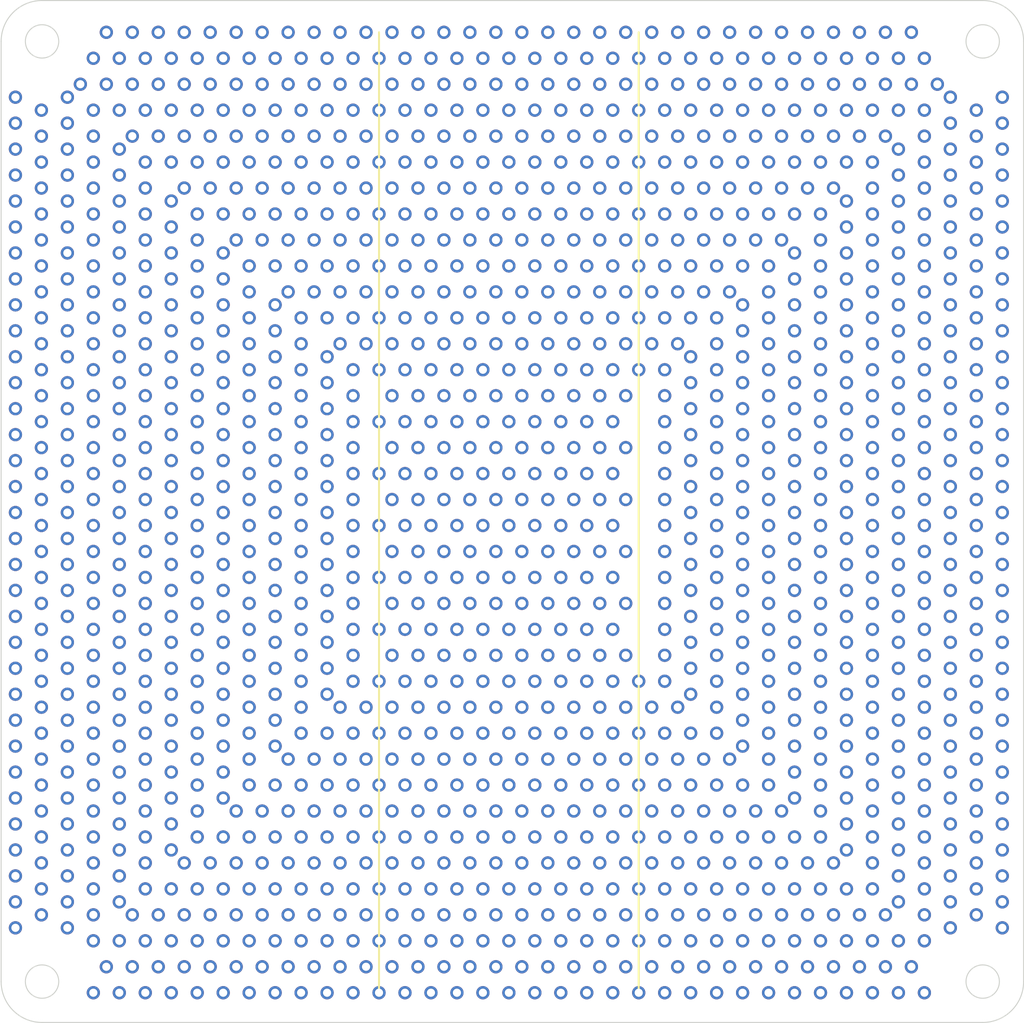
<source format=kicad_pcb>
(kicad_pcb (version 4) (host pcbnew 4.0.7)
  (layers (0 F.Cu signal) (31 B.Cu signal) (34 B.Paste user) (35 F.Paste user) (36 B.SilkS user) (37 F.SilkS user) (38 B.Mask user) (39 F.Mask user) (44 Edge.Cuts user))
  (net 0 "")
  (module footprints:micromatch_via (layer F.Cu) (at 125.73 66.04)
    (fp_text reference J? hide)
    (fp_text value micromatch_female_ra_12 hide)
    (pad "" thru_hole circle (at 0 0) (size 1.3 1.3) (drill 0.8) (layers *.Cu *.Mask))
  )
  (module footprints:micromatch_via (layer F.Cu) (at 127 68.58)
    (fp_text reference J? hide)
    (fp_text value micromatch_female_ra_12 hide)
    (pad "" thru_hole circle (at 0 0) (size 1.3 1.3) (drill 0.8) (layers *.Cu *.Mask))
  )
  (module footprints:micromatch_via (layer F.Cu) (at 128.27 66.04)
    (fp_text reference J? hide)
    (fp_text value micromatch_female_ra_12 hide)
    (pad "" thru_hole circle (at 0 0) (size 1.3 1.3) (drill 0.8) (layers *.Cu *.Mask))
  )
  (module footprints:micromatch_via (layer F.Cu) (at 129.54 68.58)
    (fp_text reference J? hide)
    (fp_text value micromatch_female_ra_12 hide)
    (pad "" thru_hole circle (at 0 0) (size 1.3 1.3) (drill 0.8) (layers *.Cu *.Mask))
  )
  (module footprints:micromatch_via (layer F.Cu) (at 130.81 66.04)
    (fp_text reference J? hide)
    (fp_text value micromatch_female_ra_12 hide)
    (pad "" thru_hole circle (at 0 0) (size 1.3 1.3) (drill 0.8) (layers *.Cu *.Mask))
  )
  (module footprints:micromatch_via (layer F.Cu) (at 132.08 68.58)
    (fp_text reference J? hide)
    (fp_text value micromatch_female_ra_12 hide)
    (pad "" thru_hole circle (at 0 0) (size 1.3 1.3) (drill 0.8) (layers *.Cu *.Mask))
  )
  (module footprints:micromatch_via (layer F.Cu) (at 133.35 66.04)
    (fp_text reference J? hide)
    (fp_text value micromatch_female_ra_12 hide)
    (pad "" thru_hole circle (at 0 0) (size 1.3 1.3) (drill 0.8) (layers *.Cu *.Mask))
  )
  (module footprints:micromatch_via (layer F.Cu) (at 134.62 68.58)
    (fp_text reference J? hide)
    (fp_text value micromatch_female_ra_12 hide)
    (pad "" thru_hole circle (at 0 0) (size 1.3 1.3) (drill 0.8) (layers *.Cu *.Mask))
  )
  (module footprints:micromatch_via (layer F.Cu) (at 135.89 66.04)
    (fp_text reference J? hide)
    (fp_text value micromatch_female_ra_12 hide)
    (pad "" thru_hole circle (at 0 0) (size 1.3 1.3) (drill 0.8) (layers *.Cu *.Mask))
  )
  (module footprints:micromatch_via (layer F.Cu) (at 137.16 68.58)
    (fp_text reference J? hide)
    (fp_text value micromatch_female_ra_12 hide)
    (pad "" thru_hole circle (at 0 0) (size 1.3 1.3) (drill 0.8) (layers *.Cu *.Mask))
  )
  (module footprints:micromatch_via (layer F.Cu) (at 138.43 66.04)
    (fp_text reference J? hide)
    (fp_text value micromatch_female_ra_12 hide)
    (pad "" thru_hole circle (at 0 0) (size 1.3 1.3) (drill 0.8) (layers *.Cu *.Mask))
  )
  (module footprints:micromatch_via (layer F.Cu) (at 139.7 68.58)
    (fp_text reference J? hide)
    (fp_text value micromatch_female_ra_12 hide)
    (pad "" thru_hole circle (at 0 0) (size 1.3 1.3) (drill 0.8) (layers *.Cu *.Mask))
  )
  (module footprints:micromatch_via (layer F.Cu) (at 140.97 66.04)
    (fp_text reference J? hide)
    (fp_text value micromatch_female_ra_12 hide)
    (pad "" thru_hole circle (at 0 0) (size 1.3 1.3) (drill 0.8) (layers *.Cu *.Mask))
  )
  (module footprints:micromatch_via (layer F.Cu) (at 142.24 68.58)
    (fp_text reference J? hide)
    (fp_text value micromatch_female_ra_12 hide)
    (pad "" thru_hole circle (at 0 0) (size 1.3 1.3) (drill 0.8) (layers *.Cu *.Mask))
  )
  (module footprints:micromatch_via (layer F.Cu) (at 143.51 66.04)
    (fp_text reference J? hide)
    (fp_text value micromatch_female_ra_12 hide)
    (pad "" thru_hole circle (at 0 0) (size 1.3 1.3) (drill 0.8) (layers *.Cu *.Mask))
  )
  (module footprints:micromatch_via (layer F.Cu) (at 144.78 68.58)
    (fp_text reference J? hide)
    (fp_text value micromatch_female_ra_12 hide)
    (pad "" thru_hole circle (at 0 0) (size 1.3 1.3) (drill 0.8) (layers *.Cu *.Mask))
  )
  (module footprints:micromatch_via (layer F.Cu) (at 146.05 66.04)
    (fp_text reference J? hide)
    (fp_text value micromatch_female_ra_12 hide)
    (pad "" thru_hole circle (at 0 0) (size 1.3 1.3) (drill 0.8) (layers *.Cu *.Mask))
  )
  (module footprints:micromatch_via (layer F.Cu) (at 147.32 68.58)
    (fp_text reference J? hide)
    (fp_text value micromatch_female_ra_12 hide)
    (pad "" thru_hole circle (at 0 0) (size 1.3 1.3) (drill 0.8) (layers *.Cu *.Mask))
  )
  (module footprints:micromatch_via (layer F.Cu) (at 148.59 66.04)
    (fp_text reference J? hide)
    (fp_text value micromatch_female_ra_12 hide)
    (pad "" thru_hole circle (at 0 0) (size 1.3 1.3) (drill 0.8) (layers *.Cu *.Mask))
  )
  (module footprints:micromatch_via (layer F.Cu) (at 149.86 68.58)
    (fp_text reference J? hide)
    (fp_text value micromatch_female_ra_12 hide)
    (pad "" thru_hole circle (at 0 0) (size 1.3 1.3) (drill 0.8) (layers *.Cu *.Mask))
  )
  (module footprints:micromatch_via (layer F.Cu) (at 151.13 66.04)
    (fp_text reference J? hide)
    (fp_text value micromatch_female_ra_12 hide)
    (pad "" thru_hole circle (at 0 0) (size 1.3 1.3) (drill 0.8) (layers *.Cu *.Mask))
  )
  (module footprints:micromatch_via (layer F.Cu) (at 152.4 68.58)
    (fp_text reference J? hide)
    (fp_text value micromatch_female_ra_12 hide)
    (pad "" thru_hole circle (at 0 0) (size 1.3 1.3) (drill 0.8) (layers *.Cu *.Mask))
  )
  (module footprints:micromatch_via (layer F.Cu) (at 153.67 66.04)
    (fp_text reference J? hide)
    (fp_text value micromatch_female_ra_12 hide)
    (pad "" thru_hole circle (at 0 0) (size 1.3 1.3) (drill 0.8) (layers *.Cu *.Mask))
  )
  (module footprints:micromatch_via (layer F.Cu) (at 154.94 68.58)
    (fp_text reference J? hide)
    (fp_text value micromatch_female_ra_12 hide)
    (pad "" thru_hole circle (at 0 0) (size 1.3 1.3) (drill 0.8) (layers *.Cu *.Mask))
  )
  (module footprints:micromatch_via (layer F.Cu) (at 156.21 66.04)
    (fp_text reference J? hide)
    (fp_text value micromatch_female_ra_12 hide)
    (pad "" thru_hole circle (at 0 0) (size 1.3 1.3) (drill 0.8) (layers *.Cu *.Mask))
  )
  (module footprints:micromatch_via (layer F.Cu) (at 157.48 68.58)
    (fp_text reference J? hide)
    (fp_text value micromatch_female_ra_12 hide)
    (pad "" thru_hole circle (at 0 0) (size 1.3 1.3) (drill 0.8) (layers *.Cu *.Mask))
  )
  (module footprints:micromatch_via (layer F.Cu) (at 158.75 66.04)
    (fp_text reference J? hide)
    (fp_text value micromatch_female_ra_12 hide)
    (pad "" thru_hole circle (at 0 0) (size 1.3 1.3) (drill 0.8) (layers *.Cu *.Mask))
  )
  (module footprints:micromatch_via (layer F.Cu) (at 160.02 68.58)
    (fp_text reference J? hide)
    (fp_text value micromatch_female_ra_12 hide)
    (pad "" thru_hole circle (at 0 0) (size 1.3 1.3) (drill 0.8) (layers *.Cu *.Mask))
  )
  (module footprints:micromatch_via (layer F.Cu) (at 161.29 66.04)
    (fp_text reference J? hide)
    (fp_text value micromatch_female_ra_12 hide)
    (pad "" thru_hole circle (at 0 0) (size 1.3 1.3) (drill 0.8) (layers *.Cu *.Mask))
  )
  (module footprints:micromatch_via (layer F.Cu) (at 162.56 68.58)
    (fp_text reference J? hide)
    (fp_text value micromatch_female_ra_12 hide)
    (pad "" thru_hole circle (at 0 0) (size 1.3 1.3) (drill 0.8) (layers *.Cu *.Mask))
  )
  (module footprints:micromatch_via (layer F.Cu) (at 163.83 66.04)
    (fp_text reference J? hide)
    (fp_text value micromatch_female_ra_12 hide)
    (pad "" thru_hole circle (at 0 0) (size 1.3 1.3) (drill 0.8) (layers *.Cu *.Mask))
  )
  (module footprints:micromatch_via (layer F.Cu) (at 165.1 68.58)
    (fp_text reference J? hide)
    (fp_text value micromatch_female_ra_12 hide)
    (pad "" thru_hole circle (at 0 0) (size 1.3 1.3) (drill 0.8) (layers *.Cu *.Mask))
  )
  (module footprints:micromatch_via (layer F.Cu) (at 166.37 66.04)
    (fp_text reference J? hide)
    (fp_text value micromatch_female_ra_12 hide)
    (pad "" thru_hole circle (at 0 0) (size 1.3 1.3) (drill 0.8) (layers *.Cu *.Mask))
  )
  (module footprints:micromatch_via (layer F.Cu) (at 167.64 68.58)
    (fp_text reference J? hide)
    (fp_text value micromatch_female_ra_12 hide)
    (pad "" thru_hole circle (at 0 0) (size 1.3 1.3) (drill 0.8) (layers *.Cu *.Mask))
  )
  (module footprints:micromatch_via (layer F.Cu) (at 168.91 66.04)
    (fp_text reference J? hide)
    (fp_text value micromatch_female_ra_12 hide)
    (pad "" thru_hole circle (at 0 0) (size 1.3 1.3) (drill 0.8) (layers *.Cu *.Mask))
  )
  (module footprints:micromatch_via (layer F.Cu) (at 170.18 68.58)
    (fp_text reference J? hide)
    (fp_text value micromatch_female_ra_12 hide)
    (pad "" thru_hole circle (at 0 0) (size 1.3 1.3) (drill 0.8) (layers *.Cu *.Mask))
  )
  (module footprints:micromatch_via (layer F.Cu) (at 171.45 66.04)
    (fp_text reference J? hide)
    (fp_text value micromatch_female_ra_12 hide)
    (pad "" thru_hole circle (at 0 0) (size 1.3 1.3) (drill 0.8) (layers *.Cu *.Mask))
  )
  (module footprints:micromatch_via (layer F.Cu) (at 172.72 68.58)
    (fp_text reference J? hide)
    (fp_text value micromatch_female_ra_12 hide)
    (pad "" thru_hole circle (at 0 0) (size 1.3 1.3) (drill 0.8) (layers *.Cu *.Mask))
  )
  (module footprints:micromatch_via (layer F.Cu) (at 173.99 66.04)
    (fp_text reference J? hide)
    (fp_text value micromatch_female_ra_12 hide)
    (pad "" thru_hole circle (at 0 0) (size 1.3 1.3) (drill 0.8) (layers *.Cu *.Mask))
  )
  (module footprints:micromatch_via (layer F.Cu) (at 175.26 68.58)
    (fp_text reference J? hide)
    (fp_text value micromatch_female_ra_12 hide)
    (pad "" thru_hole circle (at 0 0) (size 1.3 1.3) (drill 0.8) (layers *.Cu *.Mask))
  )
  (module footprints:micromatch_via (layer F.Cu) (at 124.46 67.31)
    (fp_text reference J? hide)
    (fp_text value micromatch_female_ra_12 hide)
    (pad "" thru_hole circle (at 0 0) (size 1.3 1.3) (drill 0.8) (layers *.Cu *.Mask))
  )
  (module footprints:micromatch_via (layer F.Cu) (at 124.46 69.85)
    (fp_text reference J? hide)
    (fp_text value micromatch_female_ra_12 hide)
    (pad "" thru_hole circle (at 0 0) (size 1.3 1.3) (drill 0.8) (layers *.Cu *.Mask))
  )
  (module footprints:micromatch_via (layer F.Cu) (at 127 71.12)
    (fp_text reference J? hide)
    (fp_text value micromatch_female_ra_12 hide)
    (pad "" thru_hole circle (at 0 0) (size 1.3 1.3) (drill 0.8) (layers *.Cu *.Mask))
  )
  (module footprints:micromatch_via (layer F.Cu) (at 124.46 72.39)
    (fp_text reference J? hide)
    (fp_text value micromatch_female_ra_12 hide)
    (pad "" thru_hole circle (at 0 0) (size 1.3 1.3) (drill 0.8) (layers *.Cu *.Mask))
  )
  (module footprints:micromatch_via (layer F.Cu) (at 127 73.66)
    (fp_text reference J? hide)
    (fp_text value micromatch_female_ra_12 hide)
    (pad "" thru_hole circle (at 0 0) (size 1.3 1.3) (drill 0.8) (layers *.Cu *.Mask))
  )
  (module footprints:micromatch_via (layer F.Cu) (at 124.46 74.93)
    (fp_text reference J? hide)
    (fp_text value micromatch_female_ra_12 hide)
    (pad "" thru_hole circle (at 0 0) (size 1.3 1.3) (drill 0.8) (layers *.Cu *.Mask))
  )
  (module footprints:micromatch_via (layer F.Cu) (at 127 76.2)
    (fp_text reference J? hide)
    (fp_text value micromatch_female_ra_12 hide)
    (pad "" thru_hole circle (at 0 0) (size 1.3 1.3) (drill 0.8) (layers *.Cu *.Mask))
  )
  (module footprints:micromatch_via (layer F.Cu) (at 124.46 77.47)
    (fp_text reference J? hide)
    (fp_text value micromatch_female_ra_12 hide)
    (pad "" thru_hole circle (at 0 0) (size 1.3 1.3) (drill 0.8) (layers *.Cu *.Mask))
  )
  (module footprints:micromatch_via (layer F.Cu) (at 127 78.74)
    (fp_text reference J? hide)
    (fp_text value micromatch_female_ra_12 hide)
    (pad "" thru_hole circle (at 0 0) (size 1.3 1.3) (drill 0.8) (layers *.Cu *.Mask))
  )
  (module footprints:micromatch_via (layer F.Cu) (at 124.46 80.01)
    (fp_text reference J? hide)
    (fp_text value micromatch_female_ra_12 hide)
    (pad "" thru_hole circle (at 0 0) (size 1.3 1.3) (drill 0.8) (layers *.Cu *.Mask))
  )
  (module footprints:micromatch_via (layer F.Cu) (at 127 81.28)
    (fp_text reference J? hide)
    (fp_text value micromatch_female_ra_12 hide)
    (pad "" thru_hole circle (at 0 0) (size 1.3 1.3) (drill 0.8) (layers *.Cu *.Mask))
  )
  (module footprints:micromatch_via (layer F.Cu) (at 124.46 82.55)
    (fp_text reference J? hide)
    (fp_text value micromatch_female_ra_12 hide)
    (pad "" thru_hole circle (at 0 0) (size 1.3 1.3) (drill 0.8) (layers *.Cu *.Mask))
  )
  (module footprints:micromatch_via (layer F.Cu) (at 127 83.82)
    (fp_text reference J? hide)
    (fp_text value micromatch_female_ra_12 hide)
    (pad "" thru_hole circle (at 0 0) (size 1.3 1.3) (drill 0.8) (layers *.Cu *.Mask))
  )
  (module footprints:micromatch_via (layer F.Cu) (at 124.46 85.09)
    (fp_text reference J? hide)
    (fp_text value micromatch_female_ra_12 hide)
    (pad "" thru_hole circle (at 0 0) (size 1.3 1.3) (drill 0.8) (layers *.Cu *.Mask))
  )
  (module footprints:micromatch_via (layer F.Cu) (at 130.81 71.12)
    (fp_text reference J? hide)
    (fp_text value micromatch_female_ra_12 hide)
    (pad "" thru_hole circle (at 0 0) (size 1.3 1.3) (drill 0.8) (layers *.Cu *.Mask))
  )
  (module footprints:micromatch_via (layer F.Cu) (at 133.35 71.12)
    (fp_text reference J? hide)
    (fp_text value micromatch_female_ra_12 hide)
    (pad "" thru_hole circle (at 0 0) (size 1.3 1.3) (drill 0.8) (layers *.Cu *.Mask))
  )
  (module footprints:micromatch_via (layer F.Cu) (at 135.89 71.12)
    (fp_text reference J? hide)
    (fp_text value micromatch_female_ra_12 hide)
    (pad "" thru_hole circle (at 0 0) (size 1.3 1.3) (drill 0.8) (layers *.Cu *.Mask))
  )
  (module footprints:micromatch_via (layer F.Cu) (at 138.43 71.12)
    (fp_text reference J? hide)
    (fp_text value micromatch_female_ra_12 hide)
    (pad "" thru_hole circle (at 0 0) (size 1.3 1.3) (drill 0.8) (layers *.Cu *.Mask))
  )
  (module footprints:micromatch_via (layer F.Cu) (at 140.97 71.12)
    (fp_text reference J? hide)
    (fp_text value micromatch_female_ra_12 hide)
    (pad "" thru_hole circle (at 0 0) (size 1.3 1.3) (drill 0.8) (layers *.Cu *.Mask))
  )
  (module footprints:micromatch_via (layer F.Cu) (at 129.54 72.39)
    (fp_text reference J? hide)
    (fp_text value micromatch_female_ra_12 hide)
    (pad "" thru_hole circle (at 0 0) (size 1.3 1.3) (drill 0.8) (layers *.Cu *.Mask))
  )
  (module footprints:micromatch_via (layer F.Cu) (at 129.54 74.93)
    (fp_text reference J? hide)
    (fp_text value micromatch_female_ra_12 hide)
    (pad "" thru_hole circle (at 0 0) (size 1.3 1.3) (drill 0.8) (layers *.Cu *.Mask))
  )
  (module footprints:micromatch_via (layer F.Cu) (at 129.54 77.47)
    (fp_text reference J? hide)
    (fp_text value micromatch_female_ra_12 hide)
    (pad "" thru_hole circle (at 0 0) (size 1.3 1.3) (drill 0.8) (layers *.Cu *.Mask))
  )
  (module footprints:micromatch_via (layer F.Cu) (at 129.54 80.01)
    (fp_text reference J? hide)
    (fp_text value micromatch_female_ra_12 hide)
    (pad "" thru_hole circle (at 0 0) (size 1.3 1.3) (drill 0.8) (layers *.Cu *.Mask))
  )
  (module footprints:micromatch_via (layer F.Cu) (at 129.54 82.55)
    (fp_text reference J? hide)
    (fp_text value micromatch_female_ra_12 hide)
    (pad "" thru_hole circle (at 0 0) (size 1.3 1.3) (drill 0.8) (layers *.Cu *.Mask))
  )
  (module footprints:micromatch_via (layer F.Cu) (at 132.08 73.66)
    (fp_text reference J? hide)
    (fp_text value micromatch_female_ra_12 hide)
    (pad "" thru_hole circle (at 0 0) (size 1.3 1.3) (drill 0.8) (layers *.Cu *.Mask))
  )
  (module footprints:micromatch_via (layer F.Cu) (at 132.08 76.2)
    (fp_text reference J? hide)
    (fp_text value micromatch_female_ra_12 hide)
    (pad "" thru_hole circle (at 0 0) (size 1.3 1.3) (drill 0.8) (layers *.Cu *.Mask))
  )
  (module footprints:micromatch_via (layer F.Cu) (at 132.08 78.74)
    (fp_text reference J? hide)
    (fp_text value micromatch_female_ra_12 hide)
    (pad "" thru_hole circle (at 0 0) (size 1.3 1.3) (drill 0.8) (layers *.Cu *.Mask))
  )
  (module footprints:micromatch_via (layer F.Cu) (at 132.08 81.28)
    (fp_text reference J? hide)
    (fp_text value micromatch_female_ra_12 hide)
    (pad "" thru_hole circle (at 0 0) (size 1.3 1.3) (drill 0.8) (layers *.Cu *.Mask))
  )
  (module footprints:micromatch_via (layer F.Cu) (at 134.62 73.66)
    (fp_text reference J? hide)
    (fp_text value micromatch_female_ra_12 hide)
    (pad "" thru_hole circle (at 0 0) (size 1.3 1.3) (drill 0.8) (layers *.Cu *.Mask))
  )
  (module footprints:micromatch_via (layer F.Cu) (at 137.16 73.66)
    (fp_text reference J? hide)
    (fp_text value micromatch_female_ra_12 hide)
    (pad "" thru_hole circle (at 0 0) (size 1.3 1.3) (drill 0.8) (layers *.Cu *.Mask))
  )
  (module footprints:micromatch_via (layer F.Cu) (at 139.7 73.66)
    (fp_text reference J? hide)
    (fp_text value micromatch_female_ra_12 hide)
    (pad "" thru_hole circle (at 0 0) (size 1.3 1.3) (drill 0.8) (layers *.Cu *.Mask))
  )
  (module footprints:micromatch_via (layer F.Cu) (at 134.62 77.47)
    (fp_text reference J? hide)
    (fp_text value micromatch_female_ra_12 hide)
    (pad "" thru_hole circle (at 0 0) (size 1.3 1.3) (drill 0.8) (layers *.Cu *.Mask))
  )
  (module footprints:micromatch_via (layer F.Cu) (at 135.89 76.2)
    (fp_text reference J? hide)
    (fp_text value micromatch_female_ra_12 hide)
    (pad "" thru_hole circle (at 0 0) (size 1.3 1.3) (drill 0.8) (layers *.Cu *.Mask))
  )
  (module footprints:micromatch_via (layer F.Cu) (at 134.62 80.01)
    (fp_text reference J? hide)
    (fp_text value micromatch_female_ra_12 hide)
    (pad "" thru_hole circle (at 0 0) (size 1.3 1.3) (drill 0.8) (layers *.Cu *.Mask))
  )
  (module footprints:micromatch_via (layer F.Cu) (at 138.43 76.2)
    (fp_text reference J? hide)
    (fp_text value micromatch_female_ra_12 hide)
    (pad "" thru_hole circle (at 0 0) (size 1.3 1.3) (drill 0.8) (layers *.Cu *.Mask))
  )
  (module footprints:micromatch_via (layer F.Cu) (at 124.46 87.63)
    (fp_text reference J? hide)
    (fp_text value micromatch_female_ra_12 hide)
    (pad "" thru_hole circle (at 0 0) (size 1.3 1.3) (drill 0.8) (layers *.Cu *.Mask))
  )
  (module footprints:micromatch_via (layer F.Cu) (at 124.46 90.17)
    (fp_text reference J? hide)
    (fp_text value micromatch_female_ra_12 hide)
    (pad "" thru_hole circle (at 0 0) (size 1.3 1.3) (drill 0.8) (layers *.Cu *.Mask))
  )
  (module footprints:micromatch_via (layer F.Cu) (at 124.46 92.71)
    (fp_text reference J? hide)
    (fp_text value micromatch_female_ra_12 hide)
    (pad "" thru_hole circle (at 0 0) (size 1.3 1.3) (drill 0.8) (layers *.Cu *.Mask))
  )
  (module footprints:micromatch_via (layer F.Cu) (at 124.46 95.25)
    (fp_text reference J? hide)
    (fp_text value micromatch_female_ra_12 hide)
    (pad "" thru_hole circle (at 0 0) (size 1.3 1.3) (drill 0.8) (layers *.Cu *.Mask))
  )
  (module footprints:micromatch_via (layer F.Cu) (at 124.46 97.79)
    (fp_text reference J? hide)
    (fp_text value micromatch_female_ra_12 hide)
    (pad "" thru_hole circle (at 0 0) (size 1.3 1.3) (drill 0.8) (layers *.Cu *.Mask))
  )
  (module footprints:micromatch_via (layer F.Cu) (at 124.46 100.33)
    (fp_text reference J? hide)
    (fp_text value micromatch_female_ra_12 hide)
    (pad "" thru_hole circle (at 0 0) (size 1.3 1.3) (drill 0.8) (layers *.Cu *.Mask))
  )
  (module footprints:micromatch_via (layer F.Cu) (at 124.46 102.87)
    (fp_text reference J? hide)
    (fp_text value micromatch_female_ra_12 hide)
    (pad "" thru_hole circle (at 0 0) (size 1.3 1.3) (drill 0.8) (layers *.Cu *.Mask))
  )
  (module footprints:micromatch_via (layer F.Cu) (at 124.46 105.41)
    (fp_text reference J? hide)
    (fp_text value micromatch_female_ra_12 hide)
    (pad "" thru_hole circle (at 0 0) (size 1.3 1.3) (drill 0.8) (layers *.Cu *.Mask))
  )
  (module footprints:micromatch_via (layer F.Cu) (at 124.46 107.95)
    (fp_text reference J? hide)
    (fp_text value micromatch_female_ra_12 hide)
    (pad "" thru_hole circle (at 0 0) (size 1.3 1.3) (drill 0.8) (layers *.Cu *.Mask))
  )
  (module footprints:micromatch_via (layer F.Cu) (at 124.46 110.49)
    (fp_text reference J? hide)
    (fp_text value micromatch_female_ra_12 hide)
    (pad "" thru_hole circle (at 0 0) (size 1.3 1.3) (drill 0.8) (layers *.Cu *.Mask))
  )
  (module footprints:micromatch_via (layer F.Cu) (at 124.46 113.03)
    (fp_text reference J? hide)
    (fp_text value micromatch_female_ra_12 hide)
    (pad "" thru_hole circle (at 0 0) (size 1.3 1.3) (drill 0.8) (layers *.Cu *.Mask))
  )
  (module footprints:micromatch_via (layer F.Cu) (at 124.46 115.57)
    (fp_text reference J? hide)
    (fp_text value micromatch_female_ra_12 hide)
    (pad "" thru_hole circle (at 0 0) (size 1.3 1.3) (drill 0.8) (layers *.Cu *.Mask))
  )
  (module footprints:micromatch_via (layer F.Cu) (at 124.46 118.11)
    (fp_text reference J? hide)
    (fp_text value micromatch_female_ra_12 hide)
    (pad "" thru_hole circle (at 0 0) (size 1.3 1.3) (drill 0.8) (layers *.Cu *.Mask))
  )
  (module footprints:micromatch_via (layer F.Cu) (at 124.46 120.65)
    (fp_text reference J? hide)
    (fp_text value micromatch_female_ra_12 hide)
    (pad "" thru_hole circle (at 0 0) (size 1.3 1.3) (drill 0.8) (layers *.Cu *.Mask))
  )
  (module footprints:micromatch_via (layer F.Cu) (at 125.73 121.92)
    (fp_text reference J? hide)
    (fp_text value micromatch_female_ra_12 hide)
    (pad "" thru_hole circle (at 0 0) (size 1.3 1.3) (drill 0.8) (layers *.Cu *.Mask))
  )
  (module footprints:micromatch_via (layer F.Cu) (at 128.27 121.92)
    (fp_text reference J? hide)
    (fp_text value micromatch_female_ra_12 hide)
    (pad "" thru_hole circle (at 0 0) (size 1.3 1.3) (drill 0.8) (layers *.Cu *.Mask))
  )
  (module footprints:micromatch_via (layer F.Cu) (at 130.81 121.92)
    (fp_text reference J? hide)
    (fp_text value micromatch_female_ra_12 hide)
    (pad "" thru_hole circle (at 0 0) (size 1.3 1.3) (drill 0.8) (layers *.Cu *.Mask))
  )
  (module footprints:micromatch_via (layer F.Cu) (at 133.35 121.92)
    (fp_text reference J? hide)
    (fp_text value micromatch_female_ra_12 hide)
    (pad "" thru_hole circle (at 0 0) (size 1.3 1.3) (drill 0.8) (layers *.Cu *.Mask))
  )
  (module footprints:micromatch_via (layer F.Cu) (at 135.89 121.92)
    (fp_text reference J? hide)
    (fp_text value micromatch_female_ra_12 hide)
    (pad "" thru_hole circle (at 0 0) (size 1.3 1.3) (drill 0.8) (layers *.Cu *.Mask))
  )
  (module footprints:micromatch_via (layer F.Cu) (at 138.43 121.92)
    (fp_text reference J? hide)
    (fp_text value micromatch_female_ra_12 hide)
    (pad "" thru_hole circle (at 0 0) (size 1.3 1.3) (drill 0.8) (layers *.Cu *.Mask))
  )
  (module footprints:micromatch_via (layer F.Cu) (at 140.97 121.92)
    (fp_text reference J? hide)
    (fp_text value micromatch_female_ra_12 hide)
    (pad "" thru_hole circle (at 0 0) (size 1.3 1.3) (drill 0.8) (layers *.Cu *.Mask))
  )
  (module footprints:micromatch_via (layer F.Cu) (at 143.51 121.92)
    (fp_text reference J? hide)
    (fp_text value micromatch_female_ra_12 hide)
    (pad "" thru_hole circle (at 0 0) (size 1.3 1.3) (drill 0.8) (layers *.Cu *.Mask))
  )
  (module footprints:micromatch_via (layer F.Cu) (at 146.05 121.92)
    (fp_text reference J? hide)
    (fp_text value micromatch_female_ra_12 hide)
    (pad "" thru_hole circle (at 0 0) (size 1.3 1.3) (drill 0.8) (layers *.Cu *.Mask))
  )
  (module footprints:micromatch_via (layer F.Cu) (at 148.59 121.92)
    (fp_text reference J? hide)
    (fp_text value micromatch_female_ra_12 hide)
    (pad "" thru_hole circle (at 0 0) (size 1.3 1.3) (drill 0.8) (layers *.Cu *.Mask))
  )
  (module footprints:micromatch_via (layer F.Cu) (at 151.13 121.92)
    (fp_text reference J? hide)
    (fp_text value micromatch_female_ra_12 hide)
    (pad "" thru_hole circle (at 0 0) (size 1.3 1.3) (drill 0.8) (layers *.Cu *.Mask))
  )
  (module footprints:micromatch_via (layer F.Cu) (at 153.67 121.92)
    (fp_text reference J? hide)
    (fp_text value micromatch_female_ra_12 hide)
    (pad "" thru_hole circle (at 0 0) (size 1.3 1.3) (drill 0.8) (layers *.Cu *.Mask))
  )
  (module footprints:micromatch_via (layer F.Cu) (at 156.21 121.92)
    (fp_text reference J? hide)
    (fp_text value micromatch_female_ra_12 hide)
    (pad "" thru_hole circle (at 0 0) (size 1.3 1.3) (drill 0.8) (layers *.Cu *.Mask))
  )
  (module footprints:micromatch_via (layer F.Cu) (at 158.75 121.92)
    (fp_text reference J? hide)
    (fp_text value micromatch_female_ra_12 hide)
    (pad "" thru_hole circle (at 0 0) (size 1.3 1.3) (drill 0.8) (layers *.Cu *.Mask))
  )
  (module footprints:micromatch_via (layer F.Cu) (at 161.29 121.92)
    (fp_text reference J? hide)
    (fp_text value micromatch_female_ra_12 hide)
    (pad "" thru_hole circle (at 0 0) (size 1.3 1.3) (drill 0.8) (layers *.Cu *.Mask))
  )
  (module footprints:micromatch_via (layer F.Cu) (at 163.83 121.92)
    (fp_text reference J? hide)
    (fp_text value micromatch_female_ra_12 hide)
    (pad "" thru_hole circle (at 0 0) (size 1.3 1.3) (drill 0.8) (layers *.Cu *.Mask))
  )
  (module footprints:micromatch_via (layer F.Cu) (at 166.37 121.92)
    (fp_text reference J? hide)
    (fp_text value micromatch_female_ra_12 hide)
    (pad "" thru_hole circle (at 0 0) (size 1.3 1.3) (drill 0.8) (layers *.Cu *.Mask))
  )
  (module footprints:micromatch_via (layer F.Cu) (at 168.91 121.92)
    (fp_text reference J? hide)
    (fp_text value micromatch_female_ra_12 hide)
    (pad "" thru_hole circle (at 0 0) (size 1.3 1.3) (drill 0.8) (layers *.Cu *.Mask))
  )
  (module footprints:micromatch_via (layer F.Cu) (at 171.45 121.92)
    (fp_text reference J? hide)
    (fp_text value micromatch_female_ra_12 hide)
    (pad "" thru_hole circle (at 0 0) (size 1.3 1.3) (drill 0.8) (layers *.Cu *.Mask))
  )
  (module footprints:micromatch_via (layer F.Cu) (at 173.99 121.92)
    (fp_text reference J? hide)
    (fp_text value micromatch_female_ra_12 hide)
    (pad "" thru_hole circle (at 0 0) (size 1.3 1.3) (drill 0.8) (layers *.Cu *.Mask))
  )
  (module footprints:micromatch_via (layer F.Cu) (at 176.53 121.92)
    (fp_text reference J? hide)
    (fp_text value micromatch_female_ra_12 hide)
    (pad "" thru_hole circle (at 0 0) (size 1.3 1.3) (drill 0.8) (layers *.Cu *.Mask))
  )
  (module footprints:micromatch_via (layer F.Cu) (at 179.07 121.92)
    (fp_text reference J? hide)
    (fp_text value micromatch_female_ra_12 hide)
    (pad "" thru_hole circle (at 0 0) (size 1.3 1.3) (drill 0.8) (layers *.Cu *.Mask))
  )
  (module footprints:micromatch_via (layer F.Cu) (at 180.34 120.65)
    (fp_text reference J? hide)
    (fp_text value micromatch_female_ra_12 hide)
    (pad "" thru_hole circle (at 0 0) (size 1.3 1.3) (drill 0.8) (layers *.Cu *.Mask))
  )
  (module footprints:micromatch_via (layer F.Cu) (at 180.34 118.11)
    (fp_text reference J? hide)
    (fp_text value micromatch_female_ra_12 hide)
    (pad "" thru_hole circle (at 0 0) (size 1.3 1.3) (drill 0.8) (layers *.Cu *.Mask))
  )
  (module footprints:micromatch_via (layer F.Cu) (at 180.34 115.57)
    (fp_text reference J? hide)
    (fp_text value micromatch_female_ra_12 hide)
    (pad "" thru_hole circle (at 0 0) (size 1.3 1.3) (drill 0.8) (layers *.Cu *.Mask))
  )
  (module footprints:micromatch_via (layer F.Cu) (at 180.34 113.03)
    (fp_text reference J? hide)
    (fp_text value micromatch_female_ra_12 hide)
    (pad "" thru_hole circle (at 0 0) (size 1.3 1.3) (drill 0.8) (layers *.Cu *.Mask))
  )
  (module footprints:micromatch_via (layer F.Cu) (at 180.34 110.49)
    (fp_text reference J? hide)
    (fp_text value micromatch_female_ra_12 hide)
    (pad "" thru_hole circle (at 0 0) (size 1.3 1.3) (drill 0.8) (layers *.Cu *.Mask))
  )
  (module footprints:micromatch_via (layer F.Cu) (at 180.34 107.95)
    (fp_text reference J? hide)
    (fp_text value micromatch_female_ra_12 hide)
    (pad "" thru_hole circle (at 0 0) (size 1.3 1.3) (drill 0.8) (layers *.Cu *.Mask))
  )
  (module footprints:micromatch_via (layer F.Cu) (at 180.34 105.41)
    (fp_text reference J? hide)
    (fp_text value micromatch_female_ra_12 hide)
    (pad "" thru_hole circle (at 0 0) (size 1.3 1.3) (drill 0.8) (layers *.Cu *.Mask))
  )
  (module footprints:micromatch_via (layer F.Cu) (at 180.34 102.87)
    (fp_text reference J? hide)
    (fp_text value micromatch_female_ra_12 hide)
    (pad "" thru_hole circle (at 0 0) (size 1.3 1.3) (drill 0.8) (layers *.Cu *.Mask))
  )
  (module footprints:micromatch_via (layer F.Cu) (at 180.34 100.33)
    (fp_text reference J? hide)
    (fp_text value micromatch_female_ra_12 hide)
    (pad "" thru_hole circle (at 0 0) (size 1.3 1.3) (drill 0.8) (layers *.Cu *.Mask))
  )
  (module footprints:micromatch_via (layer F.Cu) (at 180.34 97.79)
    (fp_text reference J? hide)
    (fp_text value micromatch_female_ra_12 hide)
    (pad "" thru_hole circle (at 0 0) (size 1.3 1.3) (drill 0.8) (layers *.Cu *.Mask))
  )
  (module footprints:micromatch_via (layer F.Cu) (at 180.34 95.25)
    (fp_text reference J? hide)
    (fp_text value micromatch_female_ra_12 hide)
    (pad "" thru_hole circle (at 0 0) (size 1.3 1.3) (drill 0.8) (layers *.Cu *.Mask))
  )
  (module footprints:micromatch_via (layer F.Cu) (at 180.34 92.71)
    (fp_text reference J? hide)
    (fp_text value micromatch_female_ra_12 hide)
    (pad "" thru_hole circle (at 0 0) (size 1.3 1.3) (drill 0.8) (layers *.Cu *.Mask))
  )
  (module footprints:micromatch_via (layer F.Cu) (at 180.34 90.17)
    (fp_text reference J? hide)
    (fp_text value micromatch_female_ra_12 hide)
    (pad "" thru_hole circle (at 0 0) (size 1.3 1.3) (drill 0.8) (layers *.Cu *.Mask))
  )
  (module footprints:micromatch_via (layer F.Cu) (at 180.34 87.63)
    (fp_text reference J? hide)
    (fp_text value micromatch_female_ra_12 hide)
    (pad "" thru_hole circle (at 0 0) (size 1.3 1.3) (drill 0.8) (layers *.Cu *.Mask))
  )
  (module footprints:micromatch_via (layer F.Cu) (at 180.34 85.09)
    (fp_text reference J? hide)
    (fp_text value micromatch_female_ra_12 hide)
    (pad "" thru_hole circle (at 0 0) (size 1.3 1.3) (drill 0.8) (layers *.Cu *.Mask))
  )
  (module footprints:micromatch_via (layer F.Cu) (at 180.34 82.55)
    (fp_text reference J? hide)
    (fp_text value micromatch_female_ra_12 hide)
    (pad "" thru_hole circle (at 0 0) (size 1.3 1.3) (drill 0.8) (layers *.Cu *.Mask))
  )
  (module footprints:micromatch_via (layer F.Cu) (at 180.34 80.01)
    (fp_text reference J? hide)
    (fp_text value micromatch_female_ra_12 hide)
    (pad "" thru_hole circle (at 0 0) (size 1.3 1.3) (drill 0.8) (layers *.Cu *.Mask))
  )
  (module footprints:micromatch_via (layer F.Cu) (at 180.34 77.47)
    (fp_text reference J? hide)
    (fp_text value micromatch_female_ra_12 hide)
    (pad "" thru_hole circle (at 0 0) (size 1.3 1.3) (drill 0.8) (layers *.Cu *.Mask))
  )
  (module footprints:micromatch_via (layer F.Cu) (at 180.34 74.93)
    (fp_text reference J? hide)
    (fp_text value micromatch_female_ra_12 hide)
    (pad "" thru_hole circle (at 0 0) (size 1.3 1.3) (drill 0.8) (layers *.Cu *.Mask))
  )
  (module footprints:micromatch_via (layer F.Cu) (at 180.34 72.39)
    (fp_text reference J? hide)
    (fp_text value micromatch_female_ra_12 hide)
    (pad "" thru_hole circle (at 0 0) (size 1.3 1.3) (drill 0.8) (layers *.Cu *.Mask))
  )
  (module footprints:micromatch_via (layer F.Cu) (at 180.34 69.85)
    (fp_text reference J? hide)
    (fp_text value micromatch_female_ra_12 hide)
    (pad "" thru_hole circle (at 0 0) (size 1.3 1.3) (drill 0.8) (layers *.Cu *.Mask))
  )
  (module footprints:micromatch_via (layer F.Cu) (at 180.34 67.31)
    (fp_text reference J? hide)
    (fp_text value micromatch_female_ra_12 hide)
    (pad "" thru_hole circle (at 0 0) (size 1.3 1.3) (drill 0.8) (layers *.Cu *.Mask))
  )
  (module footprints:micromatch_via (layer F.Cu) (at 179.07 66.04)
    (fp_text reference J? hide)
    (fp_text value micromatch_female_ra_12 hide)
    (pad "" thru_hole circle (at 0 0) (size 1.3 1.3) (drill 0.8) (layers *.Cu *.Mask))
  )
  (module footprints:micromatch_via (layer F.Cu) (at 176.53 66.04)
    (fp_text reference J? hide)
    (fp_text value micromatch_female_ra_12 hide)
    (pad "" thru_hole circle (at 0 0) (size 1.3 1.3) (drill 0.8) (layers *.Cu *.Mask))
  )
  (module footprints:micromatch_via (layer F.Cu) (at 177.8 68.58)
    (fp_text reference J? hide)
    (fp_text value micromatch_female_ra_12 hide)
    (pad "" thru_hole circle (at 0 0) (size 1.3 1.3) (drill 0.8) (layers *.Cu *.Mask))
  )
  (module footprints:micromatch_via (layer F.Cu) (at 177.8 71.12)
    (fp_text reference J? hide)
    (fp_text value micromatch_female_ra_12 hide)
    (pad "" thru_hole circle (at 0 0) (size 1.3 1.3) (drill 0.8) (layers *.Cu *.Mask))
  )
  (module footprints:micromatch_via (layer F.Cu) (at 177.8 73.66)
    (fp_text reference J? hide)
    (fp_text value micromatch_female_ra_12 hide)
    (pad "" thru_hole circle (at 0 0) (size 1.3 1.3) (drill 0.8) (layers *.Cu *.Mask))
  )
  (module footprints:micromatch_via (layer F.Cu) (at 177.8 76.2)
    (fp_text reference J? hide)
    (fp_text value micromatch_female_ra_12 hide)
    (pad "" thru_hole circle (at 0 0) (size 1.3 1.3) (drill 0.8) (layers *.Cu *.Mask))
  )
  (module footprints:micromatch_via (layer F.Cu) (at 177.8 78.74)
    (fp_text reference J? hide)
    (fp_text value micromatch_female_ra_12 hide)
    (pad "" thru_hole circle (at 0 0) (size 1.3 1.3) (drill 0.8) (layers *.Cu *.Mask))
  )
  (module footprints:micromatch_via (layer F.Cu) (at 177.8 81.28)
    (fp_text reference J? hide)
    (fp_text value micromatch_female_ra_12 hide)
    (pad "" thru_hole circle (at 0 0) (size 1.3 1.3) (drill 0.8) (layers *.Cu *.Mask))
  )
  (module footprints:micromatch_via (layer F.Cu) (at 177.8 83.82)
    (fp_text reference J? hide)
    (fp_text value micromatch_female_ra_12 hide)
    (pad "" thru_hole circle (at 0 0) (size 1.3 1.3) (drill 0.8) (layers *.Cu *.Mask))
  )
  (module footprints:micromatch_via (layer F.Cu) (at 177.8 86.36)
    (fp_text reference J? hide)
    (fp_text value micromatch_female_ra_12 hide)
    (pad "" thru_hole circle (at 0 0) (size 1.3 1.3) (drill 0.8) (layers *.Cu *.Mask))
  )
  (module footprints:micromatch_via (layer F.Cu) (at 177.8 88.9)
    (fp_text reference J? hide)
    (fp_text value micromatch_female_ra_12 hide)
    (pad "" thru_hole circle (at 0 0) (size 1.3 1.3) (drill 0.8) (layers *.Cu *.Mask))
  )
  (module footprints:micromatch_via (layer F.Cu) (at 177.8 91.44)
    (fp_text reference J? hide)
    (fp_text value micromatch_female_ra_12 hide)
    (pad "" thru_hole circle (at 0 0) (size 1.3 1.3) (drill 0.8) (layers *.Cu *.Mask))
  )
  (module footprints:micromatch_via (layer F.Cu) (at 177.8 93.98)
    (fp_text reference J? hide)
    (fp_text value micromatch_female_ra_12 hide)
    (pad "" thru_hole circle (at 0 0) (size 1.3 1.3) (drill 0.8) (layers *.Cu *.Mask))
  )
  (module footprints:micromatch_via (layer F.Cu) (at 177.8 96.52)
    (fp_text reference J? hide)
    (fp_text value micromatch_female_ra_12 hide)
    (pad "" thru_hole circle (at 0 0) (size 1.3 1.3) (drill 0.8) (layers *.Cu *.Mask))
  )
  (module footprints:micromatch_via (layer F.Cu) (at 177.8 99.06)
    (fp_text reference J? hide)
    (fp_text value micromatch_female_ra_12 hide)
    (pad "" thru_hole circle (at 0 0) (size 1.3 1.3) (drill 0.8) (layers *.Cu *.Mask))
  )
  (module footprints:micromatch_via (layer F.Cu) (at 177.8 101.6)
    (fp_text reference J? hide)
    (fp_text value micromatch_female_ra_12 hide)
    (pad "" thru_hole circle (at 0 0) (size 1.3 1.3) (drill 0.8) (layers *.Cu *.Mask))
  )
  (module footprints:micromatch_via (layer F.Cu) (at 177.8 104.14)
    (fp_text reference J? hide)
    (fp_text value micromatch_female_ra_12 hide)
    (pad "" thru_hole circle (at 0 0) (size 1.3 1.3) (drill 0.8) (layers *.Cu *.Mask))
  )
  (module footprints:micromatch_via (layer F.Cu) (at 177.8 106.68)
    (fp_text reference J? hide)
    (fp_text value micromatch_female_ra_12 hide)
    (pad "" thru_hole circle (at 0 0) (size 1.3 1.3) (drill 0.8) (layers *.Cu *.Mask))
  )
  (module footprints:micromatch_via (layer F.Cu) (at 177.8 109.22)
    (fp_text reference J? hide)
    (fp_text value micromatch_female_ra_12 hide)
    (pad "" thru_hole circle (at 0 0) (size 1.3 1.3) (drill 0.8) (layers *.Cu *.Mask))
  )
  (module footprints:micromatch_via (layer F.Cu) (at 177.8 111.76)
    (fp_text reference J? hide)
    (fp_text value micromatch_female_ra_12 hide)
    (pad "" thru_hole circle (at 0 0) (size 1.3 1.3) (drill 0.8) (layers *.Cu *.Mask))
  )
  (module footprints:micromatch_via (layer F.Cu) (at 177.8 114.3)
    (fp_text reference J? hide)
    (fp_text value micromatch_female_ra_12 hide)
    (pad "" thru_hole circle (at 0 0) (size 1.3 1.3) (drill 0.8) (layers *.Cu *.Mask))
  )
  (module footprints:micromatch_via (layer F.Cu) (at 177.8 116.84)
    (fp_text reference J? hide)
    (fp_text value micromatch_female_ra_12 hide)
    (pad "" thru_hole circle (at 0 0) (size 1.3 1.3) (drill 0.8) (layers *.Cu *.Mask))
  )
  (module footprints:micromatch_via (layer F.Cu) (at 177.8 119.38)
    (fp_text reference J? hide)
    (fp_text value micromatch_female_ra_12 hide)
    (pad "" thru_hole circle (at 0 0) (size 1.3 1.3) (drill 0.8) (layers *.Cu *.Mask))
  )
  (module footprints:micromatch_via (layer F.Cu) (at 175.26 119.38)
    (fp_text reference J? hide)
    (fp_text value micromatch_female_ra_12 hide)
    (pad "" thru_hole circle (at 0 0) (size 1.3 1.3) (drill 0.8) (layers *.Cu *.Mask))
  )
  (module footprints:micromatch_via (layer F.Cu) (at 172.72 119.38)
    (fp_text reference J? hide)
    (fp_text value micromatch_female_ra_12 hide)
    (pad "" thru_hole circle (at 0 0) (size 1.3 1.3) (drill 0.8) (layers *.Cu *.Mask))
  )
  (module footprints:micromatch_via (layer F.Cu) (at 170.18 119.38)
    (fp_text reference J? hide)
    (fp_text value micromatch_female_ra_12 hide)
    (pad "" thru_hole circle (at 0 0) (size 1.3 1.3) (drill 0.8) (layers *.Cu *.Mask))
  )
  (module footprints:micromatch_via (layer F.Cu) (at 167.64 119.38)
    (fp_text reference J? hide)
    (fp_text value micromatch_female_ra_12 hide)
    (pad "" thru_hole circle (at 0 0) (size 1.3 1.3) (drill 0.8) (layers *.Cu *.Mask))
  )
  (module footprints:micromatch_via (layer F.Cu) (at 165.1 119.38)
    (fp_text reference J? hide)
    (fp_text value micromatch_female_ra_12 hide)
    (pad "" thru_hole circle (at 0 0) (size 1.3 1.3) (drill 0.8) (layers *.Cu *.Mask))
  )
  (module footprints:micromatch_via (layer F.Cu) (at 162.56 119.38)
    (fp_text reference J? hide)
    (fp_text value micromatch_female_ra_12 hide)
    (pad "" thru_hole circle (at 0 0) (size 1.3 1.3) (drill 0.8) (layers *.Cu *.Mask))
  )
  (module footprints:micromatch_via (layer F.Cu) (at 160.02 119.38)
    (fp_text reference J? hide)
    (fp_text value micromatch_female_ra_12 hide)
    (pad "" thru_hole circle (at 0 0) (size 1.3 1.3) (drill 0.8) (layers *.Cu *.Mask))
  )
  (module footprints:micromatch_via (layer F.Cu) (at 157.48 119.38)
    (fp_text reference J? hide)
    (fp_text value micromatch_female_ra_12 hide)
    (pad "" thru_hole circle (at 0 0) (size 1.3 1.3) (drill 0.8) (layers *.Cu *.Mask))
  )
  (module footprints:micromatch_via (layer F.Cu) (at 154.94 119.38)
    (fp_text reference J? hide)
    (fp_text value micromatch_female_ra_12 hide)
    (pad "" thru_hole circle (at 0 0) (size 1.3 1.3) (drill 0.8) (layers *.Cu *.Mask))
  )
  (module footprints:micromatch_via (layer F.Cu) (at 152.4 119.38)
    (fp_text reference J? hide)
    (fp_text value micromatch_female_ra_12 hide)
    (pad "" thru_hole circle (at 0 0) (size 1.3 1.3) (drill 0.8) (layers *.Cu *.Mask))
  )
  (module footprints:micromatch_via (layer F.Cu) (at 149.86 119.38)
    (fp_text reference J? hide)
    (fp_text value micromatch_female_ra_12 hide)
    (pad "" thru_hole circle (at 0 0) (size 1.3 1.3) (drill 0.8) (layers *.Cu *.Mask))
  )
  (module footprints:micromatch_via (layer F.Cu) (at 147.32 119.38)
    (fp_text reference J? hide)
    (fp_text value micromatch_female_ra_12 hide)
    (pad "" thru_hole circle (at 0 0) (size 1.3 1.3) (drill 0.8) (layers *.Cu *.Mask))
  )
  (module footprints:micromatch_via (layer F.Cu) (at 144.78 119.38)
    (fp_text reference J? hide)
    (fp_text value micromatch_female_ra_12 hide)
    (pad "" thru_hole circle (at 0 0) (size 1.3 1.3) (drill 0.8) (layers *.Cu *.Mask))
  )
  (module footprints:micromatch_via (layer F.Cu) (at 142.24 119.38)
    (fp_text reference J? hide)
    (fp_text value micromatch_female_ra_12 hide)
    (pad "" thru_hole circle (at 0 0) (size 1.3 1.3) (drill 0.8) (layers *.Cu *.Mask))
  )
  (module footprints:micromatch_via (layer F.Cu) (at 139.7 119.38)
    (fp_text reference J? hide)
    (fp_text value micromatch_female_ra_12 hide)
    (pad "" thru_hole circle (at 0 0) (size 1.3 1.3) (drill 0.8) (layers *.Cu *.Mask))
  )
  (module footprints:micromatch_via (layer F.Cu) (at 137.16 119.38)
    (fp_text reference J? hide)
    (fp_text value micromatch_female_ra_12 hide)
    (pad "" thru_hole circle (at 0 0) (size 1.3 1.3) (drill 0.8) (layers *.Cu *.Mask))
  )
  (module footprints:micromatch_via (layer F.Cu) (at 134.62 119.38)
    (fp_text reference J? hide)
    (fp_text value micromatch_female_ra_12 hide)
    (pad "" thru_hole circle (at 0 0) (size 1.3 1.3) (drill 0.8) (layers *.Cu *.Mask))
  )
  (module footprints:micromatch_via (layer F.Cu) (at 132.08 119.38)
    (fp_text reference J? hide)
    (fp_text value micromatch_female_ra_12 hide)
    (pad "" thru_hole circle (at 0 0) (size 1.3 1.3) (drill 0.8) (layers *.Cu *.Mask))
  )
  (module footprints:micromatch_via (layer F.Cu) (at 129.54 119.38)
    (fp_text reference J? hide)
    (fp_text value micromatch_female_ra_12 hide)
    (pad "" thru_hole circle (at 0 0) (size 1.3 1.3) (drill 0.8) (layers *.Cu *.Mask))
  )
  (module footprints:micromatch_via (layer F.Cu) (at 127 119.38)
    (fp_text reference J? hide)
    (fp_text value micromatch_female_ra_12 hide)
    (pad "" thru_hole circle (at 0 0) (size 1.3 1.3) (drill 0.8) (layers *.Cu *.Mask))
  )
  (module footprints:micromatch_via (layer F.Cu) (at 127 116.84)
    (fp_text reference J? hide)
    (fp_text value micromatch_female_ra_12 hide)
    (pad "" thru_hole circle (at 0 0) (size 1.3 1.3) (drill 0.8) (layers *.Cu *.Mask))
  )
  (module footprints:micromatch_via (layer F.Cu) (at 127 114.3)
    (fp_text reference J? hide)
    (fp_text value micromatch_female_ra_12 hide)
    (pad "" thru_hole circle (at 0 0) (size 1.3 1.3) (drill 0.8) (layers *.Cu *.Mask))
  )
  (module footprints:micromatch_via (layer F.Cu) (at 127 111.76)
    (fp_text reference J? hide)
    (fp_text value micromatch_female_ra_12 hide)
    (pad "" thru_hole circle (at 0 0) (size 1.3 1.3) (drill 0.8) (layers *.Cu *.Mask))
  )
  (module footprints:micromatch_via (layer F.Cu) (at 127 109.22)
    (fp_text reference J? hide)
    (fp_text value micromatch_female_ra_12 hide)
    (pad "" thru_hole circle (at 0 0) (size 1.3 1.3) (drill 0.8) (layers *.Cu *.Mask))
  )
  (module footprints:micromatch_via (layer F.Cu) (at 127 106.68)
    (fp_text reference J? hide)
    (fp_text value micromatch_female_ra_12 hide)
    (pad "" thru_hole circle (at 0 0) (size 1.3 1.3) (drill 0.8) (layers *.Cu *.Mask))
  )
  (module footprints:micromatch_via (layer F.Cu) (at 127 104.14)
    (fp_text reference J? hide)
    (fp_text value micromatch_female_ra_12 hide)
    (pad "" thru_hole circle (at 0 0) (size 1.3 1.3) (drill 0.8) (layers *.Cu *.Mask))
  )
  (module footprints:micromatch_via (layer F.Cu) (at 127 101.6)
    (fp_text reference J? hide)
    (fp_text value micromatch_female_ra_12 hide)
    (pad "" thru_hole circle (at 0 0) (size 1.3 1.3) (drill 0.8) (layers *.Cu *.Mask))
  )
  (module footprints:micromatch_via (layer F.Cu) (at 127 99.06)
    (fp_text reference J? hide)
    (fp_text value micromatch_female_ra_12 hide)
    (pad "" thru_hole circle (at 0 0) (size 1.3 1.3) (drill 0.8) (layers *.Cu *.Mask))
  )
  (module footprints:micromatch_via (layer F.Cu) (at 127 96.52)
    (fp_text reference J? hide)
    (fp_text value micromatch_female_ra_12 hide)
    (pad "" thru_hole circle (at 0 0) (size 1.3 1.3) (drill 0.8) (layers *.Cu *.Mask))
  )
  (module footprints:micromatch_via (layer F.Cu) (at 127 93.98)
    (fp_text reference J? hide)
    (fp_text value micromatch_female_ra_12 hide)
    (pad "" thru_hole circle (at 0 0) (size 1.3 1.3) (drill 0.8) (layers *.Cu *.Mask))
  )
  (module footprints:micromatch_via (layer F.Cu) (at 127 91.44)
    (fp_text reference J? hide)
    (fp_text value micromatch_female_ra_12 hide)
    (pad "" thru_hole circle (at 0 0) (size 1.3 1.3) (drill 0.8) (layers *.Cu *.Mask))
  )
  (module footprints:micromatch_via (layer F.Cu) (at 127 86.36)
    (fp_text reference J? hide)
    (fp_text value micromatch_female_ra_12 hide)
    (pad "" thru_hole circle (at 0 0) (size 1.3 1.3) (drill 0.8) (layers *.Cu *.Mask))
  )
  (module footprints:micromatch_via (layer F.Cu) (at 127 88.9)
    (fp_text reference J? hide)
    (fp_text value micromatch_female_ra_12 hide)
    (pad "" thru_hole circle (at 0 0) (size 1.3 1.3) (drill 0.8) (layers *.Cu *.Mask))
  )
  (module footprints:micromatch_via (layer F.Cu) (at 138.43 111.76)
    (fp_text reference J? hide)
    (fp_text value micromatch_female_ra_12 hide)
    (pad "" thru_hole circle (at 0 0) (size 1.3 1.3) (drill 0.8) (layers *.Cu *.Mask))
  )
  (module footprints:micromatch_via (layer F.Cu) (at 138.43 116.84)
    (fp_text reference J? hide)
    (fp_text value micromatch_female_ra_12 hide)
    (pad "" thru_hole circle (at 0 0) (size 1.3 1.3) (drill 0.8) (layers *.Cu *.Mask))
  )
  (module footprints:micromatch_via (layer F.Cu) (at 140.97 116.84)
    (fp_text reference J? hide)
    (fp_text value micromatch_female_ra_12 hide)
    (pad "" thru_hole circle (at 0 0) (size 1.3 1.3) (drill 0.8) (layers *.Cu *.Mask))
  )
  (module footprints:micromatch_via (layer F.Cu) (at 140.97 111.76)
    (fp_text reference J? hide)
    (fp_text value micromatch_female_ra_12 hide)
    (pad "" thru_hole circle (at 0 0) (size 1.3 1.3) (drill 0.8) (layers *.Cu *.Mask))
  )
  (module footprints:micromatch_via (layer F.Cu) (at 140.97 106.68)
    (fp_text reference J? hide)
    (fp_text value micromatch_female_ra_12 hide)
    (pad "" thru_hole circle (at 0 0) (size 1.3 1.3) (drill 0.8) (layers *.Cu *.Mask))
  )
  (module footprints:micromatch_via (layer F.Cu) (at 140.97 101.6)
    (fp_text reference J? hide)
    (fp_text value micromatch_female_ra_12 hide)
    (pad "" thru_hole circle (at 0 0) (size 1.3 1.3) (drill 0.8) (layers *.Cu *.Mask))
  )
  (module footprints:micromatch_via (layer F.Cu) (at 140.97 96.52)
    (fp_text reference J? hide)
    (fp_text value micromatch_female_ra_12 hide)
    (pad "" thru_hole circle (at 0 0) (size 1.3 1.3) (drill 0.8) (layers *.Cu *.Mask))
  )
  (module footprints:micromatch_via (layer F.Cu) (at 140.97 91.44)
    (fp_text reference J? hide)
    (fp_text value micromatch_female_ra_12 hide)
    (pad "" thru_hole circle (at 0 0) (size 1.3 1.3) (drill 0.8) (layers *.Cu *.Mask))
  )
  (module footprints:micromatch_via (layer F.Cu) (at 140.97 86.36)
    (fp_text reference J? hide)
    (fp_text value micromatch_female_ra_12 hide)
    (pad "" thru_hole circle (at 0 0) (size 1.3 1.3) (drill 0.8) (layers *.Cu *.Mask))
  )
  (module footprints:micromatch_via (layer F.Cu) (at 140.97 81.28)
    (fp_text reference J? hide)
    (fp_text value micromatch_female_ra_12 hide)
    (pad "" thru_hole circle (at 0 0) (size 1.3 1.3) (drill 0.8) (layers *.Cu *.Mask))
  )
  (module footprints:micromatch_via (layer F.Cu) (at 140.97 76.2)
    (fp_text reference J? hide)
    (fp_text value micromatch_female_ra_12 hide)
    (pad "" thru_hole circle (at 0 0) (size 1.3 1.3) (drill 0.8) (layers *.Cu *.Mask))
  )
  (module footprints:micromatch_via (layer F.Cu) (at 139.7 78.74)
    (fp_text reference J? hide)
    (fp_text value micromatch_female_ra_12 hide)
    (pad "" thru_hole circle (at 0 0) (size 1.3 1.3) (drill 0.8) (layers *.Cu *.Mask))
  )
  (module footprints:micromatch_via (layer F.Cu) (at 139.7 83.82)
    (fp_text reference J? hide)
    (fp_text value micromatch_female_ra_12 hide)
    (pad "" thru_hole circle (at 0 0) (size 1.3 1.3) (drill 0.8) (layers *.Cu *.Mask))
  )
  (module footprints:micromatch_via (layer F.Cu) (at 139.7 88.9)
    (fp_text reference J? hide)
    (fp_text value micromatch_female_ra_12 hide)
    (pad "" thru_hole circle (at 0 0) (size 1.3 1.3) (drill 0.8) (layers *.Cu *.Mask))
  )
  (module footprints:micromatch_via (layer F.Cu) (at 139.7 93.98)
    (fp_text reference J? hide)
    (fp_text value micromatch_female_ra_12 hide)
    (pad "" thru_hole circle (at 0 0) (size 1.3 1.3) (drill 0.8) (layers *.Cu *.Mask))
  )
  (module footprints:micromatch_via (layer F.Cu) (at 139.7 99.06)
    (fp_text reference J? hide)
    (fp_text value micromatch_female_ra_12 hide)
    (pad "" thru_hole circle (at 0 0) (size 1.3 1.3) (drill 0.8) (layers *.Cu *.Mask))
  )
  (module footprints:micromatch_via (layer F.Cu) (at 139.7 104.14)
    (fp_text reference J? hide)
    (fp_text value micromatch_female_ra_12 hide)
    (pad "" thru_hole circle (at 0 0) (size 1.3 1.3) (drill 0.8) (layers *.Cu *.Mask))
  )
  (module footprints:micromatch_via (layer F.Cu) (at 139.7 109.22)
    (fp_text reference J? hide)
    (fp_text value micromatch_female_ra_12 hide)
    (pad "" thru_hole circle (at 0 0) (size 1.3 1.3) (drill 0.8) (layers *.Cu *.Mask))
  )
  (module footprints:micromatch_via (layer F.Cu) (at 139.7 114.3)
    (fp_text reference J? hide)
    (fp_text value micromatch_female_ra_12 hide)
    (pad "" thru_hole circle (at 0 0) (size 1.3 1.3) (drill 0.8) (layers *.Cu *.Mask))
  )
  (module footprints:micromatch_via (layer F.Cu) (at 142.24 114.3)
    (fp_text reference J? hide)
    (fp_text value micromatch_female_ra_12 hide)
    (pad "" thru_hole circle (at 0 0) (size 1.3 1.3) (drill 0.8) (layers *.Cu *.Mask))
  )
  (module footprints:micromatch_via (layer F.Cu) (at 142.24 109.22)
    (fp_text reference J? hide)
    (fp_text value micromatch_female_ra_12 hide)
    (pad "" thru_hole circle (at 0 0) (size 1.3 1.3) (drill 0.8) (layers *.Cu *.Mask))
  )
  (module footprints:micromatch_via (layer F.Cu) (at 142.24 104.14)
    (fp_text reference J? hide)
    (fp_text value micromatch_female_ra_12 hide)
    (pad "" thru_hole circle (at 0 0) (size 1.3 1.3) (drill 0.8) (layers *.Cu *.Mask))
  )
  (module footprints:micromatch_via (layer F.Cu) (at 142.24 99.06)
    (fp_text reference J? hide)
    (fp_text value micromatch_female_ra_12 hide)
    (pad "" thru_hole circle (at 0 0) (size 1.3 1.3) (drill 0.8) (layers *.Cu *.Mask))
  )
  (module footprints:micromatch_via (layer F.Cu) (at 142.24 93.98)
    (fp_text reference J? hide)
    (fp_text value micromatch_female_ra_12 hide)
    (pad "" thru_hole circle (at 0 0) (size 1.3 1.3) (drill 0.8) (layers *.Cu *.Mask))
  )
  (module footprints:micromatch_via (layer F.Cu) (at 142.24 88.9)
    (fp_text reference J? hide)
    (fp_text value micromatch_female_ra_12 hide)
    (pad "" thru_hole circle (at 0 0) (size 1.3 1.3) (drill 0.8) (layers *.Cu *.Mask))
  )
  (module footprints:micromatch_via (layer F.Cu) (at 142.24 83.82)
    (fp_text reference J? hide)
    (fp_text value micromatch_female_ra_12 hide)
    (pad "" thru_hole circle (at 0 0) (size 1.3 1.3) (drill 0.8) (layers *.Cu *.Mask))
  )
  (module footprints:micromatch_via (layer F.Cu) (at 142.24 78.74)
    (fp_text reference J? hide)
    (fp_text value micromatch_female_ra_12 hide)
    (pad "" thru_hole circle (at 0 0) (size 1.3 1.3) (drill 0.8) (layers *.Cu *.Mask))
  )
  (module footprints:micromatch_via (layer F.Cu) (at 142.24 73.66)
    (fp_text reference J? hide)
    (fp_text value micromatch_female_ra_12 hide)
    (pad "" thru_hole circle (at 0 0) (size 1.3 1.3) (drill 0.8) (layers *.Cu *.Mask))
  )
  (module footprints:micromatch_via (layer F.Cu) (at 143.51 71.12)
    (fp_text reference J? hide)
    (fp_text value micromatch_female_ra_12 hide)
    (pad "" thru_hole circle (at 0 0) (size 1.3 1.3) (drill 0.8) (layers *.Cu *.Mask))
  )
  (module footprints:micromatch_via (layer F.Cu) (at 143.51 76.2)
    (fp_text reference J? hide)
    (fp_text value micromatch_female_ra_12 hide)
    (pad "" thru_hole circle (at 0 0) (size 1.3 1.3) (drill 0.8) (layers *.Cu *.Mask))
  )
  (module footprints:micromatch_via (layer F.Cu) (at 143.51 81.28)
    (fp_text reference J? hide)
    (fp_text value micromatch_female_ra_12 hide)
    (pad "" thru_hole circle (at 0 0) (size 1.3 1.3) (drill 0.8) (layers *.Cu *.Mask))
  )
  (module footprints:micromatch_via (layer F.Cu) (at 143.51 86.36)
    (fp_text reference J? hide)
    (fp_text value micromatch_female_ra_12 hide)
    (pad "" thru_hole circle (at 0 0) (size 1.3 1.3) (drill 0.8) (layers *.Cu *.Mask))
  )
  (module footprints:micromatch_via (layer F.Cu) (at 143.51 91.44)
    (fp_text reference J? hide)
    (fp_text value micromatch_female_ra_12 hide)
    (pad "" thru_hole circle (at 0 0) (size 1.3 1.3) (drill 0.8) (layers *.Cu *.Mask))
  )
  (module footprints:micromatch_via (layer F.Cu) (at 143.51 96.52)
    (fp_text reference J? hide)
    (fp_text value micromatch_female_ra_12 hide)
    (pad "" thru_hole circle (at 0 0) (size 1.3 1.3) (drill 0.8) (layers *.Cu *.Mask))
  )
  (module footprints:micromatch_via (layer F.Cu) (at 143.51 101.6)
    (fp_text reference J? hide)
    (fp_text value micromatch_female_ra_12 hide)
    (pad "" thru_hole circle (at 0 0) (size 1.3 1.3) (drill 0.8) (layers *.Cu *.Mask))
  )
  (module footprints:micromatch_via (layer F.Cu) (at 143.51 106.68)
    (fp_text reference J? hide)
    (fp_text value micromatch_female_ra_12 hide)
    (pad "" thru_hole circle (at 0 0) (size 1.3 1.3) (drill 0.8) (layers *.Cu *.Mask))
  )
  (module footprints:micromatch_via (layer F.Cu) (at 143.51 111.76)
    (fp_text reference J? hide)
    (fp_text value micromatch_female_ra_12 hide)
    (pad "" thru_hole circle (at 0 0) (size 1.3 1.3) (drill 0.8) (layers *.Cu *.Mask))
  )
  (module footprints:micromatch_via (layer F.Cu) (at 143.51 116.84)
    (fp_text reference J? hide)
    (fp_text value micromatch_female_ra_12 hide)
    (pad "" thru_hole circle (at 0 0) (size 1.3 1.3) (drill 0.8) (layers *.Cu *.Mask))
  )
  (module footprints:micromatch_via (layer F.Cu) (at 144.78 114.3)
    (fp_text reference J? hide)
    (fp_text value micromatch_female_ra_12 hide)
    (pad "" thru_hole circle (at 0 0) (size 1.3 1.3) (drill 0.8) (layers *.Cu *.Mask))
  )
  (module footprints:micromatch_via (layer F.Cu) (at 144.78 109.22)
    (fp_text reference J? hide)
    (fp_text value micromatch_female_ra_12 hide)
    (pad "" thru_hole circle (at 0 0) (size 1.3 1.3) (drill 0.8) (layers *.Cu *.Mask))
  )
  (module footprints:micromatch_via (layer F.Cu) (at 144.78 104.14)
    (fp_text reference J? hide)
    (fp_text value micromatch_female_ra_12 hide)
    (pad "" thru_hole circle (at 0 0) (size 1.3 1.3) (drill 0.8) (layers *.Cu *.Mask))
  )
  (module footprints:micromatch_via (layer F.Cu) (at 144.78 99.06)
    (fp_text reference J? hide)
    (fp_text value micromatch_female_ra_12 hide)
    (pad "" thru_hole circle (at 0 0) (size 1.3 1.3) (drill 0.8) (layers *.Cu *.Mask))
  )
  (module footprints:micromatch_via (layer F.Cu) (at 144.78 93.98)
    (fp_text reference J? hide)
    (fp_text value micromatch_female_ra_12 hide)
    (pad "" thru_hole circle (at 0 0) (size 1.3 1.3) (drill 0.8) (layers *.Cu *.Mask))
  )
  (module footprints:micromatch_via (layer F.Cu) (at 144.78 88.9)
    (fp_text reference J? hide)
    (fp_text value micromatch_female_ra_12 hide)
    (pad "" thru_hole circle (at 0 0) (size 1.3 1.3) (drill 0.8) (layers *.Cu *.Mask))
  )
  (module footprints:micromatch_via (layer F.Cu) (at 144.78 83.82)
    (fp_text reference J? hide)
    (fp_text value micromatch_female_ra_12 hide)
    (pad "" thru_hole circle (at 0 0) (size 1.3 1.3) (drill 0.8) (layers *.Cu *.Mask))
  )
  (module footprints:micromatch_via (layer F.Cu) (at 144.78 78.74)
    (fp_text reference J? hide)
    (fp_text value micromatch_female_ra_12 hide)
    (pad "" thru_hole circle (at 0 0) (size 1.3 1.3) (drill 0.8) (layers *.Cu *.Mask))
  )
  (module footprints:micromatch_via (layer F.Cu) (at 144.78 73.66)
    (fp_text reference J? hide)
    (fp_text value micromatch_female_ra_12 hide)
    (pad "" thru_hole circle (at 0 0) (size 1.3 1.3) (drill 0.8) (layers *.Cu *.Mask))
  )
  (module footprints:micromatch_via (layer F.Cu) (at 146.05 71.12)
    (fp_text reference J? hide)
    (fp_text value micromatch_female_ra_12 hide)
    (pad "" thru_hole circle (at 0 0) (size 1.3 1.3) (drill 0.8) (layers *.Cu *.Mask))
  )
  (module footprints:micromatch_via (layer F.Cu) (at 146.05 76.2)
    (fp_text reference J? hide)
    (fp_text value micromatch_female_ra_12 hide)
    (pad "" thru_hole circle (at 0 0) (size 1.3 1.3) (drill 0.8) (layers *.Cu *.Mask))
  )
  (module footprints:micromatch_via (layer F.Cu) (at 146.05 81.28)
    (fp_text reference J? hide)
    (fp_text value micromatch_female_ra_12 hide)
    (pad "" thru_hole circle (at 0 0) (size 1.3 1.3) (drill 0.8) (layers *.Cu *.Mask))
  )
  (module footprints:micromatch_via (layer F.Cu) (at 146.05 86.36)
    (fp_text reference J? hide)
    (fp_text value micromatch_female_ra_12 hide)
    (pad "" thru_hole circle (at 0 0) (size 1.3 1.3) (drill 0.8) (layers *.Cu *.Mask))
  )
  (module footprints:micromatch_via (layer F.Cu) (at 146.05 91.44)
    (fp_text reference J? hide)
    (fp_text value micromatch_female_ra_12 hide)
    (pad "" thru_hole circle (at 0 0) (size 1.3 1.3) (drill 0.8) (layers *.Cu *.Mask))
  )
  (module footprints:micromatch_via (layer F.Cu) (at 146.05 96.52)
    (fp_text reference J? hide)
    (fp_text value micromatch_female_ra_12 hide)
    (pad "" thru_hole circle (at 0 0) (size 1.3 1.3) (drill 0.8) (layers *.Cu *.Mask))
  )
  (module footprints:micromatch_via (layer F.Cu) (at 146.05 101.6)
    (fp_text reference J? hide)
    (fp_text value micromatch_female_ra_12 hide)
    (pad "" thru_hole circle (at 0 0) (size 1.3 1.3) (drill 0.8) (layers *.Cu *.Mask))
  )
  (module footprints:micromatch_via (layer F.Cu) (at 146.05 106.68)
    (fp_text reference J? hide)
    (fp_text value micromatch_female_ra_12 hide)
    (pad "" thru_hole circle (at 0 0) (size 1.3 1.3) (drill 0.8) (layers *.Cu *.Mask))
  )
  (module footprints:micromatch_via (layer F.Cu) (at 146.05 111.76)
    (fp_text reference J? hide)
    (fp_text value micromatch_female_ra_12 hide)
    (pad "" thru_hole circle (at 0 0) (size 1.3 1.3) (drill 0.8) (layers *.Cu *.Mask))
  )
  (module footprints:micromatch_via (layer F.Cu) (at 146.05 116.84)
    (fp_text reference J? hide)
    (fp_text value micromatch_female_ra_12 hide)
    (pad "" thru_hole circle (at 0 0) (size 1.3 1.3) (drill 0.8) (layers *.Cu *.Mask))
  )
  (module footprints:micromatch_via (layer F.Cu) (at 147.32 114.3)
    (fp_text reference J? hide)
    (fp_text value micromatch_female_ra_12 hide)
    (pad "" thru_hole circle (at 0 0) (size 1.3 1.3) (drill 0.8) (layers *.Cu *.Mask))
  )
  (module footprints:micromatch_via (layer F.Cu) (at 147.32 109.22)
    (fp_text reference J? hide)
    (fp_text value micromatch_female_ra_12 hide)
    (pad "" thru_hole circle (at 0 0) (size 1.3 1.3) (drill 0.8) (layers *.Cu *.Mask))
  )
  (module footprints:micromatch_via (layer F.Cu) (at 147.32 104.14)
    (fp_text reference J? hide)
    (fp_text value micromatch_female_ra_12 hide)
    (pad "" thru_hole circle (at 0 0) (size 1.3 1.3) (drill 0.8) (layers *.Cu *.Mask))
  )
  (module footprints:micromatch_via (layer F.Cu) (at 147.32 99.06)
    (fp_text reference J? hide)
    (fp_text value micromatch_female_ra_12 hide)
    (pad "" thru_hole circle (at 0 0) (size 1.3 1.3) (drill 0.8) (layers *.Cu *.Mask))
  )
  (module footprints:micromatch_via (layer F.Cu) (at 147.32 93.98)
    (fp_text reference J? hide)
    (fp_text value micromatch_female_ra_12 hide)
    (pad "" thru_hole circle (at 0 0) (size 1.3 1.3) (drill 0.8) (layers *.Cu *.Mask))
  )
  (module footprints:micromatch_via (layer F.Cu) (at 147.32 88.9)
    (fp_text reference J? hide)
    (fp_text value micromatch_female_ra_12 hide)
    (pad "" thru_hole circle (at 0 0) (size 1.3 1.3) (drill 0.8) (layers *.Cu *.Mask))
  )
  (module footprints:micromatch_via (layer F.Cu) (at 147.32 83.82)
    (fp_text reference J? hide)
    (fp_text value micromatch_female_ra_12 hide)
    (pad "" thru_hole circle (at 0 0) (size 1.3 1.3) (drill 0.8) (layers *.Cu *.Mask))
  )
  (module footprints:micromatch_via (layer F.Cu) (at 147.32 78.74)
    (fp_text reference J? hide)
    (fp_text value micromatch_female_ra_12 hide)
    (pad "" thru_hole circle (at 0 0) (size 1.3 1.3) (drill 0.8) (layers *.Cu *.Mask))
  )
  (module footprints:micromatch_via (layer F.Cu) (at 147.32 73.66)
    (fp_text reference J? hide)
    (fp_text value micromatch_female_ra_12 hide)
    (pad "" thru_hole circle (at 0 0) (size 1.3 1.3) (drill 0.8) (layers *.Cu *.Mask))
  )
  (module footprints:micromatch_via (layer F.Cu) (at 148.59 71.12)
    (fp_text reference J? hide)
    (fp_text value micromatch_female_ra_12 hide)
    (pad "" thru_hole circle (at 0 0) (size 1.3 1.3) (drill 0.8) (layers *.Cu *.Mask))
  )
  (module footprints:micromatch_via (layer F.Cu) (at 148.59 76.2)
    (fp_text reference J? hide)
    (fp_text value micromatch_female_ra_12 hide)
    (pad "" thru_hole circle (at 0 0) (size 1.3 1.3) (drill 0.8) (layers *.Cu *.Mask))
  )
  (module footprints:micromatch_via (layer F.Cu) (at 148.59 81.28)
    (fp_text reference J? hide)
    (fp_text value micromatch_female_ra_12 hide)
    (pad "" thru_hole circle (at 0 0) (size 1.3 1.3) (drill 0.8) (layers *.Cu *.Mask))
  )
  (module footprints:micromatch_via (layer F.Cu) (at 148.59 86.36)
    (fp_text reference J? hide)
    (fp_text value micromatch_female_ra_12 hide)
    (pad "" thru_hole circle (at 0 0) (size 1.3 1.3) (drill 0.8) (layers *.Cu *.Mask))
  )
  (module footprints:micromatch_via (layer F.Cu) (at 148.59 91.44)
    (fp_text reference J? hide)
    (fp_text value micromatch_female_ra_12 hide)
    (pad "" thru_hole circle (at 0 0) (size 1.3 1.3) (drill 0.8) (layers *.Cu *.Mask))
  )
  (module footprints:micromatch_via (layer F.Cu) (at 148.59 96.52)
    (fp_text reference J? hide)
    (fp_text value micromatch_female_ra_12 hide)
    (pad "" thru_hole circle (at 0 0) (size 1.3 1.3) (drill 0.8) (layers *.Cu *.Mask))
  )
  (module footprints:micromatch_via (layer F.Cu) (at 148.59 101.6)
    (fp_text reference J? hide)
    (fp_text value micromatch_female_ra_12 hide)
    (pad "" thru_hole circle (at 0 0) (size 1.3 1.3) (drill 0.8) (layers *.Cu *.Mask))
  )
  (module footprints:micromatch_via (layer F.Cu) (at 148.59 106.68)
    (fp_text reference J? hide)
    (fp_text value micromatch_female_ra_12 hide)
    (pad "" thru_hole circle (at 0 0) (size 1.3 1.3) (drill 0.8) (layers *.Cu *.Mask))
  )
  (module footprints:micromatch_via (layer F.Cu) (at 148.59 111.76)
    (fp_text reference J? hide)
    (fp_text value micromatch_female_ra_12 hide)
    (pad "" thru_hole circle (at 0 0) (size 1.3 1.3) (drill 0.8) (layers *.Cu *.Mask))
  )
  (module footprints:micromatch_via (layer F.Cu) (at 148.59 116.84)
    (fp_text reference J? hide)
    (fp_text value micromatch_female_ra_12 hide)
    (pad "" thru_hole circle (at 0 0) (size 1.3 1.3) (drill 0.8) (layers *.Cu *.Mask))
  )
  (module footprints:micromatch_via (layer F.Cu) (at 149.86 114.3)
    (fp_text reference J? hide)
    (fp_text value micromatch_female_ra_12 hide)
    (pad "" thru_hole circle (at 0 0) (size 1.3 1.3) (drill 0.8) (layers *.Cu *.Mask))
  )
  (module footprints:micromatch_via (layer F.Cu) (at 149.86 109.22)
    (fp_text reference J? hide)
    (fp_text value micromatch_female_ra_12 hide)
    (pad "" thru_hole circle (at 0 0) (size 1.3 1.3) (drill 0.8) (layers *.Cu *.Mask))
  )
  (module footprints:micromatch_via (layer F.Cu) (at 149.86 104.14)
    (fp_text reference J? hide)
    (fp_text value micromatch_female_ra_12 hide)
    (pad "" thru_hole circle (at 0 0) (size 1.3 1.3) (drill 0.8) (layers *.Cu *.Mask))
  )
  (module footprints:micromatch_via (layer F.Cu) (at 149.86 99.06)
    (fp_text reference J? hide)
    (fp_text value micromatch_female_ra_12 hide)
    (pad "" thru_hole circle (at 0 0) (size 1.3 1.3) (drill 0.8) (layers *.Cu *.Mask))
  )
  (module footprints:micromatch_via (layer F.Cu) (at 149.86 93.98)
    (fp_text reference J? hide)
    (fp_text value micromatch_female_ra_12 hide)
    (pad "" thru_hole circle (at 0 0) (size 1.3 1.3) (drill 0.8) (layers *.Cu *.Mask))
  )
  (module footprints:micromatch_via (layer F.Cu) (at 149.86 88.9)
    (fp_text reference J? hide)
    (fp_text value micromatch_female_ra_12 hide)
    (pad "" thru_hole circle (at 0 0) (size 1.3 1.3) (drill 0.8) (layers *.Cu *.Mask))
  )
  (module footprints:micromatch_via (layer F.Cu) (at 149.86 78.74)
    (fp_text reference J? hide)
    (fp_text value micromatch_female_ra_12 hide)
    (pad "" thru_hole circle (at 0 0) (size 1.3 1.3) (drill 0.8) (layers *.Cu *.Mask))
  )
  (module footprints:micromatch_via (layer F.Cu) (at 149.86 83.82)
    (fp_text reference J? hide)
    (fp_text value micromatch_female_ra_12 hide)
    (pad "" thru_hole circle (at 0 0) (size 1.3 1.3) (drill 0.8) (layers *.Cu *.Mask))
  )
  (module footprints:micromatch_via (layer F.Cu) (at 149.86 73.66)
    (fp_text reference J? hide)
    (fp_text value micromatch_female_ra_12 hide)
    (pad "" thru_hole circle (at 0 0) (size 1.3 1.3) (drill 0.8) (layers *.Cu *.Mask))
  )
  (module footprints:micromatch_via (layer F.Cu) (at 151.13 71.12)
    (fp_text reference J? hide)
    (fp_text value micromatch_female_ra_12 hide)
    (pad "" thru_hole circle (at 0 0) (size 1.3 1.3) (drill 0.8) (layers *.Cu *.Mask))
  )
  (module footprints:micromatch_via (layer F.Cu) (at 151.13 76.2)
    (fp_text reference J? hide)
    (fp_text value micromatch_female_ra_12 hide)
    (pad "" thru_hole circle (at 0 0) (size 1.3 1.3) (drill 0.8) (layers *.Cu *.Mask))
  )
  (module footprints:micromatch_via (layer F.Cu) (at 151.13 81.28)
    (fp_text reference J? hide)
    (fp_text value micromatch_female_ra_12 hide)
    (pad "" thru_hole circle (at 0 0) (size 1.3 1.3) (drill 0.8) (layers *.Cu *.Mask))
  )
  (module footprints:micromatch_via (layer F.Cu) (at 151.13 86.36)
    (fp_text reference J? hide)
    (fp_text value micromatch_female_ra_12 hide)
    (pad "" thru_hole circle (at 0 0) (size 1.3 1.3) (drill 0.8) (layers *.Cu *.Mask))
  )
  (module footprints:micromatch_via (layer F.Cu) (at 151.13 91.44)
    (fp_text reference J? hide)
    (fp_text value micromatch_female_ra_12 hide)
    (pad "" thru_hole circle (at 0 0) (size 1.3 1.3) (drill 0.8) (layers *.Cu *.Mask))
  )
  (module footprints:micromatch_via (layer F.Cu) (at 151.13 96.52)
    (fp_text reference J? hide)
    (fp_text value micromatch_female_ra_12 hide)
    (pad "" thru_hole circle (at 0 0) (size 1.3 1.3) (drill 0.8) (layers *.Cu *.Mask))
  )
  (module footprints:micromatch_via (layer F.Cu) (at 151.13 101.6)
    (fp_text reference J? hide)
    (fp_text value micromatch_female_ra_12 hide)
    (pad "" thru_hole circle (at 0 0) (size 1.3 1.3) (drill 0.8) (layers *.Cu *.Mask))
  )
  (module footprints:micromatch_via (layer F.Cu) (at 151.13 106.68)
    (fp_text reference J? hide)
    (fp_text value micromatch_female_ra_12 hide)
    (pad "" thru_hole circle (at 0 0) (size 1.3 1.3) (drill 0.8) (layers *.Cu *.Mask))
  )
  (module footprints:micromatch_via (layer F.Cu) (at 151.13 111.76)
    (fp_text reference J? hide)
    (fp_text value micromatch_female_ra_12 hide)
    (pad "" thru_hole circle (at 0 0) (size 1.3 1.3) (drill 0.8) (layers *.Cu *.Mask))
  )
  (module footprints:micromatch_via (layer F.Cu) (at 151.13 116.84)
    (fp_text reference J? hide)
    (fp_text value micromatch_female_ra_12 hide)
    (pad "" thru_hole circle (at 0 0) (size 1.3 1.3) (drill 0.8) (layers *.Cu *.Mask))
  )
  (module footprints:micromatch_via (layer F.Cu) (at 152.4 114.3)
    (fp_text reference J? hide)
    (fp_text value micromatch_female_ra_12 hide)
    (pad "" thru_hole circle (at 0 0) (size 1.3 1.3) (drill 0.8) (layers *.Cu *.Mask))
  )
  (module footprints:micromatch_via (layer F.Cu) (at 152.4 109.22)
    (fp_text reference J? hide)
    (fp_text value micromatch_female_ra_12 hide)
    (pad "" thru_hole circle (at 0 0) (size 1.3 1.3) (drill 0.8) (layers *.Cu *.Mask))
  )
  (module footprints:micromatch_via (layer F.Cu) (at 152.4 104.14)
    (fp_text reference J? hide)
    (fp_text value micromatch_female_ra_12 hide)
    (pad "" thru_hole circle (at 0 0) (size 1.3 1.3) (drill 0.8) (layers *.Cu *.Mask))
  )
  (module footprints:micromatch_via (layer F.Cu) (at 152.4 99.06)
    (fp_text reference J? hide)
    (fp_text value micromatch_female_ra_12 hide)
    (pad "" thru_hole circle (at 0 0) (size 1.3 1.3) (drill 0.8) (layers *.Cu *.Mask))
  )
  (module footprints:micromatch_via (layer F.Cu) (at 152.4 93.98)
    (fp_text reference J? hide)
    (fp_text value micromatch_female_ra_12 hide)
    (pad "" thru_hole circle (at 0 0) (size 1.3 1.3) (drill 0.8) (layers *.Cu *.Mask))
  )
  (module footprints:micromatch_via (layer F.Cu) (at 152.4 88.9)
    (fp_text reference J? hide)
    (fp_text value micromatch_female_ra_12 hide)
    (pad "" thru_hole circle (at 0 0) (size 1.3 1.3) (drill 0.8) (layers *.Cu *.Mask))
  )
  (module footprints:micromatch_via (layer F.Cu) (at 152.4 83.82)
    (fp_text reference J? hide)
    (fp_text value micromatch_female_ra_12 hide)
    (pad "" thru_hole circle (at 0 0) (size 1.3 1.3) (drill 0.8) (layers *.Cu *.Mask))
  )
  (module footprints:micromatch_via (layer F.Cu) (at 152.4 78.74)
    (fp_text reference J? hide)
    (fp_text value micromatch_female_ra_12 hide)
    (pad "" thru_hole circle (at 0 0) (size 1.3 1.3) (drill 0.8) (layers *.Cu *.Mask))
  )
  (module footprints:micromatch_via (layer F.Cu) (at 152.4 73.66)
    (fp_text reference J? hide)
    (fp_text value micromatch_female_ra_12 hide)
    (pad "" thru_hole circle (at 0 0) (size 1.3 1.3) (drill 0.8) (layers *.Cu *.Mask))
  )
  (module footprints:micromatch_via (layer F.Cu) (at 153.67 71.12)
    (fp_text reference J? hide)
    (fp_text value micromatch_female_ra_12 hide)
    (pad "" thru_hole circle (at 0 0) (size 1.3 1.3) (drill 0.8) (layers *.Cu *.Mask))
  )
  (module footprints:micromatch_via (layer F.Cu) (at 153.67 76.2)
    (fp_text reference J? hide)
    (fp_text value micromatch_female_ra_12 hide)
    (pad "" thru_hole circle (at 0 0) (size 1.3 1.3) (drill 0.8) (layers *.Cu *.Mask))
  )
  (module footprints:micromatch_via (layer F.Cu) (at 153.67 81.28)
    (fp_text reference J? hide)
    (fp_text value micromatch_female_ra_12 hide)
    (pad "" thru_hole circle (at 0 0) (size 1.3 1.3) (drill 0.8) (layers *.Cu *.Mask))
  )
  (module footprints:micromatch_via (layer F.Cu) (at 153.67 86.36)
    (fp_text reference J? hide)
    (fp_text value micromatch_female_ra_12 hide)
    (pad "" thru_hole circle (at 0 0) (size 1.3 1.3) (drill 0.8) (layers *.Cu *.Mask))
  )
  (module footprints:micromatch_via (layer F.Cu) (at 153.67 91.44)
    (fp_text reference J? hide)
    (fp_text value micromatch_female_ra_12 hide)
    (pad "" thru_hole circle (at 0 0) (size 1.3 1.3) (drill 0.8) (layers *.Cu *.Mask))
  )
  (module footprints:micromatch_via (layer F.Cu) (at 153.67 96.52)
    (fp_text reference J? hide)
    (fp_text value micromatch_female_ra_12 hide)
    (pad "" thru_hole circle (at 0 0) (size 1.3 1.3) (drill 0.8) (layers *.Cu *.Mask))
  )
  (module footprints:micromatch_via (layer F.Cu) (at 153.67 101.6)
    (fp_text reference J? hide)
    (fp_text value micromatch_female_ra_12 hide)
    (pad "" thru_hole circle (at 0 0) (size 1.3 1.3) (drill 0.8) (layers *.Cu *.Mask))
  )
  (module footprints:micromatch_via (layer F.Cu) (at 153.67 106.68)
    (fp_text reference J? hide)
    (fp_text value micromatch_female_ra_12 hide)
    (pad "" thru_hole circle (at 0 0) (size 1.3 1.3) (drill 0.8) (layers *.Cu *.Mask))
  )
  (module footprints:micromatch_via (layer F.Cu) (at 153.67 116.84)
    (fp_text reference J? hide)
    (fp_text value micromatch_female_ra_12 hide)
    (pad "" thru_hole circle (at 0 0) (size 1.3 1.3) (drill 0.8) (layers *.Cu *.Mask))
  )
  (module footprints:micromatch_via (layer F.Cu) (at 153.67 111.76)
    (fp_text reference J? hide)
    (fp_text value micromatch_female_ra_12 hide)
    (pad "" thru_hole circle (at 0 0) (size 1.3 1.3) (drill 0.8) (layers *.Cu *.Mask))
  )
  (module footprints:micromatch_via (layer F.Cu) (at 154.94 114.3)
    (fp_text reference J? hide)
    (fp_text value micromatch_female_ra_12 hide)
    (pad "" thru_hole circle (at 0 0) (size 1.3 1.3) (drill 0.8) (layers *.Cu *.Mask))
  )
  (module footprints:micromatch_via (layer F.Cu) (at 154.94 109.22)
    (fp_text reference J? hide)
    (fp_text value micromatch_female_ra_12 hide)
    (pad "" thru_hole circle (at 0 0) (size 1.3 1.3) (drill 0.8) (layers *.Cu *.Mask))
  )
  (module footprints:micromatch_via (layer F.Cu) (at 154.94 104.14)
    (fp_text reference J? hide)
    (fp_text value micromatch_female_ra_12 hide)
    (pad "" thru_hole circle (at 0 0) (size 1.3 1.3) (drill 0.8) (layers *.Cu *.Mask))
  )
  (module footprints:micromatch_via (layer F.Cu) (at 154.94 99.06)
    (fp_text reference J? hide)
    (fp_text value micromatch_female_ra_12 hide)
    (pad "" thru_hole circle (at 0 0) (size 1.3 1.3) (drill 0.8) (layers *.Cu *.Mask))
  )
  (module footprints:micromatch_via (layer F.Cu) (at 154.94 93.98)
    (fp_text reference J? hide)
    (fp_text value micromatch_female_ra_12 hide)
    (pad "" thru_hole circle (at 0 0) (size 1.3 1.3) (drill 0.8) (layers *.Cu *.Mask))
  )
  (module footprints:micromatch_via (layer F.Cu) (at 154.94 88.9)
    (fp_text reference J? hide)
    (fp_text value micromatch_female_ra_12 hide)
    (pad "" thru_hole circle (at 0 0) (size 1.3 1.3) (drill 0.8) (layers *.Cu *.Mask))
  )
  (module footprints:micromatch_via (layer F.Cu) (at 154.94 83.82)
    (fp_text reference J? hide)
    (fp_text value micromatch_female_ra_12 hide)
    (pad "" thru_hole circle (at 0 0) (size 1.3 1.3) (drill 0.8) (layers *.Cu *.Mask))
  )
  (module footprints:micromatch_via (layer F.Cu) (at 154.94 78.74)
    (fp_text reference J? hide)
    (fp_text value micromatch_female_ra_12 hide)
    (pad "" thru_hole circle (at 0 0) (size 1.3 1.3) (drill 0.8) (layers *.Cu *.Mask))
  )
  (module footprints:micromatch_via (layer F.Cu) (at 154.94 73.66)
    (fp_text reference J? hide)
    (fp_text value micromatch_female_ra_12 hide)
    (pad "" thru_hole circle (at 0 0) (size 1.3 1.3) (drill 0.8) (layers *.Cu *.Mask))
  )
  (module footprints:micromatch_via (layer F.Cu) (at 156.21 71.12)
    (fp_text reference J? hide)
    (fp_text value micromatch_female_ra_12 hide)
    (pad "" thru_hole circle (at 0 0) (size 1.3 1.3) (drill 0.8) (layers *.Cu *.Mask))
  )
  (module footprints:micromatch_via (layer F.Cu) (at 156.21 76.2)
    (fp_text reference J? hide)
    (fp_text value micromatch_female_ra_12 hide)
    (pad "" thru_hole circle (at 0 0) (size 1.3 1.3) (drill 0.8) (layers *.Cu *.Mask))
  )
  (module footprints:micromatch_via (layer F.Cu) (at 156.21 81.28)
    (fp_text reference J? hide)
    (fp_text value micromatch_female_ra_12 hide)
    (pad "" thru_hole circle (at 0 0) (size 1.3 1.3) (drill 0.8) (layers *.Cu *.Mask))
  )
  (module footprints:micromatch_via (layer F.Cu) (at 156.21 86.36)
    (fp_text reference J? hide)
    (fp_text value micromatch_female_ra_12 hide)
    (pad "" thru_hole circle (at 0 0) (size 1.3 1.3) (drill 0.8) (layers *.Cu *.Mask))
  )
  (module footprints:micromatch_via (layer F.Cu) (at 156.21 91.44)
    (fp_text reference J? hide)
    (fp_text value micromatch_female_ra_12 hide)
    (pad "" thru_hole circle (at 0 0) (size 1.3 1.3) (drill 0.8) (layers *.Cu *.Mask))
  )
  (module footprints:micromatch_via (layer F.Cu) (at 156.21 96.52)
    (fp_text reference J? hide)
    (fp_text value micromatch_female_ra_12 hide)
    (pad "" thru_hole circle (at 0 0) (size 1.3 1.3) (drill 0.8) (layers *.Cu *.Mask))
  )
  (module footprints:micromatch_via (layer F.Cu) (at 156.21 101.6)
    (fp_text reference J? hide)
    (fp_text value micromatch_female_ra_12 hide)
    (pad "" thru_hole circle (at 0 0) (size 1.3 1.3) (drill 0.8) (layers *.Cu *.Mask))
  )
  (module footprints:micromatch_via (layer F.Cu) (at 156.21 106.68)
    (fp_text reference J? hide)
    (fp_text value micromatch_female_ra_12 hide)
    (pad "" thru_hole circle (at 0 0) (size 1.3 1.3) (drill 0.8) (layers *.Cu *.Mask))
  )
  (module footprints:micromatch_via (layer F.Cu) (at 156.21 111.76)
    (fp_text reference J? hide)
    (fp_text value micromatch_female_ra_12 hide)
    (pad "" thru_hole circle (at 0 0) (size 1.3 1.3) (drill 0.8) (layers *.Cu *.Mask))
  )
  (module footprints:micromatch_via (layer F.Cu) (at 156.21 116.84)
    (fp_text reference J? hide)
    (fp_text value micromatch_female_ra_12 hide)
    (pad "" thru_hole circle (at 0 0) (size 1.3 1.3) (drill 0.8) (layers *.Cu *.Mask))
  )
  (module footprints:micromatch_via (layer F.Cu) (at 157.48 114.3)
    (fp_text reference J? hide)
    (fp_text value micromatch_female_ra_12 hide)
    (pad "" thru_hole circle (at 0 0) (size 1.3 1.3) (drill 0.8) (layers *.Cu *.Mask))
  )
  (module footprints:micromatch_via (layer F.Cu) (at 158.75 116.84)
    (fp_text reference J? hide)
    (fp_text value micromatch_female_ra_12 hide)
    (pad "" thru_hole circle (at 0 0) (size 1.3 1.3) (drill 0.8) (layers *.Cu *.Mask))
  )
  (module footprints:micromatch_via (layer F.Cu) (at 158.75 111.76)
    (fp_text reference J? hide)
    (fp_text value micromatch_female_ra_12 hide)
    (pad "" thru_hole circle (at 0 0) (size 1.3 1.3) (drill 0.8) (layers *.Cu *.Mask))
  )
  (module footprints:micromatch_via (layer F.Cu) (at 157.48 109.22)
    (fp_text reference J? hide)
    (fp_text value micromatch_female_ra_12 hide)
    (pad "" thru_hole circle (at 0 0) (size 1.3 1.3) (drill 0.8) (layers *.Cu *.Mask))
  )
  (module footprints:micromatch_via (layer F.Cu) (at 157.48 104.14)
    (fp_text reference J? hide)
    (fp_text value micromatch_female_ra_12 hide)
    (pad "" thru_hole circle (at 0 0) (size 1.3 1.3) (drill 0.8) (layers *.Cu *.Mask))
  )
  (module footprints:micromatch_via (layer F.Cu) (at 157.48 99.06)
    (fp_text reference J? hide)
    (fp_text value micromatch_female_ra_12 hide)
    (pad "" thru_hole circle (at 0 0) (size 1.3 1.3) (drill 0.8) (layers *.Cu *.Mask))
  )
  (module footprints:micromatch_via (layer F.Cu) (at 157.48 93.98)
    (fp_text reference J? hide)
    (fp_text value micromatch_female_ra_12 hide)
    (pad "" thru_hole circle (at 0 0) (size 1.3 1.3) (drill 0.8) (layers *.Cu *.Mask))
  )
  (module footprints:micromatch_via (layer F.Cu) (at 157.48 88.9)
    (fp_text reference J? hide)
    (fp_text value micromatch_female_ra_12 hide)
    (pad "" thru_hole circle (at 0 0) (size 1.3 1.3) (drill 0.8) (layers *.Cu *.Mask))
  )
  (module footprints:micromatch_via (layer F.Cu) (at 157.48 83.82)
    (fp_text reference J? hide)
    (fp_text value micromatch_female_ra_12 hide)
    (pad "" thru_hole circle (at 0 0) (size 1.3 1.3) (drill 0.8) (layers *.Cu *.Mask))
  )
  (module footprints:micromatch_via (layer F.Cu) (at 157.48 78.74)
    (fp_text reference J? hide)
    (fp_text value micromatch_female_ra_12 hide)
    (pad "" thru_hole circle (at 0 0) (size 1.3 1.3) (drill 0.8) (layers *.Cu *.Mask))
  )
  (module footprints:micromatch_via (layer F.Cu) (at 157.48 73.66)
    (fp_text reference J? hide)
    (fp_text value micromatch_female_ra_12 hide)
    (pad "" thru_hole circle (at 0 0) (size 1.3 1.3) (drill 0.8) (layers *.Cu *.Mask))
  )
  (module footprints:micromatch_via (layer F.Cu) (at 158.75 71.12)
    (fp_text reference J? hide)
    (fp_text value micromatch_female_ra_12 hide)
    (pad "" thru_hole circle (at 0 0) (size 1.3 1.3) (drill 0.8) (layers *.Cu *.Mask))
  )
  (module footprints:micromatch_via (layer F.Cu) (at 158.75 76.2)
    (fp_text reference J? hide)
    (fp_text value micromatch_female_ra_12 hide)
    (pad "" thru_hole circle (at 0 0) (size 1.3 1.3) (drill 0.8) (layers *.Cu *.Mask))
  )
  (module footprints:micromatch_via (layer F.Cu) (at 158.75 81.28)
    (fp_text reference J? hide)
    (fp_text value micromatch_female_ra_12 hide)
    (pad "" thru_hole circle (at 0 0) (size 1.3 1.3) (drill 0.8) (layers *.Cu *.Mask))
  )
  (module footprints:micromatch_via (layer F.Cu) (at 158.75 86.36)
    (fp_text reference J? hide)
    (fp_text value micromatch_female_ra_12 hide)
    (pad "" thru_hole circle (at 0 0) (size 1.3 1.3) (drill 0.8) (layers *.Cu *.Mask))
  )
  (module footprints:micromatch_via (layer F.Cu) (at 158.75 91.44)
    (fp_text reference J? hide)
    (fp_text value micromatch_female_ra_12 hide)
    (pad "" thru_hole circle (at 0 0) (size 1.3 1.3) (drill 0.8) (layers *.Cu *.Mask))
  )
  (module footprints:micromatch_via (layer F.Cu) (at 158.75 96.52)
    (fp_text reference J? hide)
    (fp_text value micromatch_female_ra_12 hide)
    (pad "" thru_hole circle (at 0 0) (size 1.3 1.3) (drill 0.8) (layers *.Cu *.Mask))
  )
  (module footprints:micromatch_via (layer F.Cu) (at 158.75 101.6)
    (fp_text reference J? hide)
    (fp_text value micromatch_female_ra_12 hide)
    (pad "" thru_hole circle (at 0 0) (size 1.3 1.3) (drill 0.8) (layers *.Cu *.Mask))
  )
  (module footprints:micromatch_via (layer F.Cu) (at 158.75 106.68)
    (fp_text reference J? hide)
    (fp_text value micromatch_female_ra_12 hide)
    (pad "" thru_hole circle (at 0 0) (size 1.3 1.3) (drill 0.8) (layers *.Cu *.Mask))
  )
  (module footprints:micromatch_via (layer F.Cu) (at 160.02 114.3)
    (fp_text reference J? hide)
    (fp_text value micromatch_female_ra_12 hide)
    (pad "" thru_hole circle (at 0 0) (size 1.3 1.3) (drill 0.8) (layers *.Cu *.Mask))
  )
  (module footprints:micromatch_via (layer F.Cu) (at 160.02 109.22)
    (fp_text reference J? hide)
    (fp_text value micromatch_female_ra_12 hide)
    (pad "" thru_hole circle (at 0 0) (size 1.3 1.3) (drill 0.8) (layers *.Cu *.Mask))
  )
  (module footprints:micromatch_via (layer F.Cu) (at 160.02 104.14)
    (fp_text reference J? hide)
    (fp_text value micromatch_female_ra_12 hide)
    (pad "" thru_hole circle (at 0 0) (size 1.3 1.3) (drill 0.8) (layers *.Cu *.Mask))
  )
  (module footprints:micromatch_via (layer F.Cu) (at 160.02 99.06)
    (fp_text reference J? hide)
    (fp_text value micromatch_female_ra_12 hide)
    (pad "" thru_hole circle (at 0 0) (size 1.3 1.3) (drill 0.8) (layers *.Cu *.Mask))
  )
  (module footprints:micromatch_via (layer F.Cu) (at 160.02 93.98)
    (fp_text reference J? hide)
    (fp_text value micromatch_female_ra_12 hide)
    (pad "" thru_hole circle (at 0 0) (size 1.3 1.3) (drill 0.8) (layers *.Cu *.Mask))
  )
  (module footprints:micromatch_via (layer F.Cu) (at 160.02 88.9)
    (fp_text reference J? hide)
    (fp_text value micromatch_female_ra_12 hide)
    (pad "" thru_hole circle (at 0 0) (size 1.3 1.3) (drill 0.8) (layers *.Cu *.Mask))
  )
  (module footprints:micromatch_via (layer F.Cu) (at 160.02 83.82)
    (fp_text reference J? hide)
    (fp_text value micromatch_female_ra_12 hide)
    (pad "" thru_hole circle (at 0 0) (size 1.3 1.3) (drill 0.8) (layers *.Cu *.Mask))
  )
  (module footprints:micromatch_via (layer F.Cu) (at 160.02 78.74)
    (fp_text reference J? hide)
    (fp_text value micromatch_female_ra_12 hide)
    (pad "" thru_hole circle (at 0 0) (size 1.3 1.3) (drill 0.8) (layers *.Cu *.Mask))
  )
  (module footprints:micromatch_via (layer F.Cu) (at 160.02 73.66)
    (fp_text reference J? hide)
    (fp_text value micromatch_female_ra_12 hide)
    (pad "" thru_hole circle (at 0 0) (size 1.3 1.3) (drill 0.8) (layers *.Cu *.Mask))
  )
  (module footprints:micromatch_via (layer F.Cu) (at 161.29 71.12)
    (fp_text reference J? hide)
    (fp_text value micromatch_female_ra_12 hide)
    (pad "" thru_hole circle (at 0 0) (size 1.3 1.3) (drill 0.8) (layers *.Cu *.Mask))
  )
  (module footprints:micromatch_via (layer F.Cu) (at 161.29 76.2)
    (fp_text reference J? hide)
    (fp_text value micromatch_female_ra_12 hide)
    (pad "" thru_hole circle (at 0 0) (size 1.3 1.3) (drill 0.8) (layers *.Cu *.Mask))
  )
  (module footprints:micromatch_via (layer F.Cu) (at 161.29 81.28)
    (fp_text reference J? hide)
    (fp_text value micromatch_female_ra_12 hide)
    (pad "" thru_hole circle (at 0 0) (size 1.3 1.3) (drill 0.8) (layers *.Cu *.Mask))
  )
  (module footprints:micromatch_via (layer F.Cu) (at 161.29 86.36)
    (fp_text reference J? hide)
    (fp_text value micromatch_female_ra_12 hide)
    (pad "" thru_hole circle (at 0 0) (size 1.3 1.3) (drill 0.8) (layers *.Cu *.Mask))
  )
  (module footprints:micromatch_via (layer F.Cu) (at 161.29 91.44)
    (fp_text reference J? hide)
    (fp_text value micromatch_female_ra_12 hide)
    (pad "" thru_hole circle (at 0 0) (size 1.3 1.3) (drill 0.8) (layers *.Cu *.Mask))
  )
  (module footprints:micromatch_via (layer F.Cu) (at 161.29 96.52)
    (fp_text reference J? hide)
    (fp_text value micromatch_female_ra_12 hide)
    (pad "" thru_hole circle (at 0 0) (size 1.3 1.3) (drill 0.8) (layers *.Cu *.Mask))
  )
  (module footprints:micromatch_via (layer F.Cu) (at 161.29 101.6)
    (fp_text reference J? hide)
    (fp_text value micromatch_female_ra_12 hide)
    (pad "" thru_hole circle (at 0 0) (size 1.3 1.3) (drill 0.8) (layers *.Cu *.Mask))
  )
  (module footprints:micromatch_via (layer F.Cu) (at 161.29 106.68)
    (fp_text reference J? hide)
    (fp_text value micromatch_female_ra_12 hide)
    (pad "" thru_hole circle (at 0 0) (size 1.3 1.3) (drill 0.8) (layers *.Cu *.Mask))
  )
  (module footprints:micromatch_via (layer F.Cu) (at 161.29 111.76)
    (fp_text reference J? hide)
    (fp_text value micromatch_female_ra_12 hide)
    (pad "" thru_hole circle (at 0 0) (size 1.3 1.3) (drill 0.8) (layers *.Cu *.Mask))
  )
  (module footprints:micromatch_via (layer F.Cu) (at 161.29 116.84)
    (fp_text reference J? hide)
    (fp_text value micromatch_female_ra_12 hide)
    (pad "" thru_hole circle (at 0 0) (size 1.3 1.3) (drill 0.8) (layers *.Cu *.Mask))
  )
  (module footprints:micromatch_via (layer F.Cu) (at 162.56 114.3)
    (fp_text reference J? hide)
    (fp_text value micromatch_female_ra_12 hide)
    (pad "" thru_hole circle (at 0 0) (size 1.3 1.3) (drill 0.8) (layers *.Cu *.Mask))
  )
  (module footprints:micromatch_via (layer F.Cu) (at 162.56 109.22)
    (fp_text reference J? hide)
    (fp_text value micromatch_female_ra_12 hide)
    (pad "" thru_hole circle (at 0 0) (size 1.3 1.3) (drill 0.8) (layers *.Cu *.Mask))
  )
  (module footprints:micromatch_via (layer F.Cu) (at 162.56 104.14)
    (fp_text reference J? hide)
    (fp_text value micromatch_female_ra_12 hide)
    (pad "" thru_hole circle (at 0 0) (size 1.3 1.3) (drill 0.8) (layers *.Cu *.Mask))
  )
  (module footprints:micromatch_via (layer F.Cu) (at 162.56 99.06)
    (fp_text reference J? hide)
    (fp_text value micromatch_female_ra_12 hide)
    (pad "" thru_hole circle (at 0 0) (size 1.3 1.3) (drill 0.8) (layers *.Cu *.Mask))
  )
  (module footprints:micromatch_via (layer F.Cu) (at 162.56 93.98)
    (fp_text reference J? hide)
    (fp_text value micromatch_female_ra_12 hide)
    (pad "" thru_hole circle (at 0 0) (size 1.3 1.3) (drill 0.8) (layers *.Cu *.Mask))
  )
  (module footprints:micromatch_via (layer F.Cu) (at 162.56 88.9)
    (fp_text reference J? hide)
    (fp_text value micromatch_female_ra_12 hide)
    (pad "" thru_hole circle (at 0 0) (size 1.3 1.3) (drill 0.8) (layers *.Cu *.Mask))
  )
  (module footprints:micromatch_via (layer F.Cu) (at 162.56 83.82)
    (fp_text reference J? hide)
    (fp_text value micromatch_female_ra_12 hide)
    (pad "" thru_hole circle (at 0 0) (size 1.3 1.3) (drill 0.8) (layers *.Cu *.Mask))
  )
  (module footprints:micromatch_via (layer F.Cu) (at 162.56 73.66)
    (fp_text reference J? hide)
    (fp_text value micromatch_female_ra_12 hide)
    (pad "" thru_hole circle (at 0 0) (size 1.3 1.3) (drill 0.8) (layers *.Cu *.Mask))
  )
  (module footprints:micromatch_via (layer F.Cu) (at 162.56 78.74)
    (fp_text reference J? hide)
    (fp_text value micromatch_female_ra_12 hide)
    (pad "" thru_hole circle (at 0 0) (size 1.3 1.3) (drill 0.8) (layers *.Cu *.Mask))
  )
  (module footprints:micromatch_via (layer F.Cu) (at 163.83 71.12)
    (fp_text reference J? hide)
    (fp_text value micromatch_female_ra_12 hide)
    (pad "" thru_hole circle (at 0 0) (size 1.3 1.3) (drill 0.8) (layers *.Cu *.Mask))
  )
  (module footprints:micromatch_via (layer F.Cu) (at 163.83 76.2)
    (fp_text reference J? hide)
    (fp_text value micromatch_female_ra_12 hide)
    (pad "" thru_hole circle (at 0 0) (size 1.3 1.3) (drill 0.8) (layers *.Cu *.Mask))
  )
  (module footprints:micromatch_via (layer F.Cu) (at 163.83 81.28)
    (fp_text reference J? hide)
    (fp_text value micromatch_female_ra_12 hide)
    (pad "" thru_hole circle (at 0 0) (size 1.3 1.3) (drill 0.8) (layers *.Cu *.Mask))
  )
  (module footprints:micromatch_via (layer F.Cu) (at 163.83 86.36)
    (fp_text reference J? hide)
    (fp_text value micromatch_female_ra_12 hide)
    (pad "" thru_hole circle (at 0 0) (size 1.3 1.3) (drill 0.8) (layers *.Cu *.Mask))
  )
  (module footprints:micromatch_via (layer F.Cu) (at 163.83 91.44)
    (fp_text reference J? hide)
    (fp_text value micromatch_female_ra_12 hide)
    (pad "" thru_hole circle (at 0 0) (size 1.3 1.3) (drill 0.8) (layers *.Cu *.Mask))
  )
  (module footprints:micromatch_via (layer F.Cu) (at 163.83 96.52)
    (fp_text reference J? hide)
    (fp_text value micromatch_female_ra_12 hide)
    (pad "" thru_hole circle (at 0 0) (size 1.3 1.3) (drill 0.8) (layers *.Cu *.Mask))
  )
  (module footprints:micromatch_via (layer F.Cu) (at 163.83 101.6)
    (fp_text reference J? hide)
    (fp_text value micromatch_female_ra_12 hide)
    (pad "" thru_hole circle (at 0 0) (size 1.3 1.3) (drill 0.8) (layers *.Cu *.Mask))
  )
  (module footprints:micromatch_via (layer F.Cu) (at 163.83 106.68)
    (fp_text reference J? hide)
    (fp_text value micromatch_female_ra_12 hide)
    (pad "" thru_hole circle (at 0 0) (size 1.3 1.3) (drill 0.8) (layers *.Cu *.Mask))
  )
  (module footprints:micromatch_via (layer F.Cu) (at 163.83 111.76)
    (fp_text reference J? hide)
    (fp_text value micromatch_female_ra_12 hide)
    (pad "" thru_hole circle (at 0 0) (size 1.3 1.3) (drill 0.8) (layers *.Cu *.Mask))
  )
  (module footprints:micromatch_via (layer F.Cu) (at 163.83 116.84)
    (fp_text reference J? hide)
    (fp_text value micromatch_female_ra_12 hide)
    (pad "" thru_hole circle (at 0 0) (size 1.3 1.3) (drill 0.8) (layers *.Cu *.Mask))
  )
  (module footprints:micromatch_via (layer F.Cu) (at 129.54 85.09)
    (fp_text reference J? hide)
    (fp_text value micromatch_female_ra_12 hide)
    (pad "" thru_hole circle (at 0 0) (size 1.3 1.3) (drill 0.8) (layers *.Cu *.Mask))
  )
  (module footprints:micromatch_via (layer F.Cu) (at 129.54 87.63)
    (fp_text reference J? hide)
    (fp_text value micromatch_female_ra_12 hide)
    (pad "" thru_hole circle (at 0 0) (size 1.3 1.3) (drill 0.8) (layers *.Cu *.Mask))
  )
  (module footprints:micromatch_via (layer F.Cu) (at 129.54 90.17)
    (fp_text reference J? hide)
    (fp_text value micromatch_female_ra_12 hide)
    (pad "" thru_hole circle (at 0 0) (size 1.3 1.3) (drill 0.8) (layers *.Cu *.Mask))
  )
  (module footprints:micromatch_via (layer F.Cu) (at 129.54 92.71)
    (fp_text reference J? hide)
    (fp_text value micromatch_female_ra_12 hide)
    (pad "" thru_hole circle (at 0 0) (size 1.3 1.3) (drill 0.8) (layers *.Cu *.Mask))
  )
  (module footprints:micromatch_via (layer F.Cu) (at 129.54 95.25)
    (fp_text reference J? hide)
    (fp_text value micromatch_female_ra_12 hide)
    (pad "" thru_hole circle (at 0 0) (size 1.3 1.3) (drill 0.8) (layers *.Cu *.Mask))
  )
  (module footprints:micromatch_via (layer F.Cu) (at 129.54 97.79)
    (fp_text reference J? hide)
    (fp_text value micromatch_female_ra_12 hide)
    (pad "" thru_hole circle (at 0 0) (size 1.3 1.3) (drill 0.8) (layers *.Cu *.Mask))
  )
  (module footprints:micromatch_via (layer F.Cu) (at 129.54 100.33)
    (fp_text reference J? hide)
    (fp_text value micromatch_female_ra_12 hide)
    (pad "" thru_hole circle (at 0 0) (size 1.3 1.3) (drill 0.8) (layers *.Cu *.Mask))
  )
  (module footprints:micromatch_via (layer F.Cu) (at 129.54 102.87)
    (fp_text reference J? hide)
    (fp_text value micromatch_female_ra_12 hide)
    (pad "" thru_hole circle (at 0 0) (size 1.3 1.3) (drill 0.8) (layers *.Cu *.Mask))
  )
  (module footprints:micromatch_via (layer F.Cu) (at 129.54 105.41)
    (fp_text reference J? hide)
    (fp_text value micromatch_female_ra_12 hide)
    (pad "" thru_hole circle (at 0 0) (size 1.3 1.3) (drill 0.8) (layers *.Cu *.Mask))
  )
  (module footprints:micromatch_via (layer F.Cu) (at 129.54 107.95)
    (fp_text reference J? hide)
    (fp_text value micromatch_female_ra_12 hide)
    (pad "" thru_hole circle (at 0 0) (size 1.3 1.3) (drill 0.8) (layers *.Cu *.Mask))
  )
  (module footprints:micromatch_via (layer F.Cu) (at 129.54 110.49)
    (fp_text reference J? hide)
    (fp_text value micromatch_female_ra_12 hide)
    (pad "" thru_hole circle (at 0 0) (size 1.3 1.3) (drill 0.8) (layers *.Cu *.Mask))
  )
  (module footprints:micromatch_via (layer F.Cu) (at 129.54 113.03)
    (fp_text reference J? hide)
    (fp_text value micromatch_female_ra_12 hide)
    (pad "" thru_hole circle (at 0 0) (size 1.3 1.3) (drill 0.8) (layers *.Cu *.Mask))
  )
  (module footprints:micromatch_via (layer F.Cu) (at 129.54 115.57)
    (fp_text reference J? hide)
    (fp_text value micromatch_female_ra_12 hide)
    (pad "" thru_hole circle (at 0 0) (size 1.3 1.3) (drill 0.8) (layers *.Cu *.Mask))
  )
  (module footprints:micromatch_via (layer F.Cu) (at 130.81 116.84)
    (fp_text reference J? hide)
    (fp_text value micromatch_female_ra_12 hide)
    (pad "" thru_hole circle (at 0 0) (size 1.3 1.3) (drill 0.8) (layers *.Cu *.Mask))
  )
  (module footprints:micromatch_via (layer F.Cu) (at 133.35 116.84)
    (fp_text reference J? hide)
    (fp_text value micromatch_female_ra_12 hide)
    (pad "" thru_hole circle (at 0 0) (size 1.3 1.3) (drill 0.8) (layers *.Cu *.Mask))
  )
  (module footprints:micromatch_via (layer F.Cu) (at 135.89 116.84)
    (fp_text reference J? hide)
    (fp_text value micromatch_female_ra_12 hide)
    (pad "" thru_hole circle (at 0 0) (size 1.3 1.3) (drill 0.8) (layers *.Cu *.Mask))
  )
  (module footprints:micromatch_via (layer F.Cu) (at 166.37 116.84)
    (fp_text reference J? hide)
    (fp_text value micromatch_female_ra_12 hide)
    (pad "" thru_hole circle (at 0 0) (size 1.3 1.3) (drill 0.8) (layers *.Cu *.Mask))
  )
  (module footprints:micromatch_via (layer F.Cu) (at 168.91 116.84)
    (fp_text reference J? hide)
    (fp_text value micromatch_female_ra_12 hide)
    (pad "" thru_hole circle (at 0 0) (size 1.3 1.3) (drill 0.8) (layers *.Cu *.Mask))
  )
  (module footprints:micromatch_via (layer F.Cu) (at 171.45 116.84)
    (fp_text reference J? hide)
    (fp_text value micromatch_female_ra_12 hide)
    (pad "" thru_hole circle (at 0 0) (size 1.3 1.3) (drill 0.8) (layers *.Cu *.Mask))
  )
  (module footprints:micromatch_via (layer F.Cu) (at 173.99 116.84)
    (fp_text reference J? hide)
    (fp_text value micromatch_female_ra_12 hide)
    (pad "" thru_hole circle (at 0 0) (size 1.3 1.3) (drill 0.8) (layers *.Cu *.Mask))
  )
  (module footprints:micromatch_via (layer F.Cu) (at 175.26 115.57)
    (fp_text reference J? hide)
    (fp_text value micromatch_female_ra_12 hide)
    (pad "" thru_hole circle (at 0 0) (size 1.3 1.3) (drill 0.8) (layers *.Cu *.Mask))
  )
  (module footprints:micromatch_via (layer F.Cu) (at 175.26 113.03)
    (fp_text reference J? hide)
    (fp_text value micromatch_female_ra_12 hide)
    (pad "" thru_hole circle (at 0 0) (size 1.3 1.3) (drill 0.8) (layers *.Cu *.Mask))
  )
  (module footprints:micromatch_via (layer F.Cu) (at 175.26 110.49)
    (fp_text reference J? hide)
    (fp_text value micromatch_female_ra_12 hide)
    (pad "" thru_hole circle (at 0 0) (size 1.3 1.3) (drill 0.8) (layers *.Cu *.Mask))
  )
  (module footprints:micromatch_via (layer F.Cu) (at 175.26 107.95)
    (fp_text reference J? hide)
    (fp_text value micromatch_female_ra_12 hide)
    (pad "" thru_hole circle (at 0 0) (size 1.3 1.3) (drill 0.8) (layers *.Cu *.Mask))
  )
  (module footprints:micromatch_via (layer F.Cu) (at 175.26 105.41)
    (fp_text reference J? hide)
    (fp_text value micromatch_female_ra_12 hide)
    (pad "" thru_hole circle (at 0 0) (size 1.3 1.3) (drill 0.8) (layers *.Cu *.Mask))
  )
  (module footprints:micromatch_via (layer F.Cu) (at 175.26 102.87)
    (fp_text reference J? hide)
    (fp_text value micromatch_female_ra_12 hide)
    (pad "" thru_hole circle (at 0 0) (size 1.3 1.3) (drill 0.8) (layers *.Cu *.Mask))
  )
  (module footprints:micromatch_via (layer F.Cu) (at 175.26 100.33)
    (fp_text reference J? hide)
    (fp_text value micromatch_female_ra_12 hide)
    (pad "" thru_hole circle (at 0 0) (size 1.3 1.3) (drill 0.8) (layers *.Cu *.Mask))
  )
  (module footprints:micromatch_via (layer F.Cu) (at 175.26 97.79)
    (fp_text reference J? hide)
    (fp_text value micromatch_female_ra_12 hide)
    (pad "" thru_hole circle (at 0 0) (size 1.3 1.3) (drill 0.8) (layers *.Cu *.Mask))
  )
  (module footprints:micromatch_via (layer F.Cu) (at 175.26 95.25)
    (fp_text reference J? hide)
    (fp_text value micromatch_female_ra_12 hide)
    (pad "" thru_hole circle (at 0 0) (size 1.3 1.3) (drill 0.8) (layers *.Cu *.Mask))
  )
  (module footprints:micromatch_via (layer F.Cu) (at 175.26 92.71)
    (fp_text reference J? hide)
    (fp_text value micromatch_female_ra_12 hide)
    (pad "" thru_hole circle (at 0 0) (size 1.3 1.3) (drill 0.8) (layers *.Cu *.Mask))
  )
  (module footprints:micromatch_via (layer F.Cu) (at 175.26 90.17)
    (fp_text reference J? hide)
    (fp_text value micromatch_female_ra_12 hide)
    (pad "" thru_hole circle (at 0 0) (size 1.3 1.3) (drill 0.8) (layers *.Cu *.Mask))
  )
  (module footprints:micromatch_via (layer F.Cu) (at 175.26 87.63)
    (fp_text reference J? hide)
    (fp_text value micromatch_female_ra_12 hide)
    (pad "" thru_hole circle (at 0 0) (size 1.3 1.3) (drill 0.8) (layers *.Cu *.Mask))
  )
  (module footprints:micromatch_via (layer F.Cu) (at 175.26 85.09)
    (fp_text reference J? hide)
    (fp_text value micromatch_female_ra_12 hide)
    (pad "" thru_hole circle (at 0 0) (size 1.3 1.3) (drill 0.8) (layers *.Cu *.Mask))
  )
  (module footprints:micromatch_via (layer F.Cu) (at 175.26 82.55)
    (fp_text reference J? hide)
    (fp_text value micromatch_female_ra_12 hide)
    (pad "" thru_hole circle (at 0 0) (size 1.3 1.3) (drill 0.8) (layers *.Cu *.Mask))
  )
  (module footprints:micromatch_via (layer F.Cu) (at 175.26 80.01)
    (fp_text reference J? hide)
    (fp_text value micromatch_female_ra_12 hide)
    (pad "" thru_hole circle (at 0 0) (size 1.3 1.3) (drill 0.8) (layers *.Cu *.Mask))
  )
  (module footprints:micromatch_via (layer F.Cu) (at 175.26 77.47)
    (fp_text reference J? hide)
    (fp_text value micromatch_female_ra_12 hide)
    (pad "" thru_hole circle (at 0 0) (size 1.3 1.3) (drill 0.8) (layers *.Cu *.Mask))
  )
  (module footprints:micromatch_via (layer F.Cu) (at 175.26 74.93)
    (fp_text reference J? hide)
    (fp_text value micromatch_female_ra_12 hide)
    (pad "" thru_hole circle (at 0 0) (size 1.3 1.3) (drill 0.8) (layers *.Cu *.Mask))
  )
  (module footprints:micromatch_via (layer F.Cu) (at 175.26 72.39)
    (fp_text reference J? hide)
    (fp_text value micromatch_female_ra_12 hide)
    (pad "" thru_hole circle (at 0 0) (size 1.3 1.3) (drill 0.8) (layers *.Cu *.Mask))
  )
  (module footprints:micromatch_via (layer F.Cu) (at 173.99 71.12)
    (fp_text reference J? hide)
    (fp_text value micromatch_female_ra_12 hide)
    (pad "" thru_hole circle (at 0 0) (size 1.3 1.3) (drill 0.8) (layers *.Cu *.Mask))
  )
  (module footprints:micromatch_via (layer F.Cu) (at 171.45 71.12)
    (fp_text reference J? hide)
    (fp_text value micromatch_female_ra_12 hide)
    (pad "" thru_hole circle (at 0 0) (size 1.3 1.3) (drill 0.8) (layers *.Cu *.Mask))
  )
  (module footprints:micromatch_via (layer F.Cu) (at 168.91 71.12)
    (fp_text reference J? hide)
    (fp_text value micromatch_female_ra_12 hide)
    (pad "" thru_hole circle (at 0 0) (size 1.3 1.3) (drill 0.8) (layers *.Cu *.Mask))
  )
  (module footprints:micromatch_via (layer F.Cu) (at 166.37 71.12)
    (fp_text reference J? hide)
    (fp_text value micromatch_female_ra_12 hide)
    (pad "" thru_hole circle (at 0 0) (size 1.3 1.3) (drill 0.8) (layers *.Cu *.Mask))
  )
  (module footprints:micromatch_via (layer F.Cu) (at 165.1 73.66)
    (fp_text reference J? hide)
    (fp_text value micromatch_female_ra_12 hide)
    (pad "" thru_hole circle (at 0 0) (size 1.3 1.3) (drill 0.8) (layers *.Cu *.Mask))
  )
  (module footprints:micromatch_via (layer F.Cu) (at 167.64 73.66)
    (fp_text reference J? hide)
    (fp_text value micromatch_female_ra_12 hide)
    (pad "" thru_hole circle (at 0 0) (size 1.3 1.3) (drill 0.8) (layers *.Cu *.Mask))
  )
  (module footprints:micromatch_via (layer F.Cu) (at 170.18 73.66)
    (fp_text reference J? hide)
    (fp_text value micromatch_female_ra_12 hide)
    (pad "" thru_hole circle (at 0 0) (size 1.3 1.3) (drill 0.8) (layers *.Cu *.Mask))
  )
  (module footprints:micromatch_via (layer F.Cu) (at 172.72 73.66)
    (fp_text reference J? hide)
    (fp_text value micromatch_female_ra_12 hide)
    (pad "" thru_hole circle (at 0 0) (size 1.3 1.3) (drill 0.8) (layers *.Cu *.Mask))
  )
  (module footprints:micromatch_via (layer F.Cu) (at 172.72 76.2)
    (fp_text reference J? hide)
    (fp_text value micromatch_female_ra_12 hide)
    (pad "" thru_hole circle (at 0 0) (size 1.3 1.3) (drill 0.8) (layers *.Cu *.Mask))
  )
  (module footprints:micromatch_via (layer F.Cu) (at 172.72 78.74)
    (fp_text reference J? hide)
    (fp_text value micromatch_female_ra_12 hide)
    (pad "" thru_hole circle (at 0 0) (size 1.3 1.3) (drill 0.8) (layers *.Cu *.Mask))
  )
  (module footprints:micromatch_via (layer F.Cu) (at 172.72 81.28)
    (fp_text reference J? hide)
    (fp_text value micromatch_female_ra_12 hide)
    (pad "" thru_hole circle (at 0 0) (size 1.3 1.3) (drill 0.8) (layers *.Cu *.Mask))
  )
  (module footprints:micromatch_via (layer F.Cu) (at 172.72 83.82)
    (fp_text reference J? hide)
    (fp_text value micromatch_female_ra_12 hide)
    (pad "" thru_hole circle (at 0 0) (size 1.3 1.3) (drill 0.8) (layers *.Cu *.Mask))
  )
  (module footprints:micromatch_via (layer F.Cu) (at 172.72 86.36)
    (fp_text reference J? hide)
    (fp_text value micromatch_female_ra_12 hide)
    (pad "" thru_hole circle (at 0 0) (size 1.3 1.3) (drill 0.8) (layers *.Cu *.Mask))
  )
  (module footprints:micromatch_via (layer F.Cu) (at 172.72 88.9)
    (fp_text reference J? hide)
    (fp_text value micromatch_female_ra_12 hide)
    (pad "" thru_hole circle (at 0 0) (size 1.3 1.3) (drill 0.8) (layers *.Cu *.Mask))
  )
  (module footprints:micromatch_via (layer F.Cu) (at 172.72 91.44)
    (fp_text reference J? hide)
    (fp_text value micromatch_female_ra_12 hide)
    (pad "" thru_hole circle (at 0 0) (size 1.3 1.3) (drill 0.8) (layers *.Cu *.Mask))
  )
  (module footprints:micromatch_via (layer F.Cu) (at 172.72 93.98)
    (fp_text reference J? hide)
    (fp_text value micromatch_female_ra_12 hide)
    (pad "" thru_hole circle (at 0 0) (size 1.3 1.3) (drill 0.8) (layers *.Cu *.Mask))
  )
  (module footprints:micromatch_via (layer F.Cu) (at 172.72 96.52)
    (fp_text reference J? hide)
    (fp_text value micromatch_female_ra_12 hide)
    (pad "" thru_hole circle (at 0 0) (size 1.3 1.3) (drill 0.8) (layers *.Cu *.Mask))
  )
  (module footprints:micromatch_via (layer F.Cu) (at 172.72 99.06)
    (fp_text reference J? hide)
    (fp_text value micromatch_female_ra_12 hide)
    (pad "" thru_hole circle (at 0 0) (size 1.3 1.3) (drill 0.8) (layers *.Cu *.Mask))
  )
  (module footprints:micromatch_via (layer F.Cu) (at 172.72 101.6)
    (fp_text reference J? hide)
    (fp_text value micromatch_female_ra_12 hide)
    (pad "" thru_hole circle (at 0 0) (size 1.3 1.3) (drill 0.8) (layers *.Cu *.Mask))
  )
  (module footprints:micromatch_via (layer F.Cu) (at 172.72 104.14)
    (fp_text reference J? hide)
    (fp_text value micromatch_female_ra_12 hide)
    (pad "" thru_hole circle (at 0 0) (size 1.3 1.3) (drill 0.8) (layers *.Cu *.Mask))
  )
  (module footprints:micromatch_via (layer F.Cu) (at 172.72 106.68)
    (fp_text reference J? hide)
    (fp_text value micromatch_female_ra_12 hide)
    (pad "" thru_hole circle (at 0 0) (size 1.3 1.3) (drill 0.8) (layers *.Cu *.Mask))
  )
  (module footprints:micromatch_via (layer F.Cu) (at 172.72 109.22)
    (fp_text reference J? hide)
    (fp_text value micromatch_female_ra_12 hide)
    (pad "" thru_hole circle (at 0 0) (size 1.3 1.3) (drill 0.8) (layers *.Cu *.Mask))
  )
  (module footprints:micromatch_via (layer F.Cu) (at 172.72 111.76)
    (fp_text reference J? hide)
    (fp_text value micromatch_female_ra_12 hide)
    (pad "" thru_hole circle (at 0 0) (size 1.3 1.3) (drill 0.8) (layers *.Cu *.Mask))
  )
  (module footprints:micromatch_via (layer F.Cu) (at 172.72 114.3)
    (fp_text reference J? hide)
    (fp_text value micromatch_female_ra_12 hide)
    (pad "" thru_hole circle (at 0 0) (size 1.3 1.3) (drill 0.8) (layers *.Cu *.Mask))
  )
  (module footprints:micromatch_via (layer F.Cu) (at 170.18 114.3)
    (fp_text reference J? hide)
    (fp_text value micromatch_female_ra_12 hide)
    (pad "" thru_hole circle (at 0 0) (size 1.3 1.3) (drill 0.8) (layers *.Cu *.Mask))
  )
  (module footprints:micromatch_via (layer F.Cu) (at 167.64 114.3)
    (fp_text reference J? hide)
    (fp_text value micromatch_female_ra_12 hide)
    (pad "" thru_hole circle (at 0 0) (size 1.3 1.3) (drill 0.8) (layers *.Cu *.Mask))
  )
  (module footprints:micromatch_via (layer F.Cu) (at 165.1 114.3)
    (fp_text reference J? hide)
    (fp_text value micromatch_female_ra_12 hide)
    (pad "" thru_hole circle (at 0 0) (size 1.3 1.3) (drill 0.8) (layers *.Cu *.Mask))
  )
  (module footprints:micromatch_via (layer F.Cu) (at 137.16 114.3)
    (fp_text reference J? hide)
    (fp_text value micromatch_female_ra_12 hide)
    (pad "" thru_hole circle (at 0 0) (size 1.3 1.3) (drill 0.8) (layers *.Cu *.Mask))
  )
  (module footprints:micromatch_via (layer F.Cu) (at 134.62 114.3)
    (fp_text reference J? hide)
    (fp_text value micromatch_female_ra_12 hide)
    (pad "" thru_hole circle (at 0 0) (size 1.3 1.3) (drill 0.8) (layers *.Cu *.Mask))
  )
  (module footprints:micromatch_via (layer F.Cu) (at 132.08 114.3)
    (fp_text reference J? hide)
    (fp_text value micromatch_female_ra_12 hide)
    (pad "" thru_hole circle (at 0 0) (size 1.3 1.3) (drill 0.8) (layers *.Cu *.Mask))
  )
  (module footprints:micromatch_via (layer F.Cu) (at 132.08 111.76)
    (fp_text reference J? hide)
    (fp_text value micromatch_female_ra_12 hide)
    (pad "" thru_hole circle (at 0 0) (size 1.3 1.3) (drill 0.8) (layers *.Cu *.Mask))
  )
  (module footprints:micromatch_via (layer F.Cu) (at 132.08 109.22)
    (fp_text reference J? hide)
    (fp_text value micromatch_female_ra_12 hide)
    (pad "" thru_hole circle (at 0 0) (size 1.3 1.3) (drill 0.8) (layers *.Cu *.Mask))
  )
  (module footprints:micromatch_via (layer F.Cu) (at 132.08 106.68)
    (fp_text reference J? hide)
    (fp_text value micromatch_female_ra_12 hide)
    (pad "" thru_hole circle (at 0 0) (size 1.3 1.3) (drill 0.8) (layers *.Cu *.Mask))
  )
  (module footprints:micromatch_via (layer F.Cu) (at 132.08 104.14)
    (fp_text reference J? hide)
    (fp_text value micromatch_female_ra_12 hide)
    (pad "" thru_hole circle (at 0 0) (size 1.3 1.3) (drill 0.8) (layers *.Cu *.Mask))
  )
  (module footprints:micromatch_via (layer F.Cu) (at 132.08 101.6)
    (fp_text reference J? hide)
    (fp_text value micromatch_female_ra_12 hide)
    (pad "" thru_hole circle (at 0 0) (size 1.3 1.3) (drill 0.8) (layers *.Cu *.Mask))
  )
  (module footprints:micromatch_via (layer F.Cu) (at 132.08 99.06)
    (fp_text reference J? hide)
    (fp_text value micromatch_female_ra_12 hide)
    (pad "" thru_hole circle (at 0 0) (size 1.3 1.3) (drill 0.8) (layers *.Cu *.Mask))
  )
  (module footprints:micromatch_via (layer F.Cu) (at 132.08 96.52)
    (fp_text reference J? hide)
    (fp_text value micromatch_female_ra_12 hide)
    (pad "" thru_hole circle (at 0 0) (size 1.3 1.3) (drill 0.8) (layers *.Cu *.Mask))
  )
  (module footprints:micromatch_via (layer F.Cu) (at 132.08 93.98)
    (fp_text reference J? hide)
    (fp_text value micromatch_female_ra_12 hide)
    (pad "" thru_hole circle (at 0 0) (size 1.3 1.3) (drill 0.8) (layers *.Cu *.Mask))
  )
  (module footprints:micromatch_via (layer F.Cu) (at 132.08 91.44)
    (fp_text reference J? hide)
    (fp_text value micromatch_female_ra_12 hide)
    (pad "" thru_hole circle (at 0 0) (size 1.3 1.3) (drill 0.8) (layers *.Cu *.Mask))
  )
  (module footprints:micromatch_via (layer F.Cu) (at 132.08 88.9)
    (fp_text reference J? hide)
    (fp_text value micromatch_female_ra_12 hide)
    (pad "" thru_hole circle (at 0 0) (size 1.3 1.3) (drill 0.8) (layers *.Cu *.Mask))
  )
  (module footprints:micromatch_via (layer F.Cu) (at 132.08 86.36)
    (fp_text reference J? hide)
    (fp_text value micromatch_female_ra_12 hide)
    (pad "" thru_hole circle (at 0 0) (size 1.3 1.3) (drill 0.8) (layers *.Cu *.Mask))
  )
  (module footprints:micromatch_via (layer F.Cu) (at 132.08 83.82)
    (fp_text reference J? hide)
    (fp_text value micromatch_female_ra_12 hide)
    (pad "" thru_hole circle (at 0 0) (size 1.3 1.3) (drill 0.8) (layers *.Cu *.Mask))
  )
  (module footprints:micromatch_via (layer F.Cu) (at 134.62 82.55)
    (fp_text reference J? hide)
    (fp_text value micromatch_female_ra_12 hide)
    (pad "" thru_hole circle (at 0 0) (size 1.3 1.3) (drill 0.8) (layers *.Cu *.Mask))
  )
  (module footprints:micromatch_via (layer F.Cu) (at 134.62 85.09)
    (fp_text reference J? hide)
    (fp_text value micromatch_female_ra_12 hide)
    (pad "" thru_hole circle (at 0 0) (size 1.3 1.3) (drill 0.8) (layers *.Cu *.Mask))
  )
  (module footprints:micromatch_via (layer F.Cu) (at 134.62 87.63)
    (fp_text reference J? hide)
    (fp_text value micromatch_female_ra_12 hide)
    (pad "" thru_hole circle (at 0 0) (size 1.3 1.3) (drill 0.8) (layers *.Cu *.Mask))
  )
  (module footprints:micromatch_via (layer F.Cu) (at 134.62 90.17)
    (fp_text reference J? hide)
    (fp_text value micromatch_female_ra_12 hide)
    (pad "" thru_hole circle (at 0 0) (size 1.3 1.3) (drill 0.8) (layers *.Cu *.Mask))
  )
  (module footprints:micromatch_via (layer F.Cu) (at 134.62 92.71)
    (fp_text reference J? hide)
    (fp_text value micromatch_female_ra_12 hide)
    (pad "" thru_hole circle (at 0 0) (size 1.3 1.3) (drill 0.8) (layers *.Cu *.Mask))
  )
  (module footprints:micromatch_via (layer F.Cu) (at 134.62 95.25)
    (fp_text reference J? hide)
    (fp_text value micromatch_female_ra_12 hide)
    (pad "" thru_hole circle (at 0 0) (size 1.3 1.3) (drill 0.8) (layers *.Cu *.Mask))
  )
  (module footprints:micromatch_via (layer F.Cu) (at 134.62 97.79)
    (fp_text reference J? hide)
    (fp_text value micromatch_female_ra_12 hide)
    (pad "" thru_hole circle (at 0 0) (size 1.3 1.3) (drill 0.8) (layers *.Cu *.Mask))
  )
  (module footprints:micromatch_via (layer F.Cu) (at 134.62 100.33)
    (fp_text reference J? hide)
    (fp_text value micromatch_female_ra_12 hide)
    (pad "" thru_hole circle (at 0 0) (size 1.3 1.3) (drill 0.8) (layers *.Cu *.Mask))
  )
  (module footprints:micromatch_via (layer F.Cu) (at 134.62 102.87)
    (fp_text reference J? hide)
    (fp_text value micromatch_female_ra_12 hide)
    (pad "" thru_hole circle (at 0 0) (size 1.3 1.3) (drill 0.8) (layers *.Cu *.Mask))
  )
  (module footprints:micromatch_via (layer F.Cu) (at 134.62 105.41)
    (fp_text reference J? hide)
    (fp_text value micromatch_female_ra_12 hide)
    (pad "" thru_hole circle (at 0 0) (size 1.3 1.3) (drill 0.8) (layers *.Cu *.Mask))
  )
  (module footprints:micromatch_via (layer F.Cu) (at 134.62 107.95)
    (fp_text reference J? hide)
    (fp_text value micromatch_female_ra_12 hide)
    (pad "" thru_hole circle (at 0 0) (size 1.3 1.3) (drill 0.8) (layers *.Cu *.Mask))
  )
  (module footprints:micromatch_via (layer F.Cu) (at 134.62 110.49)
    (fp_text reference J? hide)
    (fp_text value micromatch_female_ra_12 hide)
    (pad "" thru_hole circle (at 0 0) (size 1.3 1.3) (drill 0.8) (layers *.Cu *.Mask))
  )
  (module footprints:micromatch_via (layer F.Cu) (at 135.89 111.76)
    (fp_text reference J? hide)
    (fp_text value micromatch_female_ra_12 hide)
    (pad "" thru_hole circle (at 0 0) (size 1.3 1.3) (drill 0.8) (layers *.Cu *.Mask))
  )
  (module footprints:micromatch_via (layer F.Cu) (at 166.37 111.76)
    (fp_text reference J? hide)
    (fp_text value micromatch_female_ra_12 hide)
    (pad "" thru_hole circle (at 0 0) (size 1.3 1.3) (drill 0.8) (layers *.Cu *.Mask))
  )
  (module footprints:micromatch_via (layer F.Cu) (at 168.91 111.76)
    (fp_text reference J? hide)
    (fp_text value micromatch_female_ra_12 hide)
    (pad "" thru_hole circle (at 0 0) (size 1.3 1.3) (drill 0.8) (layers *.Cu *.Mask))
  )
  (module footprints:micromatch_via (layer F.Cu) (at 170.18 110.49)
    (fp_text reference J? hide)
    (fp_text value micromatch_female_ra_12 hide)
    (pad "" thru_hole circle (at 0 0) (size 1.3 1.3) (drill 0.8) (layers *.Cu *.Mask))
  )
  (module footprints:micromatch_via (layer F.Cu) (at 170.18 107.95)
    (fp_text reference J? hide)
    (fp_text value micromatch_female_ra_12 hide)
    (pad "" thru_hole circle (at 0 0) (size 1.3 1.3) (drill 0.8) (layers *.Cu *.Mask))
  )
  (module footprints:micromatch_via (layer F.Cu) (at 170.18 105.41)
    (fp_text reference J? hide)
    (fp_text value micromatch_female_ra_12 hide)
    (pad "" thru_hole circle (at 0 0) (size 1.3 1.3) (drill 0.8) (layers *.Cu *.Mask))
  )
  (module footprints:micromatch_via (layer F.Cu) (at 170.18 102.87)
    (fp_text reference J? hide)
    (fp_text value micromatch_female_ra_12 hide)
    (pad "" thru_hole circle (at 0 0) (size 1.3 1.3) (drill 0.8) (layers *.Cu *.Mask))
  )
  (module footprints:micromatch_via (layer F.Cu) (at 170.18 100.33)
    (fp_text reference J? hide)
    (fp_text value micromatch_female_ra_12 hide)
    (pad "" thru_hole circle (at 0 0) (size 1.3 1.3) (drill 0.8) (layers *.Cu *.Mask))
  )
  (module footprints:micromatch_via (layer F.Cu) (at 170.18 97.79)
    (fp_text reference J? hide)
    (fp_text value micromatch_female_ra_12 hide)
    (pad "" thru_hole circle (at 0 0) (size 1.3 1.3) (drill 0.8) (layers *.Cu *.Mask))
  )
  (module footprints:micromatch_via (layer F.Cu) (at 170.18 95.25)
    (fp_text reference J? hide)
    (fp_text value micromatch_female_ra_12 hide)
    (pad "" thru_hole circle (at 0 0) (size 1.3 1.3) (drill 0.8) (layers *.Cu *.Mask))
  )
  (module footprints:micromatch_via (layer F.Cu) (at 170.18 92.71)
    (fp_text reference J? hide)
    (fp_text value micromatch_female_ra_12 hide)
    (pad "" thru_hole circle (at 0 0) (size 1.3 1.3) (drill 0.8) (layers *.Cu *.Mask))
  )
  (module footprints:micromatch_via (layer F.Cu) (at 170.18 90.17)
    (fp_text reference J? hide)
    (fp_text value micromatch_female_ra_12 hide)
    (pad "" thru_hole circle (at 0 0) (size 1.3 1.3) (drill 0.8) (layers *.Cu *.Mask))
  )
  (module footprints:micromatch_via (layer F.Cu) (at 170.18 87.63)
    (fp_text reference J? hide)
    (fp_text value micromatch_female_ra_12 hide)
    (pad "" thru_hole circle (at 0 0) (size 1.3 1.3) (drill 0.8) (layers *.Cu *.Mask))
  )
  (module footprints:micromatch_via (layer F.Cu) (at 170.18 85.09)
    (fp_text reference J? hide)
    (fp_text value micromatch_female_ra_12 hide)
    (pad "" thru_hole circle (at 0 0) (size 1.3 1.3) (drill 0.8) (layers *.Cu *.Mask))
  )
  (module footprints:micromatch_via (layer F.Cu) (at 170.18 82.55)
    (fp_text reference J? hide)
    (fp_text value micromatch_female_ra_12 hide)
    (pad "" thru_hole circle (at 0 0) (size 1.3 1.3) (drill 0.8) (layers *.Cu *.Mask))
  )
  (module footprints:micromatch_via (layer F.Cu) (at 170.18 80.01)
    (fp_text reference J? hide)
    (fp_text value micromatch_female_ra_12 hide)
    (pad "" thru_hole circle (at 0 0) (size 1.3 1.3) (drill 0.8) (layers *.Cu *.Mask))
  )
  (module footprints:micromatch_via (layer F.Cu) (at 170.18 77.47)
    (fp_text reference J? hide)
    (fp_text value micromatch_female_ra_12 hide)
    (pad "" thru_hole circle (at 0 0) (size 1.3 1.3) (drill 0.8) (layers *.Cu *.Mask))
  )
  (module footprints:micromatch_via (layer F.Cu) (at 168.91 76.2)
    (fp_text reference J? hide)
    (fp_text value micromatch_female_ra_12 hide)
    (pad "" thru_hole circle (at 0 0) (size 1.3 1.3) (drill 0.8) (layers *.Cu *.Mask))
  )
  (module footprints:micromatch_via (layer F.Cu) (at 166.37 76.2)
    (fp_text reference J? hide)
    (fp_text value micromatch_female_ra_12 hide)
    (pad "" thru_hole circle (at 0 0) (size 1.3 1.3) (drill 0.8) (layers *.Cu *.Mask))
  )
  (module footprints:micromatch_via (layer F.Cu) (at 137.16 78.74)
    (fp_text reference J? hide)
    (fp_text value micromatch_female_ra_12 hide)
    (pad "" thru_hole circle (at 0 0) (size 1.3 1.3) (drill 0.8) (layers *.Cu *.Mask))
  )
  (module footprints:micromatch_via (layer F.Cu) (at 165.1 78.74)
    (fp_text reference J? hide)
    (fp_text value micromatch_female_ra_12 hide)
    (pad "" thru_hole circle (at 0 0) (size 1.3 1.3) (drill 0.8) (layers *.Cu *.Mask))
  )
  (module footprints:micromatch_via (layer F.Cu) (at 167.64 78.74)
    (fp_text reference J? hide)
    (fp_text value micromatch_female_ra_12 hide)
    (pad "" thru_hole circle (at 0 0) (size 1.3 1.3) (drill 0.8) (layers *.Cu *.Mask))
  )
  (module footprints:micromatch_via (layer F.Cu) (at 167.64 81.28)
    (fp_text reference J? hide)
    (fp_text value micromatch_female_ra_12 hide)
    (pad "" thru_hole circle (at 0 0) (size 1.3 1.3) (drill 0.8) (layers *.Cu *.Mask))
  )
  (module footprints:micromatch_via (layer F.Cu) (at 167.64 83.82)
    (fp_text reference J? hide)
    (fp_text value micromatch_female_ra_12 hide)
    (pad "" thru_hole circle (at 0 0) (size 1.3 1.3) (drill 0.8) (layers *.Cu *.Mask))
  )
  (module footprints:micromatch_via (layer F.Cu) (at 167.64 86.36)
    (fp_text reference J? hide)
    (fp_text value micromatch_female_ra_12 hide)
    (pad "" thru_hole circle (at 0 0) (size 1.3 1.3) (drill 0.8) (layers *.Cu *.Mask))
  )
  (module footprints:micromatch_via (layer F.Cu) (at 167.64 88.9)
    (fp_text reference J? hide)
    (fp_text value micromatch_female_ra_12 hide)
    (pad "" thru_hole circle (at 0 0) (size 1.3 1.3) (drill 0.8) (layers *.Cu *.Mask))
  )
  (module footprints:micromatch_via (layer F.Cu) (at 167.64 91.44)
    (fp_text reference J? hide)
    (fp_text value micromatch_female_ra_12 hide)
    (pad "" thru_hole circle (at 0 0) (size 1.3 1.3) (drill 0.8) (layers *.Cu *.Mask))
  )
  (module footprints:micromatch_via (layer F.Cu) (at 167.64 93.98)
    (fp_text reference J? hide)
    (fp_text value micromatch_female_ra_12 hide)
    (pad "" thru_hole circle (at 0 0) (size 1.3 1.3) (drill 0.8) (layers *.Cu *.Mask))
  )
  (module footprints:micromatch_via (layer F.Cu) (at 167.64 96.52)
    (fp_text reference J? hide)
    (fp_text value micromatch_female_ra_12 hide)
    (pad "" thru_hole circle (at 0 0) (size 1.3 1.3) (drill 0.8) (layers *.Cu *.Mask))
  )
  (module footprints:micromatch_via (layer F.Cu) (at 167.64 99.06)
    (fp_text reference J? hide)
    (fp_text value micromatch_female_ra_12 hide)
    (pad "" thru_hole circle (at 0 0) (size 1.3 1.3) (drill 0.8) (layers *.Cu *.Mask))
  )
  (module footprints:micromatch_via (layer F.Cu) (at 167.64 101.6)
    (fp_text reference J? hide)
    (fp_text value micromatch_female_ra_12 hide)
    (pad "" thru_hole circle (at 0 0) (size 1.3 1.3) (drill 0.8) (layers *.Cu *.Mask))
  )
  (module footprints:micromatch_via (layer F.Cu) (at 167.64 104.14)
    (fp_text reference J? hide)
    (fp_text value micromatch_female_ra_12 hide)
    (pad "" thru_hole circle (at 0 0) (size 1.3 1.3) (drill 0.8) (layers *.Cu *.Mask))
  )
  (module footprints:micromatch_via (layer F.Cu) (at 167.64 106.68)
    (fp_text reference J? hide)
    (fp_text value micromatch_female_ra_12 hide)
    (pad "" thru_hole circle (at 0 0) (size 1.3 1.3) (drill 0.8) (layers *.Cu *.Mask))
  )
  (module footprints:micromatch_via (layer F.Cu) (at 167.64 109.22)
    (fp_text reference J? hide)
    (fp_text value micromatch_female_ra_12 hide)
    (pad "" thru_hole circle (at 0 0) (size 1.3 1.3) (drill 0.8) (layers *.Cu *.Mask))
  )
  (module footprints:micromatch_via (layer F.Cu) (at 165.1 109.22)
    (fp_text reference J? hide)
    (fp_text value micromatch_female_ra_12 hide)
    (pad "" thru_hole circle (at 0 0) (size 1.3 1.3) (drill 0.8) (layers *.Cu *.Mask))
  )
  (module footprints:micromatch_via (layer F.Cu) (at 137.16 109.22)
    (fp_text reference J? hide)
    (fp_text value micromatch_female_ra_12 hide)
    (pad "" thru_hole circle (at 0 0) (size 1.3 1.3) (drill 0.8) (layers *.Cu *.Mask))
  )
  (module footprints:micromatch_via (layer F.Cu) (at 137.16 106.68)
    (fp_text reference J? hide)
    (fp_text value micromatch_female_ra_12 hide)
    (pad "" thru_hole circle (at 0 0) (size 1.3 1.3) (drill 0.8) (layers *.Cu *.Mask))
  )
  (module footprints:micromatch_via (layer F.Cu) (at 137.16 104.14)
    (fp_text reference J? hide)
    (fp_text value micromatch_female_ra_12 hide)
    (pad "" thru_hole circle (at 0 0) (size 1.3 1.3) (drill 0.8) (layers *.Cu *.Mask))
  )
  (module footprints:micromatch_via (layer F.Cu) (at 137.16 101.6)
    (fp_text reference J? hide)
    (fp_text value micromatch_female_ra_12 hide)
    (pad "" thru_hole circle (at 0 0) (size 1.3 1.3) (drill 0.8) (layers *.Cu *.Mask))
  )
  (module footprints:micromatch_via (layer F.Cu) (at 137.16 99.06)
    (fp_text reference J? hide)
    (fp_text value micromatch_female_ra_12 hide)
    (pad "" thru_hole circle (at 0 0) (size 1.3 1.3) (drill 0.8) (layers *.Cu *.Mask))
  )
  (module footprints:micromatch_via (layer F.Cu) (at 137.16 96.52)
    (fp_text reference J? hide)
    (fp_text value micromatch_female_ra_12 hide)
    (pad "" thru_hole circle (at 0 0) (size 1.3 1.3) (drill 0.8) (layers *.Cu *.Mask))
  )
  (module footprints:micromatch_via (layer F.Cu) (at 137.16 93.98)
    (fp_text reference J? hide)
    (fp_text value micromatch_female_ra_12 hide)
    (pad "" thru_hole circle (at 0 0) (size 1.3 1.3) (drill 0.8) (layers *.Cu *.Mask))
  )
  (module footprints:micromatch_via (layer F.Cu) (at 137.16 91.44)
    (fp_text reference J? hide)
    (fp_text value micromatch_female_ra_12 hide)
    (pad "" thru_hole circle (at 0 0) (size 1.3 1.3) (drill 0.8) (layers *.Cu *.Mask))
  )
  (module footprints:micromatch_via (layer F.Cu) (at 137.16 88.9)
    (fp_text reference J? hide)
    (fp_text value micromatch_female_ra_12 hide)
    (pad "" thru_hole circle (at 0 0) (size 1.3 1.3) (drill 0.8) (layers *.Cu *.Mask))
  )
  (module footprints:micromatch_via (layer F.Cu) (at 137.16 86.36)
    (fp_text reference J? hide)
    (fp_text value micromatch_female_ra_12 hide)
    (pad "" thru_hole circle (at 0 0) (size 1.3 1.3) (drill 0.8) (layers *.Cu *.Mask))
  )
  (module footprints:micromatch_via (layer F.Cu) (at 137.16 83.82)
    (fp_text reference J? hide)
    (fp_text value micromatch_female_ra_12 hide)
    (pad "" thru_hole circle (at 0 0) (size 1.3 1.3) (drill 0.8) (layers *.Cu *.Mask))
  )
  (module footprints:micromatch_via (layer F.Cu) (at 137.16 81.28)
    (fp_text reference J? hide)
    (fp_text value micromatch_female_ra_12 hide)
    (pad "" thru_hole circle (at 0 0) (size 1.3 1.3) (drill 0.8) (layers *.Cu *.Mask))
  )
  (module footprints:micromatch_via (layer F.Cu) (at 124.46 63.5)
    (fp_text reference J? hide)
    (fp_text value micromatch_female_ra_12 hide)
    (pad "" thru_hole circle (at 0 0) (size 1.3 1.3) (drill 0.8) (layers *.Cu *.Mask))
  )
  (module footprints:micromatch_via (layer F.Cu) (at 127 63.5)
    (fp_text reference J? hide)
    (fp_text value micromatch_female_ra_12 hide)
    (pad "" thru_hole circle (at 0 0) (size 1.3 1.3) (drill 0.8) (layers *.Cu *.Mask))
  )
  (module footprints:micromatch_via (layer F.Cu) (at 129.54 63.5)
    (fp_text reference J? hide)
    (fp_text value micromatch_female_ra_12 hide)
    (pad "" thru_hole circle (at 0 0) (size 1.3 1.3) (drill 0.8) (layers *.Cu *.Mask))
  )
  (module footprints:micromatch_via (layer F.Cu) (at 132.08 63.5)
    (fp_text reference J? hide)
    (fp_text value micromatch_female_ra_12 hide)
    (pad "" thru_hole circle (at 0 0) (size 1.3 1.3) (drill 0.8) (layers *.Cu *.Mask))
  )
  (module footprints:micromatch_via (layer F.Cu) (at 134.62 63.5)
    (fp_text reference J? hide)
    (fp_text value micromatch_female_ra_12 hide)
    (pad "" thru_hole circle (at 0 0) (size 1.3 1.3) (drill 0.8) (layers *.Cu *.Mask))
  )
  (module footprints:micromatch_via (layer F.Cu) (at 137.16 63.5)
    (fp_text reference J? hide)
    (fp_text value micromatch_female_ra_12 hide)
    (pad "" thru_hole circle (at 0 0) (size 1.3 1.3) (drill 0.8) (layers *.Cu *.Mask))
  )
  (module footprints:micromatch_via (layer F.Cu) (at 139.7 63.5)
    (fp_text reference J? hide)
    (fp_text value micromatch_female_ra_12 hide)
    (pad "" thru_hole circle (at 0 0) (size 1.3 1.3) (drill 0.8) (layers *.Cu *.Mask))
  )
  (module footprints:micromatch_via (layer F.Cu) (at 142.24 63.5)
    (fp_text reference J? hide)
    (fp_text value micromatch_female_ra_12 hide)
    (pad "" thru_hole circle (at 0 0) (size 1.3 1.3) (drill 0.8) (layers *.Cu *.Mask))
  )
  (module footprints:micromatch_via (layer F.Cu) (at 144.78 63.5)
    (fp_text reference J? hide)
    (fp_text value micromatch_female_ra_12 hide)
    (pad "" thru_hole circle (at 0 0) (size 1.3 1.3) (drill 0.8) (layers *.Cu *.Mask))
  )
  (module footprints:micromatch_via (layer F.Cu) (at 147.32 63.5)
    (fp_text reference J? hide)
    (fp_text value micromatch_female_ra_12 hide)
    (pad "" thru_hole circle (at 0 0) (size 1.3 1.3) (drill 0.8) (layers *.Cu *.Mask))
  )
  (module footprints:micromatch_via (layer F.Cu) (at 149.86 63.5)
    (fp_text reference J? hide)
    (fp_text value micromatch_female_ra_12 hide)
    (pad "" thru_hole circle (at 0 0) (size 1.3 1.3) (drill 0.8) (layers *.Cu *.Mask))
  )
  (module footprints:micromatch_via (layer F.Cu) (at 152.4 63.5)
    (fp_text reference J? hide)
    (fp_text value micromatch_female_ra_12 hide)
    (pad "" thru_hole circle (at 0 0) (size 1.3 1.3) (drill 0.8) (layers *.Cu *.Mask))
  )
  (module footprints:micromatch_via (layer F.Cu) (at 154.94 63.5)
    (fp_text reference J? hide)
    (fp_text value micromatch_female_ra_12 hide)
    (pad "" thru_hole circle (at 0 0) (size 1.3 1.3) (drill 0.8) (layers *.Cu *.Mask))
  )
  (module footprints:micromatch_via (layer F.Cu) (at 157.48 63.5)
    (fp_text reference J? hide)
    (fp_text value micromatch_female_ra_12 hide)
    (pad "" thru_hole circle (at 0 0) (size 1.3 1.3) (drill 0.8) (layers *.Cu *.Mask))
  )
  (module footprints:micromatch_via (layer F.Cu) (at 160.02 63.5)
    (fp_text reference J? hide)
    (fp_text value micromatch_female_ra_12 hide)
    (pad "" thru_hole circle (at 0 0) (size 1.3 1.3) (drill 0.8) (layers *.Cu *.Mask))
  )
  (module footprints:micromatch_via (layer F.Cu) (at 162.56 63.5)
    (fp_text reference J? hide)
    (fp_text value micromatch_female_ra_12 hide)
    (pad "" thru_hole circle (at 0 0) (size 1.3 1.3) (drill 0.8) (layers *.Cu *.Mask))
  )
  (module footprints:micromatch_via (layer F.Cu) (at 165.1 63.5)
    (fp_text reference J? hide)
    (fp_text value micromatch_female_ra_12 hide)
    (pad "" thru_hole circle (at 0 0) (size 1.3 1.3) (drill 0.8) (layers *.Cu *.Mask))
  )
  (module footprints:micromatch_via (layer F.Cu) (at 167.64 63.5)
    (fp_text reference J? hide)
    (fp_text value micromatch_female_ra_12 hide)
    (pad "" thru_hole circle (at 0 0) (size 1.3 1.3) (drill 0.8) (layers *.Cu *.Mask))
  )
  (module footprints:micromatch_via (layer F.Cu) (at 170.18 63.5)
    (fp_text reference J? hide)
    (fp_text value micromatch_female_ra_12 hide)
    (pad "" thru_hole circle (at 0 0) (size 1.3 1.3) (drill 0.8) (layers *.Cu *.Mask))
  )
  (module footprints:micromatch_via (layer F.Cu) (at 172.72 63.5)
    (fp_text reference J? hide)
    (fp_text value micromatch_female_ra_12 hide)
    (pad "" thru_hole circle (at 0 0) (size 1.3 1.3) (drill 0.8) (layers *.Cu *.Mask))
  )
  (module footprints:micromatch_via (layer F.Cu) (at 175.26 63.5)
    (fp_text reference J? hide)
    (fp_text value micromatch_female_ra_12 hide)
    (pad "" thru_hole circle (at 0 0) (size 1.3 1.3) (drill 0.8) (layers *.Cu *.Mask))
  )
  (module footprints:micromatch_via (layer F.Cu) (at 177.8 63.5)
    (fp_text reference J? hide)
    (fp_text value micromatch_female_ra_12 hide)
    (pad "" thru_hole circle (at 0 0) (size 1.3 1.3) (drill 0.8) (layers *.Cu *.Mask))
  )
  (module footprints:micromatch_via (layer F.Cu) (at 125.73 60.96)
    (fp_text reference J? hide)
    (fp_text value micromatch_female_ra_12 hide)
    (pad "" thru_hole circle (at 0 0) (size 1.3 1.3) (drill 0.8) (layers *.Cu *.Mask))
  )
  (module footprints:micromatch_via (layer F.Cu) (at 128.27 60.96)
    (fp_text reference J? hide)
    (fp_text value micromatch_female_ra_12 hide)
    (pad "" thru_hole circle (at 0 0) (size 1.3 1.3) (drill 0.8) (layers *.Cu *.Mask))
  )
  (module footprints:micromatch_via (layer F.Cu) (at 130.81 60.96)
    (fp_text reference J? hide)
    (fp_text value micromatch_female_ra_12 hide)
    (pad "" thru_hole circle (at 0 0) (size 1.3 1.3) (drill 0.8) (layers *.Cu *.Mask))
  )
  (module footprints:micromatch_via (layer F.Cu) (at 133.35 60.96)
    (fp_text reference J? hide)
    (fp_text value micromatch_female_ra_12 hide)
    (pad "" thru_hole circle (at 0 0) (size 1.3 1.3) (drill 0.8) (layers *.Cu *.Mask))
  )
  (module footprints:micromatch_via (layer F.Cu) (at 135.89 60.96)
    (fp_text reference J? hide)
    (fp_text value micromatch_female_ra_12 hide)
    (pad "" thru_hole circle (at 0 0) (size 1.3 1.3) (drill 0.8) (layers *.Cu *.Mask))
  )
  (module footprints:micromatch_via (layer F.Cu) (at 138.43 60.96)
    (fp_text reference J? hide)
    (fp_text value micromatch_female_ra_12 hide)
    (pad "" thru_hole circle (at 0 0) (size 1.3 1.3) (drill 0.8) (layers *.Cu *.Mask))
  )
  (module footprints:micromatch_via (layer F.Cu) (at 140.97 60.96)
    (fp_text reference J? hide)
    (fp_text value micromatch_female_ra_12 hide)
    (pad "" thru_hole circle (at 0 0) (size 1.3 1.3) (drill 0.8) (layers *.Cu *.Mask))
  )
  (module footprints:micromatch_via (layer F.Cu) (at 143.51 60.96)
    (fp_text reference J? hide)
    (fp_text value micromatch_female_ra_12 hide)
    (pad "" thru_hole circle (at 0 0) (size 1.3 1.3) (drill 0.8) (layers *.Cu *.Mask))
  )
  (module footprints:micromatch_via (layer F.Cu) (at 146.05 60.96)
    (fp_text reference J? hide)
    (fp_text value micromatch_female_ra_12 hide)
    (pad "" thru_hole circle (at 0 0) (size 1.3 1.3) (drill 0.8) (layers *.Cu *.Mask))
  )
  (module footprints:micromatch_via (layer F.Cu) (at 148.59 60.96)
    (fp_text reference J? hide)
    (fp_text value micromatch_female_ra_12 hide)
    (pad "" thru_hole circle (at 0 0) (size 1.3 1.3) (drill 0.8) (layers *.Cu *.Mask))
  )
  (module footprints:micromatch_via (layer F.Cu) (at 151.13 60.96)
    (fp_text reference J? hide)
    (fp_text value micromatch_female_ra_12 hide)
    (pad "" thru_hole circle (at 0 0) (size 1.3 1.3) (drill 0.8) (layers *.Cu *.Mask))
  )
  (module footprints:micromatch_via (layer F.Cu) (at 153.67 60.96)
    (fp_text reference J? hide)
    (fp_text value micromatch_female_ra_12 hide)
    (pad "" thru_hole circle (at 0 0) (size 1.3 1.3) (drill 0.8) (layers *.Cu *.Mask))
  )
  (module footprints:micromatch_via (layer F.Cu) (at 156.21 60.96)
    (fp_text reference J? hide)
    (fp_text value micromatch_female_ra_12 hide)
    (pad "" thru_hole circle (at 0 0) (size 1.3 1.3) (drill 0.8) (layers *.Cu *.Mask))
  )
  (module footprints:micromatch_via (layer F.Cu) (at 158.75 60.96)
    (fp_text reference J? hide)
    (fp_text value micromatch_female_ra_12 hide)
    (pad "" thru_hole circle (at 0 0) (size 1.3 1.3) (drill 0.8) (layers *.Cu *.Mask))
  )
  (module footprints:micromatch_via (layer F.Cu) (at 161.29 60.96)
    (fp_text reference J? hide)
    (fp_text value micromatch_female_ra_12 hide)
    (pad "" thru_hole circle (at 0 0) (size 1.3 1.3) (drill 0.8) (layers *.Cu *.Mask))
  )
  (module footprints:micromatch_via (layer F.Cu) (at 163.83 60.96)
    (fp_text reference J? hide)
    (fp_text value micromatch_female_ra_12 hide)
    (pad "" thru_hole circle (at 0 0) (size 1.3 1.3) (drill 0.8) (layers *.Cu *.Mask))
  )
  (module footprints:micromatch_via (layer F.Cu) (at 166.37 60.96)
    (fp_text reference J? hide)
    (fp_text value micromatch_female_ra_12 hide)
    (pad "" thru_hole circle (at 0 0) (size 1.3 1.3) (drill 0.8) (layers *.Cu *.Mask))
  )
  (module footprints:micromatch_via (layer F.Cu) (at 168.91 60.96)
    (fp_text reference J? hide)
    (fp_text value micromatch_female_ra_12 hide)
    (pad "" thru_hole circle (at 0 0) (size 1.3 1.3) (drill 0.8) (layers *.Cu *.Mask))
  )
  (module footprints:micromatch_via (layer F.Cu) (at 171.45 60.96)
    (fp_text reference J? hide)
    (fp_text value micromatch_female_ra_12 hide)
    (pad "" thru_hole circle (at 0 0) (size 1.3 1.3) (drill 0.8) (layers *.Cu *.Mask))
  )
  (module footprints:micromatch_via (layer F.Cu) (at 173.99 60.96)
    (fp_text reference J? hide)
    (fp_text value micromatch_female_ra_12 hide)
    (pad "" thru_hole circle (at 0 0) (size 1.3 1.3) (drill 0.8) (layers *.Cu *.Mask))
  )
  (module footprints:micromatch_via (layer F.Cu) (at 176.53 60.96)
    (fp_text reference J? hide)
    (fp_text value micromatch_female_ra_12 hide)
    (pad "" thru_hole circle (at 0 0) (size 1.3 1.3) (drill 0.8) (layers *.Cu *.Mask))
  )
  (module footprints:micromatch_via (layer F.Cu) (at 179.07 60.96)
    (fp_text reference J? hide)
    (fp_text value micromatch_female_ra_12 hide)
    (pad "" thru_hole circle (at 0 0) (size 1.3 1.3) (drill 0.8) (layers *.Cu *.Mask))
  )
  (module footprints:micromatch_via (layer F.Cu) (at 182.88 66.04)
    (fp_text reference J? hide)
    (fp_text value micromatch_female_ra_12 hide)
    (pad "" thru_hole circle (at 0 0) (size 1.3 1.3) (drill 0.8) (layers *.Cu *.Mask))
  )
  (module footprints:micromatch_via (layer F.Cu) (at 182.88 68.58)
    (fp_text reference J? hide)
    (fp_text value micromatch_female_ra_12 hide)
    (pad "" thru_hole circle (at 0 0) (size 1.3 1.3) (drill 0.8) (layers *.Cu *.Mask))
  )
  (module footprints:micromatch_via (layer F.Cu) (at 182.88 71.12)
    (fp_text reference J? hide)
    (fp_text value micromatch_female_ra_12 hide)
    (pad "" thru_hole circle (at 0 0) (size 1.3 1.3) (drill 0.8) (layers *.Cu *.Mask))
  )
  (module footprints:micromatch_via (layer F.Cu) (at 182.88 73.66)
    (fp_text reference J? hide)
    (fp_text value micromatch_female_ra_12 hide)
    (pad "" thru_hole circle (at 0 0) (size 1.3 1.3) (drill 0.8) (layers *.Cu *.Mask))
  )
  (module footprints:micromatch_via (layer F.Cu) (at 182.88 76.2)
    (fp_text reference J? hide)
    (fp_text value micromatch_female_ra_12 hide)
    (pad "" thru_hole circle (at 0 0) (size 1.3 1.3) (drill 0.8) (layers *.Cu *.Mask))
  )
  (module footprints:micromatch_via (layer F.Cu) (at 182.88 78.74)
    (fp_text reference J? hide)
    (fp_text value micromatch_female_ra_12 hide)
    (pad "" thru_hole circle (at 0 0) (size 1.3 1.3) (drill 0.8) (layers *.Cu *.Mask))
  )
  (module footprints:micromatch_via (layer F.Cu) (at 182.88 81.28)
    (fp_text reference J? hide)
    (fp_text value micromatch_female_ra_12 hide)
    (pad "" thru_hole circle (at 0 0) (size 1.3 1.3) (drill 0.8) (layers *.Cu *.Mask))
  )
  (module footprints:micromatch_via (layer F.Cu) (at 182.88 83.82)
    (fp_text reference J? hide)
    (fp_text value micromatch_female_ra_12 hide)
    (pad "" thru_hole circle (at 0 0) (size 1.3 1.3) (drill 0.8) (layers *.Cu *.Mask))
  )
  (module footprints:micromatch_via (layer F.Cu) (at 182.88 86.36)
    (fp_text reference J? hide)
    (fp_text value micromatch_female_ra_12 hide)
    (pad "" thru_hole circle (at 0 0) (size 1.3 1.3) (drill 0.8) (layers *.Cu *.Mask))
  )
  (module footprints:micromatch_via (layer F.Cu) (at 182.88 88.9)
    (fp_text reference J? hide)
    (fp_text value micromatch_female_ra_12 hide)
    (pad "" thru_hole circle (at 0 0) (size 1.3 1.3) (drill 0.8) (layers *.Cu *.Mask))
  )
  (module footprints:micromatch_via (layer F.Cu) (at 182.88 91.44)
    (fp_text reference J? hide)
    (fp_text value micromatch_female_ra_12 hide)
    (pad "" thru_hole circle (at 0 0) (size 1.3 1.3) (drill 0.8) (layers *.Cu *.Mask))
  )
  (module footprints:micromatch_via (layer F.Cu) (at 182.88 93.98)
    (fp_text reference J? hide)
    (fp_text value micromatch_female_ra_12 hide)
    (pad "" thru_hole circle (at 0 0) (size 1.3 1.3) (drill 0.8) (layers *.Cu *.Mask))
  )
  (module footprints:micromatch_via (layer F.Cu) (at 182.88 96.52)
    (fp_text reference J? hide)
    (fp_text value micromatch_female_ra_12 hide)
    (pad "" thru_hole circle (at 0 0) (size 1.3 1.3) (drill 0.8) (layers *.Cu *.Mask))
  )
  (module footprints:micromatch_via (layer F.Cu) (at 182.88 99.06)
    (fp_text reference J? hide)
    (fp_text value micromatch_female_ra_12 hide)
    (pad "" thru_hole circle (at 0 0) (size 1.3 1.3) (drill 0.8) (layers *.Cu *.Mask))
  )
  (module footprints:micromatch_via (layer F.Cu) (at 182.88 101.6)
    (fp_text reference J? hide)
    (fp_text value micromatch_female_ra_12 hide)
    (pad "" thru_hole circle (at 0 0) (size 1.3 1.3) (drill 0.8) (layers *.Cu *.Mask))
  )
  (module footprints:micromatch_via (layer F.Cu) (at 182.88 104.14)
    (fp_text reference J? hide)
    (fp_text value micromatch_female_ra_12 hide)
    (pad "" thru_hole circle (at 0 0) (size 1.3 1.3) (drill 0.8) (layers *.Cu *.Mask))
  )
  (module footprints:micromatch_via (layer F.Cu) (at 182.88 106.68)
    (fp_text reference J? hide)
    (fp_text value micromatch_female_ra_12 hide)
    (pad "" thru_hole circle (at 0 0) (size 1.3 1.3) (drill 0.8) (layers *.Cu *.Mask))
  )
  (module footprints:micromatch_via (layer F.Cu) (at 182.88 109.22)
    (fp_text reference J? hide)
    (fp_text value micromatch_female_ra_12 hide)
    (pad "" thru_hole circle (at 0 0) (size 1.3 1.3) (drill 0.8) (layers *.Cu *.Mask))
  )
  (module footprints:micromatch_via (layer F.Cu) (at 182.88 111.76)
    (fp_text reference J? hide)
    (fp_text value micromatch_female_ra_12 hide)
    (pad "" thru_hole circle (at 0 0) (size 1.3 1.3) (drill 0.8) (layers *.Cu *.Mask))
  )
  (module footprints:micromatch_via (layer F.Cu) (at 182.88 114.3)
    (fp_text reference J? hide)
    (fp_text value micromatch_female_ra_12 hide)
    (pad "" thru_hole circle (at 0 0) (size 1.3 1.3) (drill 0.8) (layers *.Cu *.Mask))
  )
  (module footprints:micromatch_via (layer F.Cu) (at 182.88 116.84)
    (fp_text reference J? hide)
    (fp_text value micromatch_female_ra_12 hide)
    (pad "" thru_hole circle (at 0 0) (size 1.3 1.3) (drill 0.8) (layers *.Cu *.Mask))
  )
  (module footprints:micromatch_via (layer F.Cu) (at 182.88 119.38)
    (fp_text reference J? hide)
    (fp_text value micromatch_female_ra_12 hide)
    (pad "" thru_hole circle (at 0 0) (size 1.3 1.3) (drill 0.8) (layers *.Cu *.Mask))
  )
  (module footprints:micromatch_via (layer F.Cu) (at 185.42 120.65)
    (fp_text reference J? hide)
    (fp_text value micromatch_female_ra_12 hide)
    (pad "" thru_hole circle (at 0 0) (size 1.3 1.3) (drill 0.8) (layers *.Cu *.Mask))
  )
  (module footprints:micromatch_via (layer F.Cu) (at 185.42 118.11)
    (fp_text reference J? hide)
    (fp_text value micromatch_female_ra_12 hide)
    (pad "" thru_hole circle (at 0 0) (size 1.3 1.3) (drill 0.8) (layers *.Cu *.Mask))
  )
  (module footprints:micromatch_via (layer F.Cu) (at 185.42 115.57)
    (fp_text reference J? hide)
    (fp_text value micromatch_female_ra_12 hide)
    (pad "" thru_hole circle (at 0 0) (size 1.3 1.3) (drill 0.8) (layers *.Cu *.Mask))
  )
  (module footprints:micromatch_via (layer F.Cu) (at 185.42 113.03)
    (fp_text reference J? hide)
    (fp_text value micromatch_female_ra_12 hide)
    (pad "" thru_hole circle (at 0 0) (size 1.3 1.3) (drill 0.8) (layers *.Cu *.Mask))
  )
  (module footprints:micromatch_via (layer F.Cu) (at 185.42 110.49)
    (fp_text reference J? hide)
    (fp_text value micromatch_female_ra_12 hide)
    (pad "" thru_hole circle (at 0 0) (size 1.3 1.3) (drill 0.8) (layers *.Cu *.Mask))
  )
  (module footprints:micromatch_via (layer F.Cu) (at 185.42 107.95)
    (fp_text reference J? hide)
    (fp_text value micromatch_female_ra_12 hide)
    (pad "" thru_hole circle (at 0 0) (size 1.3 1.3) (drill 0.8) (layers *.Cu *.Mask))
  )
  (module footprints:micromatch_via (layer F.Cu) (at 185.42 105.41)
    (fp_text reference J? hide)
    (fp_text value micromatch_female_ra_12 hide)
    (pad "" thru_hole circle (at 0 0) (size 1.3 1.3) (drill 0.8) (layers *.Cu *.Mask))
  )
  (module footprints:micromatch_via (layer F.Cu) (at 185.42 102.87)
    (fp_text reference J? hide)
    (fp_text value micromatch_female_ra_12 hide)
    (pad "" thru_hole circle (at 0 0) (size 1.3 1.3) (drill 0.8) (layers *.Cu *.Mask))
  )
  (module footprints:micromatch_via (layer F.Cu) (at 185.42 100.33)
    (fp_text reference J? hide)
    (fp_text value micromatch_female_ra_12 hide)
    (pad "" thru_hole circle (at 0 0) (size 1.3 1.3) (drill 0.8) (layers *.Cu *.Mask))
  )
  (module footprints:micromatch_via (layer F.Cu) (at 185.42 97.79)
    (fp_text reference J? hide)
    (fp_text value micromatch_female_ra_12 hide)
    (pad "" thru_hole circle (at 0 0) (size 1.3 1.3) (drill 0.8) (layers *.Cu *.Mask))
  )
  (module footprints:micromatch_via (layer F.Cu) (at 185.42 95.25)
    (fp_text reference J? hide)
    (fp_text value micromatch_female_ra_12 hide)
    (pad "" thru_hole circle (at 0 0) (size 1.3 1.3) (drill 0.8) (layers *.Cu *.Mask))
  )
  (module footprints:micromatch_via (layer F.Cu) (at 185.42 92.71)
    (fp_text reference J? hide)
    (fp_text value micromatch_female_ra_12 hide)
    (pad "" thru_hole circle (at 0 0) (size 1.3 1.3) (drill 0.8) (layers *.Cu *.Mask))
  )
  (module footprints:micromatch_via (layer F.Cu) (at 185.42 90.17)
    (fp_text reference J? hide)
    (fp_text value micromatch_female_ra_12 hide)
    (pad "" thru_hole circle (at 0 0) (size 1.3 1.3) (drill 0.8) (layers *.Cu *.Mask))
  )
  (module footprints:micromatch_via (layer F.Cu) (at 185.42 87.63)
    (fp_text reference J? hide)
    (fp_text value micromatch_female_ra_12 hide)
    (pad "" thru_hole circle (at 0 0) (size 1.3 1.3) (drill 0.8) (layers *.Cu *.Mask))
  )
  (module footprints:micromatch_via (layer F.Cu) (at 185.42 85.09)
    (fp_text reference J? hide)
    (fp_text value micromatch_female_ra_12 hide)
    (pad "" thru_hole circle (at 0 0) (size 1.3 1.3) (drill 0.8) (layers *.Cu *.Mask))
  )
  (module footprints:micromatch_via (layer F.Cu) (at 185.42 82.55)
    (fp_text reference J? hide)
    (fp_text value micromatch_female_ra_12 hide)
    (pad "" thru_hole circle (at 0 0) (size 1.3 1.3) (drill 0.8) (layers *.Cu *.Mask))
  )
  (module footprints:micromatch_via (layer F.Cu) (at 185.42 80.01)
    (fp_text reference J? hide)
    (fp_text value micromatch_female_ra_12 hide)
    (pad "" thru_hole circle (at 0 0) (size 1.3 1.3) (drill 0.8) (layers *.Cu *.Mask))
  )
  (module footprints:micromatch_via (layer F.Cu) (at 185.42 77.47)
    (fp_text reference J? hide)
    (fp_text value micromatch_female_ra_12 hide)
    (pad "" thru_hole circle (at 0 0) (size 1.3 1.3) (drill 0.8) (layers *.Cu *.Mask))
  )
  (module footprints:micromatch_via (layer F.Cu) (at 185.42 74.93)
    (fp_text reference J? hide)
    (fp_text value micromatch_female_ra_12 hide)
    (pad "" thru_hole circle (at 0 0) (size 1.3 1.3) (drill 0.8) (layers *.Cu *.Mask))
  )
  (module footprints:micromatch_via (layer F.Cu) (at 185.42 72.39)
    (fp_text reference J? hide)
    (fp_text value micromatch_female_ra_12 hide)
    (pad "" thru_hole circle (at 0 0) (size 1.3 1.3) (drill 0.8) (layers *.Cu *.Mask))
  )
  (module footprints:micromatch_via (layer F.Cu) (at 185.42 69.85)
    (fp_text reference J? hide)
    (fp_text value micromatch_female_ra_12 hide)
    (pad "" thru_hole circle (at 0 0) (size 1.3 1.3) (drill 0.8) (layers *.Cu *.Mask))
  )
  (module footprints:micromatch_via (layer F.Cu) (at 185.42 67.31)
    (fp_text reference J? hide)
    (fp_text value micromatch_female_ra_12 hide)
    (pad "" thru_hole circle (at 0 0) (size 1.3 1.3) (drill 0.8) (layers *.Cu *.Mask))
  )
  (module footprints:micromatch_via (layer F.Cu) (at 121.92 66.04)
    (fp_text reference J? hide)
    (fp_text value micromatch_female_ra_12 hide)
    (pad "" thru_hole circle (at 0 0) (size 1.3 1.3) (drill 0.8) (layers *.Cu *.Mask))
  )
  (module footprints:micromatch_via (layer F.Cu) (at 121.92 68.58)
    (fp_text reference J? hide)
    (fp_text value micromatch_female_ra_12 hide)
    (pad "" thru_hole circle (at 0 0) (size 1.3 1.3) (drill 0.8) (layers *.Cu *.Mask))
  )
  (module footprints:micromatch_via (layer F.Cu) (at 121.92 71.12)
    (fp_text reference J? hide)
    (fp_text value micromatch_female_ra_12 hide)
    (pad "" thru_hole circle (at 0 0) (size 1.3 1.3) (drill 0.8) (layers *.Cu *.Mask))
  )
  (module footprints:micromatch_via (layer F.Cu) (at 121.92 73.66)
    (fp_text reference J? hide)
    (fp_text value micromatch_female_ra_12 hide)
    (pad "" thru_hole circle (at 0 0) (size 1.3 1.3) (drill 0.8) (layers *.Cu *.Mask))
  )
  (module footprints:micromatch_via (layer F.Cu) (at 121.92 76.2)
    (fp_text reference J? hide)
    (fp_text value micromatch_female_ra_12 hide)
    (pad "" thru_hole circle (at 0 0) (size 1.3 1.3) (drill 0.8) (layers *.Cu *.Mask))
  )
  (module footprints:micromatch_via (layer F.Cu) (at 121.92 78.74)
    (fp_text reference J? hide)
    (fp_text value micromatch_female_ra_12 hide)
    (pad "" thru_hole circle (at 0 0) (size 1.3 1.3) (drill 0.8) (layers *.Cu *.Mask))
  )
  (module footprints:micromatch_via (layer F.Cu) (at 121.92 81.28)
    (fp_text reference J? hide)
    (fp_text value micromatch_female_ra_12 hide)
    (pad "" thru_hole circle (at 0 0) (size 1.3 1.3) (drill 0.8) (layers *.Cu *.Mask))
  )
  (module footprints:micromatch_via (layer F.Cu) (at 119.38 82.55)
    (fp_text reference J? hide)
    (fp_text value micromatch_female_ra_12 hide)
    (pad "" thru_hole circle (at 0 0) (size 1.3 1.3) (drill 0.8) (layers *.Cu *.Mask))
  )
  (module footprints:micromatch_via (layer F.Cu) (at 119.38 80.01)
    (fp_text reference J? hide)
    (fp_text value micromatch_female_ra_12 hide)
    (pad "" thru_hole circle (at 0 0) (size 1.3 1.3) (drill 0.8) (layers *.Cu *.Mask))
  )
  (module footprints:micromatch_via (layer F.Cu) (at 119.38 77.47)
    (fp_text reference J? hide)
    (fp_text value micromatch_female_ra_12 hide)
    (pad "" thru_hole circle (at 0 0) (size 1.3 1.3) (drill 0.8) (layers *.Cu *.Mask))
  )
  (module footprints:micromatch_via (layer F.Cu) (at 119.38 74.93)
    (fp_text reference J? hide)
    (fp_text value micromatch_female_ra_12 hide)
    (pad "" thru_hole circle (at 0 0) (size 1.3 1.3) (drill 0.8) (layers *.Cu *.Mask))
  )
  (module footprints:micromatch_via (layer F.Cu) (at 119.38 72.39)
    (fp_text reference J? hide)
    (fp_text value micromatch_female_ra_12 hide)
    (pad "" thru_hole circle (at 0 0) (size 1.3 1.3) (drill 0.8) (layers *.Cu *.Mask))
  )
  (module footprints:micromatch_via (layer F.Cu) (at 119.38 69.85)
    (fp_text reference J? hide)
    (fp_text value micromatch_female_ra_12 hide)
    (pad "" thru_hole circle (at 0 0) (size 1.3 1.3) (drill 0.8) (layers *.Cu *.Mask))
  )
  (module footprints:micromatch_via (layer F.Cu) (at 119.38 67.31)
    (fp_text reference J? hide)
    (fp_text value micromatch_female_ra_12 hide)
    (pad "" thru_hole circle (at 0 0) (size 1.3 1.3) (drill 0.8) (layers *.Cu *.Mask))
  )
  (module footprints:micromatch_via (layer F.Cu) (at 119.38 85.09)
    (fp_text reference J? hide)
    (fp_text value micromatch_female_ra_12 hide)
    (pad "" thru_hole circle (at 0 0) (size 1.3 1.3) (drill 0.8) (layers *.Cu *.Mask))
  )
  (module footprints:micromatch_via (layer F.Cu) (at 121.92 83.82)
    (fp_text reference J? hide)
    (fp_text value micromatch_female_ra_12 hide)
    (pad "" thru_hole circle (at 0 0) (size 1.3 1.3) (drill 0.8) (layers *.Cu *.Mask))
  )
  (module footprints:micromatch_via (layer F.Cu) (at 121.92 86.36)
    (fp_text reference J? hide)
    (fp_text value micromatch_female_ra_12 hide)
    (pad "" thru_hole circle (at 0 0) (size 1.3 1.3) (drill 0.8) (layers *.Cu *.Mask))
  )
  (module footprints:micromatch_via (layer F.Cu) (at 121.92 88.9)
    (fp_text reference J? hide)
    (fp_text value micromatch_female_ra_12 hide)
    (pad "" thru_hole circle (at 0 0) (size 1.3 1.3) (drill 0.8) (layers *.Cu *.Mask))
  )
  (module footprints:micromatch_via (layer F.Cu) (at 121.92 91.44)
    (fp_text reference J? hide)
    (fp_text value micromatch_female_ra_12 hide)
    (pad "" thru_hole circle (at 0 0) (size 1.3 1.3) (drill 0.8) (layers *.Cu *.Mask))
  )
  (module footprints:micromatch_via (layer F.Cu) (at 121.92 93.98)
    (fp_text reference J? hide)
    (fp_text value micromatch_female_ra_12 hide)
    (pad "" thru_hole circle (at 0 0) (size 1.3 1.3) (drill 0.8) (layers *.Cu *.Mask))
  )
  (module footprints:micromatch_via (layer F.Cu) (at 121.92 96.52)
    (fp_text reference J? hide)
    (fp_text value micromatch_female_ra_12 hide)
    (pad "" thru_hole circle (at 0 0) (size 1.3 1.3) (drill 0.8) (layers *.Cu *.Mask))
  )
  (module footprints:micromatch_via (layer F.Cu) (at 121.92 99.06)
    (fp_text reference J? hide)
    (fp_text value micromatch_female_ra_12 hide)
    (pad "" thru_hole circle (at 0 0) (size 1.3 1.3) (drill 0.8) (layers *.Cu *.Mask))
  )
  (module footprints:micromatch_via (layer F.Cu) (at 121.92 101.6)
    (fp_text reference J? hide)
    (fp_text value micromatch_female_ra_12 hide)
    (pad "" thru_hole circle (at 0 0) (size 1.3 1.3) (drill 0.8) (layers *.Cu *.Mask))
  )
  (module footprints:micromatch_via (layer F.Cu) (at 121.92 104.14)
    (fp_text reference J? hide)
    (fp_text value micromatch_female_ra_12 hide)
    (pad "" thru_hole circle (at 0 0) (size 1.3 1.3) (drill 0.8) (layers *.Cu *.Mask))
  )
  (module footprints:micromatch_via (layer F.Cu) (at 119.38 105.41)
    (fp_text reference J? hide)
    (fp_text value micromatch_female_ra_12 hide)
    (pad "" thru_hole circle (at 0 0) (size 1.3 1.3) (drill 0.8) (layers *.Cu *.Mask))
  )
  (module footprints:micromatch_via (layer F.Cu) (at 119.38 102.87)
    (fp_text reference J? hide)
    (fp_text value micromatch_female_ra_12 hide)
    (pad "" thru_hole circle (at 0 0) (size 1.3 1.3) (drill 0.8) (layers *.Cu *.Mask))
  )
  (module footprints:micromatch_via (layer F.Cu) (at 119.38 100.33)
    (fp_text reference J? hide)
    (fp_text value micromatch_female_ra_12 hide)
    (pad "" thru_hole circle (at 0 0) (size 1.3 1.3) (drill 0.8) (layers *.Cu *.Mask))
  )
  (module footprints:micromatch_via (layer F.Cu) (at 119.38 97.79)
    (fp_text reference J? hide)
    (fp_text value micromatch_female_ra_12 hide)
    (pad "" thru_hole circle (at 0 0) (size 1.3 1.3) (drill 0.8) (layers *.Cu *.Mask))
  )
  (module footprints:micromatch_via (layer F.Cu) (at 119.38 95.25)
    (fp_text reference J? hide)
    (fp_text value micromatch_female_ra_12 hide)
    (pad "" thru_hole circle (at 0 0) (size 1.3 1.3) (drill 0.8) (layers *.Cu *.Mask))
  )
  (module footprints:micromatch_via (layer F.Cu) (at 119.38 92.71)
    (fp_text reference J? hide)
    (fp_text value micromatch_female_ra_12 hide)
    (pad "" thru_hole circle (at 0 0) (size 1.3 1.3) (drill 0.8) (layers *.Cu *.Mask))
  )
  (module footprints:micromatch_via (layer F.Cu) (at 119.38 90.17)
    (fp_text reference J? hide)
    (fp_text value micromatch_female_ra_12 hide)
    (pad "" thru_hole circle (at 0 0) (size 1.3 1.3) (drill 0.8) (layers *.Cu *.Mask))
  )
  (module footprints:micromatch_via (layer F.Cu) (at 119.38 87.63)
    (fp_text reference J? hide)
    (fp_text value micromatch_female_ra_12 hide)
    (pad "" thru_hole circle (at 0 0) (size 1.3 1.3) (drill 0.8) (layers *.Cu *.Mask))
  )
  (module footprints:micromatch_via (layer F.Cu) (at 119.38 107.95)
    (fp_text reference J? hide)
    (fp_text value micromatch_female_ra_12 hide)
    (pad "" thru_hole circle (at 0 0) (size 1.3 1.3) (drill 0.8) (layers *.Cu *.Mask))
  )
  (module footprints:micromatch_via (layer F.Cu) (at 121.92 106.68)
    (fp_text reference J? hide)
    (fp_text value micromatch_female_ra_12 hide)
    (pad "" thru_hole circle (at 0 0) (size 1.3 1.3) (drill 0.8) (layers *.Cu *.Mask))
  )
  (module footprints:micromatch_via (layer F.Cu) (at 121.92 109.22)
    (fp_text reference J? hide)
    (fp_text value micromatch_female_ra_12 hide)
    (pad "" thru_hole circle (at 0 0) (size 1.3 1.3) (drill 0.8) (layers *.Cu *.Mask))
  )
  (module footprints:micromatch_via (layer F.Cu) (at 121.92 111.76)
    (fp_text reference J? hide)
    (fp_text value micromatch_female_ra_12 hide)
    (pad "" thru_hole circle (at 0 0) (size 1.3 1.3) (drill 0.8) (layers *.Cu *.Mask))
  )
  (module footprints:micromatch_via (layer F.Cu) (at 121.92 114.3)
    (fp_text reference J? hide)
    (fp_text value micromatch_female_ra_12 hide)
    (pad "" thru_hole circle (at 0 0) (size 1.3 1.3) (drill 0.8) (layers *.Cu *.Mask))
  )
  (module footprints:micromatch_via (layer F.Cu) (at 121.92 116.84)
    (fp_text reference J? hide)
    (fp_text value micromatch_female_ra_12 hide)
    (pad "" thru_hole circle (at 0 0) (size 1.3 1.3) (drill 0.8) (layers *.Cu *.Mask))
  )
  (module footprints:micromatch_via (layer F.Cu) (at 121.92 119.38)
    (fp_text reference J? hide)
    (fp_text value micromatch_female_ra_12 hide)
    (pad "" thru_hole circle (at 0 0) (size 1.3 1.3) (drill 0.8) (layers *.Cu *.Mask))
  )
  (module footprints:micromatch_via (layer F.Cu) (at 119.38 120.65)
    (fp_text reference J? hide)
    (fp_text value micromatch_female_ra_12 hide)
    (pad "" thru_hole circle (at 0 0) (size 1.3 1.3) (drill 0.8) (layers *.Cu *.Mask))
  )
  (module footprints:micromatch_via (layer F.Cu) (at 119.38 118.11)
    (fp_text reference J? hide)
    (fp_text value micromatch_female_ra_12 hide)
    (pad "" thru_hole circle (at 0 0) (size 1.3 1.3) (drill 0.8) (layers *.Cu *.Mask))
  )
  (module footprints:micromatch_via (layer F.Cu) (at 119.38 115.57)
    (fp_text reference J? hide)
    (fp_text value micromatch_female_ra_12 hide)
    (pad "" thru_hole circle (at 0 0) (size 1.3 1.3) (drill 0.8) (layers *.Cu *.Mask))
  )
  (module footprints:micromatch_via (layer F.Cu) (at 119.38 113.03)
    (fp_text reference J? hide)
    (fp_text value micromatch_female_ra_12 hide)
    (pad "" thru_hole circle (at 0 0) (size 1.3 1.3) (drill 0.8) (layers *.Cu *.Mask))
  )
  (module footprints:micromatch_via (layer F.Cu) (at 119.38 110.49)
    (fp_text reference J? hide)
    (fp_text value micromatch_female_ra_12 hide)
    (pad "" thru_hole circle (at 0 0) (size 1.3 1.3) (drill 0.8) (layers *.Cu *.Mask))
  )
  (module footprints:micromatch_via (layer F.Cu) (at 124.46 124.46)
    (fp_text reference J? hide)
    (fp_text value micromatch_female_ra_12 hide)
    (pad "" thru_hole circle (at 0 0) (size 1.3 1.3) (drill 0.8) (layers *.Cu *.Mask))
  )
  (module footprints:micromatch_via (layer F.Cu) (at 127 124.46)
    (fp_text reference J? hide)
    (fp_text value micromatch_female_ra_12 hide)
    (pad "" thru_hole circle (at 0 0) (size 1.3 1.3) (drill 0.8) (layers *.Cu *.Mask))
  )
  (module footprints:micromatch_via (layer F.Cu) (at 129.54 124.46)
    (fp_text reference J? hide)
    (fp_text value micromatch_female_ra_12 hide)
    (pad "" thru_hole circle (at 0 0) (size 1.3 1.3) (drill 0.8) (layers *.Cu *.Mask))
  )
  (module footprints:micromatch_via (layer F.Cu) (at 132.08 124.46)
    (fp_text reference J? hide)
    (fp_text value micromatch_female_ra_12 hide)
    (pad "" thru_hole circle (at 0 0) (size 1.3 1.3) (drill 0.8) (layers *.Cu *.Mask))
  )
  (module footprints:micromatch_via (layer F.Cu) (at 134.62 124.46)
    (fp_text reference J? hide)
    (fp_text value micromatch_female_ra_12 hide)
    (pad "" thru_hole circle (at 0 0) (size 1.3 1.3) (drill 0.8) (layers *.Cu *.Mask))
  )
  (module footprints:micromatch_via (layer F.Cu) (at 137.16 124.46)
    (fp_text reference J? hide)
    (fp_text value micromatch_female_ra_12 hide)
    (pad "" thru_hole circle (at 0 0) (size 1.3 1.3) (drill 0.8) (layers *.Cu *.Mask))
  )
  (module footprints:micromatch_via (layer F.Cu) (at 139.7 124.46)
    (fp_text reference J? hide)
    (fp_text value micromatch_female_ra_12 hide)
    (pad "" thru_hole circle (at 0 0) (size 1.3 1.3) (drill 0.8) (layers *.Cu *.Mask))
  )
  (module footprints:micromatch_via (layer F.Cu) (at 142.24 124.46)
    (fp_text reference J? hide)
    (fp_text value micromatch_female_ra_12 hide)
    (pad "" thru_hole circle (at 0 0) (size 1.3 1.3) (drill 0.8) (layers *.Cu *.Mask))
  )
  (module footprints:micromatch_via (layer F.Cu) (at 144.78 124.46)
    (fp_text reference J? hide)
    (fp_text value micromatch_female_ra_12 hide)
    (pad "" thru_hole circle (at 0 0) (size 1.3 1.3) (drill 0.8) (layers *.Cu *.Mask))
  )
  (module footprints:micromatch_via (layer F.Cu) (at 147.32 124.46)
    (fp_text reference J? hide)
    (fp_text value micromatch_female_ra_12 hide)
    (pad "" thru_hole circle (at 0 0) (size 1.3 1.3) (drill 0.8) (layers *.Cu *.Mask))
  )
  (module footprints:micromatch_via (layer F.Cu) (at 149.86 124.46)
    (fp_text reference J? hide)
    (fp_text value micromatch_female_ra_12 hide)
    (pad "" thru_hole circle (at 0 0) (size 1.3 1.3) (drill 0.8) (layers *.Cu *.Mask))
  )
  (module footprints:micromatch_via (layer F.Cu) (at 151.13 127)
    (fp_text reference J? hide)
    (fp_text value micromatch_female_ra_12 hide)
    (pad "" thru_hole circle (at 0 0) (size 1.3 1.3) (drill 0.8) (layers *.Cu *.Mask))
  )
  (module footprints:micromatch_via (layer F.Cu) (at 148.59 127)
    (fp_text reference J? hide)
    (fp_text value micromatch_female_ra_12 hide)
    (pad "" thru_hole circle (at 0 0) (size 1.3 1.3) (drill 0.8) (layers *.Cu *.Mask))
  )
  (module footprints:micromatch_via (layer F.Cu) (at 146.05 127)
    (fp_text reference J? hide)
    (fp_text value micromatch_female_ra_12 hide)
    (pad "" thru_hole circle (at 0 0) (size 1.3 1.3) (drill 0.8) (layers *.Cu *.Mask))
  )
  (module footprints:micromatch_via (layer F.Cu) (at 143.51 127)
    (fp_text reference J? hide)
    (fp_text value micromatch_female_ra_12 hide)
    (pad "" thru_hole circle (at 0 0) (size 1.3 1.3) (drill 0.8) (layers *.Cu *.Mask))
  )
  (module footprints:micromatch_via (layer F.Cu) (at 140.97 127)
    (fp_text reference J? hide)
    (fp_text value micromatch_female_ra_12 hide)
    (pad "" thru_hole circle (at 0 0) (size 1.3 1.3) (drill 0.8) (layers *.Cu *.Mask))
  )
  (module footprints:micromatch_via (layer F.Cu) (at 138.43 127)
    (fp_text reference J? hide)
    (fp_text value micromatch_female_ra_12 hide)
    (pad "" thru_hole circle (at 0 0) (size 1.3 1.3) (drill 0.8) (layers *.Cu *.Mask))
  )
  (module footprints:micromatch_via (layer F.Cu) (at 135.89 127)
    (fp_text reference J? hide)
    (fp_text value micromatch_female_ra_12 hide)
    (pad "" thru_hole circle (at 0 0) (size 1.3 1.3) (drill 0.8) (layers *.Cu *.Mask))
  )
  (module footprints:micromatch_via (layer F.Cu) (at 133.35 127)
    (fp_text reference J? hide)
    (fp_text value micromatch_female_ra_12 hide)
    (pad "" thru_hole circle (at 0 0) (size 1.3 1.3) (drill 0.8) (layers *.Cu *.Mask))
  )
  (module footprints:micromatch_via (layer F.Cu) (at 130.81 127)
    (fp_text reference J? hide)
    (fp_text value micromatch_female_ra_12 hide)
    (pad "" thru_hole circle (at 0 0) (size 1.3 1.3) (drill 0.8) (layers *.Cu *.Mask))
  )
  (module footprints:micromatch_via (layer F.Cu) (at 128.27 127)
    (fp_text reference J? hide)
    (fp_text value micromatch_female_ra_12 hide)
    (pad "" thru_hole circle (at 0 0) (size 1.3 1.3) (drill 0.8) (layers *.Cu *.Mask))
  )
  (module footprints:micromatch_via (layer F.Cu) (at 125.73 127)
    (fp_text reference J? hide)
    (fp_text value micromatch_female_ra_12 hide)
    (pad "" thru_hole circle (at 0 0) (size 1.3 1.3) (drill 0.8) (layers *.Cu *.Mask))
  )
  (module footprints:micromatch_via (layer F.Cu) (at 152.4 124.46)
    (fp_text reference J? hide)
    (fp_text value micromatch_female_ra_12 hide)
    (pad "" thru_hole circle (at 0 0) (size 1.3 1.3) (drill 0.8) (layers *.Cu *.Mask))
  )
  (module footprints:micromatch_via (layer F.Cu) (at 154.94 124.46)
    (fp_text reference J? hide)
    (fp_text value micromatch_female_ra_12 hide)
    (pad "" thru_hole circle (at 0 0) (size 1.3 1.3) (drill 0.8) (layers *.Cu *.Mask))
  )
  (module footprints:micromatch_via (layer F.Cu) (at 157.48 124.46)
    (fp_text reference J? hide)
    (fp_text value micromatch_female_ra_12 hide)
    (pad "" thru_hole circle (at 0 0) (size 1.3 1.3) (drill 0.8) (layers *.Cu *.Mask))
  )
  (module footprints:micromatch_via (layer F.Cu) (at 160.02 124.46)
    (fp_text reference J? hide)
    (fp_text value micromatch_female_ra_12 hide)
    (pad "" thru_hole circle (at 0 0) (size 1.3 1.3) (drill 0.8) (layers *.Cu *.Mask))
  )
  (module footprints:micromatch_via (layer F.Cu) (at 162.56 124.46)
    (fp_text reference J? hide)
    (fp_text value micromatch_female_ra_12 hide)
    (pad "" thru_hole circle (at 0 0) (size 1.3 1.3) (drill 0.8) (layers *.Cu *.Mask))
  )
  (module footprints:micromatch_via (layer F.Cu) (at 165.1 124.46)
    (fp_text reference J? hide)
    (fp_text value micromatch_female_ra_12 hide)
    (pad "" thru_hole circle (at 0 0) (size 1.3 1.3) (drill 0.8) (layers *.Cu *.Mask))
  )
  (module footprints:micromatch_via (layer F.Cu) (at 167.64 124.46)
    (fp_text reference J? hide)
    (fp_text value micromatch_female_ra_12 hide)
    (pad "" thru_hole circle (at 0 0) (size 1.3 1.3) (drill 0.8) (layers *.Cu *.Mask))
  )
  (module footprints:micromatch_via (layer F.Cu) (at 170.18 124.46)
    (fp_text reference J? hide)
    (fp_text value micromatch_female_ra_12 hide)
    (pad "" thru_hole circle (at 0 0) (size 1.3 1.3) (drill 0.8) (layers *.Cu *.Mask))
  )
  (module footprints:micromatch_via (layer F.Cu) (at 172.72 124.46)
    (fp_text reference J? hide)
    (fp_text value micromatch_female_ra_12 hide)
    (pad "" thru_hole circle (at 0 0) (size 1.3 1.3) (drill 0.8) (layers *.Cu *.Mask))
  )
  (module footprints:micromatch_via (layer F.Cu) (at 175.26 124.46)
    (fp_text reference J? hide)
    (fp_text value micromatch_female_ra_12 hide)
    (pad "" thru_hole circle (at 0 0) (size 1.3 1.3) (drill 0.8) (layers *.Cu *.Mask))
  )
  (module footprints:micromatch_via (layer F.Cu) (at 177.8 124.46)
    (fp_text reference J? hide)
    (fp_text value micromatch_female_ra_12 hide)
    (pad "" thru_hole circle (at 0 0) (size 1.3 1.3) (drill 0.8) (layers *.Cu *.Mask))
  )
  (module footprints:micromatch_via (layer F.Cu) (at 176.53 127)
    (fp_text reference J? hide)
    (fp_text value micromatch_female_ra_12 hide)
    (pad "" thru_hole circle (at 0 0) (size 1.3 1.3) (drill 0.8) (layers *.Cu *.Mask))
  )
  (module footprints:micromatch_via (layer F.Cu) (at 173.99 127)
    (fp_text reference J? hide)
    (fp_text value micromatch_female_ra_12 hide)
    (pad "" thru_hole circle (at 0 0) (size 1.3 1.3) (drill 0.8) (layers *.Cu *.Mask))
  )
  (module footprints:micromatch_via (layer F.Cu) (at 171.45 127)
    (fp_text reference J? hide)
    (fp_text value micromatch_female_ra_12 hide)
    (pad "" thru_hole circle (at 0 0) (size 1.3 1.3) (drill 0.8) (layers *.Cu *.Mask))
  )
  (module footprints:micromatch_via (layer F.Cu) (at 168.91 127)
    (fp_text reference J? hide)
    (fp_text value micromatch_female_ra_12 hide)
    (pad "" thru_hole circle (at 0 0) (size 1.3 1.3) (drill 0.8) (layers *.Cu *.Mask))
  )
  (module footprints:micromatch_via (layer F.Cu) (at 166.37 127)
    (fp_text reference J? hide)
    (fp_text value micromatch_female_ra_12 hide)
    (pad "" thru_hole circle (at 0 0) (size 1.3 1.3) (drill 0.8) (layers *.Cu *.Mask))
  )
  (module footprints:micromatch_via (layer F.Cu) (at 163.83 127)
    (fp_text reference J? hide)
    (fp_text value micromatch_female_ra_12 hide)
    (pad "" thru_hole circle (at 0 0) (size 1.3 1.3) (drill 0.8) (layers *.Cu *.Mask))
  )
  (module footprints:micromatch_via (layer F.Cu) (at 161.29 127)
    (fp_text reference J? hide)
    (fp_text value micromatch_female_ra_12 hide)
    (pad "" thru_hole circle (at 0 0) (size 1.3 1.3) (drill 0.8) (layers *.Cu *.Mask))
  )
  (module footprints:micromatch_via (layer F.Cu) (at 158.75 127)
    (fp_text reference J? hide)
    (fp_text value micromatch_female_ra_12 hide)
    (pad "" thru_hole circle (at 0 0) (size 1.3 1.3) (drill 0.8) (layers *.Cu *.Mask))
  )
  (module footprints:micromatch_via (layer F.Cu) (at 156.21 127)
    (fp_text reference J? hide)
    (fp_text value micromatch_female_ra_12 hide)
    (pad "" thru_hole circle (at 0 0) (size 1.3 1.3) (drill 0.8) (layers *.Cu *.Mask))
  )
  (module footprints:micromatch_via (layer F.Cu) (at 153.67 127)
    (fp_text reference J? hide)
    (fp_text value micromatch_female_ra_12 hide)
    (pad "" thru_hole circle (at 0 0) (size 1.3 1.3) (drill 0.8) (layers *.Cu *.Mask))
  )
  (module footprints:micromatch_via (layer F.Cu) (at 179.07 127)
    (fp_text reference J? hide)
    (fp_text value micromatch_female_ra_12 hide)
    (pad "" thru_hole circle (at 0 0) (size 1.3 1.3) (drill 0.8) (layers *.Cu *.Mask))
  )
  (module footprints:micromatch_via (layer F.Cu) (at 121.92 121.92)
    (fp_text reference J? hide)
    (fp_text value micromatch_female_ra_12 hide)
    (pad "" thru_hole circle (at 0 0) (size 1.3 1.3) (drill 0.8) (layers *.Cu *.Mask))
  )
  (module footprints:micromatch_via (layer F.Cu) (at 121.92 124.46)
    (fp_text reference J? hide)
    (fp_text value micromatch_female_ra_12 hide)
    (pad "" thru_hole circle (at 0 0) (size 1.3 1.3) (drill 0.8) (layers *.Cu *.Mask))
  )
  (module footprints:micromatch_via (layer F.Cu) (at 123.19 127)
    (fp_text reference J? hide)
    (fp_text value micromatch_female_ra_12 hide)
    (pad "" thru_hole circle (at 0 0) (size 1.3 1.3) (drill 0.8) (layers *.Cu *.Mask))
  )
  (module footprints:micromatch_via (layer F.Cu) (at 120.65 127)
    (fp_text reference J? hide)
    (fp_text value micromatch_female_ra_12 hide)
    (pad "" thru_hole circle (at 0 0) (size 1.3 1.3) (drill 0.8) (layers *.Cu *.Mask))
  )
  (module footprints:micromatch_via (layer F.Cu) (at 119.38 125.73)
    (fp_text reference J? hide)
    (fp_text value micromatch_female_ra_12 hide)
    (pad "" thru_hole circle (at 0 0) (size 1.3 1.3) (drill 0.8) (layers *.Cu *.Mask))
  )
  (module footprints:micromatch_via (layer F.Cu) (at 119.38 123.19)
    (fp_text reference J? hide)
    (fp_text value micromatch_female_ra_12 hide)
    (pad "" thru_hole circle (at 0 0) (size 1.3 1.3) (drill 0.8) (layers *.Cu *.Mask))
  )
  (module footprints:micromatch_via (layer F.Cu) (at 119.38 129.54)
    (fp_text reference J? hide)
    (fp_text value micromatch_female_ra_12 hide)
    (pad "" thru_hole circle (at 0 0) (size 1.3 1.3) (drill 0.8) (layers *.Cu *.Mask))
  )
  (module footprints:micromatch_via (layer F.Cu) (at 121.92 129.54)
    (fp_text reference J? hide)
    (fp_text value micromatch_female_ra_12 hide)
    (pad "" thru_hole circle (at 0 0) (size 1.3 1.3) (drill 0.8) (layers *.Cu *.Mask))
  )
  (module footprints:micromatch_via (layer F.Cu) (at 124.46 129.54)
    (fp_text reference J? hide)
    (fp_text value micromatch_female_ra_12 hide)
    (pad "" thru_hole circle (at 0 0) (size 1.3 1.3) (drill 0.8) (layers *.Cu *.Mask))
  )
  (module footprints:micromatch_via (layer F.Cu) (at 127 129.54)
    (fp_text reference J? hide)
    (fp_text value micromatch_female_ra_12 hide)
    (pad "" thru_hole circle (at 0 0) (size 1.3 1.3) (drill 0.8) (layers *.Cu *.Mask))
  )
  (module footprints:micromatch_via (layer F.Cu) (at 129.54 129.54)
    (fp_text reference J? hide)
    (fp_text value micromatch_female_ra_12 hide)
    (pad "" thru_hole circle (at 0 0) (size 1.3 1.3) (drill 0.8) (layers *.Cu *.Mask))
  )
  (module footprints:micromatch_via (layer F.Cu) (at 132.08 129.54)
    (fp_text reference J? hide)
    (fp_text value micromatch_female_ra_12 hide)
    (pad "" thru_hole circle (at 0 0) (size 1.3 1.3) (drill 0.8) (layers *.Cu *.Mask))
  )
  (module footprints:micromatch_via (layer F.Cu) (at 134.62 129.54)
    (fp_text reference J? hide)
    (fp_text value micromatch_female_ra_12 hide)
    (pad "" thru_hole circle (at 0 0) (size 1.3 1.3) (drill 0.8) (layers *.Cu *.Mask))
  )
  (module footprints:micromatch_via (layer F.Cu) (at 137.16 129.54)
    (fp_text reference J? hide)
    (fp_text value micromatch_female_ra_12 hide)
    (pad "" thru_hole circle (at 0 0) (size 1.3 1.3) (drill 0.8) (layers *.Cu *.Mask))
  )
  (module footprints:micromatch_via (layer F.Cu) (at 139.7 129.54)
    (fp_text reference J? hide)
    (fp_text value micromatch_female_ra_12 hide)
    (pad "" thru_hole circle (at 0 0) (size 1.3 1.3) (drill 0.8) (layers *.Cu *.Mask))
  )
  (module footprints:micromatch_via (layer F.Cu) (at 142.24 129.54)
    (fp_text reference J? hide)
    (fp_text value micromatch_female_ra_12 hide)
    (pad "" thru_hole circle (at 0 0) (size 1.3 1.3) (drill 0.8) (layers *.Cu *.Mask))
  )
  (module footprints:micromatch_via (layer F.Cu) (at 144.78 129.54)
    (fp_text reference J? hide)
    (fp_text value micromatch_female_ra_12 hide)
    (pad "" thru_hole circle (at 0 0) (size 1.3 1.3) (drill 0.8) (layers *.Cu *.Mask))
  )
  (module footprints:micromatch_via (layer F.Cu) (at 147.32 129.54)
    (fp_text reference J? hide)
    (fp_text value micromatch_female_ra_12 hide)
    (pad "" thru_hole circle (at 0 0) (size 1.3 1.3) (drill 0.8) (layers *.Cu *.Mask))
  )
  (module footprints:micromatch_via (layer F.Cu) (at 149.86 129.54)
    (fp_text reference J? hide)
    (fp_text value micromatch_female_ra_12 hide)
    (pad "" thru_hole circle (at 0 0) (size 1.3 1.3) (drill 0.8) (layers *.Cu *.Mask))
  )
  (module footprints:micromatch_via (layer F.Cu) (at 152.4 129.54)
    (fp_text reference J? hide)
    (fp_text value micromatch_female_ra_12 hide)
    (pad "" thru_hole circle (at 0 0) (size 1.3 1.3) (drill 0.8) (layers *.Cu *.Mask))
  )
  (module footprints:micromatch_via (layer F.Cu) (at 154.94 129.54)
    (fp_text reference J? hide)
    (fp_text value micromatch_female_ra_12 hide)
    (pad "" thru_hole circle (at 0 0) (size 1.3 1.3) (drill 0.8) (layers *.Cu *.Mask))
  )
  (module footprints:micromatch_via (layer F.Cu) (at 157.48 129.54)
    (fp_text reference J? hide)
    (fp_text value micromatch_female_ra_12 hide)
    (pad "" thru_hole circle (at 0 0) (size 1.3 1.3) (drill 0.8) (layers *.Cu *.Mask))
  )
  (module footprints:micromatch_via (layer F.Cu) (at 160.02 129.54)
    (fp_text reference J? hide)
    (fp_text value micromatch_female_ra_12 hide)
    (pad "" thru_hole circle (at 0 0) (size 1.3 1.3) (drill 0.8) (layers *.Cu *.Mask))
  )
  (module footprints:micromatch_via (layer F.Cu) (at 162.56 129.54)
    (fp_text reference J? hide)
    (fp_text value micromatch_female_ra_12 hide)
    (pad "" thru_hole circle (at 0 0) (size 1.3 1.3) (drill 0.8) (layers *.Cu *.Mask))
  )
  (module footprints:micromatch_via (layer F.Cu) (at 165.1 129.54)
    (fp_text reference J? hide)
    (fp_text value micromatch_female_ra_12 hide)
    (pad "" thru_hole circle (at 0 0) (size 1.3 1.3) (drill 0.8) (layers *.Cu *.Mask))
  )
  (module footprints:micromatch_via (layer F.Cu) (at 167.64 129.54)
    (fp_text reference J? hide)
    (fp_text value micromatch_female_ra_12 hide)
    (pad "" thru_hole circle (at 0 0) (size 1.3 1.3) (drill 0.8) (layers *.Cu *.Mask))
  )
  (module footprints:micromatch_via (layer F.Cu) (at 170.18 129.54)
    (fp_text reference J? hide)
    (fp_text value micromatch_female_ra_12 hide)
    (pad "" thru_hole circle (at 0 0) (size 1.3 1.3) (drill 0.8) (layers *.Cu *.Mask))
  )
  (module footprints:micromatch_via (layer F.Cu) (at 172.72 129.54)
    (fp_text reference J? hide)
    (fp_text value micromatch_female_ra_12 hide)
    (pad "" thru_hole circle (at 0 0) (size 1.3 1.3) (drill 0.8) (layers *.Cu *.Mask))
  )
  (module footprints:micromatch_via (layer F.Cu) (at 175.26 129.54)
    (fp_text reference J? hide)
    (fp_text value micromatch_female_ra_12 hide)
    (pad "" thru_hole circle (at 0 0) (size 1.3 1.3) (drill 0.8) (layers *.Cu *.Mask))
  )
  (module footprints:micromatch_via (layer F.Cu) (at 177.8 129.54)
    (fp_text reference J? hide)
    (fp_text value micromatch_female_ra_12 hide)
    (pad "" thru_hole circle (at 0 0) (size 1.3 1.3) (drill 0.8) (layers *.Cu *.Mask))
  )
  (module footprints:micromatch_via (layer F.Cu) (at 180.34 129.54)
    (fp_text reference J? hide)
    (fp_text value micromatch_female_ra_12 hide)
    (pad "" thru_hole circle (at 0 0) (size 1.3 1.3) (drill 0.8) (layers *.Cu *.Mask))
  )
  (module footprints:micromatch_via (layer F.Cu) (at 180.34 124.46)
    (fp_text reference J? hide)
    (fp_text value micromatch_female_ra_12 hide)
    (pad "" thru_hole circle (at 0 0) (size 1.3 1.3) (drill 0.8) (layers *.Cu *.Mask))
  )
  (module footprints:micromatch_via (layer F.Cu) (at 182.88 124.46)
    (fp_text reference J? hide)
    (fp_text value micromatch_female_ra_12 hide)
    (pad "" thru_hole circle (at 0 0) (size 1.3 1.3) (drill 0.8) (layers *.Cu *.Mask))
  )
  (module footprints:micromatch_via (layer F.Cu) (at 182.88 121.92)
    (fp_text reference J? hide)
    (fp_text value micromatch_female_ra_12 hide)
    (pad "" thru_hole circle (at 0 0) (size 1.3 1.3) (drill 0.8) (layers *.Cu *.Mask))
  )
  (module footprints:micromatch_via (layer F.Cu) (at 181.61 127)
    (fp_text reference J? hide)
    (fp_text value micromatch_female_ra_12 hide)
    (pad "" thru_hole circle (at 0 0) (size 1.3 1.3) (drill 0.8) (layers *.Cu *.Mask))
  )
  (module footprints:micromatch_via (layer F.Cu) (at 184.15 127)
    (fp_text reference J? hide)
    (fp_text value micromatch_female_ra_12 hide)
    (pad "" thru_hole circle (at 0 0) (size 1.3 1.3) (drill 0.8) (layers *.Cu *.Mask))
  )
  (module footprints:micromatch_via (layer F.Cu) (at 185.42 125.73)
    (fp_text reference J? hide)
    (fp_text value micromatch_female_ra_12 hide)
    (pad "" thru_hole circle (at 0 0) (size 1.3 1.3) (drill 0.8) (layers *.Cu *.Mask))
  )
  (module footprints:micromatch_via (layer F.Cu) (at 185.42 123.19)
    (fp_text reference J? hide)
    (fp_text value micromatch_female_ra_12 hide)
    (pad "" thru_hole circle (at 0 0) (size 1.3 1.3) (drill 0.8) (layers *.Cu *.Mask))
  )
  (module footprints:micromatch_via (layer F.Cu) (at 182.88 129.54)
    (fp_text reference J? hide)
    (fp_text value micromatch_female_ra_12 hide)
    (pad "" thru_hole circle (at 0 0) (size 1.3 1.3) (drill 0.8) (layers *.Cu *.Mask))
  )
  (module footprints:micromatch_via (layer F.Cu) (at 185.42 129.54)
    (fp_text reference J? hide)
    (fp_text value micromatch_female_ra_12 hide)
    (pad "" thru_hole circle (at 0 0) (size 1.3 1.3) (drill 0.8) (layers *.Cu *.Mask))
  )
  (module footprints:micromatch_via (layer F.Cu) (at 187.96 129.54)
    (fp_text reference J? hide)
    (fp_text value micromatch_female_ra_12 hide)
    (pad "" thru_hole circle (at 0 0) (size 1.3 1.3) (drill 0.8) (layers *.Cu *.Mask))
  )
  (module footprints:micromatch_via (layer F.Cu) (at 187.96 127)
    (fp_text reference J? hide)
    (fp_text value micromatch_female_ra_12 hide)
    (pad "" thru_hole circle (at 0 0) (size 1.3 1.3) (drill 0.8) (layers *.Cu *.Mask))
  )
  (module footprints:micromatch_via (layer F.Cu) (at 187.96 124.46)
    (fp_text reference J? hide)
    (fp_text value micromatch_female_ra_12 hide)
    (pad "" thru_hole circle (at 0 0) (size 1.3 1.3) (drill 0.8) (layers *.Cu *.Mask))
  )
  (module footprints:micromatch_via (layer F.Cu) (at 187.96 121.92)
    (fp_text reference J? hide)
    (fp_text value micromatch_female_ra_12 hide)
    (pad "" thru_hole circle (at 0 0) (size 1.3 1.3) (drill 0.8) (layers *.Cu *.Mask))
  )
  (module footprints:micromatch_via (layer F.Cu) (at 187.96 119.38)
    (fp_text reference J? hide)
    (fp_text value micromatch_female_ra_12 hide)
    (pad "" thru_hole circle (at 0 0) (size 1.3 1.3) (drill 0.8) (layers *.Cu *.Mask))
  )
  (module footprints:micromatch_via (layer F.Cu) (at 187.96 116.84)
    (fp_text reference J? hide)
    (fp_text value micromatch_female_ra_12 hide)
    (pad "" thru_hole circle (at 0 0) (size 1.3 1.3) (drill 0.8) (layers *.Cu *.Mask))
  )
  (module footprints:micromatch_via (layer F.Cu) (at 187.96 114.3)
    (fp_text reference J? hide)
    (fp_text value micromatch_female_ra_12 hide)
    (pad "" thru_hole circle (at 0 0) (size 1.3 1.3) (drill 0.8) (layers *.Cu *.Mask))
  )
  (module footprints:micromatch_via (layer F.Cu) (at 187.96 111.76)
    (fp_text reference J? hide)
    (fp_text value micromatch_female_ra_12 hide)
    (pad "" thru_hole circle (at 0 0) (size 1.3 1.3) (drill 0.8) (layers *.Cu *.Mask))
  )
  (module footprints:micromatch_via (layer F.Cu) (at 187.96 109.22)
    (fp_text reference J? hide)
    (fp_text value micromatch_female_ra_12 hide)
    (pad "" thru_hole circle (at 0 0) (size 1.3 1.3) (drill 0.8) (layers *.Cu *.Mask))
  )
  (module footprints:micromatch_via (layer F.Cu) (at 187.96 106.68)
    (fp_text reference J? hide)
    (fp_text value micromatch_female_ra_12 hide)
    (pad "" thru_hole circle (at 0 0) (size 1.3 1.3) (drill 0.8) (layers *.Cu *.Mask))
  )
  (module footprints:micromatch_via (layer F.Cu) (at 187.96 104.14)
    (fp_text reference J? hide)
    (fp_text value micromatch_female_ra_12 hide)
    (pad "" thru_hole circle (at 0 0) (size 1.3 1.3) (drill 0.8) (layers *.Cu *.Mask))
  )
  (module footprints:micromatch_via (layer F.Cu) (at 187.96 101.6)
    (fp_text reference J? hide)
    (fp_text value micromatch_female_ra_12 hide)
    (pad "" thru_hole circle (at 0 0) (size 1.3 1.3) (drill 0.8) (layers *.Cu *.Mask))
  )
  (module footprints:micromatch_via (layer F.Cu) (at 187.96 99.06)
    (fp_text reference J? hide)
    (fp_text value micromatch_female_ra_12 hide)
    (pad "" thru_hole circle (at 0 0) (size 1.3 1.3) (drill 0.8) (layers *.Cu *.Mask))
  )
  (module footprints:micromatch_via (layer F.Cu) (at 187.96 96.52)
    (fp_text reference J? hide)
    (fp_text value micromatch_female_ra_12 hide)
    (pad "" thru_hole circle (at 0 0) (size 1.3 1.3) (drill 0.8) (layers *.Cu *.Mask))
  )
  (module footprints:micromatch_via (layer F.Cu) (at 187.96 93.98)
    (fp_text reference J? hide)
    (fp_text value micromatch_female_ra_12 hide)
    (pad "" thru_hole circle (at 0 0) (size 1.3 1.3) (drill 0.8) (layers *.Cu *.Mask))
  )
  (module footprints:micromatch_via (layer F.Cu) (at 187.96 91.44)
    (fp_text reference J? hide)
    (fp_text value micromatch_female_ra_12 hide)
    (pad "" thru_hole circle (at 0 0) (size 1.3 1.3) (drill 0.8) (layers *.Cu *.Mask))
  )
  (module footprints:micromatch_via (layer F.Cu) (at 187.96 88.9)
    (fp_text reference J? hide)
    (fp_text value micromatch_female_ra_12 hide)
    (pad "" thru_hole circle (at 0 0) (size 1.3 1.3) (drill 0.8) (layers *.Cu *.Mask))
  )
  (module footprints:micromatch_via (layer F.Cu) (at 187.96 86.36)
    (fp_text reference J? hide)
    (fp_text value micromatch_female_ra_12 hide)
    (pad "" thru_hole circle (at 0 0) (size 1.3 1.3) (drill 0.8) (layers *.Cu *.Mask))
  )
  (module footprints:micromatch_via (layer F.Cu) (at 187.96 83.82)
    (fp_text reference J? hide)
    (fp_text value micromatch_female_ra_12 hide)
    (pad "" thru_hole circle (at 0 0) (size 1.3 1.3) (drill 0.8) (layers *.Cu *.Mask))
  )
  (module footprints:micromatch_via (layer F.Cu) (at 187.96 81.28)
    (fp_text reference J? hide)
    (fp_text value micromatch_female_ra_12 hide)
    (pad "" thru_hole circle (at 0 0) (size 1.3 1.3) (drill 0.8) (layers *.Cu *.Mask))
  )
  (module footprints:micromatch_via (layer F.Cu) (at 187.96 78.74)
    (fp_text reference J? hide)
    (fp_text value micromatch_female_ra_12 hide)
    (pad "" thru_hole circle (at 0 0) (size 1.3 1.3) (drill 0.8) (layers *.Cu *.Mask))
  )
  (module footprints:micromatch_via (layer F.Cu) (at 187.96 76.2)
    (fp_text reference J? hide)
    (fp_text value micromatch_female_ra_12 hide)
    (pad "" thru_hole circle (at 0 0) (size 1.3 1.3) (drill 0.8) (layers *.Cu *.Mask))
  )
  (module footprints:micromatch_via (layer F.Cu) (at 187.96 73.66)
    (fp_text reference J? hide)
    (fp_text value micromatch_female_ra_12 hide)
    (pad "" thru_hole circle (at 0 0) (size 1.3 1.3) (drill 0.8) (layers *.Cu *.Mask))
  )
  (module footprints:micromatch_via (layer F.Cu) (at 187.96 71.12)
    (fp_text reference J? hide)
    (fp_text value micromatch_female_ra_12 hide)
    (pad "" thru_hole circle (at 0 0) (size 1.3 1.3) (drill 0.8) (layers *.Cu *.Mask))
  )
  (module footprints:micromatch_via (layer F.Cu) (at 187.96 68.58)
    (fp_text reference J? hide)
    (fp_text value micromatch_female_ra_12 hide)
    (pad "" thru_hole circle (at 0 0) (size 1.3 1.3) (drill 0.8) (layers *.Cu *.Mask))
  )
  (module footprints:micromatch_via (layer F.Cu) (at 187.96 66.04)
    (fp_text reference J? hide)
    (fp_text value micromatch_female_ra_12 hide)
    (pad "" thru_hole circle (at 0 0) (size 1.3 1.3) (drill 0.8) (layers *.Cu *.Mask))
  )
  (module footprints:micromatch_via (layer F.Cu) (at 187.96 63.5)
    (fp_text reference J? hide)
    (fp_text value micromatch_female_ra_12 hide)
    (pad "" thru_hole circle (at 0 0) (size 1.3 1.3) (drill 0.8) (layers *.Cu *.Mask))
  )
  (module footprints:micromatch_via (layer F.Cu) (at 187.96 60.96)
    (fp_text reference J? hide)
    (fp_text value micromatch_female_ra_12 hide)
    (pad "" thru_hole circle (at 0 0) (size 1.3 1.3) (drill 0.8) (layers *.Cu *.Mask))
  )
  (module footprints:micromatch_via (layer F.Cu) (at 180.34 63.5)
    (fp_text reference J? hide)
    (fp_text value micromatch_female_ra_12 hide)
    (pad "" thru_hole circle (at 0 0) (size 1.3 1.3) (drill 0.8) (layers *.Cu *.Mask))
  )
  (module footprints:micromatch_via (layer F.Cu) (at 182.88 63.5)
    (fp_text reference J? hide)
    (fp_text value micromatch_female_ra_12 hide)
    (pad "" thru_hole circle (at 0 0) (size 1.3 1.3) (drill 0.8) (layers *.Cu *.Mask))
  )
  (module footprints:micromatch_via (layer F.Cu) (at 185.42 64.77)
    (fp_text reference J? hide)
    (fp_text value micromatch_female_ra_12 hide)
    (pad "" thru_hole circle (at 0 0) (size 1.3 1.3) (drill 0.8) (layers *.Cu *.Mask))
  )
  (module footprints:micromatch_via (layer F.Cu) (at 185.42 62.23)
    (fp_text reference J? hide)
    (fp_text value micromatch_female_ra_12 hide)
    (pad "" thru_hole circle (at 0 0) (size 1.3 1.3) (drill 0.8) (layers *.Cu *.Mask))
  )
  (module footprints:micromatch_via (layer F.Cu) (at 184.15 60.96)
    (fp_text reference J? hide)
    (fp_text value micromatch_female_ra_12 hide)
    (pad "" thru_hole circle (at 0 0) (size 1.3 1.3) (drill 0.8) (layers *.Cu *.Mask))
  )
  (module footprints:micromatch_via (layer F.Cu) (at 181.61 60.96)
    (fp_text reference J? hide)
    (fp_text value micromatch_female_ra_12 hide)
    (pad "" thru_hole circle (at 0 0) (size 1.3 1.3) (drill 0.8) (layers *.Cu *.Mask))
  )
  (module footprints:micromatch_via (layer F.Cu) (at 187.96 58.42)
    (fp_text reference J? hide)
    (fp_text value micromatch_female_ra_12 hide)
    (pad "" thru_hole circle (at 0 0) (size 1.3 1.3) (drill 0.8) (layers *.Cu *.Mask))
  )
  (module footprints:micromatch_via (layer F.Cu) (at 185.42 58.42)
    (fp_text reference J? hide)
    (fp_text value micromatch_female_ra_12 hide)
    (pad "" thru_hole circle (at 0 0) (size 1.3 1.3) (drill 0.8) (layers *.Cu *.Mask))
  )
  (module footprints:micromatch_via (layer F.Cu) (at 182.88 58.42)
    (fp_text reference J? hide)
    (fp_text value micromatch_female_ra_12 hide)
    (pad "" thru_hole circle (at 0 0) (size 1.3 1.3) (drill 0.8) (layers *.Cu *.Mask))
  )
  (module footprints:micromatch_via (layer F.Cu) (at 180.34 58.42)
    (fp_text reference J? hide)
    (fp_text value micromatch_female_ra_12 hide)
    (pad "" thru_hole circle (at 0 0) (size 1.3 1.3) (drill 0.8) (layers *.Cu *.Mask))
  )
  (module footprints:micromatch_via (layer F.Cu) (at 177.8 58.42)
    (fp_text reference J? hide)
    (fp_text value micromatch_female_ra_12 hide)
    (pad "" thru_hole circle (at 0 0) (size 1.3 1.3) (drill 0.8) (layers *.Cu *.Mask))
  )
  (module footprints:micromatch_via (layer F.Cu) (at 175.26 58.42)
    (fp_text reference J? hide)
    (fp_text value micromatch_female_ra_12 hide)
    (pad "" thru_hole circle (at 0 0) (size 1.3 1.3) (drill 0.8) (layers *.Cu *.Mask))
  )
  (module footprints:micromatch_via (layer F.Cu) (at 172.72 58.42)
    (fp_text reference J? hide)
    (fp_text value micromatch_female_ra_12 hide)
    (pad "" thru_hole circle (at 0 0) (size 1.3 1.3) (drill 0.8) (layers *.Cu *.Mask))
  )
  (module footprints:micromatch_via (layer F.Cu) (at 170.18 58.42)
    (fp_text reference J? hide)
    (fp_text value micromatch_female_ra_12 hide)
    (pad "" thru_hole circle (at 0 0) (size 1.3 1.3) (drill 0.8) (layers *.Cu *.Mask))
  )
  (module footprints:micromatch_via (layer F.Cu) (at 167.64 58.42)
    (fp_text reference J? hide)
    (fp_text value micromatch_female_ra_12 hide)
    (pad "" thru_hole circle (at 0 0) (size 1.3 1.3) (drill 0.8) (layers *.Cu *.Mask))
  )
  (module footprints:micromatch_via (layer F.Cu) (at 165.1 58.42)
    (fp_text reference J? hide)
    (fp_text value micromatch_female_ra_12 hide)
    (pad "" thru_hole circle (at 0 0) (size 1.3 1.3) (drill 0.8) (layers *.Cu *.Mask))
  )
  (module footprints:micromatch_via (layer F.Cu) (at 162.56 58.42)
    (fp_text reference J? hide)
    (fp_text value micromatch_female_ra_12 hide)
    (pad "" thru_hole circle (at 0 0) (size 1.3 1.3) (drill 0.8) (layers *.Cu *.Mask))
  )
  (module footprints:micromatch_via (layer F.Cu) (at 160.02 58.42)
    (fp_text reference J? hide)
    (fp_text value micromatch_female_ra_12 hide)
    (pad "" thru_hole circle (at 0 0) (size 1.3 1.3) (drill 0.8) (layers *.Cu *.Mask))
  )
  (module footprints:micromatch_via (layer F.Cu) (at 157.48 58.42)
    (fp_text reference J? hide)
    (fp_text value micromatch_female_ra_12 hide)
    (pad "" thru_hole circle (at 0 0) (size 1.3 1.3) (drill 0.8) (layers *.Cu *.Mask))
  )
  (module footprints:micromatch_via (layer F.Cu) (at 154.94 58.42)
    (fp_text reference J? hide)
    (fp_text value micromatch_female_ra_12 hide)
    (pad "" thru_hole circle (at 0 0) (size 1.3 1.3) (drill 0.8) (layers *.Cu *.Mask))
  )
  (module footprints:micromatch_via (layer F.Cu) (at 152.4 58.42)
    (fp_text reference J? hide)
    (fp_text value micromatch_female_ra_12 hide)
    (pad "" thru_hole circle (at 0 0) (size 1.3 1.3) (drill 0.8) (layers *.Cu *.Mask))
  )
  (module footprints:micromatch_via (layer F.Cu) (at 149.86 58.42)
    (fp_text reference J? hide)
    (fp_text value micromatch_female_ra_12 hide)
    (pad "" thru_hole circle (at 0 0) (size 1.3 1.3) (drill 0.8) (layers *.Cu *.Mask))
  )
  (module footprints:micromatch_via (layer F.Cu) (at 147.32 58.42)
    (fp_text reference J? hide)
    (fp_text value micromatch_female_ra_12 hide)
    (pad "" thru_hole circle (at 0 0) (size 1.3 1.3) (drill 0.8) (layers *.Cu *.Mask))
  )
  (module footprints:micromatch_via (layer F.Cu) (at 144.78 58.42)
    (fp_text reference J? hide)
    (fp_text value micromatch_female_ra_12 hide)
    (pad "" thru_hole circle (at 0 0) (size 1.3 1.3) (drill 0.8) (layers *.Cu *.Mask))
  )
  (module footprints:micromatch_via (layer F.Cu) (at 142.24 58.42)
    (fp_text reference J? hide)
    (fp_text value micromatch_female_ra_12 hide)
    (pad "" thru_hole circle (at 0 0) (size 1.3 1.3) (drill 0.8) (layers *.Cu *.Mask))
  )
  (module footprints:micromatch_via (layer F.Cu) (at 139.7 58.42)
    (fp_text reference J? hide)
    (fp_text value micromatch_female_ra_12 hide)
    (pad "" thru_hole circle (at 0 0) (size 1.3 1.3) (drill 0.8) (layers *.Cu *.Mask))
  )
  (module footprints:micromatch_via (layer F.Cu) (at 134.62 58.42)
    (fp_text reference J? hide)
    (fp_text value micromatch_female_ra_12 hide)
    (pad "" thru_hole circle (at 0 0) (size 1.3 1.3) (drill 0.8) (layers *.Cu *.Mask))
  )
  (module footprints:micromatch_via (layer F.Cu) (at 137.16 58.42)
    (fp_text reference J? hide)
    (fp_text value micromatch_female_ra_12 hide)
    (pad "" thru_hole circle (at 0 0) (size 1.3 1.3) (drill 0.8) (layers *.Cu *.Mask))
  )
  (module footprints:micromatch_via (layer F.Cu) (at 132.08 58.42)
    (fp_text reference J? hide)
    (fp_text value micromatch_female_ra_12 hide)
    (pad "" thru_hole circle (at 0 0) (size 1.3 1.3) (drill 0.8) (layers *.Cu *.Mask))
  )
  (module footprints:micromatch_via (layer F.Cu) (at 129.54 58.42)
    (fp_text reference J? hide)
    (fp_text value micromatch_female_ra_12 hide)
    (pad "" thru_hole circle (at 0 0) (size 1.3 1.3) (drill 0.8) (layers *.Cu *.Mask))
  )
  (module footprints:micromatch_via (layer F.Cu) (at 127 58.42)
    (fp_text reference J? hide)
    (fp_text value micromatch_female_ra_12 hide)
    (pad "" thru_hole circle (at 0 0) (size 1.3 1.3) (drill 0.8) (layers *.Cu *.Mask))
  )
  (module footprints:micromatch_via (layer F.Cu) (at 123.19 60.96)
    (fp_text reference J? hide)
    (fp_text value micromatch_female_ra_12 hide)
    (pad "" thru_hole circle (at 0 0) (size 1.3 1.3) (drill 0.8) (layers *.Cu *.Mask))
  )
  (module footprints:micromatch_via (layer F.Cu) (at 121.92 63.5)
    (fp_text reference J? hide)
    (fp_text value micromatch_female_ra_12 hide)
    (pad "" thru_hole circle (at 0 0) (size 1.3 1.3) (drill 0.8) (layers *.Cu *.Mask))
  )
  (module footprints:micromatch_via (layer F.Cu) (at 119.38 64.77)
    (fp_text reference J? hide)
    (fp_text value micromatch_female_ra_12 hide)
    (pad "" thru_hole circle (at 0 0) (size 1.3 1.3) (drill 0.8) (layers *.Cu *.Mask))
  )
  (module footprints:micromatch_via (layer F.Cu) (at 119.38 62.23)
    (fp_text reference J? hide)
    (fp_text value micromatch_female_ra_12 hide)
    (pad "" thru_hole circle (at 0 0) (size 1.3 1.3) (drill 0.8) (layers *.Cu *.Mask))
  )
  (module footprints:micromatch_via (layer F.Cu) (at 120.65 60.96)
    (fp_text reference J? hide)
    (fp_text value micromatch_female_ra_12 hide)
    (pad "" thru_hole circle (at 0 0) (size 1.3 1.3) (drill 0.8) (layers *.Cu *.Mask))
  )
  (module footprints:micromatch_via (layer F.Cu) (at 124.46 58.42)
    (fp_text reference J? hide)
    (fp_text value micromatch_female_ra_12 hide)
    (pad "" thru_hole circle (at 0 0) (size 1.3 1.3) (drill 0.8) (layers *.Cu *.Mask))
  )
  (module footprints:micromatch_via (layer F.Cu) (at 121.92 58.42)
    (fp_text reference J? hide)
    (fp_text value micromatch_female_ra_12 hide)
    (pad "" thru_hole circle (at 0 0) (size 1.3 1.3) (drill 0.8) (layers *.Cu *.Mask))
  )
  (module footprints:micromatch_via (layer F.Cu) (at 119.38 58.42)
    (fp_text reference J? hide)
    (fp_text value micromatch_female_ra_12 hide)
    (pad "" thru_hole circle (at 0 0) (size 1.3 1.3) (drill 0.8) (layers *.Cu *.Mask))
  )
  (module footprints:micromatch_via (layer F.Cu) (at 116.84 58.42)
    (fp_text reference J? hide)
    (fp_text value micromatch_female_ra_12 hide)
    (pad "" thru_hole circle (at 0 0) (size 1.3 1.3) (drill 0.8) (layers *.Cu *.Mask))
  )
  (module footprints:micromatch_via (layer F.Cu) (at 116.84 60.96)
    (fp_text reference J? hide)
    (fp_text value micromatch_female_ra_12 hide)
    (pad "" thru_hole circle (at 0 0) (size 1.3 1.3) (drill 0.8) (layers *.Cu *.Mask))
  )
  (module footprints:micromatch_via (layer F.Cu) (at 116.84 63.5)
    (fp_text reference J? hide)
    (fp_text value micromatch_female_ra_12 hide)
    (pad "" thru_hole circle (at 0 0) (size 1.3 1.3) (drill 0.8) (layers *.Cu *.Mask))
  )
  (module footprints:micromatch_via (layer F.Cu) (at 116.84 66.04)
    (fp_text reference J? hide)
    (fp_text value micromatch_female_ra_12 hide)
    (pad "" thru_hole circle (at 0 0) (size 1.3 1.3) (drill 0.8) (layers *.Cu *.Mask))
  )
  (module footprints:micromatch_via (layer F.Cu) (at 116.84 68.58)
    (fp_text reference J? hide)
    (fp_text value micromatch_female_ra_12 hide)
    (pad "" thru_hole circle (at 0 0) (size 1.3 1.3) (drill 0.8) (layers *.Cu *.Mask))
  )
  (module footprints:micromatch_via (layer F.Cu) (at 116.84 71.12)
    (fp_text reference J? hide)
    (fp_text value micromatch_female_ra_12 hide)
    (pad "" thru_hole circle (at 0 0) (size 1.3 1.3) (drill 0.8) (layers *.Cu *.Mask))
  )
  (module footprints:micromatch_via (layer F.Cu) (at 116.84 73.66)
    (fp_text reference J? hide)
    (fp_text value micromatch_female_ra_12 hide)
    (pad "" thru_hole circle (at 0 0) (size 1.3 1.3) (drill 0.8) (layers *.Cu *.Mask))
  )
  (module footprints:micromatch_via (layer F.Cu) (at 116.84 76.2)
    (fp_text reference J? hide)
    (fp_text value micromatch_female_ra_12 hide)
    (pad "" thru_hole circle (at 0 0) (size 1.3 1.3) (drill 0.8) (layers *.Cu *.Mask))
  )
  (module footprints:micromatch_via (layer F.Cu) (at 116.84 78.74)
    (fp_text reference J? hide)
    (fp_text value micromatch_female_ra_12 hide)
    (pad "" thru_hole circle (at 0 0) (size 1.3 1.3) (drill 0.8) (layers *.Cu *.Mask))
  )
  (module footprints:micromatch_via (layer F.Cu) (at 116.84 81.28)
    (fp_text reference J? hide)
    (fp_text value micromatch_female_ra_12 hide)
    (pad "" thru_hole circle (at 0 0) (size 1.3 1.3) (drill 0.8) (layers *.Cu *.Mask))
  )
  (module footprints:micromatch_via (layer F.Cu) (at 116.84 83.82)
    (fp_text reference J? hide)
    (fp_text value micromatch_female_ra_12 hide)
    (pad "" thru_hole circle (at 0 0) (size 1.3 1.3) (drill 0.8) (layers *.Cu *.Mask))
  )
  (module footprints:micromatch_via (layer F.Cu) (at 116.84 86.36)
    (fp_text reference J? hide)
    (fp_text value micromatch_female_ra_12 hide)
    (pad "" thru_hole circle (at 0 0) (size 1.3 1.3) (drill 0.8) (layers *.Cu *.Mask))
  )
  (module footprints:micromatch_via (layer F.Cu) (at 116.84 88.9)
    (fp_text reference J? hide)
    (fp_text value micromatch_female_ra_12 hide)
    (pad "" thru_hole circle (at 0 0) (size 1.3 1.3) (drill 0.8) (layers *.Cu *.Mask))
  )
  (module footprints:micromatch_via (layer F.Cu) (at 116.84 91.44)
    (fp_text reference J? hide)
    (fp_text value micromatch_female_ra_12 hide)
    (pad "" thru_hole circle (at 0 0) (size 1.3 1.3) (drill 0.8) (layers *.Cu *.Mask))
  )
  (module footprints:micromatch_via (layer F.Cu) (at 116.84 93.98)
    (fp_text reference J? hide)
    (fp_text value micromatch_female_ra_12 hide)
    (pad "" thru_hole circle (at 0 0) (size 1.3 1.3) (drill 0.8) (layers *.Cu *.Mask))
  )
  (module footprints:micromatch_via (layer F.Cu) (at 116.84 96.52)
    (fp_text reference J? hide)
    (fp_text value micromatch_female_ra_12 hide)
    (pad "" thru_hole circle (at 0 0) (size 1.3 1.3) (drill 0.8) (layers *.Cu *.Mask))
  )
  (module footprints:micromatch_via (layer F.Cu) (at 116.84 99.06)
    (fp_text reference J? hide)
    (fp_text value micromatch_female_ra_12 hide)
    (pad "" thru_hole circle (at 0 0) (size 1.3 1.3) (drill 0.8) (layers *.Cu *.Mask))
  )
  (module footprints:micromatch_via (layer F.Cu) (at 116.84 101.6)
    (fp_text reference J? hide)
    (fp_text value micromatch_female_ra_12 hide)
    (pad "" thru_hole circle (at 0 0) (size 1.3 1.3) (drill 0.8) (layers *.Cu *.Mask))
  )
  (module footprints:micromatch_via (layer F.Cu) (at 116.84 104.14)
    (fp_text reference J? hide)
    (fp_text value micromatch_female_ra_12 hide)
    (pad "" thru_hole circle (at 0 0) (size 1.3 1.3) (drill 0.8) (layers *.Cu *.Mask))
  )
  (module footprints:micromatch_via (layer F.Cu) (at 116.84 106.68)
    (fp_text reference J? hide)
    (fp_text value micromatch_female_ra_12 hide)
    (pad "" thru_hole circle (at 0 0) (size 1.3 1.3) (drill 0.8) (layers *.Cu *.Mask))
  )
  (module footprints:micromatch_via (layer F.Cu) (at 116.84 109.22)
    (fp_text reference J? hide)
    (fp_text value micromatch_female_ra_12 hide)
    (pad "" thru_hole circle (at 0 0) (size 1.3 1.3) (drill 0.8) (layers *.Cu *.Mask))
  )
  (module footprints:micromatch_via (layer F.Cu) (at 116.84 111.76)
    (fp_text reference J? hide)
    (fp_text value micromatch_female_ra_12 hide)
    (pad "" thru_hole circle (at 0 0) (size 1.3 1.3) (drill 0.8) (layers *.Cu *.Mask))
  )
  (module footprints:micromatch_via (layer F.Cu) (at 116.84 114.3)
    (fp_text reference J? hide)
    (fp_text value micromatch_female_ra_12 hide)
    (pad "" thru_hole circle (at 0 0) (size 1.3 1.3) (drill 0.8) (layers *.Cu *.Mask))
  )
  (module footprints:micromatch_via (layer F.Cu) (at 116.84 116.84)
    (fp_text reference J? hide)
    (fp_text value micromatch_female_ra_12 hide)
    (pad "" thru_hole circle (at 0 0) (size 1.3 1.3) (drill 0.8) (layers *.Cu *.Mask))
  )
  (module footprints:micromatch_via (layer F.Cu) (at 116.84 119.38)
    (fp_text reference J? hide)
    (fp_text value micromatch_female_ra_12 hide)
    (pad "" thru_hole circle (at 0 0) (size 1.3 1.3) (drill 0.8) (layers *.Cu *.Mask))
  )
  (module footprints:micromatch_via (layer F.Cu) (at 116.84 121.92)
    (fp_text reference J? hide)
    (fp_text value micromatch_female_ra_12 hide)
    (pad "" thru_hole circle (at 0 0) (size 1.3 1.3) (drill 0.8) (layers *.Cu *.Mask))
  )
  (module footprints:micromatch_via (layer F.Cu) (at 116.84 124.46)
    (fp_text reference J? hide)
    (fp_text value micromatch_female_ra_12 hide)
    (pad "" thru_hole circle (at 0 0) (size 1.3 1.3) (drill 0.8) (layers *.Cu *.Mask))
  )
  (module footprints:micromatch_via (layer F.Cu) (at 116.84 127)
    (fp_text reference J? hide)
    (fp_text value micromatch_female_ra_12 hide)
    (pad "" thru_hole circle (at 0 0) (size 1.3 1.3) (drill 0.8) (layers *.Cu *.Mask))
  )
  (module footprints:micromatch_via (layer F.Cu) (at 116.84 129.54)
    (fp_text reference J? hide)
    (fp_text value micromatch_female_ra_12 hide)
    (pad "" thru_hole circle (at 0 0) (size 1.3 1.3) (drill 0.8) (layers *.Cu *.Mask))
  )
  (module footprints:micromatch_via (layer F.Cu) (at 115.57 132.08)
    (fp_text reference J? hide)
    (fp_text value micromatch_female_ra_12 hide)
    (pad "" thru_hole circle (at 0 0) (size 1.3 1.3) (drill 0.8) (layers *.Cu *.Mask))
  )
  (module footprints:micromatch_via (layer F.Cu) (at 118.11 132.08)
    (fp_text reference J? hide)
    (fp_text value micromatch_female_ra_12 hide)
    (pad "" thru_hole circle (at 0 0) (size 1.3 1.3) (drill 0.8) (layers *.Cu *.Mask))
  )
  (module footprints:micromatch_via (layer F.Cu) (at 120.65 132.08)
    (fp_text reference J? hide)
    (fp_text value micromatch_female_ra_12 hide)
    (pad "" thru_hole circle (at 0 0) (size 1.3 1.3) (drill 0.8) (layers *.Cu *.Mask))
  )
  (module footprints:micromatch_via (layer F.Cu) (at 123.19 132.08)
    (fp_text reference J? hide)
    (fp_text value micromatch_female_ra_12 hide)
    (pad "" thru_hole circle (at 0 0) (size 1.3 1.3) (drill 0.8) (layers *.Cu *.Mask))
  )
  (module footprints:micromatch_via (layer F.Cu) (at 125.73 132.08)
    (fp_text reference J? hide)
    (fp_text value micromatch_female_ra_12 hide)
    (pad "" thru_hole circle (at 0 0) (size 1.3 1.3) (drill 0.8) (layers *.Cu *.Mask))
  )
  (module footprints:micromatch_via (layer F.Cu) (at 128.27 132.08)
    (fp_text reference J? hide)
    (fp_text value micromatch_female_ra_12 hide)
    (pad "" thru_hole circle (at 0 0) (size 1.3 1.3) (drill 0.8) (layers *.Cu *.Mask))
  )
  (module footprints:micromatch_via (layer F.Cu) (at 130.81 132.08)
    (fp_text reference J? hide)
    (fp_text value micromatch_female_ra_12 hide)
    (pad "" thru_hole circle (at 0 0) (size 1.3 1.3) (drill 0.8) (layers *.Cu *.Mask))
  )
  (module footprints:micromatch_via (layer F.Cu) (at 133.35 132.08)
    (fp_text reference J? hide)
    (fp_text value micromatch_female_ra_12 hide)
    (pad "" thru_hole circle (at 0 0) (size 1.3 1.3) (drill 0.8) (layers *.Cu *.Mask))
  )
  (module footprints:micromatch_via (layer F.Cu) (at 135.89 132.08)
    (fp_text reference J? hide)
    (fp_text value micromatch_female_ra_12 hide)
    (pad "" thru_hole circle (at 0 0) (size 1.3 1.3) (drill 0.8) (layers *.Cu *.Mask))
  )
  (module footprints:micromatch_via (layer F.Cu) (at 138.43 132.08)
    (fp_text reference J? hide)
    (fp_text value micromatch_female_ra_12 hide)
    (pad "" thru_hole circle (at 0 0) (size 1.3 1.3) (drill 0.8) (layers *.Cu *.Mask))
  )
  (module footprints:micromatch_via (layer F.Cu) (at 140.97 132.08)
    (fp_text reference J? hide)
    (fp_text value micromatch_female_ra_12 hide)
    (pad "" thru_hole circle (at 0 0) (size 1.3 1.3) (drill 0.8) (layers *.Cu *.Mask))
  )
  (module footprints:micromatch_via (layer F.Cu) (at 143.51 132.08)
    (fp_text reference J? hide)
    (fp_text value micromatch_female_ra_12 hide)
    (pad "" thru_hole circle (at 0 0) (size 1.3 1.3) (drill 0.8) (layers *.Cu *.Mask))
  )
  (module footprints:micromatch_via (layer F.Cu) (at 146.05 132.08)
    (fp_text reference J? hide)
    (fp_text value micromatch_female_ra_12 hide)
    (pad "" thru_hole circle (at 0 0) (size 1.3 1.3) (drill 0.8) (layers *.Cu *.Mask))
  )
  (module footprints:micromatch_via (layer F.Cu) (at 148.59 132.08)
    (fp_text reference J? hide)
    (fp_text value micromatch_female_ra_12 hide)
    (pad "" thru_hole circle (at 0 0) (size 1.3 1.3) (drill 0.8) (layers *.Cu *.Mask))
  )
  (module footprints:micromatch_via (layer F.Cu) (at 151.13 132.08)
    (fp_text reference J? hide)
    (fp_text value micromatch_female_ra_12 hide)
    (pad "" thru_hole circle (at 0 0) (size 1.3 1.3) (drill 0.8) (layers *.Cu *.Mask))
  )
  (module footprints:micromatch_via (layer F.Cu) (at 153.67 132.08)
    (fp_text reference J? hide)
    (fp_text value micromatch_female_ra_12 hide)
    (pad "" thru_hole circle (at 0 0) (size 1.3 1.3) (drill 0.8) (layers *.Cu *.Mask))
  )
  (module footprints:micromatch_via (layer F.Cu) (at 156.21 132.08)
    (fp_text reference J? hide)
    (fp_text value micromatch_female_ra_12 hide)
    (pad "" thru_hole circle (at 0 0) (size 1.3 1.3) (drill 0.8) (layers *.Cu *.Mask))
  )
  (module footprints:micromatch_via (layer F.Cu) (at 158.75 132.08)
    (fp_text reference J? hide)
    (fp_text value micromatch_female_ra_12 hide)
    (pad "" thru_hole circle (at 0 0) (size 1.3 1.3) (drill 0.8) (layers *.Cu *.Mask))
  )
  (module footprints:micromatch_via (layer F.Cu) (at 161.29 132.08)
    (fp_text reference J? hide)
    (fp_text value micromatch_female_ra_12 hide)
    (pad "" thru_hole circle (at 0 0) (size 1.3 1.3) (drill 0.8) (layers *.Cu *.Mask))
  )
  (module footprints:micromatch_via (layer F.Cu) (at 163.83 132.08)
    (fp_text reference J? hide)
    (fp_text value micromatch_female_ra_12 hide)
    (pad "" thru_hole circle (at 0 0) (size 1.3 1.3) (drill 0.8) (layers *.Cu *.Mask))
  )
  (module footprints:micromatch_via (layer F.Cu) (at 166.37 132.08)
    (fp_text reference J? hide)
    (fp_text value micromatch_female_ra_12 hide)
    (pad "" thru_hole circle (at 0 0) (size 1.3 1.3) (drill 0.8) (layers *.Cu *.Mask))
  )
  (module footprints:micromatch_via (layer F.Cu) (at 168.91 132.08)
    (fp_text reference J? hide)
    (fp_text value micromatch_female_ra_12 hide)
    (pad "" thru_hole circle (at 0 0) (size 1.3 1.3) (drill 0.8) (layers *.Cu *.Mask))
  )
  (module footprints:micromatch_via (layer F.Cu) (at 171.45 132.08)
    (fp_text reference J? hide)
    (fp_text value micromatch_female_ra_12 hide)
    (pad "" thru_hole circle (at 0 0) (size 1.3 1.3) (drill 0.8) (layers *.Cu *.Mask))
  )
  (module footprints:micromatch_via (layer F.Cu) (at 173.99 132.08)
    (fp_text reference J? hide)
    (fp_text value micromatch_female_ra_12 hide)
    (pad "" thru_hole circle (at 0 0) (size 1.3 1.3) (drill 0.8) (layers *.Cu *.Mask))
  )
  (module footprints:micromatch_via (layer F.Cu) (at 176.53 132.08)
    (fp_text reference J? hide)
    (fp_text value micromatch_female_ra_12 hide)
    (pad "" thru_hole circle (at 0 0) (size 1.3 1.3) (drill 0.8) (layers *.Cu *.Mask))
  )
  (module footprints:micromatch_via (layer F.Cu) (at 179.07 132.08)
    (fp_text reference J? hide)
    (fp_text value micromatch_female_ra_12 hide)
    (pad "" thru_hole circle (at 0 0) (size 1.3 1.3) (drill 0.8) (layers *.Cu *.Mask))
  )
  (module footprints:micromatch_via (layer F.Cu) (at 181.61 132.08)
    (fp_text reference J? hide)
    (fp_text value micromatch_female_ra_12 hide)
    (pad "" thru_hole circle (at 0 0) (size 1.3 1.3) (drill 0.8) (layers *.Cu *.Mask))
  )
  (module footprints:micromatch_via (layer F.Cu) (at 184.15 132.08)
    (fp_text reference J? hide)
    (fp_text value micromatch_female_ra_12 hide)
    (pad "" thru_hole circle (at 0 0) (size 1.3 1.3) (drill 0.8) (layers *.Cu *.Mask))
  )
  (module footprints:micromatch_via (layer F.Cu) (at 186.69 132.08)
    (fp_text reference J? hide)
    (fp_text value micromatch_female_ra_12 hide)
    (pad "" thru_hole circle (at 0 0) (size 1.3 1.3) (drill 0.8) (layers *.Cu *.Mask))
  )
  (module footprints:micromatch_via (layer F.Cu) (at 189.23 132.08)
    (fp_text reference J? hide)
    (fp_text value micromatch_female_ra_12 hide)
    (pad "" thru_hole circle (at 0 0) (size 1.3 1.3) (drill 0.8) (layers *.Cu *.Mask))
  )
  (module footprints:micromatch_via (layer F.Cu) (at 190.5 130.81)
    (fp_text reference J? hide)
    (fp_text value micromatch_female_ra_12 hide)
    (pad "" thru_hole circle (at 0 0) (size 1.3 1.3) (drill 0.8) (layers *.Cu *.Mask))
  )
  (module footprints:micromatch_via (layer F.Cu) (at 190.5 128.27)
    (fp_text reference J? hide)
    (fp_text value micromatch_female_ra_12 hide)
    (pad "" thru_hole circle (at 0 0) (size 1.3 1.3) (drill 0.8) (layers *.Cu *.Mask))
  )
  (module footprints:micromatch_via (layer F.Cu) (at 190.5 125.73)
    (fp_text reference J? hide)
    (fp_text value micromatch_female_ra_12 hide)
    (pad "" thru_hole circle (at 0 0) (size 1.3 1.3) (drill 0.8) (layers *.Cu *.Mask))
  )
  (module footprints:micromatch_via (layer F.Cu) (at 190.5 123.19)
    (fp_text reference J? hide)
    (fp_text value micromatch_female_ra_12 hide)
    (pad "" thru_hole circle (at 0 0) (size 1.3 1.3) (drill 0.8) (layers *.Cu *.Mask))
  )
  (module footprints:micromatch_via (layer F.Cu) (at 190.5 120.65)
    (fp_text reference J? hide)
    (fp_text value micromatch_female_ra_12 hide)
    (pad "" thru_hole circle (at 0 0) (size 1.3 1.3) (drill 0.8) (layers *.Cu *.Mask))
  )
  (module footprints:micromatch_via (layer F.Cu) (at 190.5 118.11)
    (fp_text reference J? hide)
    (fp_text value micromatch_female_ra_12 hide)
    (pad "" thru_hole circle (at 0 0) (size 1.3 1.3) (drill 0.8) (layers *.Cu *.Mask))
  )
  (module footprints:micromatch_via (layer F.Cu) (at 190.5 115.57)
    (fp_text reference J? hide)
    (fp_text value micromatch_female_ra_12 hide)
    (pad "" thru_hole circle (at 0 0) (size 1.3 1.3) (drill 0.8) (layers *.Cu *.Mask))
  )
  (module footprints:micromatch_via (layer F.Cu) (at 190.5 113.03)
    (fp_text reference J? hide)
    (fp_text value micromatch_female_ra_12 hide)
    (pad "" thru_hole circle (at 0 0) (size 1.3 1.3) (drill 0.8) (layers *.Cu *.Mask))
  )
  (module footprints:micromatch_via (layer F.Cu) (at 190.5 110.49)
    (fp_text reference J? hide)
    (fp_text value micromatch_female_ra_12 hide)
    (pad "" thru_hole circle (at 0 0) (size 1.3 1.3) (drill 0.8) (layers *.Cu *.Mask))
  )
  (module footprints:micromatch_via (layer F.Cu) (at 190.5 107.95)
    (fp_text reference J? hide)
    (fp_text value micromatch_female_ra_12 hide)
    (pad "" thru_hole circle (at 0 0) (size 1.3 1.3) (drill 0.8) (layers *.Cu *.Mask))
  )
  (module footprints:micromatch_via (layer F.Cu) (at 190.5 105.41)
    (fp_text reference J? hide)
    (fp_text value micromatch_female_ra_12 hide)
    (pad "" thru_hole circle (at 0 0) (size 1.3 1.3) (drill 0.8) (layers *.Cu *.Mask))
  )
  (module footprints:micromatch_via (layer F.Cu) (at 190.5 102.87)
    (fp_text reference J? hide)
    (fp_text value micromatch_female_ra_12 hide)
    (pad "" thru_hole circle (at 0 0) (size 1.3 1.3) (drill 0.8) (layers *.Cu *.Mask))
  )
  (module footprints:micromatch_via (layer F.Cu) (at 190.5 100.33)
    (fp_text reference J? hide)
    (fp_text value micromatch_female_ra_12 hide)
    (pad "" thru_hole circle (at 0 0) (size 1.3 1.3) (drill 0.8) (layers *.Cu *.Mask))
  )
  (module footprints:micromatch_via (layer F.Cu) (at 190.5 97.79)
    (fp_text reference J? hide)
    (fp_text value micromatch_female_ra_12 hide)
    (pad "" thru_hole circle (at 0 0) (size 1.3 1.3) (drill 0.8) (layers *.Cu *.Mask))
  )
  (module footprints:micromatch_via (layer F.Cu) (at 190.5 95.25)
    (fp_text reference J? hide)
    (fp_text value micromatch_female_ra_12 hide)
    (pad "" thru_hole circle (at 0 0) (size 1.3 1.3) (drill 0.8) (layers *.Cu *.Mask))
  )
  (module footprints:micromatch_via (layer F.Cu) (at 190.5 92.71)
    (fp_text reference J? hide)
    (fp_text value micromatch_female_ra_12 hide)
    (pad "" thru_hole circle (at 0 0) (size 1.3 1.3) (drill 0.8) (layers *.Cu *.Mask))
  )
  (module footprints:micromatch_via (layer F.Cu) (at 190.5 90.17)
    (fp_text reference J? hide)
    (fp_text value micromatch_female_ra_12 hide)
    (pad "" thru_hole circle (at 0 0) (size 1.3 1.3) (drill 0.8) (layers *.Cu *.Mask))
  )
  (module footprints:micromatch_via (layer F.Cu) (at 190.5 85.09)
    (fp_text reference J? hide)
    (fp_text value micromatch_female_ra_12 hide)
    (pad "" thru_hole circle (at 0 0) (size 1.3 1.3) (drill 0.8) (layers *.Cu *.Mask))
  )
  (module footprints:micromatch_via (layer F.Cu) (at 190.5 87.63)
    (fp_text reference J? hide)
    (fp_text value micromatch_female_ra_12 hide)
    (pad "" thru_hole circle (at 0 0) (size 1.3 1.3) (drill 0.8) (layers *.Cu *.Mask))
  )
  (module footprints:micromatch_via (layer F.Cu) (at 190.5 82.55)
    (fp_text reference J? hide)
    (fp_text value micromatch_female_ra_12 hide)
    (pad "" thru_hole circle (at 0 0) (size 1.3 1.3) (drill 0.8) (layers *.Cu *.Mask))
  )
  (module footprints:micromatch_via (layer F.Cu) (at 190.5 80.01)
    (fp_text reference J? hide)
    (fp_text value micromatch_female_ra_12 hide)
    (pad "" thru_hole circle (at 0 0) (size 1.3 1.3) (drill 0.8) (layers *.Cu *.Mask))
  )
  (module footprints:micromatch_via (layer F.Cu) (at 190.5 77.47)
    (fp_text reference J? hide)
    (fp_text value micromatch_female_ra_12 hide)
    (pad "" thru_hole circle (at 0 0) (size 1.3 1.3) (drill 0.8) (layers *.Cu *.Mask))
  )
  (module footprints:micromatch_via (layer F.Cu) (at 190.5 74.93)
    (fp_text reference J? hide)
    (fp_text value micromatch_female_ra_12 hide)
    (pad "" thru_hole circle (at 0 0) (size 1.3 1.3) (drill 0.8) (layers *.Cu *.Mask))
  )
  (module footprints:micromatch_via (layer F.Cu) (at 190.5 72.39)
    (fp_text reference J? hide)
    (fp_text value micromatch_female_ra_12 hide)
    (pad "" thru_hole circle (at 0 0) (size 1.3 1.3) (drill 0.8) (layers *.Cu *.Mask))
  )
  (module footprints:micromatch_via (layer F.Cu) (at 190.5 69.85)
    (fp_text reference J? hide)
    (fp_text value micromatch_female_ra_12 hide)
    (pad "" thru_hole circle (at 0 0) (size 1.3 1.3) (drill 0.8) (layers *.Cu *.Mask))
  )
  (module footprints:micromatch_via (layer F.Cu) (at 190.5 67.31)
    (fp_text reference J? hide)
    (fp_text value micromatch_female_ra_12 hide)
    (pad "" thru_hole circle (at 0 0) (size 1.3 1.3) (drill 0.8) (layers *.Cu *.Mask))
  )
  (module footprints:micromatch_via (layer F.Cu) (at 190.5 64.77)
    (fp_text reference J? hide)
    (fp_text value micromatch_female_ra_12 hide)
    (pad "" thru_hole circle (at 0 0) (size 1.3 1.3) (drill 0.8) (layers *.Cu *.Mask))
  )
  (module footprints:micromatch_via (layer F.Cu) (at 190.5 62.23)
    (fp_text reference J? hide)
    (fp_text value micromatch_female_ra_12 hide)
    (pad "" thru_hole circle (at 0 0) (size 1.3 1.3) (drill 0.8) (layers *.Cu *.Mask))
  )
  (module footprints:micromatch_via (layer F.Cu) (at 190.5 59.69)
    (fp_text reference J? hide)
    (fp_text value micromatch_female_ra_12 hide)
    (pad "" thru_hole circle (at 0 0) (size 1.3 1.3) (drill 0.8) (layers *.Cu *.Mask))
  )
  (module footprints:micromatch_via (layer F.Cu) (at 190.5 57.15)
    (fp_text reference J? hide)
    (fp_text value micromatch_female_ra_12 hide)
    (pad "" thru_hole circle (at 0 0) (size 1.3 1.3) (drill 0.8) (layers *.Cu *.Mask))
  )
  (module footprints:micromatch_via (layer F.Cu) (at 189.23 55.88)
    (fp_text reference J? hide)
    (fp_text value micromatch_female_ra_12 hide)
    (pad "" thru_hole circle (at 0 0) (size 1.3 1.3) (drill 0.8) (layers *.Cu *.Mask))
  )
  (module footprints:micromatch_via (layer F.Cu) (at 186.69 55.88)
    (fp_text reference J? hide)
    (fp_text value micromatch_female_ra_12 hide)
    (pad "" thru_hole circle (at 0 0) (size 1.3 1.3) (drill 0.8) (layers *.Cu *.Mask))
  )
  (module footprints:micromatch_via (layer F.Cu) (at 184.15 55.88)
    (fp_text reference J? hide)
    (fp_text value micromatch_female_ra_12 hide)
    (pad "" thru_hole circle (at 0 0) (size 1.3 1.3) (drill 0.8) (layers *.Cu *.Mask))
  )
  (module footprints:micromatch_via (layer F.Cu) (at 181.61 55.88)
    (fp_text reference J? hide)
    (fp_text value micromatch_female_ra_12 hide)
    (pad "" thru_hole circle (at 0 0) (size 1.3 1.3) (drill 0.8) (layers *.Cu *.Mask))
  )
  (module footprints:micromatch_via (layer F.Cu) (at 179.07 55.88)
    (fp_text reference J? hide)
    (fp_text value micromatch_female_ra_12 hide)
    (pad "" thru_hole circle (at 0 0) (size 1.3 1.3) (drill 0.8) (layers *.Cu *.Mask))
  )
  (module footprints:micromatch_via (layer F.Cu) (at 176.53 55.88)
    (fp_text reference J? hide)
    (fp_text value micromatch_female_ra_12 hide)
    (pad "" thru_hole circle (at 0 0) (size 1.3 1.3) (drill 0.8) (layers *.Cu *.Mask))
  )
  (module footprints:micromatch_via (layer F.Cu) (at 173.99 55.88)
    (fp_text reference J? hide)
    (fp_text value micromatch_female_ra_12 hide)
    (pad "" thru_hole circle (at 0 0) (size 1.3 1.3) (drill 0.8) (layers *.Cu *.Mask))
  )
  (module footprints:micromatch_via (layer F.Cu) (at 171.45 55.88)
    (fp_text reference J? hide)
    (fp_text value micromatch_female_ra_12 hide)
    (pad "" thru_hole circle (at 0 0) (size 1.3 1.3) (drill 0.8) (layers *.Cu *.Mask))
  )
  (module footprints:micromatch_via (layer F.Cu) (at 168.91 55.88)
    (fp_text reference J? hide)
    (fp_text value micromatch_female_ra_12 hide)
    (pad "" thru_hole circle (at 0 0) (size 1.3 1.3) (drill 0.8) (layers *.Cu *.Mask))
  )
  (module footprints:micromatch_via (layer F.Cu) (at 166.37 55.88)
    (fp_text reference J? hide)
    (fp_text value micromatch_female_ra_12 hide)
    (pad "" thru_hole circle (at 0 0) (size 1.3 1.3) (drill 0.8) (layers *.Cu *.Mask))
  )
  (module footprints:micromatch_via (layer F.Cu) (at 163.83 55.88)
    (fp_text reference J? hide)
    (fp_text value micromatch_female_ra_12 hide)
    (pad "" thru_hole circle (at 0 0) (size 1.3 1.3) (drill 0.8) (layers *.Cu *.Mask))
  )
  (module footprints:micromatch_via (layer F.Cu) (at 161.29 55.88)
    (fp_text reference J? hide)
    (fp_text value micromatch_female_ra_12 hide)
    (pad "" thru_hole circle (at 0 0) (size 1.3 1.3) (drill 0.8) (layers *.Cu *.Mask))
  )
  (module footprints:micromatch_via (layer F.Cu) (at 158.75 55.88)
    (fp_text reference J? hide)
    (fp_text value micromatch_female_ra_12 hide)
    (pad "" thru_hole circle (at 0 0) (size 1.3 1.3) (drill 0.8) (layers *.Cu *.Mask))
  )
  (module footprints:micromatch_via (layer F.Cu) (at 156.21 55.88)
    (fp_text reference J? hide)
    (fp_text value micromatch_female_ra_12 hide)
    (pad "" thru_hole circle (at 0 0) (size 1.3 1.3) (drill 0.8) (layers *.Cu *.Mask))
  )
  (module footprints:micromatch_via (layer F.Cu) (at 153.67 55.88)
    (fp_text reference J? hide)
    (fp_text value micromatch_female_ra_12 hide)
    (pad "" thru_hole circle (at 0 0) (size 1.3 1.3) (drill 0.8) (layers *.Cu *.Mask))
  )
  (module footprints:micromatch_via (layer F.Cu) (at 151.13 55.88)
    (fp_text reference J? hide)
    (fp_text value micromatch_female_ra_12 hide)
    (pad "" thru_hole circle (at 0 0) (size 1.3 1.3) (drill 0.8) (layers *.Cu *.Mask))
  )
  (module footprints:micromatch_via (layer F.Cu) (at 148.59 55.88)
    (fp_text reference J? hide)
    (fp_text value micromatch_female_ra_12 hide)
    (pad "" thru_hole circle (at 0 0) (size 1.3 1.3) (drill 0.8) (layers *.Cu *.Mask))
  )
  (module footprints:micromatch_via (layer F.Cu) (at 146.05 55.88)
    (fp_text reference J? hide)
    (fp_text value micromatch_female_ra_12 hide)
    (pad "" thru_hole circle (at 0 0) (size 1.3 1.3) (drill 0.8) (layers *.Cu *.Mask))
  )
  (module footprints:micromatch_via (layer F.Cu) (at 143.51 55.88)
    (fp_text reference J? hide)
    (fp_text value micromatch_female_ra_12 hide)
    (pad "" thru_hole circle (at 0 0) (size 1.3 1.3) (drill 0.8) (layers *.Cu *.Mask))
  )
  (module footprints:micromatch_via (layer F.Cu) (at 140.97 55.88)
    (fp_text reference J? hide)
    (fp_text value micromatch_female_ra_12 hide)
    (pad "" thru_hole circle (at 0 0) (size 1.3 1.3) (drill 0.8) (layers *.Cu *.Mask))
  )
  (module footprints:micromatch_via (layer F.Cu) (at 138.43 55.88)
    (fp_text reference J? hide)
    (fp_text value micromatch_female_ra_12 hide)
    (pad "" thru_hole circle (at 0 0) (size 1.3 1.3) (drill 0.8) (layers *.Cu *.Mask))
  )
  (module footprints:micromatch_via (layer F.Cu) (at 135.89 55.88)
    (fp_text reference J? hide)
    (fp_text value micromatch_female_ra_12 hide)
    (pad "" thru_hole circle (at 0 0) (size 1.3 1.3) (drill 0.8) (layers *.Cu *.Mask))
  )
  (module footprints:micromatch_via (layer F.Cu) (at 133.35 55.88)
    (fp_text reference J? hide)
    (fp_text value micromatch_female_ra_12 hide)
    (pad "" thru_hole circle (at 0 0) (size 1.3 1.3) (drill 0.8) (layers *.Cu *.Mask))
  )
  (module footprints:micromatch_via (layer F.Cu) (at 130.81 55.88)
    (fp_text reference J? hide)
    (fp_text value micromatch_female_ra_12 hide)
    (pad "" thru_hole circle (at 0 0) (size 1.3 1.3) (drill 0.8) (layers *.Cu *.Mask))
  )
  (module footprints:micromatch_via (layer F.Cu) (at 128.27 55.88)
    (fp_text reference J? hide)
    (fp_text value micromatch_female_ra_12 hide)
    (pad "" thru_hole circle (at 0 0) (size 1.3 1.3) (drill 0.8) (layers *.Cu *.Mask))
  )
  (module footprints:micromatch_via (layer F.Cu) (at 125.73 55.88)
    (fp_text reference J? hide)
    (fp_text value micromatch_female_ra_12 hide)
    (pad "" thru_hole circle (at 0 0) (size 1.3 1.3) (drill 0.8) (layers *.Cu *.Mask))
  )
  (module footprints:micromatch_via (layer F.Cu) (at 123.19 55.88)
    (fp_text reference J? hide)
    (fp_text value micromatch_female_ra_12 hide)
    (pad "" thru_hole circle (at 0 0) (size 1.3 1.3) (drill 0.8) (layers *.Cu *.Mask))
  )
  (module footprints:micromatch_via (layer F.Cu) (at 120.65 55.88)
    (fp_text reference J? hide)
    (fp_text value micromatch_female_ra_12 hide)
    (pad "" thru_hole circle (at 0 0) (size 1.3 1.3) (drill 0.8) (layers *.Cu *.Mask))
  )
  (module footprints:micromatch_via (layer F.Cu) (at 118.11 55.88)
    (fp_text reference J? hide)
    (fp_text value micromatch_female_ra_12 hide)
    (pad "" thru_hole circle (at 0 0) (size 1.3 1.3) (drill 0.8) (layers *.Cu *.Mask))
  )
  (module footprints:micromatch_via (layer F.Cu) (at 115.57 55.88)
    (fp_text reference J? hide)
    (fp_text value micromatch_female_ra_12 hide)
    (pad "" thru_hole circle (at 0 0) (size 1.3 1.3) (drill 0.8) (layers *.Cu *.Mask))
  )
  (module footprints:micromatch_via (layer F.Cu) (at 111.76 53.34)
    (fp_text reference J? hide)
    (fp_text value micromatch_female_ra_12 hide)
    (pad "" thru_hole circle (at 0 0) (size 1.3 1.3) (drill 0.8) (layers *.Cu *.Mask))
  )
  (module footprints:micromatch_via (layer F.Cu) (at 114.3 53.34)
    (fp_text reference J? hide)
    (fp_text value micromatch_female_ra_12 hide)
    (pad "" thru_hole circle (at 0 0) (size 1.3 1.3) (drill 0.8) (layers *.Cu *.Mask))
  )
  (module footprints:micromatch_via (layer F.Cu) (at 116.84 53.34)
    (fp_text reference J? hide)
    (fp_text value micromatch_female_ra_12 hide)
    (pad "" thru_hole circle (at 0 0) (size 1.3 1.3) (drill 0.8) (layers *.Cu *.Mask))
  )
  (module footprints:micromatch_via (layer F.Cu) (at 119.38 53.34)
    (fp_text reference J? hide)
    (fp_text value micromatch_female_ra_12 hide)
    (pad "" thru_hole circle (at 0 0) (size 1.3 1.3) (drill 0.8) (layers *.Cu *.Mask))
  )
  (module footprints:micromatch_via (layer F.Cu) (at 121.92 53.34)
    (fp_text reference J? hide)
    (fp_text value micromatch_female_ra_12 hide)
    (pad "" thru_hole circle (at 0 0) (size 1.3 1.3) (drill 0.8) (layers *.Cu *.Mask))
  )
  (module footprints:micromatch_via (layer F.Cu) (at 124.46 53.34)
    (fp_text reference J? hide)
    (fp_text value micromatch_female_ra_12 hide)
    (pad "" thru_hole circle (at 0 0) (size 1.3 1.3) (drill 0.8) (layers *.Cu *.Mask))
  )
  (module footprints:micromatch_via (layer F.Cu) (at 127 53.34)
    (fp_text reference J? hide)
    (fp_text value micromatch_female_ra_12 hide)
    (pad "" thru_hole circle (at 0 0) (size 1.3 1.3) (drill 0.8) (layers *.Cu *.Mask))
  )
  (module footprints:micromatch_via (layer F.Cu) (at 129.54 53.34)
    (fp_text reference J? hide)
    (fp_text value micromatch_female_ra_12 hide)
    (pad "" thru_hole circle (at 0 0) (size 1.3 1.3) (drill 0.8) (layers *.Cu *.Mask))
  )
  (module footprints:micromatch_via (layer F.Cu) (at 132.08 53.34)
    (fp_text reference J? hide)
    (fp_text value micromatch_female_ra_12 hide)
    (pad "" thru_hole circle (at 0 0) (size 1.3 1.3) (drill 0.8) (layers *.Cu *.Mask))
  )
  (module footprints:micromatch_via (layer F.Cu) (at 134.62 53.34)
    (fp_text reference J? hide)
    (fp_text value micromatch_female_ra_12 hide)
    (pad "" thru_hole circle (at 0 0) (size 1.3 1.3) (drill 0.8) (layers *.Cu *.Mask))
  )
  (module footprints:micromatch_via (layer F.Cu) (at 137.16 53.34)
    (fp_text reference J? hide)
    (fp_text value micromatch_female_ra_12 hide)
    (pad "" thru_hole circle (at 0 0) (size 1.3 1.3) (drill 0.8) (layers *.Cu *.Mask))
  )
  (module footprints:micromatch_via (layer F.Cu) (at 139.7 53.34)
    (fp_text reference J? hide)
    (fp_text value micromatch_female_ra_12 hide)
    (pad "" thru_hole circle (at 0 0) (size 1.3 1.3) (drill 0.8) (layers *.Cu *.Mask))
  )
  (module footprints:micromatch_via (layer F.Cu) (at 142.24 53.34)
    (fp_text reference J? hide)
    (fp_text value micromatch_female_ra_12 hide)
    (pad "" thru_hole circle (at 0 0) (size 1.3 1.3) (drill 0.8) (layers *.Cu *.Mask))
  )
  (module footprints:micromatch_via (layer F.Cu) (at 144.78 53.34)
    (fp_text reference J? hide)
    (fp_text value micromatch_female_ra_12 hide)
    (pad "" thru_hole circle (at 0 0) (size 1.3 1.3) (drill 0.8) (layers *.Cu *.Mask))
  )
  (module footprints:micromatch_via (layer F.Cu) (at 147.32 53.34)
    (fp_text reference J? hide)
    (fp_text value micromatch_female_ra_12 hide)
    (pad "" thru_hole circle (at 0 0) (size 1.3 1.3) (drill 0.8) (layers *.Cu *.Mask))
  )
  (module footprints:micromatch_via (layer F.Cu) (at 149.86 53.34)
    (fp_text reference J? hide)
    (fp_text value micromatch_female_ra_12 hide)
    (pad "" thru_hole circle (at 0 0) (size 1.3 1.3) (drill 0.8) (layers *.Cu *.Mask))
  )
  (module footprints:micromatch_via (layer F.Cu) (at 152.4 53.34)
    (fp_text reference J? hide)
    (fp_text value micromatch_female_ra_12 hide)
    (pad "" thru_hole circle (at 0 0) (size 1.3 1.3) (drill 0.8) (layers *.Cu *.Mask))
  )
  (module footprints:micromatch_via (layer F.Cu) (at 154.94 53.34)
    (fp_text reference J? hide)
    (fp_text value micromatch_female_ra_12 hide)
    (pad "" thru_hole circle (at 0 0) (size 1.3 1.3) (drill 0.8) (layers *.Cu *.Mask))
  )
  (module footprints:micromatch_via (layer F.Cu) (at 157.48 53.34)
    (fp_text reference J? hide)
    (fp_text value micromatch_female_ra_12 hide)
    (pad "" thru_hole circle (at 0 0) (size 1.3 1.3) (drill 0.8) (layers *.Cu *.Mask))
  )
  (module footprints:micromatch_via (layer F.Cu) (at 160.02 53.34)
    (fp_text reference J? hide)
    (fp_text value micromatch_female_ra_12 hide)
    (pad "" thru_hole circle (at 0 0) (size 1.3 1.3) (drill 0.8) (layers *.Cu *.Mask))
  )
  (module footprints:micromatch_via (layer F.Cu) (at 162.56 53.34)
    (fp_text reference J? hide)
    (fp_text value micromatch_female_ra_12 hide)
    (pad "" thru_hole circle (at 0 0) (size 1.3 1.3) (drill 0.8) (layers *.Cu *.Mask))
  )
  (module footprints:micromatch_via (layer F.Cu) (at 165.1 53.34)
    (fp_text reference J? hide)
    (fp_text value micromatch_female_ra_12 hide)
    (pad "" thru_hole circle (at 0 0) (size 1.3 1.3) (drill 0.8) (layers *.Cu *.Mask))
  )
  (module footprints:micromatch_via (layer F.Cu) (at 167.64 53.34)
    (fp_text reference J? hide)
    (fp_text value micromatch_female_ra_12 hide)
    (pad "" thru_hole circle (at 0 0) (size 1.3 1.3) (drill 0.8) (layers *.Cu *.Mask))
  )
  (module footprints:micromatch_via (layer F.Cu) (at 170.18 53.34)
    (fp_text reference J? hide)
    (fp_text value micromatch_female_ra_12 hide)
    (pad "" thru_hole circle (at 0 0) (size 1.3 1.3) (drill 0.8) (layers *.Cu *.Mask))
  )
  (module footprints:micromatch_via (layer F.Cu) (at 172.72 53.34)
    (fp_text reference J? hide)
    (fp_text value micromatch_female_ra_12 hide)
    (pad "" thru_hole circle (at 0 0) (size 1.3 1.3) (drill 0.8) (layers *.Cu *.Mask))
  )
  (module footprints:micromatch_via (layer F.Cu) (at 175.26 53.34)
    (fp_text reference J? hide)
    (fp_text value micromatch_female_ra_12 hide)
    (pad "" thru_hole circle (at 0 0) (size 1.3 1.3) (drill 0.8) (layers *.Cu *.Mask))
  )
  (module footprints:micromatch_via (layer F.Cu) (at 177.8 53.34)
    (fp_text reference J? hide)
    (fp_text value micromatch_female_ra_12 hide)
    (pad "" thru_hole circle (at 0 0) (size 1.3 1.3) (drill 0.8) (layers *.Cu *.Mask))
  )
  (module footprints:micromatch_via (layer F.Cu) (at 180.34 53.34)
    (fp_text reference J? hide)
    (fp_text value micromatch_female_ra_12 hide)
    (pad "" thru_hole circle (at 0 0) (size 1.3 1.3) (drill 0.8) (layers *.Cu *.Mask))
  )
  (module footprints:micromatch_via (layer F.Cu) (at 182.88 53.34)
    (fp_text reference J? hide)
    (fp_text value micromatch_female_ra_12 hide)
    (pad "" thru_hole circle (at 0 0) (size 1.3 1.3) (drill 0.8) (layers *.Cu *.Mask))
  )
  (module footprints:micromatch_via (layer F.Cu) (at 185.42 53.34)
    (fp_text reference J? hide)
    (fp_text value micromatch_female_ra_12 hide)
    (pad "" thru_hole circle (at 0 0) (size 1.3 1.3) (drill 0.8) (layers *.Cu *.Mask))
  )
  (module footprints:micromatch_via (layer F.Cu) (at 187.96 53.34)
    (fp_text reference J? hide)
    (fp_text value micromatch_female_ra_12 hide)
    (pad "" thru_hole circle (at 0 0) (size 1.3 1.3) (drill 0.8) (layers *.Cu *.Mask))
  )
  (module footprints:micromatch_via (layer F.Cu) (at 190.5 53.34)
    (fp_text reference J? hide)
    (fp_text value micromatch_female_ra_12 hide)
    (pad "" thru_hole circle (at 0 0) (size 1.3 1.3) (drill 0.8) (layers *.Cu *.Mask))
  )
  (module footprints:micromatch_via (layer F.Cu) (at 193.04 53.34)
    (fp_text reference J? hide)
    (fp_text value micromatch_female_ra_12 hide)
    (pad "" thru_hole circle (at 0 0) (size 1.3 1.3) (drill 0.8) (layers *.Cu *.Mask))
  )
  (module footprints:micromatch_via (layer F.Cu) (at 195.58 52.07)
    (fp_text reference J? hide)
    (fp_text value micromatch_female_ra_12 hide)
    (pad "" thru_hole circle (at 0 0) (size 1.3 1.3) (drill 0.8) (layers *.Cu *.Mask))
  )
  (module footprints:micromatch_via (layer F.Cu) (at 194.31 50.8)
    (fp_text reference J? hide)
    (fp_text value micromatch_female_ra_12 hide)
    (pad "" thru_hole circle (at 0 0) (size 1.3 1.3) (drill 0.8) (layers *.Cu *.Mask))
  )
  (module footprints:micromatch_via (layer F.Cu) (at 191.77 50.8)
    (fp_text reference J? hide)
    (fp_text value micromatch_female_ra_12 hide)
    (pad "" thru_hole circle (at 0 0) (size 1.3 1.3) (drill 0.8) (layers *.Cu *.Mask))
  )
  (module footprints:micromatch_via (layer F.Cu) (at 189.23 50.8)
    (fp_text reference J? hide)
    (fp_text value micromatch_female_ra_12 hide)
    (pad "" thru_hole circle (at 0 0) (size 1.3 1.3) (drill 0.8) (layers *.Cu *.Mask))
  )
  (module footprints:micromatch_via (layer F.Cu) (at 186.69 50.8)
    (fp_text reference J? hide)
    (fp_text value micromatch_female_ra_12 hide)
    (pad "" thru_hole circle (at 0 0) (size 1.3 1.3) (drill 0.8) (layers *.Cu *.Mask))
  )
  (module footprints:micromatch_via (layer F.Cu) (at 184.15 50.8)
    (fp_text reference J? hide)
    (fp_text value micromatch_female_ra_12 hide)
    (pad "" thru_hole circle (at 0 0) (size 1.3 1.3) (drill 0.8) (layers *.Cu *.Mask))
  )
  (module footprints:micromatch_via (layer F.Cu) (at 181.61 50.8)
    (fp_text reference J? hide)
    (fp_text value micromatch_female_ra_12 hide)
    (pad "" thru_hole circle (at 0 0) (size 1.3 1.3) (drill 0.8) (layers *.Cu *.Mask))
  )
  (module footprints:micromatch_via (layer F.Cu) (at 179.07 50.8)
    (fp_text reference J? hide)
    (fp_text value micromatch_female_ra_12 hide)
    (pad "" thru_hole circle (at 0 0) (size 1.3 1.3) (drill 0.8) (layers *.Cu *.Mask))
  )
  (module footprints:micromatch_via (layer F.Cu) (at 176.53 50.8)
    (fp_text reference J? hide)
    (fp_text value micromatch_female_ra_12 hide)
    (pad "" thru_hole circle (at 0 0) (size 1.3 1.3) (drill 0.8) (layers *.Cu *.Mask))
  )
  (module footprints:micromatch_via (layer F.Cu) (at 173.99 50.8)
    (fp_text reference J? hide)
    (fp_text value micromatch_female_ra_12 hide)
    (pad "" thru_hole circle (at 0 0) (size 1.3 1.3) (drill 0.8) (layers *.Cu *.Mask))
  )
  (module footprints:micromatch_via (layer F.Cu) (at 171.45 50.8)
    (fp_text reference J? hide)
    (fp_text value micromatch_female_ra_12 hide)
    (pad "" thru_hole circle (at 0 0) (size 1.3 1.3) (drill 0.8) (layers *.Cu *.Mask))
  )
  (module footprints:micromatch_via (layer F.Cu) (at 168.91 50.8)
    (fp_text reference J? hide)
    (fp_text value micromatch_female_ra_12 hide)
    (pad "" thru_hole circle (at 0 0) (size 1.3 1.3) (drill 0.8) (layers *.Cu *.Mask))
  )
  (module footprints:micromatch_via (layer F.Cu) (at 166.37 50.8)
    (fp_text reference J? hide)
    (fp_text value micromatch_female_ra_12 hide)
    (pad "" thru_hole circle (at 0 0) (size 1.3 1.3) (drill 0.8) (layers *.Cu *.Mask))
  )
  (module footprints:micromatch_via (layer F.Cu) (at 163.83 50.8)
    (fp_text reference J? hide)
    (fp_text value micromatch_female_ra_12 hide)
    (pad "" thru_hole circle (at 0 0) (size 1.3 1.3) (drill 0.8) (layers *.Cu *.Mask))
  )
  (module footprints:micromatch_via (layer F.Cu) (at 161.29 50.8)
    (fp_text reference J? hide)
    (fp_text value micromatch_female_ra_12 hide)
    (pad "" thru_hole circle (at 0 0) (size 1.3 1.3) (drill 0.8) (layers *.Cu *.Mask))
  )
  (module footprints:micromatch_via (layer F.Cu) (at 158.75 50.8)
    (fp_text reference J? hide)
    (fp_text value micromatch_female_ra_12 hide)
    (pad "" thru_hole circle (at 0 0) (size 1.3 1.3) (drill 0.8) (layers *.Cu *.Mask))
  )
  (module footprints:micromatch_via (layer F.Cu) (at 156.21 50.8)
    (fp_text reference J? hide)
    (fp_text value micromatch_female_ra_12 hide)
    (pad "" thru_hole circle (at 0 0) (size 1.3 1.3) (drill 0.8) (layers *.Cu *.Mask))
  )
  (module footprints:micromatch_via (layer F.Cu) (at 153.67 50.8)
    (fp_text reference J? hide)
    (fp_text value micromatch_female_ra_12 hide)
    (pad "" thru_hole circle (at 0 0) (size 1.3 1.3) (drill 0.8) (layers *.Cu *.Mask))
  )
  (module footprints:micromatch_via (layer F.Cu) (at 151.13 50.8)
    (fp_text reference J? hide)
    (fp_text value micromatch_female_ra_12 hide)
    (pad "" thru_hole circle (at 0 0) (size 1.3 1.3) (drill 0.8) (layers *.Cu *.Mask))
  )
  (module footprints:micromatch_via (layer F.Cu) (at 148.59 50.8)
    (fp_text reference J? hide)
    (fp_text value micromatch_female_ra_12 hide)
    (pad "" thru_hole circle (at 0 0) (size 1.3 1.3) (drill 0.8) (layers *.Cu *.Mask))
  )
  (module footprints:micromatch_via (layer F.Cu) (at 146.05 50.8)
    (fp_text reference J? hide)
    (fp_text value micromatch_female_ra_12 hide)
    (pad "" thru_hole circle (at 0 0) (size 1.3 1.3) (drill 0.8) (layers *.Cu *.Mask))
  )
  (module footprints:micromatch_via (layer F.Cu) (at 143.51 50.8)
    (fp_text reference J? hide)
    (fp_text value micromatch_female_ra_12 hide)
    (pad "" thru_hole circle (at 0 0) (size 1.3 1.3) (drill 0.8) (layers *.Cu *.Mask))
  )
  (module footprints:micromatch_via (layer F.Cu) (at 140.97 50.8)
    (fp_text reference J? hide)
    (fp_text value micromatch_female_ra_12 hide)
    (pad "" thru_hole circle (at 0 0) (size 1.3 1.3) (drill 0.8) (layers *.Cu *.Mask))
  )
  (module footprints:micromatch_via (layer F.Cu) (at 138.43 50.8)
    (fp_text reference J? hide)
    (fp_text value micromatch_female_ra_12 hide)
    (pad "" thru_hole circle (at 0 0) (size 1.3 1.3) (drill 0.8) (layers *.Cu *.Mask))
  )
  (module footprints:micromatch_via (layer F.Cu) (at 135.89 50.8)
    (fp_text reference J? hide)
    (fp_text value micromatch_female_ra_12 hide)
    (pad "" thru_hole circle (at 0 0) (size 1.3 1.3) (drill 0.8) (layers *.Cu *.Mask))
  )
  (module footprints:micromatch_via (layer F.Cu) (at 133.35 50.8)
    (fp_text reference J? hide)
    (fp_text value micromatch_female_ra_12 hide)
    (pad "" thru_hole circle (at 0 0) (size 1.3 1.3) (drill 0.8) (layers *.Cu *.Mask))
  )
  (module footprints:micromatch_via (layer F.Cu) (at 130.81 50.8)
    (fp_text reference J? hide)
    (fp_text value micromatch_female_ra_12 hide)
    (pad "" thru_hole circle (at 0 0) (size 1.3 1.3) (drill 0.8) (layers *.Cu *.Mask))
  )
  (module footprints:micromatch_via (layer F.Cu) (at 128.27 50.8)
    (fp_text reference J? hide)
    (fp_text value micromatch_female_ra_12 hide)
    (pad "" thru_hole circle (at 0 0) (size 1.3 1.3) (drill 0.8) (layers *.Cu *.Mask))
  )
  (module footprints:micromatch_via (layer F.Cu) (at 125.73 50.8)
    (fp_text reference J? hide)
    (fp_text value micromatch_female_ra_12 hide)
    (pad "" thru_hole circle (at 0 0) (size 1.3 1.3) (drill 0.8) (layers *.Cu *.Mask))
  )
  (module footprints:micromatch_via (layer F.Cu) (at 123.19 50.8)
    (fp_text reference J? hide)
    (fp_text value micromatch_female_ra_12 hide)
    (pad "" thru_hole circle (at 0 0) (size 1.3 1.3) (drill 0.8) (layers *.Cu *.Mask))
  )
  (module footprints:micromatch_via (layer F.Cu) (at 120.65 50.8)
    (fp_text reference J? hide)
    (fp_text value micromatch_female_ra_12 hide)
    (pad "" thru_hole circle (at 0 0) (size 1.3 1.3) (drill 0.8) (layers *.Cu *.Mask))
  )
  (module footprints:micromatch_via (layer F.Cu) (at 118.11 50.8)
    (fp_text reference J? hide)
    (fp_text value micromatch_female_ra_12 hide)
    (pad "" thru_hole circle (at 0 0) (size 1.3 1.3) (drill 0.8) (layers *.Cu *.Mask))
  )
  (module footprints:micromatch_via (layer F.Cu) (at 115.57 50.8)
    (fp_text reference J? hide)
    (fp_text value micromatch_female_ra_12 hide)
    (pad "" thru_hole circle (at 0 0) (size 1.3 1.3) (drill 0.8) (layers *.Cu *.Mask))
  )
  (module footprints:micromatch_via (layer F.Cu) (at 113.03 50.8)
    (fp_text reference J? hide)
    (fp_text value micromatch_female_ra_12 hide)
    (pad "" thru_hole circle (at 0 0) (size 1.3 1.3) (drill 0.8) (layers *.Cu *.Mask))
  )
  (module footprints:micromatch_via (layer F.Cu) (at 110.49 50.8)
    (fp_text reference J? hide)
    (fp_text value micromatch_female_ra_12 hide)
    (pad "" thru_hole circle (at 0 0) (size 1.3 1.3) (drill 0.8) (layers *.Cu *.Mask))
  )
  (module footprints:micromatch_via (layer F.Cu) (at 109.22 52.07)
    (fp_text reference J? hide)
    (fp_text value micromatch_female_ra_12 hide)
    (pad "" thru_hole circle (at 0 0) (size 1.3 1.3) (drill 0.8) (layers *.Cu *.Mask))
  )
  (module footprints:micromatch_via (layer F.Cu) (at 111.76 48.26)
    (fp_text reference J? hide)
    (fp_text value micromatch_female_ra_12 hide)
    (pad "" thru_hole circle (at 0 0) (size 1.3 1.3) (drill 0.8) (layers *.Cu *.Mask))
  )
  (module footprints:micromatch_via (layer F.Cu) (at 114.3 48.26)
    (fp_text reference J? hide)
    (fp_text value micromatch_female_ra_12 hide)
    (pad "" thru_hole circle (at 0 0) (size 1.3 1.3) (drill 0.8) (layers *.Cu *.Mask))
  )
  (module footprints:micromatch_via (layer F.Cu) (at 116.84 48.26)
    (fp_text reference J? hide)
    (fp_text value micromatch_female_ra_12 hide)
    (pad "" thru_hole circle (at 0 0) (size 1.3 1.3) (drill 0.8) (layers *.Cu *.Mask))
  )
  (module footprints:micromatch_via (layer F.Cu) (at 119.38 48.26)
    (fp_text reference J? hide)
    (fp_text value micromatch_female_ra_12 hide)
    (pad "" thru_hole circle (at 0 0) (size 1.3 1.3) (drill 0.8) (layers *.Cu *.Mask))
  )
  (module footprints:micromatch_via (layer F.Cu) (at 121.92 48.26)
    (fp_text reference J? hide)
    (fp_text value micromatch_female_ra_12 hide)
    (pad "" thru_hole circle (at 0 0) (size 1.3 1.3) (drill 0.8) (layers *.Cu *.Mask))
  )
  (module footprints:micromatch_via (layer F.Cu) (at 124.46 48.26)
    (fp_text reference J? hide)
    (fp_text value micromatch_female_ra_12 hide)
    (pad "" thru_hole circle (at 0 0) (size 1.3 1.3) (drill 0.8) (layers *.Cu *.Mask))
  )
  (module footprints:micromatch_via (layer F.Cu) (at 127 48.26)
    (fp_text reference J? hide)
    (fp_text value micromatch_female_ra_12 hide)
    (pad "" thru_hole circle (at 0 0) (size 1.3 1.3) (drill 0.8) (layers *.Cu *.Mask))
  )
  (module footprints:micromatch_via (layer F.Cu) (at 129.54 48.26)
    (fp_text reference J? hide)
    (fp_text value micromatch_female_ra_12 hide)
    (pad "" thru_hole circle (at 0 0) (size 1.3 1.3) (drill 0.8) (layers *.Cu *.Mask))
  )
  (module footprints:micromatch_via (layer F.Cu) (at 132.08 48.26)
    (fp_text reference J? hide)
    (fp_text value micromatch_female_ra_12 hide)
    (pad "" thru_hole circle (at 0 0) (size 1.3 1.3) (drill 0.8) (layers *.Cu *.Mask))
  )
  (module footprints:micromatch_via (layer F.Cu) (at 134.62 48.26)
    (fp_text reference J? hide)
    (fp_text value micromatch_female_ra_12 hide)
    (pad "" thru_hole circle (at 0 0) (size 1.3 1.3) (drill 0.8) (layers *.Cu *.Mask))
  )
  (module footprints:micromatch_via (layer F.Cu) (at 137.16 48.26)
    (fp_text reference J? hide)
    (fp_text value micromatch_female_ra_12 hide)
    (pad "" thru_hole circle (at 0 0) (size 1.3 1.3) (drill 0.8) (layers *.Cu *.Mask))
  )
  (module footprints:micromatch_via (layer F.Cu) (at 139.7 48.26)
    (fp_text reference J? hide)
    (fp_text value micromatch_female_ra_12 hide)
    (pad "" thru_hole circle (at 0 0) (size 1.3 1.3) (drill 0.8) (layers *.Cu *.Mask))
  )
  (module footprints:micromatch_via (layer F.Cu) (at 142.24 48.26)
    (fp_text reference J? hide)
    (fp_text value micromatch_female_ra_12 hide)
    (pad "" thru_hole circle (at 0 0) (size 1.3 1.3) (drill 0.8) (layers *.Cu *.Mask))
  )
  (module footprints:micromatch_via (layer F.Cu) (at 144.78 48.26)
    (fp_text reference J? hide)
    (fp_text value micromatch_female_ra_12 hide)
    (pad "" thru_hole circle (at 0 0) (size 1.3 1.3) (drill 0.8) (layers *.Cu *.Mask))
  )
  (module footprints:micromatch_via (layer F.Cu) (at 147.32 48.26)
    (fp_text reference J? hide)
    (fp_text value micromatch_female_ra_12 hide)
    (pad "" thru_hole circle (at 0 0) (size 1.3 1.3) (drill 0.8) (layers *.Cu *.Mask))
  )
  (module footprints:micromatch_via (layer F.Cu) (at 149.86 48.26)
    (fp_text reference J? hide)
    (fp_text value micromatch_female_ra_12 hide)
    (pad "" thru_hole circle (at 0 0) (size 1.3 1.3) (drill 0.8) (layers *.Cu *.Mask))
  )
  (module footprints:micromatch_via (layer F.Cu) (at 152.4 48.26)
    (fp_text reference J? hide)
    (fp_text value micromatch_female_ra_12 hide)
    (pad "" thru_hole circle (at 0 0) (size 1.3 1.3) (drill 0.8) (layers *.Cu *.Mask))
  )
  (module footprints:micromatch_via (layer F.Cu) (at 154.94 48.26)
    (fp_text reference J? hide)
    (fp_text value micromatch_female_ra_12 hide)
    (pad "" thru_hole circle (at 0 0) (size 1.3 1.3) (drill 0.8) (layers *.Cu *.Mask))
  )
  (module footprints:micromatch_via (layer F.Cu) (at 157.48 48.26)
    (fp_text reference J? hide)
    (fp_text value micromatch_female_ra_12 hide)
    (pad "" thru_hole circle (at 0 0) (size 1.3 1.3) (drill 0.8) (layers *.Cu *.Mask))
  )
  (module footprints:micromatch_via (layer F.Cu) (at 160.02 48.26)
    (fp_text reference J? hide)
    (fp_text value micromatch_female_ra_12 hide)
    (pad "" thru_hole circle (at 0 0) (size 1.3 1.3) (drill 0.8) (layers *.Cu *.Mask))
  )
  (module footprints:micromatch_via (layer F.Cu) (at 162.56 48.26)
    (fp_text reference J? hide)
    (fp_text value micromatch_female_ra_12 hide)
    (pad "" thru_hole circle (at 0 0) (size 1.3 1.3) (drill 0.8) (layers *.Cu *.Mask))
  )
  (module footprints:micromatch_via (layer F.Cu) (at 165.1 48.26)
    (fp_text reference J? hide)
    (fp_text value micromatch_female_ra_12 hide)
    (pad "" thru_hole circle (at 0 0) (size 1.3 1.3) (drill 0.8) (layers *.Cu *.Mask))
  )
  (module footprints:micromatch_via (layer F.Cu) (at 167.64 48.26)
    (fp_text reference J? hide)
    (fp_text value micromatch_female_ra_12 hide)
    (pad "" thru_hole circle (at 0 0) (size 1.3 1.3) (drill 0.8) (layers *.Cu *.Mask))
  )
  (module footprints:micromatch_via (layer F.Cu) (at 170.18 48.26)
    (fp_text reference J? hide)
    (fp_text value micromatch_female_ra_12 hide)
    (pad "" thru_hole circle (at 0 0) (size 1.3 1.3) (drill 0.8) (layers *.Cu *.Mask))
  )
  (module footprints:micromatch_via (layer F.Cu) (at 172.72 48.26)
    (fp_text reference J? hide)
    (fp_text value micromatch_female_ra_12 hide)
    (pad "" thru_hole circle (at 0 0) (size 1.3 1.3) (drill 0.8) (layers *.Cu *.Mask))
  )
  (module footprints:micromatch_via (layer F.Cu) (at 175.26 48.26)
    (fp_text reference J? hide)
    (fp_text value micromatch_female_ra_12 hide)
    (pad "" thru_hole circle (at 0 0) (size 1.3 1.3) (drill 0.8) (layers *.Cu *.Mask))
  )
  (module footprints:micromatch_via (layer F.Cu) (at 177.8 48.26)
    (fp_text reference J? hide)
    (fp_text value micromatch_female_ra_12 hide)
    (pad "" thru_hole circle (at 0 0) (size 1.3 1.3) (drill 0.8) (layers *.Cu *.Mask))
  )
  (module footprints:micromatch_via (layer F.Cu) (at 180.34 48.26)
    (fp_text reference J? hide)
    (fp_text value micromatch_female_ra_12 hide)
    (pad "" thru_hole circle (at 0 0) (size 1.3 1.3) (drill 0.8) (layers *.Cu *.Mask))
  )
  (module footprints:micromatch_via (layer F.Cu) (at 182.88 48.26)
    (fp_text reference J? hide)
    (fp_text value micromatch_female_ra_12 hide)
    (pad "" thru_hole circle (at 0 0) (size 1.3 1.3) (drill 0.8) (layers *.Cu *.Mask))
  )
  (module footprints:micromatch_via (layer F.Cu) (at 185.42 48.26)
    (fp_text reference J? hide)
    (fp_text value micromatch_female_ra_12 hide)
    (pad "" thru_hole circle (at 0 0) (size 1.3 1.3) (drill 0.8) (layers *.Cu *.Mask))
  )
  (module footprints:micromatch_via (layer F.Cu) (at 187.96 48.26)
    (fp_text reference J? hide)
    (fp_text value micromatch_female_ra_12 hide)
    (pad "" thru_hole circle (at 0 0) (size 1.3 1.3) (drill 0.8) (layers *.Cu *.Mask))
  )
  (module footprints:micromatch_via (layer F.Cu) (at 190.5 48.26)
    (fp_text reference J? hide)
    (fp_text value micromatch_female_ra_12 hide)
    (pad "" thru_hole circle (at 0 0) (size 1.3 1.3) (drill 0.8) (layers *.Cu *.Mask))
  )
  (module footprints:micromatch_via (layer F.Cu) (at 193.04 48.26)
    (fp_text reference J? hide)
    (fp_text value micromatch_female_ra_12 hide)
    (pad "" thru_hole circle (at 0 0) (size 1.3 1.3) (drill 0.8) (layers *.Cu *.Mask))
  )
  (module footprints:micromatch_via (layer F.Cu) (at 191.77 45.72)
    (fp_text reference J? hide)
    (fp_text value micromatch_female_ra_12 hide)
    (pad "" thru_hole circle (at 0 0) (size 1.3 1.3) (drill 0.8) (layers *.Cu *.Mask))
  )
  (module footprints:micromatch_via (layer F.Cu) (at 189.23 45.72)
    (fp_text reference J? hide)
    (fp_text value micromatch_female_ra_12 hide)
    (pad "" thru_hole circle (at 0 0) (size 1.3 1.3) (drill 0.8) (layers *.Cu *.Mask))
  )
  (module footprints:micromatch_via (layer F.Cu) (at 186.69 45.72)
    (fp_text reference J? hide)
    (fp_text value micromatch_female_ra_12 hide)
    (pad "" thru_hole circle (at 0 0) (size 1.3 1.3) (drill 0.8) (layers *.Cu *.Mask))
  )
  (module footprints:micromatch_via (layer F.Cu) (at 184.15 45.72)
    (fp_text reference J? hide)
    (fp_text value micromatch_female_ra_12 hide)
    (pad "" thru_hole circle (at 0 0) (size 1.3 1.3) (drill 0.8) (layers *.Cu *.Mask))
  )
  (module footprints:micromatch_via (layer F.Cu) (at 181.61 45.72)
    (fp_text reference J? hide)
    (fp_text value micromatch_female_ra_12 hide)
    (pad "" thru_hole circle (at 0 0) (size 1.3 1.3) (drill 0.8) (layers *.Cu *.Mask))
  )
  (module footprints:micromatch_via (layer F.Cu) (at 179.07 45.72)
    (fp_text reference J? hide)
    (fp_text value micromatch_female_ra_12 hide)
    (pad "" thru_hole circle (at 0 0) (size 1.3 1.3) (drill 0.8) (layers *.Cu *.Mask))
  )
  (module footprints:micromatch_via (layer F.Cu) (at 176.53 45.72)
    (fp_text reference J? hide)
    (fp_text value micromatch_female_ra_12 hide)
    (pad "" thru_hole circle (at 0 0) (size 1.3 1.3) (drill 0.8) (layers *.Cu *.Mask))
  )
  (module footprints:micromatch_via (layer F.Cu) (at 173.99 45.72)
    (fp_text reference J? hide)
    (fp_text value micromatch_female_ra_12 hide)
    (pad "" thru_hole circle (at 0 0) (size 1.3 1.3) (drill 0.8) (layers *.Cu *.Mask))
  )
  (module footprints:micromatch_via (layer F.Cu) (at 171.45 45.72)
    (fp_text reference J? hide)
    (fp_text value micromatch_female_ra_12 hide)
    (pad "" thru_hole circle (at 0 0) (size 1.3 1.3) (drill 0.8) (layers *.Cu *.Mask))
  )
  (module footprints:micromatch_via (layer F.Cu) (at 168.91 45.72)
    (fp_text reference J? hide)
    (fp_text value micromatch_female_ra_12 hide)
    (pad "" thru_hole circle (at 0 0) (size 1.3 1.3) (drill 0.8) (layers *.Cu *.Mask))
  )
  (module footprints:micromatch_via (layer F.Cu) (at 166.37 45.72)
    (fp_text reference J? hide)
    (fp_text value micromatch_female_ra_12 hide)
    (pad "" thru_hole circle (at 0 0) (size 1.3 1.3) (drill 0.8) (layers *.Cu *.Mask))
  )
  (module footprints:micromatch_via (layer F.Cu) (at 163.83 45.72)
    (fp_text reference J? hide)
    (fp_text value micromatch_female_ra_12 hide)
    (pad "" thru_hole circle (at 0 0) (size 1.3 1.3) (drill 0.8) (layers *.Cu *.Mask))
  )
  (module footprints:micromatch_via (layer F.Cu) (at 161.29 45.72)
    (fp_text reference J? hide)
    (fp_text value micromatch_female_ra_12 hide)
    (pad "" thru_hole circle (at 0 0) (size 1.3 1.3) (drill 0.8) (layers *.Cu *.Mask))
  )
  (module footprints:micromatch_via (layer F.Cu) (at 158.75 45.72)
    (fp_text reference J? hide)
    (fp_text value micromatch_female_ra_12 hide)
    (pad "" thru_hole circle (at 0 0) (size 1.3 1.3) (drill 0.8) (layers *.Cu *.Mask))
  )
  (module footprints:micromatch_via (layer F.Cu) (at 156.21 45.72)
    (fp_text reference J? hide)
    (fp_text value micromatch_female_ra_12 hide)
    (pad "" thru_hole circle (at 0 0) (size 1.3 1.3) (drill 0.8) (layers *.Cu *.Mask))
  )
  (module footprints:micromatch_via (layer F.Cu) (at 153.67 45.72)
    (fp_text reference J? hide)
    (fp_text value micromatch_female_ra_12 hide)
    (pad "" thru_hole circle (at 0 0) (size 1.3 1.3) (drill 0.8) (layers *.Cu *.Mask))
  )
  (module footprints:micromatch_via (layer F.Cu) (at 151.13 45.72)
    (fp_text reference J? hide)
    (fp_text value micromatch_female_ra_12 hide)
    (pad "" thru_hole circle (at 0 0) (size 1.3 1.3) (drill 0.8) (layers *.Cu *.Mask))
  )
  (module footprints:micromatch_via (layer F.Cu) (at 148.59 45.72)
    (fp_text reference J? hide)
    (fp_text value micromatch_female_ra_12 hide)
    (pad "" thru_hole circle (at 0 0) (size 1.3 1.3) (drill 0.8) (layers *.Cu *.Mask))
  )
  (module footprints:micromatch_via (layer F.Cu) (at 146.05 45.72)
    (fp_text reference J? hide)
    (fp_text value micromatch_female_ra_12 hide)
    (pad "" thru_hole circle (at 0 0) (size 1.3 1.3) (drill 0.8) (layers *.Cu *.Mask))
  )
  (module footprints:micromatch_via (layer F.Cu) (at 143.51 45.72)
    (fp_text reference J? hide)
    (fp_text value micromatch_female_ra_12 hide)
    (pad "" thru_hole circle (at 0 0) (size 1.3 1.3) (drill 0.8) (layers *.Cu *.Mask))
  )
  (module footprints:micromatch_via (layer F.Cu) (at 140.97 45.72)
    (fp_text reference J? hide)
    (fp_text value micromatch_female_ra_12 hide)
    (pad "" thru_hole circle (at 0 0) (size 1.3 1.3) (drill 0.8) (layers *.Cu *.Mask))
  )
  (module footprints:micromatch_via (layer F.Cu) (at 138.43 45.72)
    (fp_text reference J? hide)
    (fp_text value micromatch_female_ra_12 hide)
    (pad "" thru_hole circle (at 0 0) (size 1.3 1.3) (drill 0.8) (layers *.Cu *.Mask))
  )
  (module footprints:micromatch_via (layer F.Cu) (at 135.89 45.72)
    (fp_text reference J? hide)
    (fp_text value micromatch_female_ra_12 hide)
    (pad "" thru_hole circle (at 0 0) (size 1.3 1.3) (drill 0.8) (layers *.Cu *.Mask))
  )
  (module footprints:micromatch_via (layer F.Cu) (at 133.35 45.72)
    (fp_text reference J? hide)
    (fp_text value micromatch_female_ra_12 hide)
    (pad "" thru_hole circle (at 0 0) (size 1.3 1.3) (drill 0.8) (layers *.Cu *.Mask))
  )
  (module footprints:micromatch_via (layer F.Cu) (at 130.81 45.72)
    (fp_text reference J? hide)
    (fp_text value micromatch_female_ra_12 hide)
    (pad "" thru_hole circle (at 0 0) (size 1.3 1.3) (drill 0.8) (layers *.Cu *.Mask))
  )
  (module footprints:micromatch_via (layer F.Cu) (at 128.27 45.72)
    (fp_text reference J? hide)
    (fp_text value micromatch_female_ra_12 hide)
    (pad "" thru_hole circle (at 0 0) (size 1.3 1.3) (drill 0.8) (layers *.Cu *.Mask))
  )
  (module footprints:micromatch_via (layer F.Cu) (at 125.73 45.72)
    (fp_text reference J? hide)
    (fp_text value micromatch_female_ra_12 hide)
    (pad "" thru_hole circle (at 0 0) (size 1.3 1.3) (drill 0.8) (layers *.Cu *.Mask))
  )
  (module footprints:micromatch_via (layer F.Cu) (at 123.19 45.72)
    (fp_text reference J? hide)
    (fp_text value micromatch_female_ra_12 hide)
    (pad "" thru_hole circle (at 0 0) (size 1.3 1.3) (drill 0.8) (layers *.Cu *.Mask))
  )
  (module footprints:micromatch_via (layer F.Cu) (at 120.65 45.72)
    (fp_text reference J? hide)
    (fp_text value micromatch_female_ra_12 hide)
    (pad "" thru_hole circle (at 0 0) (size 1.3 1.3) (drill 0.8) (layers *.Cu *.Mask))
  )
  (module footprints:micromatch_via (layer F.Cu) (at 118.11 45.72)
    (fp_text reference J? hide)
    (fp_text value micromatch_female_ra_12 hide)
    (pad "" thru_hole circle (at 0 0) (size 1.3 1.3) (drill 0.8) (layers *.Cu *.Mask))
  )
  (module footprints:micromatch_via (layer F.Cu) (at 115.57 45.72)
    (fp_text reference J? hide)
    (fp_text value micromatch_female_ra_12 hide)
    (pad "" thru_hole circle (at 0 0) (size 1.3 1.3) (drill 0.8) (layers *.Cu *.Mask))
  )
  (module footprints:micromatch_via (layer F.Cu) (at 113.03 45.72)
    (fp_text reference J? hide)
    (fp_text value micromatch_female_ra_12 hide)
    (pad "" thru_hole circle (at 0 0) (size 1.3 1.3) (drill 0.8) (layers *.Cu *.Mask))
  )
  (module footprints:micromatch_via (layer F.Cu) (at 114.3 57.15)
    (fp_text reference J? hide)
    (fp_text value micromatch_female_ra_12 hide)
    (pad "" thru_hole circle (at 0 0) (size 1.3 1.3) (drill 0.8) (layers *.Cu *.Mask))
  )
  (module footprints:micromatch_via (layer F.Cu) (at 114.3 59.69)
    (fp_text reference J? hide)
    (fp_text value micromatch_female_ra_12 hide)
    (pad "" thru_hole circle (at 0 0) (size 1.3 1.3) (drill 0.8) (layers *.Cu *.Mask))
  )
  (module footprints:micromatch_via (layer F.Cu) (at 114.3 62.23)
    (fp_text reference J? hide)
    (fp_text value micromatch_female_ra_12 hide)
    (pad "" thru_hole circle (at 0 0) (size 1.3 1.3) (drill 0.8) (layers *.Cu *.Mask))
  )
  (module footprints:micromatch_via (layer F.Cu) (at 114.3 64.77)
    (fp_text reference J? hide)
    (fp_text value micromatch_female_ra_12 hide)
    (pad "" thru_hole circle (at 0 0) (size 1.3 1.3) (drill 0.8) (layers *.Cu *.Mask))
  )
  (module footprints:micromatch_via (layer F.Cu) (at 114.3 67.31)
    (fp_text reference J? hide)
    (fp_text value micromatch_female_ra_12 hide)
    (pad "" thru_hole circle (at 0 0) (size 1.3 1.3) (drill 0.8) (layers *.Cu *.Mask))
  )
  (module footprints:micromatch_via (layer F.Cu) (at 114.3 69.85)
    (fp_text reference J? hide)
    (fp_text value micromatch_female_ra_12 hide)
    (pad "" thru_hole circle (at 0 0) (size 1.3 1.3) (drill 0.8) (layers *.Cu *.Mask))
  )
  (module footprints:micromatch_via (layer F.Cu) (at 114.3 72.39)
    (fp_text reference J? hide)
    (fp_text value micromatch_female_ra_12 hide)
    (pad "" thru_hole circle (at 0 0) (size 1.3 1.3) (drill 0.8) (layers *.Cu *.Mask))
  )
  (module footprints:micromatch_via (layer F.Cu) (at 114.3 74.93)
    (fp_text reference J? hide)
    (fp_text value micromatch_female_ra_12 hide)
    (pad "" thru_hole circle (at 0 0) (size 1.3 1.3) (drill 0.8) (layers *.Cu *.Mask))
  )
  (module footprints:micromatch_via (layer F.Cu) (at 114.3 77.47)
    (fp_text reference J? hide)
    (fp_text value micromatch_female_ra_12 hide)
    (pad "" thru_hole circle (at 0 0) (size 1.3 1.3) (drill 0.8) (layers *.Cu *.Mask))
  )
  (module footprints:micromatch_via (layer F.Cu) (at 114.3 80.01)
    (fp_text reference J? hide)
    (fp_text value micromatch_female_ra_12 hide)
    (pad "" thru_hole circle (at 0 0) (size 1.3 1.3) (drill 0.8) (layers *.Cu *.Mask))
  )
  (module footprints:micromatch_via (layer F.Cu) (at 114.3 82.55)
    (fp_text reference J? hide)
    (fp_text value micromatch_female_ra_12 hide)
    (pad "" thru_hole circle (at 0 0) (size 1.3 1.3) (drill 0.8) (layers *.Cu *.Mask))
  )
  (module footprints:micromatch_via (layer F.Cu) (at 114.3 85.09)
    (fp_text reference J? hide)
    (fp_text value micromatch_female_ra_12 hide)
    (pad "" thru_hole circle (at 0 0) (size 1.3 1.3) (drill 0.8) (layers *.Cu *.Mask))
  )
  (module footprints:micromatch_via (layer F.Cu) (at 114.3 87.63)
    (fp_text reference J? hide)
    (fp_text value micromatch_female_ra_12 hide)
    (pad "" thru_hole circle (at 0 0) (size 1.3 1.3) (drill 0.8) (layers *.Cu *.Mask))
  )
  (module footprints:micromatch_via (layer F.Cu) (at 114.3 90.17)
    (fp_text reference J? hide)
    (fp_text value micromatch_female_ra_12 hide)
    (pad "" thru_hole circle (at 0 0) (size 1.3 1.3) (drill 0.8) (layers *.Cu *.Mask))
  )
  (module footprints:micromatch_via (layer F.Cu) (at 114.3 92.71)
    (fp_text reference J? hide)
    (fp_text value micromatch_female_ra_12 hide)
    (pad "" thru_hole circle (at 0 0) (size 1.3 1.3) (drill 0.8) (layers *.Cu *.Mask))
  )
  (module footprints:micromatch_via (layer F.Cu) (at 114.3 95.25)
    (fp_text reference J? hide)
    (fp_text value micromatch_female_ra_12 hide)
    (pad "" thru_hole circle (at 0 0) (size 1.3 1.3) (drill 0.8) (layers *.Cu *.Mask))
  )
  (module footprints:micromatch_via (layer F.Cu) (at 114.3 97.79)
    (fp_text reference J? hide)
    (fp_text value micromatch_female_ra_12 hide)
    (pad "" thru_hole circle (at 0 0) (size 1.3 1.3) (drill 0.8) (layers *.Cu *.Mask))
  )
  (module footprints:micromatch_via (layer F.Cu) (at 114.3 100.33)
    (fp_text reference J? hide)
    (fp_text value micromatch_female_ra_12 hide)
    (pad "" thru_hole circle (at 0 0) (size 1.3 1.3) (drill 0.8) (layers *.Cu *.Mask))
  )
  (module footprints:micromatch_via (layer F.Cu) (at 114.3 102.87)
    (fp_text reference J? hide)
    (fp_text value micromatch_female_ra_12 hide)
    (pad "" thru_hole circle (at 0 0) (size 1.3 1.3) (drill 0.8) (layers *.Cu *.Mask))
  )
  (module footprints:micromatch_via (layer F.Cu) (at 114.3 105.41)
    (fp_text reference J? hide)
    (fp_text value micromatch_female_ra_12 hide)
    (pad "" thru_hole circle (at 0 0) (size 1.3 1.3) (drill 0.8) (layers *.Cu *.Mask))
  )
  (module footprints:micromatch_via (layer F.Cu) (at 114.3 107.95)
    (fp_text reference J? hide)
    (fp_text value micromatch_female_ra_12 hide)
    (pad "" thru_hole circle (at 0 0) (size 1.3 1.3) (drill 0.8) (layers *.Cu *.Mask))
  )
  (module footprints:micromatch_via (layer F.Cu) (at 114.3 110.49)
    (fp_text reference J? hide)
    (fp_text value micromatch_female_ra_12 hide)
    (pad "" thru_hole circle (at 0 0) (size 1.3 1.3) (drill 0.8) (layers *.Cu *.Mask))
  )
  (module footprints:micromatch_via (layer F.Cu) (at 114.3 113.03)
    (fp_text reference J? hide)
    (fp_text value micromatch_female_ra_12 hide)
    (pad "" thru_hole circle (at 0 0) (size 1.3 1.3) (drill 0.8) (layers *.Cu *.Mask))
  )
  (module footprints:micromatch_via (layer F.Cu) (at 114.3 115.57)
    (fp_text reference J? hide)
    (fp_text value micromatch_female_ra_12 hide)
    (pad "" thru_hole circle (at 0 0) (size 1.3 1.3) (drill 0.8) (layers *.Cu *.Mask))
  )
  (module footprints:micromatch_via (layer F.Cu) (at 114.3 118.11)
    (fp_text reference J? hide)
    (fp_text value micromatch_female_ra_12 hide)
    (pad "" thru_hole circle (at 0 0) (size 1.3 1.3) (drill 0.8) (layers *.Cu *.Mask))
  )
  (module footprints:micromatch_via (layer F.Cu) (at 114.3 120.65)
    (fp_text reference J? hide)
    (fp_text value micromatch_female_ra_12 hide)
    (pad "" thru_hole circle (at 0 0) (size 1.3 1.3) (drill 0.8) (layers *.Cu *.Mask))
  )
  (module footprints:micromatch_via (layer F.Cu) (at 114.3 123.19)
    (fp_text reference J? hide)
    (fp_text value micromatch_female_ra_12 hide)
    (pad "" thru_hole circle (at 0 0) (size 1.3 1.3) (drill 0.8) (layers *.Cu *.Mask))
  )
  (module footprints:micromatch_via (layer F.Cu) (at 114.3 125.73)
    (fp_text reference J? hide)
    (fp_text value micromatch_female_ra_12 hide)
    (pad "" thru_hole circle (at 0 0) (size 1.3 1.3) (drill 0.8) (layers *.Cu *.Mask))
  )
  (module footprints:micromatch_via (layer F.Cu) (at 114.3 128.27)
    (fp_text reference J? hide)
    (fp_text value micromatch_female_ra_12 hide)
    (pad "" thru_hole circle (at 0 0) (size 1.3 1.3) (drill 0.8) (layers *.Cu *.Mask))
  )
  (module footprints:micromatch_via (layer F.Cu) (at 114.3 130.81)
    (fp_text reference J? hide)
    (fp_text value micromatch_female_ra_12 hide)
    (pad "" thru_hole circle (at 0 0) (size 1.3 1.3) (drill 0.8) (layers *.Cu *.Mask))
  )
  (module footprints:micromatch_via (layer F.Cu) (at 111.76 55.88)
    (fp_text reference J? hide)
    (fp_text value micromatch_female_ra_12 hide)
    (pad "" thru_hole circle (at 0 0) (size 1.3 1.3) (drill 0.8) (layers *.Cu *.Mask))
  )
  (module footprints:micromatch_via (layer F.Cu) (at 111.76 58.42)
    (fp_text reference J? hide)
    (fp_text value micromatch_female_ra_12 hide)
    (pad "" thru_hole circle (at 0 0) (size 1.3 1.3) (drill 0.8) (layers *.Cu *.Mask))
  )
  (module footprints:micromatch_via (layer F.Cu) (at 111.76 60.96)
    (fp_text reference J? hide)
    (fp_text value micromatch_female_ra_12 hide)
    (pad "" thru_hole circle (at 0 0) (size 1.3 1.3) (drill 0.8) (layers *.Cu *.Mask))
  )
  (module footprints:micromatch_via (layer F.Cu) (at 111.76 63.5)
    (fp_text reference J? hide)
    (fp_text value micromatch_female_ra_12 hide)
    (pad "" thru_hole circle (at 0 0) (size 1.3 1.3) (drill 0.8) (layers *.Cu *.Mask))
  )
  (module footprints:micromatch_via (layer F.Cu) (at 111.76 66.04)
    (fp_text reference J? hide)
    (fp_text value micromatch_female_ra_12 hide)
    (pad "" thru_hole circle (at 0 0) (size 1.3 1.3) (drill 0.8) (layers *.Cu *.Mask))
  )
  (module footprints:micromatch_via (layer F.Cu) (at 111.76 68.58)
    (fp_text reference J? hide)
    (fp_text value micromatch_female_ra_12 hide)
    (pad "" thru_hole circle (at 0 0) (size 1.3 1.3) (drill 0.8) (layers *.Cu *.Mask))
  )
  (module footprints:micromatch_via (layer F.Cu) (at 111.76 71.12)
    (fp_text reference J? hide)
    (fp_text value micromatch_female_ra_12 hide)
    (pad "" thru_hole circle (at 0 0) (size 1.3 1.3) (drill 0.8) (layers *.Cu *.Mask))
  )
  (module footprints:micromatch_via (layer F.Cu) (at 111.76 73.66)
    (fp_text reference J? hide)
    (fp_text value micromatch_female_ra_12 hide)
    (pad "" thru_hole circle (at 0 0) (size 1.3 1.3) (drill 0.8) (layers *.Cu *.Mask))
  )
  (module footprints:micromatch_via (layer F.Cu) (at 111.76 76.2)
    (fp_text reference J? hide)
    (fp_text value micromatch_female_ra_12 hide)
    (pad "" thru_hole circle (at 0 0) (size 1.3 1.3) (drill 0.8) (layers *.Cu *.Mask))
  )
  (module footprints:micromatch_via (layer F.Cu) (at 111.76 78.74)
    (fp_text reference J? hide)
    (fp_text value micromatch_female_ra_12 hide)
    (pad "" thru_hole circle (at 0 0) (size 1.3 1.3) (drill 0.8) (layers *.Cu *.Mask))
  )
  (module footprints:micromatch_via (layer F.Cu) (at 111.76 81.28)
    (fp_text reference J? hide)
    (fp_text value micromatch_female_ra_12 hide)
    (pad "" thru_hole circle (at 0 0) (size 1.3 1.3) (drill 0.8) (layers *.Cu *.Mask))
  )
  (module footprints:micromatch_via (layer F.Cu) (at 111.76 83.82)
    (fp_text reference J? hide)
    (fp_text value micromatch_female_ra_12 hide)
    (pad "" thru_hole circle (at 0 0) (size 1.3 1.3) (drill 0.8) (layers *.Cu *.Mask))
  )
  (module footprints:micromatch_via (layer F.Cu) (at 111.76 86.36)
    (fp_text reference J? hide)
    (fp_text value micromatch_female_ra_12 hide)
    (pad "" thru_hole circle (at 0 0) (size 1.3 1.3) (drill 0.8) (layers *.Cu *.Mask))
  )
  (module footprints:micromatch_via (layer F.Cu) (at 111.76 88.9)
    (fp_text reference J? hide)
    (fp_text value micromatch_female_ra_12 hide)
    (pad "" thru_hole circle (at 0 0) (size 1.3 1.3) (drill 0.8) (layers *.Cu *.Mask))
  )
  (module footprints:micromatch_via (layer F.Cu) (at 111.76 91.44)
    (fp_text reference J? hide)
    (fp_text value micromatch_female_ra_12 hide)
    (pad "" thru_hole circle (at 0 0) (size 1.3 1.3) (drill 0.8) (layers *.Cu *.Mask))
  )
  (module footprints:micromatch_via (layer F.Cu) (at 111.76 93.98)
    (fp_text reference J? hide)
    (fp_text value micromatch_female_ra_12 hide)
    (pad "" thru_hole circle (at 0 0) (size 1.3 1.3) (drill 0.8) (layers *.Cu *.Mask))
  )
  (module footprints:micromatch_via (layer F.Cu) (at 111.76 96.52)
    (fp_text reference J? hide)
    (fp_text value micromatch_female_ra_12 hide)
    (pad "" thru_hole circle (at 0 0) (size 1.3 1.3) (drill 0.8) (layers *.Cu *.Mask))
  )
  (module footprints:micromatch_via (layer F.Cu) (at 111.76 99.06)
    (fp_text reference J? hide)
    (fp_text value micromatch_female_ra_12 hide)
    (pad "" thru_hole circle (at 0 0) (size 1.3 1.3) (drill 0.8) (layers *.Cu *.Mask))
  )
  (module footprints:micromatch_via (layer F.Cu) (at 111.76 101.6)
    (fp_text reference J? hide)
    (fp_text value micromatch_female_ra_12 hide)
    (pad "" thru_hole circle (at 0 0) (size 1.3 1.3) (drill 0.8) (layers *.Cu *.Mask))
  )
  (module footprints:micromatch_via (layer F.Cu) (at 111.76 104.14)
    (fp_text reference J? hide)
    (fp_text value micromatch_female_ra_12 hide)
    (pad "" thru_hole circle (at 0 0) (size 1.3 1.3) (drill 0.8) (layers *.Cu *.Mask))
  )
  (module footprints:micromatch_via (layer F.Cu) (at 111.76 106.68)
    (fp_text reference J? hide)
    (fp_text value micromatch_female_ra_12 hide)
    (pad "" thru_hole circle (at 0 0) (size 1.3 1.3) (drill 0.8) (layers *.Cu *.Mask))
  )
  (module footprints:micromatch_via (layer F.Cu) (at 111.76 109.22)
    (fp_text reference J? hide)
    (fp_text value micromatch_female_ra_12 hide)
    (pad "" thru_hole circle (at 0 0) (size 1.3 1.3) (drill 0.8) (layers *.Cu *.Mask))
  )
  (module footprints:micromatch_via (layer F.Cu) (at 111.76 111.76)
    (fp_text reference J? hide)
    (fp_text value micromatch_female_ra_12 hide)
    (pad "" thru_hole circle (at 0 0) (size 1.3 1.3) (drill 0.8) (layers *.Cu *.Mask))
  )
  (module footprints:micromatch_via (layer F.Cu) (at 111.76 114.3)
    (fp_text reference J? hide)
    (fp_text value micromatch_female_ra_12 hide)
    (pad "" thru_hole circle (at 0 0) (size 1.3 1.3) (drill 0.8) (layers *.Cu *.Mask))
  )
  (module footprints:micromatch_via (layer F.Cu) (at 111.76 116.84)
    (fp_text reference J? hide)
    (fp_text value micromatch_female_ra_12 hide)
    (pad "" thru_hole circle (at 0 0) (size 1.3 1.3) (drill 0.8) (layers *.Cu *.Mask))
  )
  (module footprints:micromatch_via (layer F.Cu) (at 111.76 119.38)
    (fp_text reference J? hide)
    (fp_text value micromatch_female_ra_12 hide)
    (pad "" thru_hole circle (at 0 0) (size 1.3 1.3) (drill 0.8) (layers *.Cu *.Mask))
  )
  (module footprints:micromatch_via (layer F.Cu) (at 111.76 121.92)
    (fp_text reference J? hide)
    (fp_text value micromatch_female_ra_12 hide)
    (pad "" thru_hole circle (at 0 0) (size 1.3 1.3) (drill 0.8) (layers *.Cu *.Mask))
  )
  (module footprints:micromatch_via (layer F.Cu) (at 111.76 124.46)
    (fp_text reference J? hide)
    (fp_text value micromatch_female_ra_12 hide)
    (pad "" thru_hole circle (at 0 0) (size 1.3 1.3) (drill 0.8) (layers *.Cu *.Mask))
  )
  (module footprints:micromatch_via (layer F.Cu) (at 111.76 127)
    (fp_text reference J? hide)
    (fp_text value micromatch_female_ra_12 hide)
    (pad "" thru_hole circle (at 0 0) (size 1.3 1.3) (drill 0.8) (layers *.Cu *.Mask))
  )
  (module footprints:micromatch_via (layer F.Cu) (at 111.76 129.54)
    (fp_text reference J? hide)
    (fp_text value micromatch_female_ra_12 hide)
    (pad "" thru_hole circle (at 0 0) (size 1.3 1.3) (drill 0.8) (layers *.Cu *.Mask))
  )
  (module footprints:micromatch_via (layer F.Cu) (at 111.76 132.08)
    (fp_text reference J? hide)
    (fp_text value micromatch_female_ra_12 hide)
    (pad "" thru_hole circle (at 0 0) (size 1.3 1.3) (drill 0.8) (layers *.Cu *.Mask))
  )
  (module footprints:micromatch_via (layer F.Cu) (at 111.76 134.62)
    (fp_text reference J? hide)
    (fp_text value micromatch_female_ra_12 hide)
    (pad "" thru_hole circle (at 0 0) (size 1.3 1.3) (drill 0.8) (layers *.Cu *.Mask))
  )
  (module footprints:micromatch_via (layer F.Cu) (at 109.22 133.35)
    (fp_text reference J? hide)
    (fp_text value micromatch_female_ra_12 hide)
    (pad "" thru_hole circle (at 0 0) (size 1.3 1.3) (drill 0.8) (layers *.Cu *.Mask))
  )
  (module footprints:micromatch_via (layer F.Cu) (at 109.22 130.81)
    (fp_text reference J? hide)
    (fp_text value micromatch_female_ra_12 hide)
    (pad "" thru_hole circle (at 0 0) (size 1.3 1.3) (drill 0.8) (layers *.Cu *.Mask))
  )
  (module footprints:micromatch_via (layer F.Cu) (at 109.22 128.27)
    (fp_text reference J? hide)
    (fp_text value micromatch_female_ra_12 hide)
    (pad "" thru_hole circle (at 0 0) (size 1.3 1.3) (drill 0.8) (layers *.Cu *.Mask))
  )
  (module footprints:micromatch_via (layer F.Cu) (at 109.22 125.73)
    (fp_text reference J? hide)
    (fp_text value micromatch_female_ra_12 hide)
    (pad "" thru_hole circle (at 0 0) (size 1.3 1.3) (drill 0.8) (layers *.Cu *.Mask))
  )
  (module footprints:micromatch_via (layer F.Cu) (at 109.22 123.19)
    (fp_text reference J? hide)
    (fp_text value micromatch_female_ra_12 hide)
    (pad "" thru_hole circle (at 0 0) (size 1.3 1.3) (drill 0.8) (layers *.Cu *.Mask))
  )
  (module footprints:micromatch_via (layer F.Cu) (at 109.22 120.65)
    (fp_text reference J? hide)
    (fp_text value micromatch_female_ra_12 hide)
    (pad "" thru_hole circle (at 0 0) (size 1.3 1.3) (drill 0.8) (layers *.Cu *.Mask))
  )
  (module footprints:micromatch_via (layer F.Cu) (at 109.22 118.11)
    (fp_text reference J? hide)
    (fp_text value micromatch_female_ra_12 hide)
    (pad "" thru_hole circle (at 0 0) (size 1.3 1.3) (drill 0.8) (layers *.Cu *.Mask))
  )
  (module footprints:micromatch_via (layer F.Cu) (at 109.22 115.57)
    (fp_text reference J? hide)
    (fp_text value micromatch_female_ra_12 hide)
    (pad "" thru_hole circle (at 0 0) (size 1.3 1.3) (drill 0.8) (layers *.Cu *.Mask))
  )
  (module footprints:micromatch_via (layer F.Cu) (at 109.22 113.03)
    (fp_text reference J? hide)
    (fp_text value micromatch_female_ra_12 hide)
    (pad "" thru_hole circle (at 0 0) (size 1.3 1.3) (drill 0.8) (layers *.Cu *.Mask))
  )
  (module footprints:micromatch_via (layer F.Cu) (at 109.22 110.49)
    (fp_text reference J? hide)
    (fp_text value micromatch_female_ra_12 hide)
    (pad "" thru_hole circle (at 0 0) (size 1.3 1.3) (drill 0.8) (layers *.Cu *.Mask))
  )
  (module footprints:micromatch_via (layer F.Cu) (at 109.22 107.95)
    (fp_text reference J? hide)
    (fp_text value micromatch_female_ra_12 hide)
    (pad "" thru_hole circle (at 0 0) (size 1.3 1.3) (drill 0.8) (layers *.Cu *.Mask))
  )
  (module footprints:micromatch_via (layer F.Cu) (at 109.22 105.41)
    (fp_text reference J? hide)
    (fp_text value micromatch_female_ra_12 hide)
    (pad "" thru_hole circle (at 0 0) (size 1.3 1.3) (drill 0.8) (layers *.Cu *.Mask))
  )
  (module footprints:micromatch_via (layer F.Cu) (at 109.22 102.87)
    (fp_text reference J? hide)
    (fp_text value micromatch_female_ra_12 hide)
    (pad "" thru_hole circle (at 0 0) (size 1.3 1.3) (drill 0.8) (layers *.Cu *.Mask))
  )
  (module footprints:micromatch_via (layer F.Cu) (at 109.22 100.33)
    (fp_text reference J? hide)
    (fp_text value micromatch_female_ra_12 hide)
    (pad "" thru_hole circle (at 0 0) (size 1.3 1.3) (drill 0.8) (layers *.Cu *.Mask))
  )
  (module footprints:micromatch_via (layer F.Cu) (at 109.22 97.79)
    (fp_text reference J? hide)
    (fp_text value micromatch_female_ra_12 hide)
    (pad "" thru_hole circle (at 0 0) (size 1.3 1.3) (drill 0.8) (layers *.Cu *.Mask))
  )
  (module footprints:micromatch_via (layer F.Cu) (at 109.22 95.25)
    (fp_text reference J? hide)
    (fp_text value micromatch_female_ra_12 hide)
    (pad "" thru_hole circle (at 0 0) (size 1.3 1.3) (drill 0.8) (layers *.Cu *.Mask))
  )
  (module footprints:micromatch_via (layer F.Cu) (at 109.22 92.71)
    (fp_text reference J? hide)
    (fp_text value micromatch_female_ra_12 hide)
    (pad "" thru_hole circle (at 0 0) (size 1.3 1.3) (drill 0.8) (layers *.Cu *.Mask))
  )
  (module footprints:micromatch_via (layer F.Cu) (at 109.22 90.17)
    (fp_text reference J? hide)
    (fp_text value micromatch_female_ra_12 hide)
    (pad "" thru_hole circle (at 0 0) (size 1.3 1.3) (drill 0.8) (layers *.Cu *.Mask))
  )
  (module footprints:micromatch_via (layer F.Cu) (at 109.22 87.63)
    (fp_text reference J? hide)
    (fp_text value micromatch_female_ra_12 hide)
    (pad "" thru_hole circle (at 0 0) (size 1.3 1.3) (drill 0.8) (layers *.Cu *.Mask))
  )
  (module footprints:micromatch_via (layer F.Cu) (at 109.22 85.09)
    (fp_text reference J? hide)
    (fp_text value micromatch_female_ra_12 hide)
    (pad "" thru_hole circle (at 0 0) (size 1.3 1.3) (drill 0.8) (layers *.Cu *.Mask))
  )
  (module footprints:micromatch_via (layer F.Cu) (at 109.22 82.55)
    (fp_text reference J? hide)
    (fp_text value micromatch_female_ra_12 hide)
    (pad "" thru_hole circle (at 0 0) (size 1.3 1.3) (drill 0.8) (layers *.Cu *.Mask))
  )
  (module footprints:micromatch_via (layer F.Cu) (at 109.22 80.01)
    (fp_text reference J? hide)
    (fp_text value micromatch_female_ra_12 hide)
    (pad "" thru_hole circle (at 0 0) (size 1.3 1.3) (drill 0.8) (layers *.Cu *.Mask))
  )
  (module footprints:micromatch_via (layer F.Cu) (at 109.22 77.47)
    (fp_text reference J? hide)
    (fp_text value micromatch_female_ra_12 hide)
    (pad "" thru_hole circle (at 0 0) (size 1.3 1.3) (drill 0.8) (layers *.Cu *.Mask))
  )
  (module footprints:micromatch_via (layer F.Cu) (at 109.22 74.93)
    (fp_text reference J? hide)
    (fp_text value micromatch_female_ra_12 hide)
    (pad "" thru_hole circle (at 0 0) (size 1.3 1.3) (drill 0.8) (layers *.Cu *.Mask))
  )
  (module footprints:micromatch_via (layer F.Cu) (at 109.22 72.39)
    (fp_text reference J? hide)
    (fp_text value micromatch_female_ra_12 hide)
    (pad "" thru_hole circle (at 0 0) (size 1.3 1.3) (drill 0.8) (layers *.Cu *.Mask))
  )
  (module footprints:micromatch_via (layer F.Cu) (at 109.22 69.85)
    (fp_text reference J? hide)
    (fp_text value micromatch_female_ra_12 hide)
    (pad "" thru_hole circle (at 0 0) (size 1.3 1.3) (drill 0.8) (layers *.Cu *.Mask))
  )
  (module footprints:micromatch_via (layer F.Cu) (at 109.22 67.31)
    (fp_text reference J? hide)
    (fp_text value micromatch_female_ra_12 hide)
    (pad "" thru_hole circle (at 0 0) (size 1.3 1.3) (drill 0.8) (layers *.Cu *.Mask))
  )
  (module footprints:micromatch_via (layer F.Cu) (at 109.22 64.77)
    (fp_text reference J? hide)
    (fp_text value micromatch_female_ra_12 hide)
    (pad "" thru_hole circle (at 0 0) (size 1.3 1.3) (drill 0.8) (layers *.Cu *.Mask))
  )
  (module footprints:micromatch_via (layer F.Cu) (at 109.22 62.23)
    (fp_text reference J? hide)
    (fp_text value micromatch_female_ra_12 hide)
    (pad "" thru_hole circle (at 0 0) (size 1.3 1.3) (drill 0.8) (layers *.Cu *.Mask))
  )
  (module footprints:micromatch_via (layer F.Cu) (at 109.22 59.69)
    (fp_text reference J? hide)
    (fp_text value micromatch_female_ra_12 hide)
    (pad "" thru_hole circle (at 0 0) (size 1.3 1.3) (drill 0.8) (layers *.Cu *.Mask))
  )
  (module footprints:micromatch_via (layer F.Cu) (at 109.22 57.15)
    (fp_text reference J? hide)
    (fp_text value micromatch_female_ra_12 hide)
    (pad "" thru_hole circle (at 0 0) (size 1.3 1.3) (drill 0.8) (layers *.Cu *.Mask))
  )
  (module footprints:micromatch_via (layer F.Cu) (at 109.22 54.61)
    (fp_text reference J? hide)
    (fp_text value micromatch_female_ra_12 hide)
    (pad "" thru_hole circle (at 0 0) (size 1.3 1.3) (drill 0.8) (layers *.Cu *.Mask))
  )
  (module footprints:micromatch_via (layer F.Cu) (at 106.68 53.34)
    (fp_text reference J? hide)
    (fp_text value micromatch_female_ra_12 hide)
    (pad "" thru_hole circle (at 0 0) (size 1.3 1.3) (drill 0.8) (layers *.Cu *.Mask))
  )
  (module footprints:micromatch_via (layer F.Cu) (at 106.68 55.88)
    (fp_text reference J? hide)
    (fp_text value micromatch_female_ra_12 hide)
    (pad "" thru_hole circle (at 0 0) (size 1.3 1.3) (drill 0.8) (layers *.Cu *.Mask))
  )
  (module footprints:micromatch_via (layer F.Cu) (at 106.68 58.42)
    (fp_text reference J? hide)
    (fp_text value micromatch_female_ra_12 hide)
    (pad "" thru_hole circle (at 0 0) (size 1.3 1.3) (drill 0.8) (layers *.Cu *.Mask))
  )
  (module footprints:micromatch_via (layer F.Cu) (at 106.68 60.96)
    (fp_text reference J? hide)
    (fp_text value micromatch_female_ra_12 hide)
    (pad "" thru_hole circle (at 0 0) (size 1.3 1.3) (drill 0.8) (layers *.Cu *.Mask))
  )
  (module footprints:micromatch_via (layer F.Cu) (at 106.68 63.5)
    (fp_text reference J? hide)
    (fp_text value micromatch_female_ra_12 hide)
    (pad "" thru_hole circle (at 0 0) (size 1.3 1.3) (drill 0.8) (layers *.Cu *.Mask))
  )
  (module footprints:micromatch_via (layer F.Cu) (at 104.14 62.23)
    (fp_text reference J? hide)
    (fp_text value micromatch_female_ra_12 hide)
    (pad "" thru_hole circle (at 0 0) (size 1.3 1.3) (drill 0.8) (layers *.Cu *.Mask))
  )
  (module footprints:micromatch_via (layer F.Cu) (at 104.14 59.69)
    (fp_text reference J? hide)
    (fp_text value micromatch_female_ra_12 hide)
    (pad "" thru_hole circle (at 0 0) (size 1.3 1.3) (drill 0.8) (layers *.Cu *.Mask))
  )
  (module footprints:micromatch_via (layer F.Cu) (at 104.14 57.15)
    (fp_text reference J? hide)
    (fp_text value micromatch_female_ra_12 hide)
    (pad "" thru_hole circle (at 0 0) (size 1.3 1.3) (drill 0.8) (layers *.Cu *.Mask))
  )
  (module footprints:micromatch_via (layer F.Cu) (at 104.14 54.61)
    (fp_text reference J? hide)
    (fp_text value micromatch_female_ra_12 hide)
    (pad "" thru_hole circle (at 0 0) (size 1.3 1.3) (drill 0.8) (layers *.Cu *.Mask))
  )
  (module footprints:micromatch_via (layer F.Cu) (at 104.14 52.07)
    (fp_text reference J? hide)
    (fp_text value micromatch_female_ra_12 hide)
    (pad "" thru_hole circle (at 0 0) (size 1.3 1.3) (drill 0.8) (layers *.Cu *.Mask))
  )
  (module footprints:micromatch_via (layer F.Cu) (at 104.14 64.77)
    (fp_text reference J? hide)
    (fp_text value micromatch_female_ra_12 hide)
    (pad "" thru_hole circle (at 0 0) (size 1.3 1.3) (drill 0.8) (layers *.Cu *.Mask))
  )
  (module footprints:micromatch_via (layer F.Cu) (at 104.14 67.31)
    (fp_text reference J? hide)
    (fp_text value micromatch_female_ra_12 hide)
    (pad "" thru_hole circle (at 0 0) (size 1.3 1.3) (drill 0.8) (layers *.Cu *.Mask))
  )
  (module footprints:micromatch_via (layer F.Cu) (at 104.14 69.85)
    (fp_text reference J? hide)
    (fp_text value micromatch_female_ra_12 hide)
    (pad "" thru_hole circle (at 0 0) (size 1.3 1.3) (drill 0.8) (layers *.Cu *.Mask))
  )
  (module footprints:micromatch_via (layer F.Cu) (at 104.14 72.39)
    (fp_text reference J? hide)
    (fp_text value micromatch_female_ra_12 hide)
    (pad "" thru_hole circle (at 0 0) (size 1.3 1.3) (drill 0.8) (layers *.Cu *.Mask))
  )
  (module footprints:micromatch_via (layer F.Cu) (at 104.14 74.93)
    (fp_text reference J? hide)
    (fp_text value micromatch_female_ra_12 hide)
    (pad "" thru_hole circle (at 0 0) (size 1.3 1.3) (drill 0.8) (layers *.Cu *.Mask))
  )
  (module footprints:micromatch_via (layer F.Cu) (at 104.14 77.47)
    (fp_text reference J? hide)
    (fp_text value micromatch_female_ra_12 hide)
    (pad "" thru_hole circle (at 0 0) (size 1.3 1.3) (drill 0.8) (layers *.Cu *.Mask))
  )
  (module footprints:micromatch_via (layer F.Cu) (at 104.14 80.01)
    (fp_text reference J? hide)
    (fp_text value micromatch_female_ra_12 hide)
    (pad "" thru_hole circle (at 0 0) (size 1.3 1.3) (drill 0.8) (layers *.Cu *.Mask))
  )
  (module footprints:micromatch_via (layer F.Cu) (at 104.14 82.55)
    (fp_text reference J? hide)
    (fp_text value micromatch_female_ra_12 hide)
    (pad "" thru_hole circle (at 0 0) (size 1.3 1.3) (drill 0.8) (layers *.Cu *.Mask))
  )
  (module footprints:micromatch_via (layer F.Cu) (at 106.68 81.28)
    (fp_text reference J? hide)
    (fp_text value micromatch_female_ra_12 hide)
    (pad "" thru_hole circle (at 0 0) (size 1.3 1.3) (drill 0.8) (layers *.Cu *.Mask))
  )
  (module footprints:micromatch_via (layer F.Cu) (at 106.68 78.74)
    (fp_text reference J? hide)
    (fp_text value micromatch_female_ra_12 hide)
    (pad "" thru_hole circle (at 0 0) (size 1.3 1.3) (drill 0.8) (layers *.Cu *.Mask))
  )
  (module footprints:micromatch_via (layer F.Cu) (at 106.68 76.2)
    (fp_text reference J? hide)
    (fp_text value micromatch_female_ra_12 hide)
    (pad "" thru_hole circle (at 0 0) (size 1.3 1.3) (drill 0.8) (layers *.Cu *.Mask))
  )
  (module footprints:micromatch_via (layer F.Cu) (at 106.68 73.66)
    (fp_text reference J? hide)
    (fp_text value micromatch_female_ra_12 hide)
    (pad "" thru_hole circle (at 0 0) (size 1.3 1.3) (drill 0.8) (layers *.Cu *.Mask))
  )
  (module footprints:micromatch_via (layer F.Cu) (at 106.68 71.12)
    (fp_text reference J? hide)
    (fp_text value micromatch_female_ra_12 hide)
    (pad "" thru_hole circle (at 0 0) (size 1.3 1.3) (drill 0.8) (layers *.Cu *.Mask))
  )
  (module footprints:micromatch_via (layer F.Cu) (at 106.68 68.58)
    (fp_text reference J? hide)
    (fp_text value micromatch_female_ra_12 hide)
    (pad "" thru_hole circle (at 0 0) (size 1.3 1.3) (drill 0.8) (layers *.Cu *.Mask))
  )
  (module footprints:micromatch_via (layer F.Cu) (at 106.68 66.04)
    (fp_text reference J? hide)
    (fp_text value micromatch_female_ra_12 hide)
    (pad "" thru_hole circle (at 0 0) (size 1.3 1.3) (drill 0.8) (layers *.Cu *.Mask))
  )
  (module footprints:micromatch_via (layer F.Cu) (at 106.68 83.82)
    (fp_text reference J? hide)
    (fp_text value micromatch_female_ra_12 hide)
    (pad "" thru_hole circle (at 0 0) (size 1.3 1.3) (drill 0.8) (layers *.Cu *.Mask))
  )
  (module footprints:micromatch_via (layer F.Cu) (at 106.68 86.36)
    (fp_text reference J? hide)
    (fp_text value micromatch_female_ra_12 hide)
    (pad "" thru_hole circle (at 0 0) (size 1.3 1.3) (drill 0.8) (layers *.Cu *.Mask))
  )
  (module footprints:micromatch_via (layer F.Cu) (at 106.68 88.9)
    (fp_text reference J? hide)
    (fp_text value micromatch_female_ra_12 hide)
    (pad "" thru_hole circle (at 0 0) (size 1.3 1.3) (drill 0.8) (layers *.Cu *.Mask))
  )
  (module footprints:micromatch_via (layer F.Cu) (at 106.68 91.44)
    (fp_text reference J? hide)
    (fp_text value micromatch_female_ra_12 hide)
    (pad "" thru_hole circle (at 0 0) (size 1.3 1.3) (drill 0.8) (layers *.Cu *.Mask))
  )
  (module footprints:micromatch_via (layer F.Cu) (at 106.68 93.98)
    (fp_text reference J? hide)
    (fp_text value micromatch_female_ra_12 hide)
    (pad "" thru_hole circle (at 0 0) (size 1.3 1.3) (drill 0.8) (layers *.Cu *.Mask))
  )
  (module footprints:micromatch_via (layer F.Cu) (at 106.68 96.52)
    (fp_text reference J? hide)
    (fp_text value micromatch_female_ra_12 hide)
    (pad "" thru_hole circle (at 0 0) (size 1.3 1.3) (drill 0.8) (layers *.Cu *.Mask))
  )
  (module footprints:micromatch_via (layer F.Cu) (at 106.68 99.06)
    (fp_text reference J? hide)
    (fp_text value micromatch_female_ra_12 hide)
    (pad "" thru_hole circle (at 0 0) (size 1.3 1.3) (drill 0.8) (layers *.Cu *.Mask))
  )
  (module footprints:micromatch_via (layer F.Cu) (at 106.68 101.6)
    (fp_text reference J? hide)
    (fp_text value micromatch_female_ra_12 hide)
    (pad "" thru_hole circle (at 0 0) (size 1.3 1.3) (drill 0.8) (layers *.Cu *.Mask))
  )
  (module footprints:micromatch_via (layer F.Cu) (at 104.14 100.33)
    (fp_text reference J? hide)
    (fp_text value micromatch_female_ra_12 hide)
    (pad "" thru_hole circle (at 0 0) (size 1.3 1.3) (drill 0.8) (layers *.Cu *.Mask))
  )
  (module footprints:micromatch_via (layer F.Cu) (at 104.14 97.79)
    (fp_text reference J? hide)
    (fp_text value micromatch_female_ra_12 hide)
    (pad "" thru_hole circle (at 0 0) (size 1.3 1.3) (drill 0.8) (layers *.Cu *.Mask))
  )
  (module footprints:micromatch_via (layer F.Cu) (at 104.14 95.25)
    (fp_text reference J? hide)
    (fp_text value micromatch_female_ra_12 hide)
    (pad "" thru_hole circle (at 0 0) (size 1.3 1.3) (drill 0.8) (layers *.Cu *.Mask))
  )
  (module footprints:micromatch_via (layer F.Cu) (at 104.14 92.71)
    (fp_text reference J? hide)
    (fp_text value micromatch_female_ra_12 hide)
    (pad "" thru_hole circle (at 0 0) (size 1.3 1.3) (drill 0.8) (layers *.Cu *.Mask))
  )
  (module footprints:micromatch_via (layer F.Cu) (at 104.14 90.17)
    (fp_text reference J? hide)
    (fp_text value micromatch_female_ra_12 hide)
    (pad "" thru_hole circle (at 0 0) (size 1.3 1.3) (drill 0.8) (layers *.Cu *.Mask))
  )
  (module footprints:micromatch_via (layer F.Cu) (at 104.14 87.63)
    (fp_text reference J? hide)
    (fp_text value micromatch_female_ra_12 hide)
    (pad "" thru_hole circle (at 0 0) (size 1.3 1.3) (drill 0.8) (layers *.Cu *.Mask))
  )
  (module footprints:micromatch_via (layer F.Cu) (at 104.14 85.09)
    (fp_text reference J? hide)
    (fp_text value micromatch_female_ra_12 hide)
    (pad "" thru_hole circle (at 0 0) (size 1.3 1.3) (drill 0.8) (layers *.Cu *.Mask))
  )
  (module footprints:micromatch_via (layer F.Cu) (at 104.14 102.87)
    (fp_text reference J? hide)
    (fp_text value micromatch_female_ra_12 hide)
    (pad "" thru_hole circle (at 0 0) (size 1.3 1.3) (drill 0.8) (layers *.Cu *.Mask))
  )
  (module footprints:micromatch_via (layer F.Cu) (at 104.14 105.41)
    (fp_text reference J? hide)
    (fp_text value micromatch_female_ra_12 hide)
    (pad "" thru_hole circle (at 0 0) (size 1.3 1.3) (drill 0.8) (layers *.Cu *.Mask))
  )
  (module footprints:micromatch_via (layer F.Cu) (at 104.14 107.95)
    (fp_text reference J? hide)
    (fp_text value micromatch_female_ra_12 hide)
    (pad "" thru_hole circle (at 0 0) (size 1.3 1.3) (drill 0.8) (layers *.Cu *.Mask))
  )
  (module footprints:micromatch_via (layer F.Cu) (at 104.14 110.49)
    (fp_text reference J? hide)
    (fp_text value micromatch_female_ra_12 hide)
    (pad "" thru_hole circle (at 0 0) (size 1.3 1.3) (drill 0.8) (layers *.Cu *.Mask))
  )
  (module footprints:micromatch_via (layer F.Cu) (at 104.14 113.03)
    (fp_text reference J? hide)
    (fp_text value micromatch_female_ra_12 hide)
    (pad "" thru_hole circle (at 0 0) (size 1.3 1.3) (drill 0.8) (layers *.Cu *.Mask))
  )
  (module footprints:micromatch_via (layer F.Cu) (at 104.14 115.57)
    (fp_text reference J? hide)
    (fp_text value micromatch_female_ra_12 hide)
    (pad "" thru_hole circle (at 0 0) (size 1.3 1.3) (drill 0.8) (layers *.Cu *.Mask))
  )
  (module footprints:micromatch_via (layer F.Cu) (at 104.14 118.11)
    (fp_text reference J? hide)
    (fp_text value micromatch_female_ra_12 hide)
    (pad "" thru_hole circle (at 0 0) (size 1.3 1.3) (drill 0.8) (layers *.Cu *.Mask))
  )
  (module footprints:micromatch_via (layer F.Cu) (at 106.68 119.38)
    (fp_text reference J? hide)
    (fp_text value micromatch_female_ra_12 hide)
    (pad "" thru_hole circle (at 0 0) (size 1.3 1.3) (drill 0.8) (layers *.Cu *.Mask))
  )
  (module footprints:micromatch_via (layer F.Cu) (at 106.68 116.84)
    (fp_text reference J? hide)
    (fp_text value micromatch_female_ra_12 hide)
    (pad "" thru_hole circle (at 0 0) (size 1.3 1.3) (drill 0.8) (layers *.Cu *.Mask))
  )
  (module footprints:micromatch_via (layer F.Cu) (at 106.68 114.3)
    (fp_text reference J? hide)
    (fp_text value micromatch_female_ra_12 hide)
    (pad "" thru_hole circle (at 0 0) (size 1.3 1.3) (drill 0.8) (layers *.Cu *.Mask))
  )
  (module footprints:micromatch_via (layer F.Cu) (at 106.68 111.76)
    (fp_text reference J? hide)
    (fp_text value micromatch_female_ra_12 hide)
    (pad "" thru_hole circle (at 0 0) (size 1.3 1.3) (drill 0.8) (layers *.Cu *.Mask))
  )
  (module footprints:micromatch_via (layer F.Cu) (at 106.68 109.22)
    (fp_text reference J? hide)
    (fp_text value micromatch_female_ra_12 hide)
    (pad "" thru_hole circle (at 0 0) (size 1.3 1.3) (drill 0.8) (layers *.Cu *.Mask))
  )
  (module footprints:micromatch_via (layer F.Cu) (at 106.68 106.68)
    (fp_text reference J? hide)
    (fp_text value micromatch_female_ra_12 hide)
    (pad "" thru_hole circle (at 0 0) (size 1.3 1.3) (drill 0.8) (layers *.Cu *.Mask))
  )
  (module footprints:micromatch_via (layer F.Cu) (at 106.68 104.14)
    (fp_text reference J? hide)
    (fp_text value micromatch_female_ra_12 hide)
    (pad "" thru_hole circle (at 0 0) (size 1.3 1.3) (drill 0.8) (layers *.Cu *.Mask))
  )
  (module footprints:micromatch_via (layer F.Cu) (at 106.68 121.92)
    (fp_text reference J? hide)
    (fp_text value micromatch_female_ra_12 hide)
    (pad "" thru_hole circle (at 0 0) (size 1.3 1.3) (drill 0.8) (layers *.Cu *.Mask))
  )
  (module footprints:micromatch_via (layer F.Cu) (at 106.68 124.46)
    (fp_text reference J? hide)
    (fp_text value micromatch_female_ra_12 hide)
    (pad "" thru_hole circle (at 0 0) (size 1.3 1.3) (drill 0.8) (layers *.Cu *.Mask))
  )
  (module footprints:micromatch_via (layer F.Cu) (at 106.68 127)
    (fp_text reference J? hide)
    (fp_text value micromatch_female_ra_12 hide)
    (pad "" thru_hole circle (at 0 0) (size 1.3 1.3) (drill 0.8) (layers *.Cu *.Mask))
  )
  (module footprints:micromatch_via (layer F.Cu) (at 106.68 129.54)
    (fp_text reference J? hide)
    (fp_text value micromatch_female_ra_12 hide)
    (pad "" thru_hole circle (at 0 0) (size 1.3 1.3) (drill 0.8) (layers *.Cu *.Mask))
  )
  (module footprints:micromatch_via (layer F.Cu) (at 106.68 132.08)
    (fp_text reference J? hide)
    (fp_text value micromatch_female_ra_12 hide)
    (pad "" thru_hole circle (at 0 0) (size 1.3 1.3) (drill 0.8) (layers *.Cu *.Mask))
  )
  (module footprints:micromatch_via (layer F.Cu) (at 104.14 133.35)
    (fp_text reference J? hide)
    (fp_text value micromatch_female_ra_12 hide)
    (pad "" thru_hole circle (at 0 0) (size 1.3 1.3) (drill 0.8) (layers *.Cu *.Mask))
  )
  (module footprints:micromatch_via (layer F.Cu) (at 104.14 130.81)
    (fp_text reference J? hide)
    (fp_text value micromatch_female_ra_12 hide)
    (pad "" thru_hole circle (at 0 0) (size 1.3 1.3) (drill 0.8) (layers *.Cu *.Mask))
  )
  (module footprints:micromatch_via (layer F.Cu) (at 104.14 128.27)
    (fp_text reference J? hide)
    (fp_text value micromatch_female_ra_12 hide)
    (pad "" thru_hole circle (at 0 0) (size 1.3 1.3) (drill 0.8) (layers *.Cu *.Mask))
  )
  (module footprints:micromatch_via (layer F.Cu) (at 104.14 125.73)
    (fp_text reference J? hide)
    (fp_text value micromatch_female_ra_12 hide)
    (pad "" thru_hole circle (at 0 0) (size 1.3 1.3) (drill 0.8) (layers *.Cu *.Mask))
  )
  (module footprints:micromatch_via (layer F.Cu) (at 104.14 123.19)
    (fp_text reference J? hide)
    (fp_text value micromatch_female_ra_12 hide)
    (pad "" thru_hole circle (at 0 0) (size 1.3 1.3) (drill 0.8) (layers *.Cu *.Mask))
  )
  (module footprints:micromatch_via (layer F.Cu) (at 104.14 120.65)
    (fp_text reference J? hide)
    (fp_text value micromatch_female_ra_12 hide)
    (pad "" thru_hole circle (at 0 0) (size 1.3 1.3) (drill 0.8) (layers *.Cu *.Mask))
  )
  (module footprints:micromatch_via (layer F.Cu) (at 114.3 134.62)
    (fp_text reference J? hide)
    (fp_text value micromatch_female_ra_12 hide)
    (pad "" thru_hole circle (at 0 0) (size 1.3 1.3) (drill 0.8) (layers *.Cu *.Mask))
  )
  (module footprints:micromatch_via (layer F.Cu) (at 116.84 134.62)
    (fp_text reference J? hide)
    (fp_text value micromatch_female_ra_12 hide)
    (pad "" thru_hole circle (at 0 0) (size 1.3 1.3) (drill 0.8) (layers *.Cu *.Mask))
  )
  (module footprints:micromatch_via (layer F.Cu) (at 119.38 134.62)
    (fp_text reference J? hide)
    (fp_text value micromatch_female_ra_12 hide)
    (pad "" thru_hole circle (at 0 0) (size 1.3 1.3) (drill 0.8) (layers *.Cu *.Mask))
  )
  (module footprints:micromatch_via (layer F.Cu) (at 121.92 134.62)
    (fp_text reference J? hide)
    (fp_text value micromatch_female_ra_12 hide)
    (pad "" thru_hole circle (at 0 0) (size 1.3 1.3) (drill 0.8) (layers *.Cu *.Mask))
  )
  (module footprints:micromatch_via (layer F.Cu) (at 124.46 134.62)
    (fp_text reference J? hide)
    (fp_text value micromatch_female_ra_12 hide)
    (pad "" thru_hole circle (at 0 0) (size 1.3 1.3) (drill 0.8) (layers *.Cu *.Mask))
  )
  (module footprints:micromatch_via (layer F.Cu) (at 127 134.62)
    (fp_text reference J? hide)
    (fp_text value micromatch_female_ra_12 hide)
    (pad "" thru_hole circle (at 0 0) (size 1.3 1.3) (drill 0.8) (layers *.Cu *.Mask))
  )
  (module footprints:micromatch_via (layer F.Cu) (at 129.54 134.62)
    (fp_text reference J? hide)
    (fp_text value micromatch_female_ra_12 hide)
    (pad "" thru_hole circle (at 0 0) (size 1.3 1.3) (drill 0.8) (layers *.Cu *.Mask))
  )
  (module footprints:micromatch_via (layer F.Cu) (at 132.08 134.62)
    (fp_text reference J? hide)
    (fp_text value micromatch_female_ra_12 hide)
    (pad "" thru_hole circle (at 0 0) (size 1.3 1.3) (drill 0.8) (layers *.Cu *.Mask))
  )
  (module footprints:micromatch_via (layer F.Cu) (at 134.62 134.62)
    (fp_text reference J? hide)
    (fp_text value micromatch_female_ra_12 hide)
    (pad "" thru_hole circle (at 0 0) (size 1.3 1.3) (drill 0.8) (layers *.Cu *.Mask))
  )
  (module footprints:micromatch_via (layer F.Cu) (at 137.16 134.62)
    (fp_text reference J? hide)
    (fp_text value micromatch_female_ra_12 hide)
    (pad "" thru_hole circle (at 0 0) (size 1.3 1.3) (drill 0.8) (layers *.Cu *.Mask))
  )
  (module footprints:micromatch_via (layer F.Cu) (at 139.7 134.62)
    (fp_text reference J? hide)
    (fp_text value micromatch_female_ra_12 hide)
    (pad "" thru_hole circle (at 0 0) (size 1.3 1.3) (drill 0.8) (layers *.Cu *.Mask))
  )
  (module footprints:micromatch_via (layer F.Cu) (at 142.24 134.62)
    (fp_text reference J? hide)
    (fp_text value micromatch_female_ra_12 hide)
    (pad "" thru_hole circle (at 0 0) (size 1.3 1.3) (drill 0.8) (layers *.Cu *.Mask))
  )
  (module footprints:micromatch_via (layer F.Cu) (at 144.78 134.62)
    (fp_text reference J? hide)
    (fp_text value micromatch_female_ra_12 hide)
    (pad "" thru_hole circle (at 0 0) (size 1.3 1.3) (drill 0.8) (layers *.Cu *.Mask))
  )
  (module footprints:micromatch_via (layer F.Cu) (at 147.32 134.62)
    (fp_text reference J? hide)
    (fp_text value micromatch_female_ra_12 hide)
    (pad "" thru_hole circle (at 0 0) (size 1.3 1.3) (drill 0.8) (layers *.Cu *.Mask))
  )
  (module footprints:micromatch_via (layer F.Cu) (at 146.05 137.16)
    (fp_text reference J? hide)
    (fp_text value micromatch_female_ra_12 hide)
    (pad "" thru_hole circle (at 0 0) (size 1.3 1.3) (drill 0.8) (layers *.Cu *.Mask))
  )
  (module footprints:micromatch_via (layer F.Cu) (at 143.51 137.16)
    (fp_text reference J? hide)
    (fp_text value micromatch_female_ra_12 hide)
    (pad "" thru_hole circle (at 0 0) (size 1.3 1.3) (drill 0.8) (layers *.Cu *.Mask))
  )
  (module footprints:micromatch_via (layer F.Cu) (at 140.97 137.16)
    (fp_text reference J? hide)
    (fp_text value micromatch_female_ra_12 hide)
    (pad "" thru_hole circle (at 0 0) (size 1.3 1.3) (drill 0.8) (layers *.Cu *.Mask))
  )
  (module footprints:micromatch_via (layer F.Cu) (at 138.43 137.16)
    (fp_text reference J? hide)
    (fp_text value micromatch_female_ra_12 hide)
    (pad "" thru_hole circle (at 0 0) (size 1.3 1.3) (drill 0.8) (layers *.Cu *.Mask))
  )
  (module footprints:micromatch_via (layer F.Cu) (at 135.89 137.16)
    (fp_text reference J? hide)
    (fp_text value micromatch_female_ra_12 hide)
    (pad "" thru_hole circle (at 0 0) (size 1.3 1.3) (drill 0.8) (layers *.Cu *.Mask))
  )
  (module footprints:micromatch_via (layer F.Cu) (at 133.35 137.16)
    (fp_text reference J? hide)
    (fp_text value micromatch_female_ra_12 hide)
    (pad "" thru_hole circle (at 0 0) (size 1.3 1.3) (drill 0.8) (layers *.Cu *.Mask))
  )
  (module footprints:micromatch_via (layer F.Cu) (at 130.81 137.16)
    (fp_text reference J? hide)
    (fp_text value micromatch_female_ra_12 hide)
    (pad "" thru_hole circle (at 0 0) (size 1.3 1.3) (drill 0.8) (layers *.Cu *.Mask))
  )
  (module footprints:micromatch_via (layer F.Cu) (at 128.27 137.16)
    (fp_text reference J? hide)
    (fp_text value micromatch_female_ra_12 hide)
    (pad "" thru_hole circle (at 0 0) (size 1.3 1.3) (drill 0.8) (layers *.Cu *.Mask))
  )
  (module footprints:micromatch_via (layer F.Cu) (at 125.73 137.16)
    (fp_text reference J? hide)
    (fp_text value micromatch_female_ra_12 hide)
    (pad "" thru_hole circle (at 0 0) (size 1.3 1.3) (drill 0.8) (layers *.Cu *.Mask))
  )
  (module footprints:micromatch_via (layer F.Cu) (at 123.19 137.16)
    (fp_text reference J? hide)
    (fp_text value micromatch_female_ra_12 hide)
    (pad "" thru_hole circle (at 0 0) (size 1.3 1.3) (drill 0.8) (layers *.Cu *.Mask))
  )
  (module footprints:micromatch_via (layer F.Cu) (at 120.65 137.16)
    (fp_text reference J? hide)
    (fp_text value micromatch_female_ra_12 hide)
    (pad "" thru_hole circle (at 0 0) (size 1.3 1.3) (drill 0.8) (layers *.Cu *.Mask))
  )
  (module footprints:micromatch_via (layer F.Cu) (at 118.11 137.16)
    (fp_text reference J? hide)
    (fp_text value micromatch_female_ra_12 hide)
    (pad "" thru_hole circle (at 0 0) (size 1.3 1.3) (drill 0.8) (layers *.Cu *.Mask))
  )
  (module footprints:micromatch_via (layer F.Cu) (at 115.57 137.16)
    (fp_text reference J? hide)
    (fp_text value micromatch_female_ra_12 hide)
    (pad "" thru_hole circle (at 0 0) (size 1.3 1.3) (drill 0.8) (layers *.Cu *.Mask))
  )
  (module footprints:micromatch_via (layer F.Cu) (at 113.03 137.16)
    (fp_text reference J? hide)
    (fp_text value micromatch_female_ra_12 hide)
    (pad "" thru_hole circle (at 0 0) (size 1.3 1.3) (drill 0.8) (layers *.Cu *.Mask))
  )
  (module footprints:micromatch_via (layer F.Cu) (at 111.76 139.7)
    (fp_text reference J? hide)
    (fp_text value micromatch_female_ra_12 hide)
    (pad "" thru_hole circle (at 0 0) (size 1.3 1.3) (drill 0.8) (layers *.Cu *.Mask))
  )
  (module footprints:micromatch_via (layer F.Cu) (at 114.3 139.7)
    (fp_text reference J? hide)
    (fp_text value micromatch_female_ra_12 hide)
    (pad "" thru_hole circle (at 0 0) (size 1.3 1.3) (drill 0.8) (layers *.Cu *.Mask))
  )
  (module footprints:micromatch_via (layer F.Cu) (at 116.84 139.7)
    (fp_text reference J? hide)
    (fp_text value micromatch_female_ra_12 hide)
    (pad "" thru_hole circle (at 0 0) (size 1.3 1.3) (drill 0.8) (layers *.Cu *.Mask))
  )
  (module footprints:micromatch_via (layer F.Cu) (at 119.38 139.7)
    (fp_text reference J? hide)
    (fp_text value micromatch_female_ra_12 hide)
    (pad "" thru_hole circle (at 0 0) (size 1.3 1.3) (drill 0.8) (layers *.Cu *.Mask))
  )
  (module footprints:micromatch_via (layer F.Cu) (at 121.92 139.7)
    (fp_text reference J? hide)
    (fp_text value micromatch_female_ra_12 hide)
    (pad "" thru_hole circle (at 0 0) (size 1.3 1.3) (drill 0.8) (layers *.Cu *.Mask))
  )
  (module footprints:micromatch_via (layer F.Cu) (at 124.46 139.7)
    (fp_text reference J? hide)
    (fp_text value micromatch_female_ra_12 hide)
    (pad "" thru_hole circle (at 0 0) (size 1.3 1.3) (drill 0.8) (layers *.Cu *.Mask))
  )
  (module footprints:micromatch_via (layer F.Cu) (at 127 139.7)
    (fp_text reference J? hide)
    (fp_text value micromatch_female_ra_12 hide)
    (pad "" thru_hole circle (at 0 0) (size 1.3 1.3) (drill 0.8) (layers *.Cu *.Mask))
  )
  (module footprints:micromatch_via (layer F.Cu) (at 129.54 139.7)
    (fp_text reference J? hide)
    (fp_text value micromatch_female_ra_12 hide)
    (pad "" thru_hole circle (at 0 0) (size 1.3 1.3) (drill 0.8) (layers *.Cu *.Mask))
  )
  (module footprints:micromatch_via (layer F.Cu) (at 132.08 139.7)
    (fp_text reference J? hide)
    (fp_text value micromatch_female_ra_12 hide)
    (pad "" thru_hole circle (at 0 0) (size 1.3 1.3) (drill 0.8) (layers *.Cu *.Mask))
  )
  (module footprints:micromatch_via (layer F.Cu) (at 134.62 139.7)
    (fp_text reference J? hide)
    (fp_text value micromatch_female_ra_12 hide)
    (pad "" thru_hole circle (at 0 0) (size 1.3 1.3) (drill 0.8) (layers *.Cu *.Mask))
  )
  (module footprints:micromatch_via (layer F.Cu) (at 137.16 139.7)
    (fp_text reference J? hide)
    (fp_text value micromatch_female_ra_12 hide)
    (pad "" thru_hole circle (at 0 0) (size 1.3 1.3) (drill 0.8) (layers *.Cu *.Mask))
  )
  (module footprints:micromatch_via (layer F.Cu) (at 139.7 139.7)
    (fp_text reference J? hide)
    (fp_text value micromatch_female_ra_12 hide)
    (pad "" thru_hole circle (at 0 0) (size 1.3 1.3) (drill 0.8) (layers *.Cu *.Mask))
  )
  (module footprints:micromatch_via (layer F.Cu) (at 142.24 139.7)
    (fp_text reference J? hide)
    (fp_text value micromatch_female_ra_12 hide)
    (pad "" thru_hole circle (at 0 0) (size 1.3 1.3) (drill 0.8) (layers *.Cu *.Mask))
  )
  (module footprints:micromatch_via (layer F.Cu) (at 144.78 139.7)
    (fp_text reference J? hide)
    (fp_text value micromatch_female_ra_12 hide)
    (pad "" thru_hole circle (at 0 0) (size 1.3 1.3) (drill 0.8) (layers *.Cu *.Mask))
  )
  (module footprints:micromatch_via (layer F.Cu) (at 147.32 139.7)
    (fp_text reference J? hide)
    (fp_text value micromatch_female_ra_12 hide)
    (pad "" thru_hole circle (at 0 0) (size 1.3 1.3) (drill 0.8) (layers *.Cu *.Mask))
  )
  (module footprints:micromatch_via (layer F.Cu) (at 149.86 134.62)
    (fp_text reference J? hide)
    (fp_text value micromatch_female_ra_12 hide)
    (pad "" thru_hole circle (at 0 0) (size 1.3 1.3) (drill 0.8) (layers *.Cu *.Mask))
  )
  (module footprints:micromatch_via (layer F.Cu) (at 152.4 134.62)
    (fp_text reference J? hide)
    (fp_text value micromatch_female_ra_12 hide)
    (pad "" thru_hole circle (at 0 0) (size 1.3 1.3) (drill 0.8) (layers *.Cu *.Mask))
  )
  (module footprints:micromatch_via (layer F.Cu) (at 154.94 134.62)
    (fp_text reference J? hide)
    (fp_text value micromatch_female_ra_12 hide)
    (pad "" thru_hole circle (at 0 0) (size 1.3 1.3) (drill 0.8) (layers *.Cu *.Mask))
  )
  (module footprints:micromatch_via (layer F.Cu) (at 157.48 134.62)
    (fp_text reference J? hide)
    (fp_text value micromatch_female_ra_12 hide)
    (pad "" thru_hole circle (at 0 0) (size 1.3 1.3) (drill 0.8) (layers *.Cu *.Mask))
  )
  (module footprints:micromatch_via (layer F.Cu) (at 160.02 134.62)
    (fp_text reference J? hide)
    (fp_text value micromatch_female_ra_12 hide)
    (pad "" thru_hole circle (at 0 0) (size 1.3 1.3) (drill 0.8) (layers *.Cu *.Mask))
  )
  (module footprints:micromatch_via (layer F.Cu) (at 162.56 134.62)
    (fp_text reference J? hide)
    (fp_text value micromatch_female_ra_12 hide)
    (pad "" thru_hole circle (at 0 0) (size 1.3 1.3) (drill 0.8) (layers *.Cu *.Mask))
  )
  (module footprints:micromatch_via (layer F.Cu) (at 165.1 134.62)
    (fp_text reference J? hide)
    (fp_text value micromatch_female_ra_12 hide)
    (pad "" thru_hole circle (at 0 0) (size 1.3 1.3) (drill 0.8) (layers *.Cu *.Mask))
  )
  (module footprints:micromatch_via (layer F.Cu) (at 167.64 134.62)
    (fp_text reference J? hide)
    (fp_text value micromatch_female_ra_12 hide)
    (pad "" thru_hole circle (at 0 0) (size 1.3 1.3) (drill 0.8) (layers *.Cu *.Mask))
  )
  (module footprints:micromatch_via (layer F.Cu) (at 170.18 134.62)
    (fp_text reference J? hide)
    (fp_text value micromatch_female_ra_12 hide)
    (pad "" thru_hole circle (at 0 0) (size 1.3 1.3) (drill 0.8) (layers *.Cu *.Mask))
  )
  (module footprints:micromatch_via (layer F.Cu) (at 172.72 134.62)
    (fp_text reference J? hide)
    (fp_text value micromatch_female_ra_12 hide)
    (pad "" thru_hole circle (at 0 0) (size 1.3 1.3) (drill 0.8) (layers *.Cu *.Mask))
  )
  (module footprints:micromatch_via (layer F.Cu) (at 175.26 134.62)
    (fp_text reference J? hide)
    (fp_text value micromatch_female_ra_12 hide)
    (pad "" thru_hole circle (at 0 0) (size 1.3 1.3) (drill 0.8) (layers *.Cu *.Mask))
  )
  (module footprints:micromatch_via (layer F.Cu) (at 177.8 134.62)
    (fp_text reference J? hide)
    (fp_text value micromatch_female_ra_12 hide)
    (pad "" thru_hole circle (at 0 0) (size 1.3 1.3) (drill 0.8) (layers *.Cu *.Mask))
  )
  (module footprints:micromatch_via (layer F.Cu) (at 180.34 134.62)
    (fp_text reference J? hide)
    (fp_text value micromatch_female_ra_12 hide)
    (pad "" thru_hole circle (at 0 0) (size 1.3 1.3) (drill 0.8) (layers *.Cu *.Mask))
  )
  (module footprints:micromatch_via (layer F.Cu) (at 182.88 134.62)
    (fp_text reference J? hide)
    (fp_text value micromatch_female_ra_12 hide)
    (pad "" thru_hole circle (at 0 0) (size 1.3 1.3) (drill 0.8) (layers *.Cu *.Mask))
  )
  (module footprints:micromatch_via (layer F.Cu) (at 185.42 134.62)
    (fp_text reference J? hide)
    (fp_text value micromatch_female_ra_12 hide)
    (pad "" thru_hole circle (at 0 0) (size 1.3 1.3) (drill 0.8) (layers *.Cu *.Mask))
  )
  (module footprints:micromatch_via (layer F.Cu) (at 187.96 134.62)
    (fp_text reference J? hide)
    (fp_text value micromatch_female_ra_12 hide)
    (pad "" thru_hole circle (at 0 0) (size 1.3 1.3) (drill 0.8) (layers *.Cu *.Mask))
  )
  (module footprints:micromatch_via (layer F.Cu) (at 190.5 134.62)
    (fp_text reference J? hide)
    (fp_text value micromatch_female_ra_12 hide)
    (pad "" thru_hole circle (at 0 0) (size 1.3 1.3) (drill 0.8) (layers *.Cu *.Mask))
  )
  (module footprints:micromatch_via (layer F.Cu) (at 193.04 134.62)
    (fp_text reference J? hide)
    (fp_text value micromatch_female_ra_12 hide)
    (pad "" thru_hole circle (at 0 0) (size 1.3 1.3) (drill 0.8) (layers *.Cu *.Mask))
  )
  (module footprints:micromatch_via (layer F.Cu) (at 191.77 137.16)
    (fp_text reference J? hide)
    (fp_text value micromatch_female_ra_12 hide)
    (pad "" thru_hole circle (at 0 0) (size 1.3 1.3) (drill 0.8) (layers *.Cu *.Mask))
  )
  (module footprints:micromatch_via (layer F.Cu) (at 189.23 137.16)
    (fp_text reference J? hide)
    (fp_text value micromatch_female_ra_12 hide)
    (pad "" thru_hole circle (at 0 0) (size 1.3 1.3) (drill 0.8) (layers *.Cu *.Mask))
  )
  (module footprints:micromatch_via (layer F.Cu) (at 186.69 137.16)
    (fp_text reference J? hide)
    (fp_text value micromatch_female_ra_12 hide)
    (pad "" thru_hole circle (at 0 0) (size 1.3 1.3) (drill 0.8) (layers *.Cu *.Mask))
  )
  (module footprints:micromatch_via (layer F.Cu) (at 184.15 137.16)
    (fp_text reference J? hide)
    (fp_text value micromatch_female_ra_12 hide)
    (pad "" thru_hole circle (at 0 0) (size 1.3 1.3) (drill 0.8) (layers *.Cu *.Mask))
  )
  (module footprints:micromatch_via (layer F.Cu) (at 181.61 137.16)
    (fp_text reference J? hide)
    (fp_text value micromatch_female_ra_12 hide)
    (pad "" thru_hole circle (at 0 0) (size 1.3 1.3) (drill 0.8) (layers *.Cu *.Mask))
  )
  (module footprints:micromatch_via (layer F.Cu) (at 179.07 137.16)
    (fp_text reference J? hide)
    (fp_text value micromatch_female_ra_12 hide)
    (pad "" thru_hole circle (at 0 0) (size 1.3 1.3) (drill 0.8) (layers *.Cu *.Mask))
  )
  (module footprints:micromatch_via (layer F.Cu) (at 176.53 137.16)
    (fp_text reference J? hide)
    (fp_text value micromatch_female_ra_12 hide)
    (pad "" thru_hole circle (at 0 0) (size 1.3 1.3) (drill 0.8) (layers *.Cu *.Mask))
  )
  (module footprints:micromatch_via (layer F.Cu) (at 173.99 137.16)
    (fp_text reference J? hide)
    (fp_text value micromatch_female_ra_12 hide)
    (pad "" thru_hole circle (at 0 0) (size 1.3 1.3) (drill 0.8) (layers *.Cu *.Mask))
  )
  (module footprints:micromatch_via (layer F.Cu) (at 171.45 137.16)
    (fp_text reference J? hide)
    (fp_text value micromatch_female_ra_12 hide)
    (pad "" thru_hole circle (at 0 0) (size 1.3 1.3) (drill 0.8) (layers *.Cu *.Mask))
  )
  (module footprints:micromatch_via (layer F.Cu) (at 168.91 137.16)
    (fp_text reference J? hide)
    (fp_text value micromatch_female_ra_12 hide)
    (pad "" thru_hole circle (at 0 0) (size 1.3 1.3) (drill 0.8) (layers *.Cu *.Mask))
  )
  (module footprints:micromatch_via (layer F.Cu) (at 166.37 137.16)
    (fp_text reference J? hide)
    (fp_text value micromatch_female_ra_12 hide)
    (pad "" thru_hole circle (at 0 0) (size 1.3 1.3) (drill 0.8) (layers *.Cu *.Mask))
  )
  (module footprints:micromatch_via (layer F.Cu) (at 163.83 137.16)
    (fp_text reference J? hide)
    (fp_text value micromatch_female_ra_12 hide)
    (pad "" thru_hole circle (at 0 0) (size 1.3 1.3) (drill 0.8) (layers *.Cu *.Mask))
  )
  (module footprints:micromatch_via (layer F.Cu) (at 161.29 137.16)
    (fp_text reference J? hide)
    (fp_text value micromatch_female_ra_12 hide)
    (pad "" thru_hole circle (at 0 0) (size 1.3 1.3) (drill 0.8) (layers *.Cu *.Mask))
  )
  (module footprints:micromatch_via (layer F.Cu) (at 158.75 137.16)
    (fp_text reference J? hide)
    (fp_text value micromatch_female_ra_12 hide)
    (pad "" thru_hole circle (at 0 0) (size 1.3 1.3) (drill 0.8) (layers *.Cu *.Mask))
  )
  (module footprints:micromatch_via (layer F.Cu) (at 156.21 137.16)
    (fp_text reference J? hide)
    (fp_text value micromatch_female_ra_12 hide)
    (pad "" thru_hole circle (at 0 0) (size 1.3 1.3) (drill 0.8) (layers *.Cu *.Mask))
  )
  (module footprints:micromatch_via (layer F.Cu) (at 153.67 137.16)
    (fp_text reference J? hide)
    (fp_text value micromatch_female_ra_12 hide)
    (pad "" thru_hole circle (at 0 0) (size 1.3 1.3) (drill 0.8) (layers *.Cu *.Mask))
  )
  (module footprints:micromatch_via (layer F.Cu) (at 151.13 137.16)
    (fp_text reference J? hide)
    (fp_text value micromatch_female_ra_12 hide)
    (pad "" thru_hole circle (at 0 0) (size 1.3 1.3) (drill 0.8) (layers *.Cu *.Mask))
  )
  (module footprints:micromatch_via (layer F.Cu) (at 148.59 137.16)
    (fp_text reference J? hide)
    (fp_text value micromatch_female_ra_12 hide)
    (pad "" thru_hole circle (at 0 0) (size 1.3 1.3) (drill 0.8) (layers *.Cu *.Mask))
  )
  (module footprints:micromatch_via (layer F.Cu) (at 149.86 139.7)
    (fp_text reference J? hide)
    (fp_text value micromatch_female_ra_12 hide)
    (pad "" thru_hole circle (at 0 0) (size 1.3 1.3) (drill 0.8) (layers *.Cu *.Mask))
  )
  (module footprints:micromatch_via (layer F.Cu) (at 152.4 139.7)
    (fp_text reference J? hide)
    (fp_text value micromatch_female_ra_12 hide)
    (pad "" thru_hole circle (at 0 0) (size 1.3 1.3) (drill 0.8) (layers *.Cu *.Mask))
  )
  (module footprints:micromatch_via (layer F.Cu) (at 154.94 139.7)
    (fp_text reference J? hide)
    (fp_text value micromatch_female_ra_12 hide)
    (pad "" thru_hole circle (at 0 0) (size 1.3 1.3) (drill 0.8) (layers *.Cu *.Mask))
  )
  (module footprints:micromatch_via (layer F.Cu) (at 157.48 139.7)
    (fp_text reference J? hide)
    (fp_text value micromatch_female_ra_12 hide)
    (pad "" thru_hole circle (at 0 0) (size 1.3 1.3) (drill 0.8) (layers *.Cu *.Mask))
  )
  (module footprints:micromatch_via (layer F.Cu) (at 160.02 139.7)
    (fp_text reference J? hide)
    (fp_text value micromatch_female_ra_12 hide)
    (pad "" thru_hole circle (at 0 0) (size 1.3 1.3) (drill 0.8) (layers *.Cu *.Mask))
  )
  (module footprints:micromatch_via (layer F.Cu) (at 162.56 139.7)
    (fp_text reference J? hide)
    (fp_text value micromatch_female_ra_12 hide)
    (pad "" thru_hole circle (at 0 0) (size 1.3 1.3) (drill 0.8) (layers *.Cu *.Mask))
  )
  (module footprints:micromatch_via (layer F.Cu) (at 165.1 139.7)
    (fp_text reference J? hide)
    (fp_text value micromatch_female_ra_12 hide)
    (pad "" thru_hole circle (at 0 0) (size 1.3 1.3) (drill 0.8) (layers *.Cu *.Mask))
  )
  (module footprints:micromatch_via (layer F.Cu) (at 167.64 139.7)
    (fp_text reference J? hide)
    (fp_text value micromatch_female_ra_12 hide)
    (pad "" thru_hole circle (at 0 0) (size 1.3 1.3) (drill 0.8) (layers *.Cu *.Mask))
  )
  (module footprints:micromatch_via (layer F.Cu) (at 170.18 139.7)
    (fp_text reference J? hide)
    (fp_text value micromatch_female_ra_12 hide)
    (pad "" thru_hole circle (at 0 0) (size 1.3 1.3) (drill 0.8) (layers *.Cu *.Mask))
  )
  (module footprints:micromatch_via (layer F.Cu) (at 172.72 139.7)
    (fp_text reference J? hide)
    (fp_text value micromatch_female_ra_12 hide)
    (pad "" thru_hole circle (at 0 0) (size 1.3 1.3) (drill 0.8) (layers *.Cu *.Mask))
  )
  (module footprints:micromatch_via (layer F.Cu) (at 175.26 139.7)
    (fp_text reference J? hide)
    (fp_text value micromatch_female_ra_12 hide)
    (pad "" thru_hole circle (at 0 0) (size 1.3 1.3) (drill 0.8) (layers *.Cu *.Mask))
  )
  (module footprints:micromatch_via (layer F.Cu) (at 177.8 139.7)
    (fp_text reference J? hide)
    (fp_text value micromatch_female_ra_12 hide)
    (pad "" thru_hole circle (at 0 0) (size 1.3 1.3) (drill 0.8) (layers *.Cu *.Mask))
  )
  (module footprints:micromatch_via (layer F.Cu) (at 180.34 139.7)
    (fp_text reference J? hide)
    (fp_text value micromatch_female_ra_12 hide)
    (pad "" thru_hole circle (at 0 0) (size 1.3 1.3) (drill 0.8) (layers *.Cu *.Mask))
  )
  (module footprints:micromatch_via (layer F.Cu) (at 182.88 139.7)
    (fp_text reference J? hide)
    (fp_text value micromatch_female_ra_12 hide)
    (pad "" thru_hole circle (at 0 0) (size 1.3 1.3) (drill 0.8) (layers *.Cu *.Mask))
  )
  (module footprints:micromatch_via (layer F.Cu) (at 185.42 139.7)
    (fp_text reference J? hide)
    (fp_text value micromatch_female_ra_12 hide)
    (pad "" thru_hole circle (at 0 0) (size 1.3 1.3) (drill 0.8) (layers *.Cu *.Mask))
  )
  (module footprints:micromatch_via (layer F.Cu) (at 187.96 139.7)
    (fp_text reference J? hide)
    (fp_text value micromatch_female_ra_12 hide)
    (pad "" thru_hole circle (at 0 0) (size 1.3 1.3) (drill 0.8) (layers *.Cu *.Mask))
  )
  (module footprints:micromatch_via (layer F.Cu) (at 190.5 139.7)
    (fp_text reference J? hide)
    (fp_text value micromatch_female_ra_12 hide)
    (pad "" thru_hole circle (at 0 0) (size 1.3 1.3) (drill 0.8) (layers *.Cu *.Mask))
  )
  (module footprints:micromatch_via (layer F.Cu) (at 193.04 139.7)
    (fp_text reference J? hide)
    (fp_text value micromatch_female_ra_12 hide)
    (pad "" thru_hole circle (at 0 0) (size 1.3 1.3) (drill 0.8) (layers *.Cu *.Mask))
  )
  (module footprints:micromatch_via (layer F.Cu) (at 193.04 132.08)
    (fp_text reference J? hide)
    (fp_text value micromatch_female_ra_12 hide)
    (pad "" thru_hole circle (at 0 0) (size 1.3 1.3) (drill 0.8) (layers *.Cu *.Mask))
  )
  (module footprints:micromatch_via (layer F.Cu) (at 193.04 129.54)
    (fp_text reference J? hide)
    (fp_text value micromatch_female_ra_12 hide)
    (pad "" thru_hole circle (at 0 0) (size 1.3 1.3) (drill 0.8) (layers *.Cu *.Mask))
  )
  (module footprints:micromatch_via (layer F.Cu) (at 193.04 127)
    (fp_text reference J? hide)
    (fp_text value micromatch_female_ra_12 hide)
    (pad "" thru_hole circle (at 0 0) (size 1.3 1.3) (drill 0.8) (layers *.Cu *.Mask))
  )
  (module footprints:micromatch_via (layer F.Cu) (at 193.04 124.46)
    (fp_text reference J? hide)
    (fp_text value micromatch_female_ra_12 hide)
    (pad "" thru_hole circle (at 0 0) (size 1.3 1.3) (drill 0.8) (layers *.Cu *.Mask))
  )
  (module footprints:micromatch_via (layer F.Cu) (at 193.04 121.92)
    (fp_text reference J? hide)
    (fp_text value micromatch_female_ra_12 hide)
    (pad "" thru_hole circle (at 0 0) (size 1.3 1.3) (drill 0.8) (layers *.Cu *.Mask))
  )
  (module footprints:micromatch_via (layer F.Cu) (at 193.04 119.38)
    (fp_text reference J? hide)
    (fp_text value micromatch_female_ra_12 hide)
    (pad "" thru_hole circle (at 0 0) (size 1.3 1.3) (drill 0.8) (layers *.Cu *.Mask))
  )
  (module footprints:micromatch_via (layer F.Cu) (at 195.58 120.65)
    (fp_text reference J? hide)
    (fp_text value micromatch_female_ra_12 hide)
    (pad "" thru_hole circle (at 0 0) (size 1.3 1.3) (drill 0.8) (layers *.Cu *.Mask))
  )
  (module footprints:micromatch_via (layer F.Cu) (at 195.58 123.19)
    (fp_text reference J? hide)
    (fp_text value micromatch_female_ra_12 hide)
    (pad "" thru_hole circle (at 0 0) (size 1.3 1.3) (drill 0.8) (layers *.Cu *.Mask))
  )
  (module footprints:micromatch_via (layer F.Cu) (at 195.58 125.73)
    (fp_text reference J? hide)
    (fp_text value micromatch_female_ra_12 hide)
    (pad "" thru_hole circle (at 0 0) (size 1.3 1.3) (drill 0.8) (layers *.Cu *.Mask))
  )
  (module footprints:micromatch_via (layer F.Cu) (at 195.58 128.27)
    (fp_text reference J? hide)
    (fp_text value micromatch_female_ra_12 hide)
    (pad "" thru_hole circle (at 0 0) (size 1.3 1.3) (drill 0.8) (layers *.Cu *.Mask))
  )
  (module footprints:micromatch_via (layer F.Cu) (at 195.58 130.81)
    (fp_text reference J? hide)
    (fp_text value micromatch_female_ra_12 hide)
    (pad "" thru_hole circle (at 0 0) (size 1.3 1.3) (drill 0.8) (layers *.Cu *.Mask))
  )
  (module footprints:micromatch_via (layer F.Cu) (at 195.58 133.35)
    (fp_text reference J? hide)
    (fp_text value micromatch_female_ra_12 hide)
    (pad "" thru_hole circle (at 0 0) (size 1.3 1.3) (drill 0.8) (layers *.Cu *.Mask))
  )
  (module footprints:micromatch_via (layer F.Cu) (at 198.12 132.08)
    (fp_text reference J? hide)
    (fp_text value micromatch_female_ra_12 hide)
    (pad "" thru_hole circle (at 0 0) (size 1.3 1.3) (drill 0.8) (layers *.Cu *.Mask))
  )
  (module footprints:micromatch_via (layer F.Cu) (at 198.12 129.54)
    (fp_text reference J? hide)
    (fp_text value micromatch_female_ra_12 hide)
    (pad "" thru_hole circle (at 0 0) (size 1.3 1.3) (drill 0.8) (layers *.Cu *.Mask))
  )
  (module footprints:micromatch_via (layer F.Cu) (at 198.12 127)
    (fp_text reference J? hide)
    (fp_text value micromatch_female_ra_12 hide)
    (pad "" thru_hole circle (at 0 0) (size 1.3 1.3) (drill 0.8) (layers *.Cu *.Mask))
  )
  (module footprints:micromatch_via (layer F.Cu) (at 198.12 124.46)
    (fp_text reference J? hide)
    (fp_text value micromatch_female_ra_12 hide)
    (pad "" thru_hole circle (at 0 0) (size 1.3 1.3) (drill 0.8) (layers *.Cu *.Mask))
  )
  (module footprints:micromatch_via (layer F.Cu) (at 198.12 121.92)
    (fp_text reference J? hide)
    (fp_text value micromatch_female_ra_12 hide)
    (pad "" thru_hole circle (at 0 0) (size 1.3 1.3) (drill 0.8) (layers *.Cu *.Mask))
  )
  (module footprints:micromatch_via (layer F.Cu) (at 198.12 119.38)
    (fp_text reference J? hide)
    (fp_text value micromatch_female_ra_12 hide)
    (pad "" thru_hole circle (at 0 0) (size 1.3 1.3) (drill 0.8) (layers *.Cu *.Mask))
  )
  (module footprints:micromatch_via (layer F.Cu) (at 200.66 120.65)
    (fp_text reference J? hide)
    (fp_text value micromatch_female_ra_12 hide)
    (pad "" thru_hole circle (at 0 0) (size 1.3 1.3) (drill 0.8) (layers *.Cu *.Mask))
  )
  (module footprints:micromatch_via (layer F.Cu) (at 200.66 123.19)
    (fp_text reference J? hide)
    (fp_text value micromatch_female_ra_12 hide)
    (pad "" thru_hole circle (at 0 0) (size 1.3 1.3) (drill 0.8) (layers *.Cu *.Mask))
  )
  (module footprints:micromatch_via (layer F.Cu) (at 200.66 125.73)
    (fp_text reference J? hide)
    (fp_text value micromatch_female_ra_12 hide)
    (pad "" thru_hole circle (at 0 0) (size 1.3 1.3) (drill 0.8) (layers *.Cu *.Mask))
  )
  (module footprints:micromatch_via (layer F.Cu) (at 200.66 128.27)
    (fp_text reference J? hide)
    (fp_text value micromatch_female_ra_12 hide)
    (pad "" thru_hole circle (at 0 0) (size 1.3 1.3) (drill 0.8) (layers *.Cu *.Mask))
  )
  (module footprints:micromatch_via (layer F.Cu) (at 200.66 130.81)
    (fp_text reference J? hide)
    (fp_text value micromatch_female_ra_12 hide)
    (pad "" thru_hole circle (at 0 0) (size 1.3 1.3) (drill 0.8) (layers *.Cu *.Mask))
  )
  (module footprints:micromatch_via (layer F.Cu) (at 200.66 133.35)
    (fp_text reference J? hide)
    (fp_text value micromatch_female_ra_12 hide)
    (pad "" thru_hole circle (at 0 0) (size 1.3 1.3) (drill 0.8) (layers *.Cu *.Mask))
  )
  (module footprints:micromatch_via (layer F.Cu) (at 193.04 116.84)
    (fp_text reference J? hide)
    (fp_text value micromatch_female_ra_12 hide)
    (pad "" thru_hole circle (at 0 0) (size 1.3 1.3) (drill 0.8) (layers *.Cu *.Mask))
  )
  (module footprints:micromatch_via (layer F.Cu) (at 193.04 114.3)
    (fp_text reference J? hide)
    (fp_text value micromatch_female_ra_12 hide)
    (pad "" thru_hole circle (at 0 0) (size 1.3 1.3) (drill 0.8) (layers *.Cu *.Mask))
  )
  (module footprints:micromatch_via (layer F.Cu) (at 193.04 111.76)
    (fp_text reference J? hide)
    (fp_text value micromatch_female_ra_12 hide)
    (pad "" thru_hole circle (at 0 0) (size 1.3 1.3) (drill 0.8) (layers *.Cu *.Mask))
  )
  (module footprints:micromatch_via (layer F.Cu) (at 193.04 109.22)
    (fp_text reference J? hide)
    (fp_text value micromatch_female_ra_12 hide)
    (pad "" thru_hole circle (at 0 0) (size 1.3 1.3) (drill 0.8) (layers *.Cu *.Mask))
  )
  (module footprints:micromatch_via (layer F.Cu) (at 193.04 106.68)
    (fp_text reference J? hide)
    (fp_text value micromatch_female_ra_12 hide)
    (pad "" thru_hole circle (at 0 0) (size 1.3 1.3) (drill 0.8) (layers *.Cu *.Mask))
  )
  (module footprints:micromatch_via (layer F.Cu) (at 193.04 104.14)
    (fp_text reference J? hide)
    (fp_text value micromatch_female_ra_12 hide)
    (pad "" thru_hole circle (at 0 0) (size 1.3 1.3) (drill 0.8) (layers *.Cu *.Mask))
  )
  (module footprints:micromatch_via (layer F.Cu) (at 193.04 101.6)
    (fp_text reference J? hide)
    (fp_text value micromatch_female_ra_12 hide)
    (pad "" thru_hole circle (at 0 0) (size 1.3 1.3) (drill 0.8) (layers *.Cu *.Mask))
  )
  (module footprints:micromatch_via (layer F.Cu) (at 193.04 99.06)
    (fp_text reference J? hide)
    (fp_text value micromatch_female_ra_12 hide)
    (pad "" thru_hole circle (at 0 0) (size 1.3 1.3) (drill 0.8) (layers *.Cu *.Mask))
  )
  (module footprints:micromatch_via (layer F.Cu) (at 193.04 96.52)
    (fp_text reference J? hide)
    (fp_text value micromatch_female_ra_12 hide)
    (pad "" thru_hole circle (at 0 0) (size 1.3 1.3) (drill 0.8) (layers *.Cu *.Mask))
  )
  (module footprints:micromatch_via (layer F.Cu) (at 193.04 93.98)
    (fp_text reference J? hide)
    (fp_text value micromatch_female_ra_12 hide)
    (pad "" thru_hole circle (at 0 0) (size 1.3 1.3) (drill 0.8) (layers *.Cu *.Mask))
  )
  (module footprints:micromatch_via (layer F.Cu) (at 195.58 92.71)
    (fp_text reference J? hide)
    (fp_text value micromatch_female_ra_12 hide)
    (pad "" thru_hole circle (at 0 0) (size 1.3 1.3) (drill 0.8) (layers *.Cu *.Mask))
  )
  (module footprints:micromatch_via (layer F.Cu) (at 195.58 95.25)
    (fp_text reference J? hide)
    (fp_text value micromatch_female_ra_12 hide)
    (pad "" thru_hole circle (at 0 0) (size 1.3 1.3) (drill 0.8) (layers *.Cu *.Mask))
  )
  (module footprints:micromatch_via (layer F.Cu) (at 195.58 97.79)
    (fp_text reference J? hide)
    (fp_text value micromatch_female_ra_12 hide)
    (pad "" thru_hole circle (at 0 0) (size 1.3 1.3) (drill 0.8) (layers *.Cu *.Mask))
  )
  (module footprints:micromatch_via (layer F.Cu) (at 195.58 100.33)
    (fp_text reference J? hide)
    (fp_text value micromatch_female_ra_12 hide)
    (pad "" thru_hole circle (at 0 0) (size 1.3 1.3) (drill 0.8) (layers *.Cu *.Mask))
  )
  (module footprints:micromatch_via (layer F.Cu) (at 195.58 102.87)
    (fp_text reference J? hide)
    (fp_text value micromatch_female_ra_12 hide)
    (pad "" thru_hole circle (at 0 0) (size 1.3 1.3) (drill 0.8) (layers *.Cu *.Mask))
  )
  (module footprints:micromatch_via (layer F.Cu) (at 195.58 105.41)
    (fp_text reference J? hide)
    (fp_text value micromatch_female_ra_12 hide)
    (pad "" thru_hole circle (at 0 0) (size 1.3 1.3) (drill 0.8) (layers *.Cu *.Mask))
  )
  (module footprints:micromatch_via (layer F.Cu) (at 195.58 107.95)
    (fp_text reference J? hide)
    (fp_text value micromatch_female_ra_12 hide)
    (pad "" thru_hole circle (at 0 0) (size 1.3 1.3) (drill 0.8) (layers *.Cu *.Mask))
  )
  (module footprints:micromatch_via (layer F.Cu) (at 195.58 110.49)
    (fp_text reference J? hide)
    (fp_text value micromatch_female_ra_12 hide)
    (pad "" thru_hole circle (at 0 0) (size 1.3 1.3) (drill 0.8) (layers *.Cu *.Mask))
  )
  (module footprints:micromatch_via (layer F.Cu) (at 195.58 113.03)
    (fp_text reference J? hide)
    (fp_text value micromatch_female_ra_12 hide)
    (pad "" thru_hole circle (at 0 0) (size 1.3 1.3) (drill 0.8) (layers *.Cu *.Mask))
  )
  (module footprints:micromatch_via (layer F.Cu) (at 195.58 115.57)
    (fp_text reference J? hide)
    (fp_text value micromatch_female_ra_12 hide)
    (pad "" thru_hole circle (at 0 0) (size 1.3 1.3) (drill 0.8) (layers *.Cu *.Mask))
  )
  (module footprints:micromatch_via (layer F.Cu) (at 195.58 118.11)
    (fp_text reference J? hide)
    (fp_text value micromatch_female_ra_12 hide)
    (pad "" thru_hole circle (at 0 0) (size 1.3 1.3) (drill 0.8) (layers *.Cu *.Mask))
  )
  (module footprints:micromatch_via (layer F.Cu) (at 198.12 116.84)
    (fp_text reference J? hide)
    (fp_text value micromatch_female_ra_12 hide)
    (pad "" thru_hole circle (at 0 0) (size 1.3 1.3) (drill 0.8) (layers *.Cu *.Mask))
  )
  (module footprints:micromatch_via (layer F.Cu) (at 198.12 114.3)
    (fp_text reference J? hide)
    (fp_text value micromatch_female_ra_12 hide)
    (pad "" thru_hole circle (at 0 0) (size 1.3 1.3) (drill 0.8) (layers *.Cu *.Mask))
  )
  (module footprints:micromatch_via (layer F.Cu) (at 198.12 111.76)
    (fp_text reference J? hide)
    (fp_text value micromatch_female_ra_12 hide)
    (pad "" thru_hole circle (at 0 0) (size 1.3 1.3) (drill 0.8) (layers *.Cu *.Mask))
  )
  (module footprints:micromatch_via (layer F.Cu) (at 198.12 109.22)
    (fp_text reference J? hide)
    (fp_text value micromatch_female_ra_12 hide)
    (pad "" thru_hole circle (at 0 0) (size 1.3 1.3) (drill 0.8) (layers *.Cu *.Mask))
  )
  (module footprints:micromatch_via (layer F.Cu) (at 198.12 106.68)
    (fp_text reference J? hide)
    (fp_text value micromatch_female_ra_12 hide)
    (pad "" thru_hole circle (at 0 0) (size 1.3 1.3) (drill 0.8) (layers *.Cu *.Mask))
  )
  (module footprints:micromatch_via (layer F.Cu) (at 198.12 104.14)
    (fp_text reference J? hide)
    (fp_text value micromatch_female_ra_12 hide)
    (pad "" thru_hole circle (at 0 0) (size 1.3 1.3) (drill 0.8) (layers *.Cu *.Mask))
  )
  (module footprints:micromatch_via (layer F.Cu) (at 198.12 101.6)
    (fp_text reference J? hide)
    (fp_text value micromatch_female_ra_12 hide)
    (pad "" thru_hole circle (at 0 0) (size 1.3 1.3) (drill 0.8) (layers *.Cu *.Mask))
  )
  (module footprints:micromatch_via (layer F.Cu) (at 198.12 99.06)
    (fp_text reference J? hide)
    (fp_text value micromatch_female_ra_12 hide)
    (pad "" thru_hole circle (at 0 0) (size 1.3 1.3) (drill 0.8) (layers *.Cu *.Mask))
  )
  (module footprints:micromatch_via (layer F.Cu) (at 200.66 97.79)
    (fp_text reference J? hide)
    (fp_text value micromatch_female_ra_12 hide)
    (pad "" thru_hole circle (at 0 0) (size 1.3 1.3) (drill 0.8) (layers *.Cu *.Mask))
  )
  (module footprints:micromatch_via (layer F.Cu) (at 200.66 100.33)
    (fp_text reference J? hide)
    (fp_text value micromatch_female_ra_12 hide)
    (pad "" thru_hole circle (at 0 0) (size 1.3 1.3) (drill 0.8) (layers *.Cu *.Mask))
  )
  (module footprints:micromatch_via (layer F.Cu) (at 200.66 102.87)
    (fp_text reference J? hide)
    (fp_text value micromatch_female_ra_12 hide)
    (pad "" thru_hole circle (at 0 0) (size 1.3 1.3) (drill 0.8) (layers *.Cu *.Mask))
  )
  (module footprints:micromatch_via (layer F.Cu) (at 200.66 105.41)
    (fp_text reference J? hide)
    (fp_text value micromatch_female_ra_12 hide)
    (pad "" thru_hole circle (at 0 0) (size 1.3 1.3) (drill 0.8) (layers *.Cu *.Mask))
  )
  (module footprints:micromatch_via (layer F.Cu) (at 200.66 107.95)
    (fp_text reference J? hide)
    (fp_text value micromatch_female_ra_12 hide)
    (pad "" thru_hole circle (at 0 0) (size 1.3 1.3) (drill 0.8) (layers *.Cu *.Mask))
  )
  (module footprints:micromatch_via (layer F.Cu) (at 200.66 110.49)
    (fp_text reference J? hide)
    (fp_text value micromatch_female_ra_12 hide)
    (pad "" thru_hole circle (at 0 0) (size 1.3 1.3) (drill 0.8) (layers *.Cu *.Mask))
  )
  (module footprints:micromatch_via (layer F.Cu) (at 200.66 113.03)
    (fp_text reference J? hide)
    (fp_text value micromatch_female_ra_12 hide)
    (pad "" thru_hole circle (at 0 0) (size 1.3 1.3) (drill 0.8) (layers *.Cu *.Mask))
  )
  (module footprints:micromatch_via (layer F.Cu) (at 200.66 115.57)
    (fp_text reference J? hide)
    (fp_text value micromatch_female_ra_12 hide)
    (pad "" thru_hole circle (at 0 0) (size 1.3 1.3) (drill 0.8) (layers *.Cu *.Mask))
  )
  (module footprints:micromatch_via (layer F.Cu) (at 200.66 118.11)
    (fp_text reference J? hide)
    (fp_text value micromatch_female_ra_12 hide)
    (pad "" thru_hole circle (at 0 0) (size 1.3 1.3) (drill 0.8) (layers *.Cu *.Mask))
  )
  (module footprints:micromatch_via (layer F.Cu) (at 198.12 96.52)
    (fp_text reference J? hide)
    (fp_text value micromatch_female_ra_12 hide)
    (pad "" thru_hole circle (at 0 0) (size 1.3 1.3) (drill 0.8) (layers *.Cu *.Mask))
  )
  (module footprints:micromatch_via (layer F.Cu) (at 198.12 93.98)
    (fp_text reference J? hide)
    (fp_text value micromatch_female_ra_12 hide)
    (pad "" thru_hole circle (at 0 0) (size 1.3 1.3) (drill 0.8) (layers *.Cu *.Mask))
  )
  (module footprints:micromatch_via (layer F.Cu) (at 198.12 91.44)
    (fp_text reference J? hide)
    (fp_text value micromatch_female_ra_12 hide)
    (pad "" thru_hole circle (at 0 0) (size 1.3 1.3) (drill 0.8) (layers *.Cu *.Mask))
  )
  (module footprints:micromatch_via (layer F.Cu) (at 198.12 88.9)
    (fp_text reference J? hide)
    (fp_text value micromatch_female_ra_12 hide)
    (pad "" thru_hole circle (at 0 0) (size 1.3 1.3) (drill 0.8) (layers *.Cu *.Mask))
  )
  (module footprints:micromatch_via (layer F.Cu) (at 198.12 86.36)
    (fp_text reference J? hide)
    (fp_text value micromatch_female_ra_12 hide)
    (pad "" thru_hole circle (at 0 0) (size 1.3 1.3) (drill 0.8) (layers *.Cu *.Mask))
  )
  (module footprints:micromatch_via (layer F.Cu) (at 198.12 83.82)
    (fp_text reference J? hide)
    (fp_text value micromatch_female_ra_12 hide)
    (pad "" thru_hole circle (at 0 0) (size 1.3 1.3) (drill 0.8) (layers *.Cu *.Mask))
  )
  (module footprints:micromatch_via (layer F.Cu) (at 198.12 81.28)
    (fp_text reference J? hide)
    (fp_text value micromatch_female_ra_12 hide)
    (pad "" thru_hole circle (at 0 0) (size 1.3 1.3) (drill 0.8) (layers *.Cu *.Mask))
  )
  (module footprints:micromatch_via (layer F.Cu) (at 198.12 78.74)
    (fp_text reference J? hide)
    (fp_text value micromatch_female_ra_12 hide)
    (pad "" thru_hole circle (at 0 0) (size 1.3 1.3) (drill 0.8) (layers *.Cu *.Mask))
  )
  (module footprints:micromatch_via (layer F.Cu) (at 198.12 76.2)
    (fp_text reference J? hide)
    (fp_text value micromatch_female_ra_12 hide)
    (pad "" thru_hole circle (at 0 0) (size 1.3 1.3) (drill 0.8) (layers *.Cu *.Mask))
  )
  (module footprints:micromatch_via (layer F.Cu) (at 200.66 74.93)
    (fp_text reference J? hide)
    (fp_text value micromatch_female_ra_12 hide)
    (pad "" thru_hole circle (at 0 0) (size 1.3 1.3) (drill 0.8) (layers *.Cu *.Mask))
  )
  (module footprints:micromatch_via (layer F.Cu) (at 200.66 77.47)
    (fp_text reference J? hide)
    (fp_text value micromatch_female_ra_12 hide)
    (pad "" thru_hole circle (at 0 0) (size 1.3 1.3) (drill 0.8) (layers *.Cu *.Mask))
  )
  (module footprints:micromatch_via (layer F.Cu) (at 200.66 80.01)
    (fp_text reference J? hide)
    (fp_text value micromatch_female_ra_12 hide)
    (pad "" thru_hole circle (at 0 0) (size 1.3 1.3) (drill 0.8) (layers *.Cu *.Mask))
  )
  (module footprints:micromatch_via (layer F.Cu) (at 200.66 82.55)
    (fp_text reference J? hide)
    (fp_text value micromatch_female_ra_12 hide)
    (pad "" thru_hole circle (at 0 0) (size 1.3 1.3) (drill 0.8) (layers *.Cu *.Mask))
  )
  (module footprints:micromatch_via (layer F.Cu) (at 200.66 85.09)
    (fp_text reference J? hide)
    (fp_text value micromatch_female_ra_12 hide)
    (pad "" thru_hole circle (at 0 0) (size 1.3 1.3) (drill 0.8) (layers *.Cu *.Mask))
  )
  (module footprints:micromatch_via (layer F.Cu) (at 200.66 87.63)
    (fp_text reference J? hide)
    (fp_text value micromatch_female_ra_12 hide)
    (pad "" thru_hole circle (at 0 0) (size 1.3 1.3) (drill 0.8) (layers *.Cu *.Mask))
  )
  (module footprints:micromatch_via (layer F.Cu) (at 200.66 90.17)
    (fp_text reference J? hide)
    (fp_text value micromatch_female_ra_12 hide)
    (pad "" thru_hole circle (at 0 0) (size 1.3 1.3) (drill 0.8) (layers *.Cu *.Mask))
  )
  (module footprints:micromatch_via (layer F.Cu) (at 200.66 92.71)
    (fp_text reference J? hide)
    (fp_text value micromatch_female_ra_12 hide)
    (pad "" thru_hole circle (at 0 0) (size 1.3 1.3) (drill 0.8) (layers *.Cu *.Mask))
  )
  (module footprints:micromatch_via (layer F.Cu) (at 200.66 95.25)
    (fp_text reference J? hide)
    (fp_text value micromatch_female_ra_12 hide)
    (pad "" thru_hole circle (at 0 0) (size 1.3 1.3) (drill 0.8) (layers *.Cu *.Mask))
  )
  (module footprints:micromatch_via (layer F.Cu) (at 193.04 91.44)
    (fp_text reference J? hide)
    (fp_text value micromatch_female_ra_12 hide)
    (pad "" thru_hole circle (at 0 0) (size 1.3 1.3) (drill 0.8) (layers *.Cu *.Mask))
  )
  (module footprints:micromatch_via (layer F.Cu) (at 193.04 88.9)
    (fp_text reference J? hide)
    (fp_text value micromatch_female_ra_12 hide)
    (pad "" thru_hole circle (at 0 0) (size 1.3 1.3) (drill 0.8) (layers *.Cu *.Mask))
  )
  (module footprints:micromatch_via (layer F.Cu) (at 193.04 86.36)
    (fp_text reference J? hide)
    (fp_text value micromatch_female_ra_12 hide)
    (pad "" thru_hole circle (at 0 0) (size 1.3 1.3) (drill 0.8) (layers *.Cu *.Mask))
  )
  (module footprints:micromatch_via (layer F.Cu) (at 193.04 83.82)
    (fp_text reference J? hide)
    (fp_text value micromatch_female_ra_12 hide)
    (pad "" thru_hole circle (at 0 0) (size 1.3 1.3) (drill 0.8) (layers *.Cu *.Mask))
  )
  (module footprints:micromatch_via (layer F.Cu) (at 193.04 81.28)
    (fp_text reference J? hide)
    (fp_text value micromatch_female_ra_12 hide)
    (pad "" thru_hole circle (at 0 0) (size 1.3 1.3) (drill 0.8) (layers *.Cu *.Mask))
  )
  (module footprints:micromatch_via (layer F.Cu) (at 193.04 78.74)
    (fp_text reference J? hide)
    (fp_text value micromatch_female_ra_12 hide)
    (pad "" thru_hole circle (at 0 0) (size 1.3 1.3) (drill 0.8) (layers *.Cu *.Mask))
  )
  (module footprints:micromatch_via (layer F.Cu) (at 193.04 76.2)
    (fp_text reference J? hide)
    (fp_text value micromatch_female_ra_12 hide)
    (pad "" thru_hole circle (at 0 0) (size 1.3 1.3) (drill 0.8) (layers *.Cu *.Mask))
  )
  (module footprints:micromatch_via (layer F.Cu) (at 195.58 74.93)
    (fp_text reference J? hide)
    (fp_text value micromatch_female_ra_12 hide)
    (pad "" thru_hole circle (at 0 0) (size 1.3 1.3) (drill 0.8) (layers *.Cu *.Mask))
  )
  (module footprints:micromatch_via (layer F.Cu) (at 195.58 77.47)
    (fp_text reference J? hide)
    (fp_text value micromatch_female_ra_12 hide)
    (pad "" thru_hole circle (at 0 0) (size 1.3 1.3) (drill 0.8) (layers *.Cu *.Mask))
  )
  (module footprints:micromatch_via (layer F.Cu) (at 195.58 80.01)
    (fp_text reference J? hide)
    (fp_text value micromatch_female_ra_12 hide)
    (pad "" thru_hole circle (at 0 0) (size 1.3 1.3) (drill 0.8) (layers *.Cu *.Mask))
  )
  (module footprints:micromatch_via (layer F.Cu) (at 195.58 82.55)
    (fp_text reference J? hide)
    (fp_text value micromatch_female_ra_12 hide)
    (pad "" thru_hole circle (at 0 0) (size 1.3 1.3) (drill 0.8) (layers *.Cu *.Mask))
  )
  (module footprints:micromatch_via (layer F.Cu) (at 195.58 85.09)
    (fp_text reference J? hide)
    (fp_text value micromatch_female_ra_12 hide)
    (pad "" thru_hole circle (at 0 0) (size 1.3 1.3) (drill 0.8) (layers *.Cu *.Mask))
  )
  (module footprints:micromatch_via (layer F.Cu) (at 195.58 87.63)
    (fp_text reference J? hide)
    (fp_text value micromatch_female_ra_12 hide)
    (pad "" thru_hole circle (at 0 0) (size 1.3 1.3) (drill 0.8) (layers *.Cu *.Mask))
  )
  (module footprints:micromatch_via (layer F.Cu) (at 195.58 90.17)
    (fp_text reference J? hide)
    (fp_text value micromatch_female_ra_12 hide)
    (pad "" thru_hole circle (at 0 0) (size 1.3 1.3) (drill 0.8) (layers *.Cu *.Mask))
  )
  (module footprints:micromatch_via (layer F.Cu) (at 193.04 73.66)
    (fp_text reference J? hide)
    (fp_text value micromatch_female_ra_12 hide)
    (pad "" thru_hole circle (at 0 0) (size 1.3 1.3) (drill 0.8) (layers *.Cu *.Mask))
  )
  (module footprints:micromatch_via (layer F.Cu) (at 193.04 71.12)
    (fp_text reference J? hide)
    (fp_text value micromatch_female_ra_12 hide)
    (pad "" thru_hole circle (at 0 0) (size 1.3 1.3) (drill 0.8) (layers *.Cu *.Mask))
  )
  (module footprints:micromatch_via (layer F.Cu) (at 193.04 68.58)
    (fp_text reference J? hide)
    (fp_text value micromatch_female_ra_12 hide)
    (pad "" thru_hole circle (at 0 0) (size 1.3 1.3) (drill 0.8) (layers *.Cu *.Mask))
  )
  (module footprints:micromatch_via (layer F.Cu) (at 193.04 66.04)
    (fp_text reference J? hide)
    (fp_text value micromatch_female_ra_12 hide)
    (pad "" thru_hole circle (at 0 0) (size 1.3 1.3) (drill 0.8) (layers *.Cu *.Mask))
  )
  (module footprints:micromatch_via (layer F.Cu) (at 193.04 63.5)
    (fp_text reference J? hide)
    (fp_text value micromatch_female_ra_12 hide)
    (pad "" thru_hole circle (at 0 0) (size 1.3 1.3) (drill 0.8) (layers *.Cu *.Mask))
  )
  (module footprints:micromatch_via (layer F.Cu) (at 193.04 60.96)
    (fp_text reference J? hide)
    (fp_text value micromatch_female_ra_12 hide)
    (pad "" thru_hole circle (at 0 0) (size 1.3 1.3) (drill 0.8) (layers *.Cu *.Mask))
  )
  (module footprints:micromatch_via (layer F.Cu) (at 193.04 58.42)
    (fp_text reference J? hide)
    (fp_text value micromatch_female_ra_12 hide)
    (pad "" thru_hole circle (at 0 0) (size 1.3 1.3) (drill 0.8) (layers *.Cu *.Mask))
  )
  (module footprints:micromatch_via (layer F.Cu) (at 193.04 55.88)
    (fp_text reference J? hide)
    (fp_text value micromatch_female_ra_12 hide)
    (pad "" thru_hole circle (at 0 0) (size 1.3 1.3) (drill 0.8) (layers *.Cu *.Mask))
  )
  (module footprints:micromatch_via (layer F.Cu) (at 195.58 54.61)
    (fp_text reference J? hide)
    (fp_text value micromatch_female_ra_12 hide)
    (pad "" thru_hole circle (at 0 0) (size 1.3 1.3) (drill 0.8) (layers *.Cu *.Mask))
  )
  (module footprints:micromatch_via (layer F.Cu) (at 195.58 57.15)
    (fp_text reference J? hide)
    (fp_text value micromatch_female_ra_12 hide)
    (pad "" thru_hole circle (at 0 0) (size 1.3 1.3) (drill 0.8) (layers *.Cu *.Mask))
  )
  (module footprints:micromatch_via (layer F.Cu) (at 195.58 59.69)
    (fp_text reference J? hide)
    (fp_text value micromatch_female_ra_12 hide)
    (pad "" thru_hole circle (at 0 0) (size 1.3 1.3) (drill 0.8) (layers *.Cu *.Mask))
  )
  (module footprints:micromatch_via (layer F.Cu) (at 195.58 62.23)
    (fp_text reference J? hide)
    (fp_text value micromatch_female_ra_12 hide)
    (pad "" thru_hole circle (at 0 0) (size 1.3 1.3) (drill 0.8) (layers *.Cu *.Mask))
  )
  (module footprints:micromatch_via (layer F.Cu) (at 195.58 64.77)
    (fp_text reference J? hide)
    (fp_text value micromatch_female_ra_12 hide)
    (pad "" thru_hole circle (at 0 0) (size 1.3 1.3) (drill 0.8) (layers *.Cu *.Mask))
  )
  (module footprints:micromatch_via (layer F.Cu) (at 195.58 67.31)
    (fp_text reference J? hide)
    (fp_text value micromatch_female_ra_12 hide)
    (pad "" thru_hole circle (at 0 0) (size 1.3 1.3) (drill 0.8) (layers *.Cu *.Mask))
  )
  (module footprints:micromatch_via (layer F.Cu) (at 195.58 69.85)
    (fp_text reference J? hide)
    (fp_text value micromatch_female_ra_12 hide)
    (pad "" thru_hole circle (at 0 0) (size 1.3 1.3) (drill 0.8) (layers *.Cu *.Mask))
  )
  (module footprints:micromatch_via (layer F.Cu) (at 195.58 72.39)
    (fp_text reference J? hide)
    (fp_text value micromatch_female_ra_12 hide)
    (pad "" thru_hole circle (at 0 0) (size 1.3 1.3) (drill 0.8) (layers *.Cu *.Mask))
  )
  (module footprints:micromatch_via (layer F.Cu) (at 198.12 73.66)
    (fp_text reference J? hide)
    (fp_text value micromatch_female_ra_12 hide)
    (pad "" thru_hole circle (at 0 0) (size 1.3 1.3) (drill 0.8) (layers *.Cu *.Mask))
  )
  (module footprints:micromatch_via (layer F.Cu) (at 198.12 71.12)
    (fp_text reference J? hide)
    (fp_text value micromatch_female_ra_12 hide)
    (pad "" thru_hole circle (at 0 0) (size 1.3 1.3) (drill 0.8) (layers *.Cu *.Mask))
  )
  (module footprints:micromatch_via (layer F.Cu) (at 198.12 68.58)
    (fp_text reference J? hide)
    (fp_text value micromatch_female_ra_12 hide)
    (pad "" thru_hole circle (at 0 0) (size 1.3 1.3) (drill 0.8) (layers *.Cu *.Mask))
  )
  (module footprints:micromatch_via (layer F.Cu) (at 198.12 66.04)
    (fp_text reference J? hide)
    (fp_text value micromatch_female_ra_12 hide)
    (pad "" thru_hole circle (at 0 0) (size 1.3 1.3) (drill 0.8) (layers *.Cu *.Mask))
  )
  (module footprints:micromatch_via (layer F.Cu) (at 198.12 63.5)
    (fp_text reference J? hide)
    (fp_text value micromatch_female_ra_12 hide)
    (pad "" thru_hole circle (at 0 0) (size 1.3 1.3) (drill 0.8) (layers *.Cu *.Mask))
  )
  (module footprints:micromatch_via (layer F.Cu) (at 198.12 60.96)
    (fp_text reference J? hide)
    (fp_text value micromatch_female_ra_12 hide)
    (pad "" thru_hole circle (at 0 0) (size 1.3 1.3) (drill 0.8) (layers *.Cu *.Mask))
  )
  (module footprints:micromatch_via (layer F.Cu) (at 198.12 58.42)
    (fp_text reference J? hide)
    (fp_text value micromatch_female_ra_12 hide)
    (pad "" thru_hole circle (at 0 0) (size 1.3 1.3) (drill 0.8) (layers *.Cu *.Mask))
  )
  (module footprints:micromatch_via (layer F.Cu) (at 198.12 55.88)
    (fp_text reference J? hide)
    (fp_text value micromatch_female_ra_12 hide)
    (pad "" thru_hole circle (at 0 0) (size 1.3 1.3) (drill 0.8) (layers *.Cu *.Mask))
  )
  (module footprints:micromatch_via (layer F.Cu) (at 198.12 53.34)
    (fp_text reference J? hide)
    (fp_text value micromatch_female_ra_12 hide)
    (pad "" thru_hole circle (at 0 0) (size 1.3 1.3) (drill 0.8) (layers *.Cu *.Mask))
  )
  (module footprints:micromatch_via (layer F.Cu) (at 200.66 52.07)
    (fp_text reference J? hide)
    (fp_text value micromatch_female_ra_12 hide)
    (pad "" thru_hole circle (at 0 0) (size 1.3 1.3) (drill 0.8) (layers *.Cu *.Mask))
  )
  (module footprints:micromatch_via (layer F.Cu) (at 200.66 54.61)
    (fp_text reference J? hide)
    (fp_text value micromatch_female_ra_12 hide)
    (pad "" thru_hole circle (at 0 0) (size 1.3 1.3) (drill 0.8) (layers *.Cu *.Mask))
  )
  (module footprints:micromatch_via (layer F.Cu) (at 200.66 57.15)
    (fp_text reference J? hide)
    (fp_text value micromatch_female_ra_12 hide)
    (pad "" thru_hole circle (at 0 0) (size 1.3 1.3) (drill 0.8) (layers *.Cu *.Mask))
  )
  (module footprints:micromatch_via (layer F.Cu) (at 200.66 59.69)
    (fp_text reference J? hide)
    (fp_text value micromatch_female_ra_12 hide)
    (pad "" thru_hole circle (at 0 0) (size 1.3 1.3) (drill 0.8) (layers *.Cu *.Mask))
  )
  (module footprints:micromatch_via (layer F.Cu) (at 200.66 62.23)
    (fp_text reference J? hide)
    (fp_text value micromatch_female_ra_12 hide)
    (pad "" thru_hole circle (at 0 0) (size 1.3 1.3) (drill 0.8) (layers *.Cu *.Mask))
  )
  (module footprints:micromatch_via (layer F.Cu) (at 200.66 64.77)
    (fp_text reference J? hide)
    (fp_text value micromatch_female_ra_12 hide)
    (pad "" thru_hole circle (at 0 0) (size 1.3 1.3) (drill 0.8) (layers *.Cu *.Mask))
  )
  (module footprints:micromatch_via (layer F.Cu) (at 200.66 67.31)
    (fp_text reference J? hide)
    (fp_text value micromatch_female_ra_12 hide)
    (pad "" thru_hole circle (at 0 0) (size 1.3 1.3) (drill 0.8) (layers *.Cu *.Mask))
  )
  (module footprints:micromatch_via (layer F.Cu) (at 200.66 69.85)
    (fp_text reference J? hide)
    (fp_text value micromatch_female_ra_12 hide)
    (pad "" thru_hole circle (at 0 0) (size 1.3 1.3) (drill 0.8) (layers *.Cu *.Mask))
  )
  (module footprints:micromatch_via (layer F.Cu) (at 200.66 72.39)
    (fp_text reference J? hide)
    (fp_text value micromatch_female_ra_12 hide)
    (pad "" thru_hole circle (at 0 0) (size 1.3 1.3) (drill 0.8) (layers *.Cu *.Mask))
  )
  (gr_line (start 202.743 46.609) (end 202.743 138.609) (layer Edge.Cuts) (width 0.1))
  (gr_circle (center 198.743 46.609) (end 200.37495 46.609) (layer Edge.Cuts) (width 0.1))
  (gr_circle (center 198.743 138.609) (end 200.37495 138.609) (layer Edge.Cuts) (width 0.1))
  (gr_arc (start 106.743 46.609) (end 106.743 42.609) (angle -90) (layer Edge.Cuts) (width 0.1))
  (gr_circle (center 106.743 138.609) (end 108.37495 138.609) (layer Edge.Cuts) (width 0.1))
  (gr_circle (center 106.743 46.609) (end 108.37495 46.609) (layer Edge.Cuts) (width 0.1))
  (gr_line (start 198.743 142.609) (end 106.743 142.609) (layer Edge.Cuts) (width 0.1))
  (gr_line (start 198.743 42.609) (end 106.743 42.609) (layer Edge.Cuts) (width 0.1))
  (gr_arc (start 198.743 46.609) (end 202.743 46.609) (angle -90) (layer Edge.Cuts) (width 0.1))
  (gr_arc (start 106.743 138.609) (end 102.743 138.609) (angle -90) (layer Edge.Cuts) (width 0.1))
  (gr_arc (start 198.743 138.609) (end 198.743 142.609) (angle -90) (layer Edge.Cuts) (width 0.1))
  (gr_line (start 102.743 46.609) (end 102.743 138.609) (layer Edge.Cuts) (width 0.1))
  (gr_line (start 139.7 139.7) (end 139.7 45.72) (layer F.SilkS) (width 0.2))
  (gr_line (start 165.1 45.72) (end 165.1 139.7) (layer F.SilkS) (width 0.2))
)
</source>
